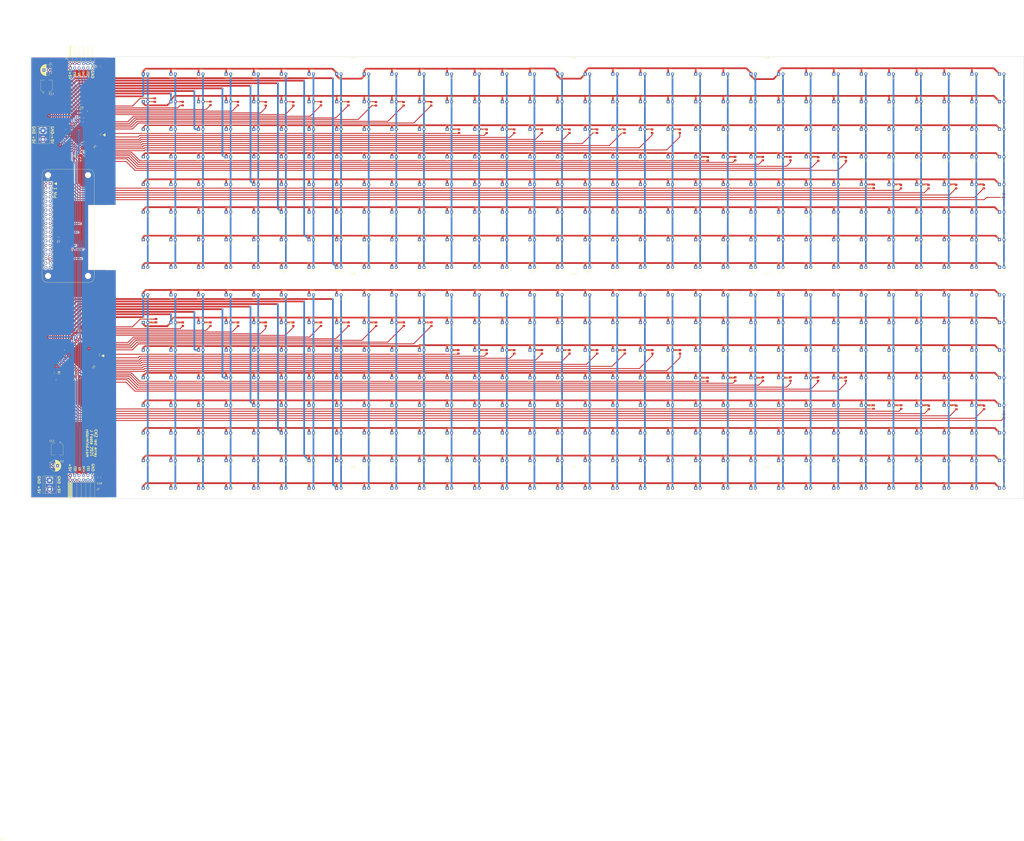
<source format=kicad_pcb>
(kicad_pcb (version 20171130) (host pcbnew 5.1.10-88a1d61d58~90~ubuntu20.04.1)
  (layers (0 F.Cu signal) (31 B.Cu signal hide) (34 B.Paste user hide) (35 F.Paste user) (36 B.SilkS user) (37 F.SilkS user) (38 B.Mask user) (39 F.Mask user) (44 Edge.Cuts user))
  (net 0 "")
  (net 1 /row0)
  (net 2 /row1)
  (net 3 /row2)
  (net 4 /row3)
  (net 5 /row4)
  (net 6 /row5)
  (net 7 /row6)
  (net 8 /row7)
  (net 9 /row8)
  (net 10 /row9)
  (net 11 /row10)
  (net 12 /row11)
  (net 13 /row12)
  (net 14 /row13)
  (net 15 /row14)
  (net 16 /row15)
  (net 17 /row16)
  (net 18 /row17)
  (net 19 /row18)
  (net 20 /row19)
  (net 21 /row20)
  (net 22 /row21)
  (net 23 /row22)
  (net 24 /row23)
  (net 25 /row24)
  (net 26 /row25)
  (net 27 /row26)
  (net 28 /row27)
  (net 29 /row28)
  (net 30 /row29)
  (net 31 /row30)
  (net 32 /row31)
  (net 33 /col00)
  (net 34 /col01)
  (net 35 /col02)
  (net 36 /col03)
  (net 37 /col04)
  (net 38 /col05)
  (net 39 /col06)
  (net 40 /col07)
  (net 41 /col08)
  (net 42 /col09)
  (net 43 /col10)
  (net 44 /col11)
  (net 45 /col12)
  (net 46 /col13)
  (net 47 /col14)
  (net 48 /col15)
  (net 49 /row32)
  (net 50 /row33)
  (net 51 /row34)
  (net 52 /row35)
  (net 53 /row36)
  (net 54 /row37)
  (net 55 /row38)
  (net 56 /row39)
  (net 57 /row40)
  (net 58 /row41)
  (net 59 /row42)
  (net 60 /row43)
  (net 61 /row44)
  (net 62 /row45)
  (net 63 /row46)
  (net 64 /row47)
  (net 65 /row48)
  (net 66 /row49)
  (net 67 /row50)
  (net 68 /row51)
  (net 69 /row52)
  (net 70 /row53)
  (net 71 /row54)
  (net 72 /row55)
  (net 73 /row56)
  (net 74 /row57)
  (net 75 /row58)
  (net 76 /row59)
  (net 77 /row60)
  (net 78 /row61)
  (net 79 /row62)
  (net 80 /row63)
  (net 81 "Net-(D00A1-Pad2)")
  (net 82 "Net-(D00A2-Pad2)")
  (net 83 "Net-(D01A1-Pad2)")
  (net 84 "Net-(D01A2-Pad2)")
  (net 85 "Net-(D02A1-Pad2)")
  (net 86 "Net-(D02A2-Pad2)")
  (net 87 "Net-(D03A1-Pad2)")
  (net 88 "Net-(D03A2-Pad2)")
  (net 89 "Net-(D04A1-Pad2)")
  (net 90 "Net-(D04A2-Pad2)")
  (net 91 "Net-(D05A1-Pad2)")
  (net 92 "Net-(D05A2-Pad2)")
  (net 93 "Net-(D06A1-Pad2)")
  (net 94 "Net-(D06A2-Pad2)")
  (net 95 "Net-(D07A1-Pad2)")
  (net 96 "Net-(D07A2-Pad2)")
  (net 97 "Net-(D08A1-Pad2)")
  (net 98 "Net-(D08A2-Pad2)")
  (net 99 "Net-(D09A1-Pad2)")
  (net 100 "Net-(D09A2-Pad2)")
  (net 101 "Net-(D10A1-Pad2)")
  (net 102 "Net-(D10A2-Pad2)")
  (net 103 "Net-(D11A1-Pad2)")
  (net 104 "Net-(D11A2-Pad2)")
  (net 105 "Net-(D12A1-Pad2)")
  (net 106 "Net-(D12A2-Pad2)")
  (net 107 "Net-(D13A1-Pad2)")
  (net 108 "Net-(D13A2-Pad2)")
  (net 109 "Net-(D14A1-Pad2)")
  (net 110 "Net-(D14A2-Pad2)")
  (net 111 "Net-(D15A1-Pad2)")
  (net 112 "Net-(D15A2-Pad2)")
  (net 113 "Net-(D16A1-Pad2)")
  (net 114 "Net-(D16A2-Pad2)")
  (net 115 "Net-(D17A1-Pad2)")
  (net 116 "Net-(D17A2-Pad2)")
  (net 117 "Net-(D18A1-Pad2)")
  (net 118 "Net-(D18A2-Pad2)")
  (net 119 "Net-(D19A1-Pad2)")
  (net 120 "Net-(D19A2-Pad2)")
  (net 121 "Net-(D20A1-Pad2)")
  (net 122 "Net-(D20A2-Pad2)")
  (net 123 "Net-(D21A1-Pad2)")
  (net 124 "Net-(D21A2-Pad2)")
  (net 125 "Net-(D22A1-Pad2)")
  (net 126 "Net-(D22A2-Pad2)")
  (net 127 "Net-(D23A1-Pad2)")
  (net 128 "Net-(D23A2-Pad2)")
  (net 129 "Net-(D24A1-Pad2)")
  (net 130 "Net-(D24A2-Pad2)")
  (net 131 "Net-(D25A1-Pad2)")
  (net 132 "Net-(D25A2-Pad2)")
  (net 133 "Net-(D26A1-Pad2)")
  (net 134 "Net-(D26A2-Pad2)")
  (net 135 "Net-(D27A1-Pad2)")
  (net 136 "Net-(D27A2-Pad2)")
  (net 137 "Net-(D28A1-Pad2)")
  (net 138 "Net-(D28A2-Pad2)")
  (net 139 "Net-(D29A1-Pad2)")
  (net 140 "Net-(D29A2-Pad2)")
  (net 141 "Net-(D30A1-Pad2)")
  (net 142 "Net-(D30A2-Pad2)")
  (net 143 "Net-(D31A1-Pad2)")
  (net 144 "Net-(D31A2-Pad2)")
  (net 145 GND)
  (net 146 +5V)
  (net 147 /~WR)
  (net 148 /DATA)
  (net 149 /~CS1)
  (net 150 /~CS0)
  (net 151 /~CS3)
  (net 152 /~CS2)
  (module "" (layer F.Cu) (at -29.972 215.392)
    (fp_text reference "" (at -51.816 225.298) (layer F.SilkS) (effects (font (size 1.27 1.27))))
    (fp_text value "" (at -51.816 225.298) (layer F.SilkS) (effects (font (size 1.27 1.27))))
    (fp_text user C7 (at -51.308 224.862 -180) (layer F.SilkS))
  )
  (module Capacitor_THT:CP_Radial_D6.3mm_P2.50mm (layer F.Cu) (at -51.816 225.298)
    (fp_text reference C2 (at 5.08 -2.54) (layer F.SilkS))
    (fp_text value 100uF hide)
    (pad 2 thru_hole circle (at 2.5 0) (size 1.6 1.6) (drill 0.8) (layers *.Cu *.Mask) (net 145 GND))
    (pad 1 thru_hole rect (at 0 0) (size 1.6 1.6) (drill 0.8) (layers *.Cu *.Mask) (net 146 +5V))
  )
  (module Capacitor_THT:CP_Radial_D6.3mm_P2.50mm (layer F.Cu) (at -54.61 -2.286 180)
    (fp_text reference C1 (at -1.524 3.556) (layer F.SilkS))
    (fp_text value 100uF hide)
    (pad 2 thru_hole circle (at 2.5 0 180) (size 1.6 1.6) (drill 0.8) (layers *.Cu *.Mask) (net 145 GND))
    (pad 1 thru_hole rect (at 0 0 180) (size 1.6 1.6) (drill 0.8) (layers *.Cu *.Mask) (net 146 +5V))
  )
  (module Capacitor_SMD:CP_Elec_6.3x7.7 (layer F.Cu) (at -49.53 215.646 270)
    (fp_text reference C12 (at -4.572 3.048 180) (layer F.SilkS))
    (fp_text value 100uF hide)
    (pad 2 smd roundrect (at 2.7 0 270) (size 3.5 1.6) (layers F.Cu F.Paste F.Mask) (roundrect_rratio 0.15625) (net 145 GND))
    (pad 1 smd roundrect (at -2.7 0 270) (size 3.5 1.6) (layers F.Cu F.Paste F.Mask) (roundrect_rratio 0.15625) (net 146 +5V))
  )
  (module Capacitor_SMD:CP_Elec_6.3x7.7 (layer F.Cu) (at -55.626 6.858 90)
    (fp_text reference C11 (at -4.572 2.794 180) (layer F.SilkS))
    (fp_text value 100uF hide)
    (pad 2 smd roundrect (at 2.7 0 90) (size 3.5 1.6) (layers F.Cu F.Paste F.Mask) (roundrect_rratio 0.15625) (net 145 GND))
    (pad 1 smd roundrect (at -2.7 0 90) (size 3.5 1.6) (layers F.Cu F.Paste F.Mask) (roundrect_rratio 0.15625) (net 146 +5V))
  )
  (module MountingHole:MountingHole_3.2mm_M3 (layer F.Cu) (at 358.4 230.2)
    (fp_text reference H19 (at 0 -4.2) (layer F.SilkS))
    (fp_text value "Frame MountingHole" hide)
    (pad 1 np_thru_hole circle (at 0 0) (size 3.2 3.2) (drill 3.2) (layers *.Cu *.Mask))
  )
  (module MountingHole:MountingHole_3.2mm_M3 (layer F.Cu) (at 358.4 -5)
    (fp_text reference H18 (at 0 -4.2) (layer F.SilkS))
    (fp_text value "Frame MountingHole" hide)
    (pad 1 np_thru_hole circle (at 0 0) (size 3.2 3.2) (drill 3.2) (layers *.Cu *.Mask))
  )
  (module MountingHole:MountingHole_3.2mm_M3 (layer F.Cu) (at 358.4 119.06)
    (fp_text reference H17 (at 0 -4.2) (layer F.SilkS))
    (fp_text value "Frame MountingHole")
    (pad 1 np_thru_hole circle (at 0 0) (size 3.2 3.2) (drill 3.2) (layers *.Cu *.Mask))
  )
  (module MountingHole:MountingHole_3.2mm_M3 (layer F.Cu) (at 120.5 230.2)
    (fp_text reference H16 (at 0 -4.2) (layer F.SilkS))
    (fp_text value "Frame MountingHole" hide)
    (pad 1 np_thru_hole circle (at 0 0) (size 3.2 3.2) (drill 3.2) (layers *.Cu *.Mask))
  )
  (module MountingHole:MountingHole_3.2mm_M3 (layer F.Cu) (at 120.5 119.06)
    (fp_text reference H15 (at 0 -4.2) (layer F.SilkS))
    (fp_text value "Frame MountingHole" hide)
    (pad 1 np_thru_hole circle (at 0 0) (size 3.2 3.2) (drill 3.2) (layers *.Cu *.Mask))
  )
  (module MountingHole:MountingHole_3.2mm_M3 (layer F.Cu) (at 120.5 -5)
    (fp_text reference H14 (at 0 -4.2) (layer F.SilkS))
    (fp_text value "Frame MountingHole" hide)
    (pad 1 np_thru_hole circle (at 0 0) (size 3.2 3.2) (drill 3.2) (layers *.Cu *.Mask))
  )
  (module MountingHole:MountingHole_3.2mm_M3 (layer F.Cu) (at 247.5 119.06)
    (fp_text reference H13 (at 0 -4.2) (layer F.SilkS))
    (fp_text value "Frame MountingHole" hide)
    (pad 1 np_thru_hole circle (at 0 0) (size 3.2 3.2) (drill 3.2) (layers *.Cu *.Mask))
  )
  (module MountingHole:MountingHole_3.2mm_M3 (layer F.Cu) (at 247.5 -5)
    (fp_text reference H12 (at 0 -4.2) (layer F.SilkS))
    (fp_text value "Frame MountingHole")
    (pad 1 np_thru_hole circle (at 0 0) (size 3.2 3.2) (drill 3.2) (layers *.Cu *.Mask))
  )
  (module MountingHole:MountingHole_3.2mm_M3 (layer F.Cu) (at 247.5 230.2)
    (fp_text reference H11 (at 0 -4.2) (layer F.SilkS))
    (fp_text value "Frame MountingHole" hide)
    (pad 1 np_thru_hole circle (at 0 0) (size 3.2 3.2) (drill 3.2) (layers *.Cu *.Mask))
  )
  (module MountingHole:MountingHole_2.5mm (layer F.Cu) (at -31.77 58.13)
    (fp_text reference H10 hide)
    (fp_text value "RPi MountingHole" hide)
    (pad 1 np_thru_hole circle (at 0 0) (size 2.5 2.5) (drill 2.5) (layers *.Cu *.Mask))
  )
  (module MountingHole:MountingHole_2.5mm (layer F.Cu) (at -54.737 58.13)
    (fp_text reference H9 hide)
    (fp_text value "RPi MountingHole" hide)
    (pad "" np_thru_hole circle (at -0.033 0) (size 2.5 2.5) (drill 2.5) (layers *.Cu *.Mask))
  )
  (module MountingHole:MountingHole_2.5mm (layer F.Cu) (at -31.77 116.13)
    (fp_text reference H8 hide)
    (fp_text value "RPi MountingHole" hide)
    (pad "" np_thru_hole circle (at 0 0) (size 2.5 2.5) (drill 2.5) (layers *.Cu *.Mask))
  )
  (module MountingHole:MountingHole_3.2mm_M3 (layer F.Cu) (at -9 230.2)
    (fp_text reference H7 hide)
    (fp_text value "Frame MountingHole" hide)
    (pad 1 np_thru_hole circle (at 0 0) (size 3.2 3.2) (drill 3.2) (layers *.Cu *.Mask))
  )
  (module MountingHole:MountingHole_3.2mm_M3 (layer F.Cu) (at -9 119.06)
    (fp_text reference H6 hide)
    (fp_text value "Frame MountingHole" hide)
    (pad 1 np_thru_hole circle (at 0 0) (size 3.2 3.2) (drill 3.2) (layers *.Cu *.Mask))
  )
  (module MountingHole:MountingHole_3.2mm_M3 (layer F.Cu) (at 501.125 230.2)
    (fp_text reference H5 hide)
    (fp_text value "Frame MountingHole" hide)
    (pad 1 np_thru_hole circle (at 0 0) (size 3.2 3.2) (drill 3.2) (layers *.Cu *.Mask))
  )
  (module MountingHole:MountingHole_3.2mm_M3 (layer F.Cu) (at -9 -5)
    (fp_text reference H4 hide)
    (fp_text value "Frame MountingHole" hide)
    (pad 1 np_thru_hole circle (at 0 0) (size 3.2 3.2) (drill 3.2) (layers *.Cu *.Mask))
  )
  (module MountingHole:MountingHole_3.2mm_M3 (layer F.Cu) (at 501.125 119.06)
    (fp_text reference H3 hide)
    (fp_text value "Frame MountingHole" hide)
    (pad 1 np_thru_hole circle (at 0 0) (size 3.2 3.2) (drill 3.2) (layers *.Cu *.Mask))
  )
  (module MountingHole:MountingHole_2.5mm (layer F.Cu) (at -54.77 116.13)
    (fp_text reference H2 hide)
    (fp_text value "RPi MountingHole" hide)
    (pad 1 np_thru_hole circle (at 0 0) (size 2.5 2.5) (drill 2.5) (layers *.Cu *.Mask))
  )
  (module MountingHole:MountingHole_3.2mm_M3 (layer F.Cu) (at 501.125 -5)
    (fp_text reference H1 hide)
    (fp_text value "Frame MountingHole" hide)
    (pad 1 np_thru_hole circle (at 0 0) (size 3.2 3.2) (drill 3.2) (layers *.Cu *.Mask))
  )
  (module Capacitor_SMD:C_1206_3216Metric_Pad1.33x1.80mm_HandSolder (layer F.Cu) (at -25.4 231.9405 90)
    (fp_text reference C10 (at -3.5175 0.254 180) (layer F.SilkS))
    (fp_text value 10uF hide)
    (pad 2 smd roundrect (at 1.5625 0 90) (size 1.325 1.8) (layers F.Cu F.Paste F.Mask) (roundrect_rratio 0.1886784905660377) (net 145 GND))
    (pad 1 smd roundrect (at -1.5625 0 90) (size 1.325 1.8) (layers F.Cu F.Paste F.Mask) (roundrect_rratio 0.1886784905660377) (net 146 +5V))
  )
  (module Capacitor_SMD:C_1206_3216Metric_Pad1.33x1.80mm_HandSolder (layer F.Cu) (at -25.527 -4.318 90)
    (fp_text reference C9 (at 0 -1.85 90) (layer F.SilkS))
    (fp_text value 10uF hide)
    (pad 2 smd roundrect (at 1.5625 0 90) (size 1.325 1.8) (layers F.Cu F.Paste F.Mask) (roundrect_rratio 0.1886784905660377) (net 145 GND))
    (pad 1 smd roundrect (at -1.5625 0 90) (size 1.325 1.8) (layers F.Cu F.Paste F.Mask) (roundrect_rratio 0.1886784905660377) (net 146 +5V))
  )
  (module Capacitor_SMD:C_1206_3216Metric_Pad1.33x1.80mm_HandSolder (layer F.Cu) (at -50.165 171.831 270)
    (fp_text reference C8 (at 0 -1.85 90) (layer F.SilkS))
    (fp_text value 10uF)
    (pad 2 smd roundrect (at 1.5625 0 270) (size 1.325 1.8) (layers F.Cu F.Paste F.Mask) (roundrect_rratio 0.1886784905660377) (net 145 GND))
    (pad 1 smd roundrect (at -1.5625 0 270) (size 1.325 1.8) (layers F.Cu F.Paste F.Mask) (roundrect_rratio 0.1886784905660377) (net 146 +5V))
  )
  (module Capacitor_SMD:C_1206_3216Metric_Pad1.33x1.80mm_HandSolder (layer F.Cu) (at -48.768 94.742 180)
    (fp_text reference C7 (at 0 -1.85) (layer F.SilkS))
    (fp_text value 10uF hide)
    (pad 2 smd roundrect (at 1.5625 0 180) (size 1.325 1.8) (layers F.Cu F.Paste F.Mask) (roundrect_rratio 0.1886784905660377) (net 145 GND))
    (pad 1 smd roundrect (at -1.5625 0 180) (size 1.325 1.8) (layers F.Cu F.Paste F.Mask) (roundrect_rratio 0.1886784905660377) (net 146 +5V))
  )
  (module Capacitor_SMD:C_1206_3216Metric_Pad1.33x1.80mm_HandSolder (layer F.Cu) (at -35.56 21.336)
    (fp_text reference C5 (at 0.254 -2.032) (layer F.SilkS))
    (fp_text value 10uF hide)
    (pad 2 smd roundrect (at 1.5625 0) (size 1.325 1.8) (layers F.Cu F.Paste F.Mask) (roundrect_rratio 0.1886784905660377) (net 145 GND))
    (pad 1 smd roundrect (at -1.5625 0) (size 1.325 1.8) (layers F.Cu F.Paste F.Mask) (roundrect_rratio 0.1886784905660377) (net 146 +5V))
  )
  (module Capacitor_SMD:C_1206_3216Metric_Pad1.33x1.80mm_HandSolder (layer F.Cu) (at -36.83 148.844)
    (fp_text reference C4 (at 0 -1.85) (layer F.SilkS))
    (fp_text value 10uF)
    (pad 2 smd roundrect (at 1.5625 0) (size 1.325 1.8) (layers F.Cu F.Paste F.Mask) (roundrect_rratio 0.1886784905660377) (net 145 GND))
    (pad 1 smd roundrect (at -1.5625 0) (size 1.325 1.8) (layers F.Cu F.Paste F.Mask) (roundrect_rratio 0.1886784905660377) (net 146 +5V))
  )
  (module Capacitor_SMD:C_1206_3216Metric_Pad1.33x1.80mm_HandSolder (layer F.Cu) (at -38.481 173.99 180)
    (fp_text reference C3 (at 0 -1.85) (layer F.SilkS))
    (fp_text value 10uF hide)
    (pad 2 smd roundrect (at 1.5625 0 180) (size 1.325 1.8) (layers F.Cu F.Paste F.Mask) (roundrect_rratio 0.1886784905660377) (net 145 GND))
    (pad 1 smd roundrect (at -1.5625 0 180) (size 1.325 1.8) (layers F.Cu F.Paste F.Mask) (roundrect_rratio 0.1886784905660377) (net 146 +5V))
  )
  (module Capacitor_SMD:C_1206_3216Metric_Pad1.33x1.80mm_HandSolder (layer F.Cu) (at -38.481 49.022 180)
    (fp_text reference C6 (at 1.778 2.032) (layer F.SilkS))
    (fp_text value 10uF hide)
    (pad 2 smd roundrect (at 1.5625 0 180) (size 1.325 1.8) (layers F.Cu F.Paste F.Mask) (roundrect_rratio 0.1886784905660377) (net 145 GND))
    (pad 1 smd roundrect (at -1.5625 0 180) (size 1.325 1.8) (layers F.Cu F.Paste F.Mask) (roundrect_rratio 0.1886784905660377) (net 146 +5V))
  )
  (module Resistor_SMD:R_0805_2012Metric_Pad1.20x1.40mm_HandSolder (layer F.Cu) (at 22.606 17.018 90)
    (fp_text reference R2 (at 0 -1.43 90) (layer F.SilkS))
    (fp_text value R33 hide)
    (pad 2 smd roundrect (at 1 0 90) (size 1.2 1.4) (layers F.Cu F.Paste F.Mask) (roundrect_rratio 0.2083325) (net 83 "Net-(D01A1-Pad2)"))
    (pad 1 smd roundrect (at -1 0 90) (size 1.2 1.4) (layers F.Cu F.Paste F.Mask) (roundrect_rratio 0.2083325) (net 2 /row1))
  )
  (module Resistor_SMD:R_0805_2012Metric_Pad1.20x1.40mm_HandSolder (layer F.Cu) (at 229.097374 32.893 90)
    (fp_text reference R15 (at 0 -1.43 90) (layer F.SilkS))
    (fp_text value R33 hide)
    (pad 2 smd roundrect (at 1 0 90) (size 1.2 1.4) (layers F.Cu F.Paste F.Mask) (roundrect_rratio 0.2083325) (net 109 "Net-(D14A1-Pad2)"))
    (pad 1 smd roundrect (at -1 0 90) (size 1.2 1.4) (layers F.Cu F.Paste F.Mask) (roundrect_rratio 0.2083325) (net 15 /row14))
  )
  (module Resistor_SMD:R_0805_2012Metric_Pad1.20x1.40mm_HandSolder (layer F.Cu) (at 7.366 141.859 270)
    (fp_text reference R33 (at 1.016 1.778 90) (layer F.SilkS))
    (fp_text value R33 hide)
    (pad 2 smd roundrect (at 1 0 270) (size 1.2 1.4) (layers F.Cu F.Paste F.Mask) (roundrect_rratio 0.2083325) (net 82 "Net-(D00A2-Pad2)"))
    (pad 1 smd roundrect (at -1 0 270) (size 1.2 1.4) (layers F.Cu F.Paste F.Mask) (roundrect_rratio 0.2083325) (net 49 /row32))
  )
  (module Resistor_SMD:R_0805_2012Metric_Pad1.20x1.40mm_HandSolder (layer F.Cu) (at 6.604 14.986 270)
    (fp_text reference R1 (at 0 -1.43 90) (layer F.SilkS))
    (fp_text value R33 hide)
    (pad 2 smd roundrect (at 1 0 270) (size 1.2 1.4) (layers F.Cu F.Paste F.Mask) (roundrect_rratio 0.2083325) (net 81 "Net-(D00A1-Pad2)"))
    (pad 1 smd roundrect (at -1 0 270) (size 1.2 1.4) (layers F.Cu F.Paste F.Mask) (roundrect_rratio 0.2083325) (net 1 /row0))
  )
  (module Resistor_SMD:R_0805_2012Metric_Pad1.20x1.40mm_HandSolder (layer F.Cu) (at 494.665 196.723 90)
    (fp_text reference R64 (at 0 -1.43 90) (layer F.SilkS))
    (fp_text value R33 hide)
    (pad 2 smd roundrect (at 1 0 90) (size 1.2 1.4) (layers F.Cu F.Paste F.Mask) (roundrect_rratio 0.2083325) (net 144 "Net-(D31A2-Pad2)"))
    (pad 1 smd roundrect (at -1 0 90) (size 1.2 1.4) (layers F.Cu F.Paste F.Mask) (roundrect_rratio 0.2083325) (net 80 /row63))
  )
  (module Resistor_SMD:R_0805_2012Metric_Pad1.20x1.40mm_HandSolder (layer F.Cu) (at 483.235 191.77 90)
    (fp_text reference R63 (at 0 -1.43 90) (layer F.SilkS))
    (fp_text value R33 hide)
    (pad 2 smd roundrect (at 1 0 90) (size 1.2 1.4) (layers F.Cu F.Paste F.Mask) (roundrect_rratio 0.2083325) (net 142 "Net-(D30A2-Pad2)"))
    (pad 1 smd roundrect (at -1 0 90) (size 1.2 1.4) (layers F.Cu F.Paste F.Mask) (roundrect_rratio 0.2083325) (net 79 /row62))
  )
  (module Resistor_SMD:R_0805_2012Metric_Pad1.20x1.40mm_HandSolder (layer F.Cu) (at 467.36 191.77 90)
    (fp_text reference R62 (at 0 -1.43 90) (layer F.SilkS))
    (fp_text value R33 hide)
    (pad 2 smd roundrect (at 1 0 90) (size 1.2 1.4) (layers F.Cu F.Paste F.Mask) (roundrect_rratio 0.2083325) (net 140 "Net-(D29A2-Pad2)"))
    (pad 1 smd roundrect (at -1 0 90) (size 1.2 1.4) (layers F.Cu F.Paste F.Mask) (roundrect_rratio 0.2083325) (net 78 /row61))
  )
  (module Resistor_SMD:R_0805_2012Metric_Pad1.20x1.40mm_HandSolder (layer F.Cu) (at 451.485 191.77 90)
    (fp_text reference R61 (at 0 -1.43 90) (layer F.SilkS))
    (fp_text value R33 hide)
    (pad 2 smd roundrect (at 1 0 90) (size 1.2 1.4) (layers F.Cu F.Paste F.Mask) (roundrect_rratio 0.2083325) (net 138 "Net-(D28A2-Pad2)"))
    (pad 1 smd roundrect (at -1 0 90) (size 1.2 1.4) (layers F.Cu F.Paste F.Mask) (roundrect_rratio 0.2083325) (net 77 /row60))
  )
  (module Resistor_SMD:R_0805_2012Metric_Pad1.20x1.40mm_HandSolder (layer F.Cu) (at 435.61 191.516 90)
    (fp_text reference R60 (at 0 -1.43 90) (layer F.SilkS))
    (fp_text value R33 hide)
    (pad 2 smd roundrect (at 1 0 90) (size 1.2 1.4) (layers F.Cu F.Paste F.Mask) (roundrect_rratio 0.2083325) (net 136 "Net-(D27A2-Pad2)"))
    (pad 1 smd roundrect (at -1 0 90) (size 1.2 1.4) (layers F.Cu F.Paste F.Mask) (roundrect_rratio 0.2083325) (net 76 /row59))
  )
  (module Resistor_SMD:R_0805_2012Metric_Pad1.20x1.40mm_HandSolder (layer F.Cu) (at 419.735 191.516 90)
    (fp_text reference R59 (at 0 -1.43 90) (layer F.SilkS))
    (fp_text value R33 hide)
    (pad 2 smd roundrect (at 1 0 90) (size 1.2 1.4) (layers F.Cu F.Paste F.Mask) (roundrect_rratio 0.2083325) (net 134 "Net-(D26A2-Pad2)"))
    (pad 1 smd roundrect (at -1 0 90) (size 1.2 1.4) (layers F.Cu F.Paste F.Mask) (roundrect_rratio 0.2083325) (net 75 /row58))
  )
  (module Resistor_SMD:R_0805_2012Metric_Pad1.20x1.40mm_HandSolder (layer F.Cu) (at 403.733 175.387 90)
    (fp_text reference R58 (at 0 -1.43 90) (layer F.SilkS))
    (fp_text value R33 hide)
    (pad 2 smd roundrect (at 1 0 90) (size 1.2 1.4) (layers F.Cu F.Paste F.Mask) (roundrect_rratio 0.2083325) (net 132 "Net-(D25A2-Pad2)"))
    (pad 1 smd roundrect (at -1 0 90) (size 1.2 1.4) (layers F.Cu F.Paste F.Mask) (roundrect_rratio 0.2083325) (net 74 /row57))
  )
  (module Resistor_SMD:R_0805_2012Metric_Pad1.20x1.40mm_HandSolder (layer F.Cu) (at 387.858 175.387 90)
    (fp_text reference R57 (at 0 -1.43 90) (layer F.SilkS))
    (fp_text value R33 hide)
    (pad 2 smd roundrect (at 1 0 90) (size 1.2 1.4) (layers F.Cu F.Paste F.Mask) (roundrect_rratio 0.2083325) (net 130 "Net-(D24A2-Pad2)"))
    (pad 1 smd roundrect (at -1 0 90) (size 1.2 1.4) (layers F.Cu F.Paste F.Mask) (roundrect_rratio 0.2083325) (net 73 /row56))
  )
  (module Resistor_SMD:R_0805_2012Metric_Pad1.20x1.40mm_HandSolder (layer F.Cu) (at 371.983 175.387 90)
    (fp_text reference R56 (at 0 -1.43 90) (layer F.SilkS))
    (fp_text value R33 hide)
    (pad 2 smd roundrect (at 1 0 90) (size 1.2 1.4) (layers F.Cu F.Paste F.Mask) (roundrect_rratio 0.2083325) (net 128 "Net-(D23A2-Pad2)"))
    (pad 1 smd roundrect (at -1 0 90) (size 1.2 1.4) (layers F.Cu F.Paste F.Mask) (roundrect_rratio 0.2083325) (net 72 /row55))
  )
  (module Resistor_SMD:R_0805_2012Metric_Pad1.20x1.40mm_HandSolder (layer F.Cu) (at 356.108 175.387 90)
    (fp_text reference R55 (at 0 -1.43 90) (layer F.SilkS))
    (fp_text value R33 hide)
    (pad 2 smd roundrect (at 1 0 90) (size 1.2 1.4) (layers F.Cu F.Paste F.Mask) (roundrect_rratio 0.2083325) (net 126 "Net-(D22A2-Pad2)"))
    (pad 1 smd roundrect (at -1 0 90) (size 1.2 1.4) (layers F.Cu F.Paste F.Mask) (roundrect_rratio 0.2083325) (net 71 /row54))
  )
  (module Resistor_SMD:R_0805_2012Metric_Pad1.20x1.40mm_HandSolder (layer F.Cu) (at 340.233 175.387 90)
    (fp_text reference R54 (at 0 -1.43 90) (layer F.SilkS))
    (fp_text value R33 hide)
    (pad 2 smd roundrect (at 1 0 90) (size 1.2 1.4) (layers F.Cu F.Paste F.Mask) (roundrect_rratio 0.2083325) (net 124 "Net-(D21A2-Pad2)"))
    (pad 1 smd roundrect (at -1 0 90) (size 1.2 1.4) (layers F.Cu F.Paste F.Mask) (roundrect_rratio 0.2083325) (net 70 /row53))
  )
  (module Resistor_SMD:R_0805_2012Metric_Pad1.20x1.40mm_HandSolder (layer F.Cu) (at 324.358 175.641 90)
    (fp_text reference R53 (at 0 -1.43 90) (layer F.SilkS))
    (fp_text value R33 hide)
    (pad 2 smd roundrect (at 1 0 90) (size 1.2 1.4) (layers F.Cu F.Paste F.Mask) (roundrect_rratio 0.2083325) (net 122 "Net-(D20A2-Pad2)"))
    (pad 1 smd roundrect (at -1 0 90) (size 1.2 1.4) (layers F.Cu F.Paste F.Mask) (roundrect_rratio 0.2083325) (net 69 /row52))
  )
  (module Resistor_SMD:R_0805_2012Metric_Pad1.20x1.40mm_HandSolder (layer F.Cu) (at 308.483 159.766 90)
    (fp_text reference R52 (at 0 -1.43 90) (layer F.SilkS))
    (fp_text value R33 hide)
    (pad 2 smd roundrect (at 1 0 90) (size 1.2 1.4) (layers F.Cu F.Paste F.Mask) (roundrect_rratio 0.2083325) (net 120 "Net-(D19A2-Pad2)"))
    (pad 1 smd roundrect (at -1 0 90) (size 1.2 1.4) (layers F.Cu F.Paste F.Mask) (roundrect_rratio 0.2083325) (net 68 /row51))
  )
  (module Resistor_SMD:R_0805_2012Metric_Pad1.20x1.40mm_HandSolder (layer F.Cu) (at 292.608 159.766 90)
    (fp_text reference R51 (at 0 -1.43 90) (layer F.SilkS))
    (fp_text value R33 hide)
    (pad 2 smd roundrect (at 1 0 90) (size 1.2 1.4) (layers F.Cu F.Paste F.Mask) (roundrect_rratio 0.2083325) (net 118 "Net-(D18A2-Pad2)"))
    (pad 1 smd roundrect (at -1 0 90) (size 1.2 1.4) (layers F.Cu F.Paste F.Mask) (roundrect_rratio 0.2083325) (net 67 /row50))
  )
  (module Resistor_SMD:R_0805_2012Metric_Pad1.20x1.40mm_HandSolder (layer F.Cu) (at 276.733 159.766 90)
    (fp_text reference R50 (at 0 -1.43 90) (layer F.SilkS))
    (fp_text value R33 hide)
    (pad 2 smd roundrect (at 1 0 90) (size 1.2 1.4) (layers F.Cu F.Paste F.Mask) (roundrect_rratio 0.2083325) (net 116 "Net-(D17A2-Pad2)"))
    (pad 1 smd roundrect (at -1 0 90) (size 1.2 1.4) (layers F.Cu F.Paste F.Mask) (roundrect_rratio 0.2083325) (net 66 /row49))
  )
  (module Resistor_SMD:R_0805_2012Metric_Pad1.20x1.40mm_HandSolder (layer F.Cu) (at 260.858 159.766 90)
    (fp_text reference R49 (at 0 -1.43 90) (layer F.SilkS))
    (fp_text value R33 hide)
    (pad 2 smd roundrect (at 1 0 90) (size 1.2 1.4) (layers F.Cu F.Paste F.Mask) (roundrect_rratio 0.2083325) (net 114 "Net-(D16A2-Pad2)"))
    (pad 1 smd roundrect (at -1 0 90) (size 1.2 1.4) (layers F.Cu F.Paste F.Mask) (roundrect_rratio 0.2083325) (net 65 /row48))
  )
  (module Resistor_SMD:R_0805_2012Metric_Pad1.20x1.40mm_HandSolder (layer F.Cu) (at 244.983 159.766 90)
    (fp_text reference R48 (at 0 -1.43 90) (layer F.SilkS))
    (fp_text value R33 hide)
    (pad 2 smd roundrect (at 1 0 90) (size 1.2 1.4) (layers F.Cu F.Paste F.Mask) (roundrect_rratio 0.2083325) (net 112 "Net-(D15A2-Pad2)"))
    (pad 1 smd roundrect (at -1 0 90) (size 1.2 1.4) (layers F.Cu F.Paste F.Mask) (roundrect_rratio 0.2083325) (net 64 /row47))
  )
  (module Resistor_SMD:R_0805_2012Metric_Pad1.20x1.40mm_HandSolder (layer F.Cu) (at 229.108 159.766 90)
    (fp_text reference R47 (at 0 -1.43 90) (layer F.SilkS))
    (fp_text value R33 hide)
    (pad 2 smd roundrect (at 1 0 90) (size 1.2 1.4) (layers F.Cu F.Paste F.Mask) (roundrect_rratio 0.2083325) (net 110 "Net-(D14A2-Pad2)"))
    (pad 1 smd roundrect (at -1 0 90) (size 1.2 1.4) (layers F.Cu F.Paste F.Mask) (roundrect_rratio 0.2083325) (net 63 /row46))
  )
  (module Resistor_SMD:R_0805_2012Metric_Pad1.20x1.40mm_HandSolder (layer F.Cu) (at 213.233 159.766 90)
    (fp_text reference R46 (at 0 -1.43 90) (layer F.SilkS))
    (fp_text value R33 hide)
    (pad 2 smd roundrect (at 1 0 90) (size 1.2 1.4) (layers F.Cu F.Paste F.Mask) (roundrect_rratio 0.2083325) (net 108 "Net-(D13A2-Pad2)"))
    (pad 1 smd roundrect (at -1 0 90) (size 1.2 1.4) (layers F.Cu F.Paste F.Mask) (roundrect_rratio 0.2083325) (net 62 /row45))
  )
  (module Resistor_SMD:R_0805_2012Metric_Pad1.20x1.40mm_HandSolder (layer F.Cu) (at 197.358 159.766 90)
    (fp_text reference R45 (at 0 -1.43 90) (layer F.SilkS))
    (fp_text value R33 hide)
    (pad 2 smd roundrect (at 1 0 90) (size 1.2 1.4) (layers F.Cu F.Paste F.Mask) (roundrect_rratio 0.2083325) (net 106 "Net-(D12A2-Pad2)"))
    (pad 1 smd roundrect (at -1 0 90) (size 1.2 1.4) (layers F.Cu F.Paste F.Mask) (roundrect_rratio 0.2083325) (net 61 /row44))
  )
  (module Resistor_SMD:R_0805_2012Metric_Pad1.20x1.40mm_HandSolder (layer F.Cu) (at 181.102 159.766 90)
    (fp_text reference R44 (at 0 -1.43 90) (layer F.SilkS))
    (fp_text value R33 hide)
    (pad 2 smd roundrect (at 1 0 90) (size 1.2 1.4) (layers F.Cu F.Paste F.Mask) (roundrect_rratio 0.2083325) (net 104 "Net-(D11A2-Pad2)"))
    (pad 1 smd roundrect (at -1 0 90) (size 1.2 1.4) (layers F.Cu F.Paste F.Mask) (roundrect_rratio 0.2083325) (net 60 /row43))
  )
  (module Resistor_SMD:R_0805_2012Metric_Pad1.20x1.40mm_HandSolder (layer F.Cu) (at 165.608 143.891 90)
    (fp_text reference R43 (at 0 -1.43 90) (layer F.SilkS))
    (fp_text value R33 hide)
    (pad 2 smd roundrect (at 1 0 90) (size 1.2 1.4) (layers F.Cu F.Paste F.Mask) (roundrect_rratio 0.2083325) (net 102 "Net-(D10A2-Pad2)"))
    (pad 1 smd roundrect (at -1 0 90) (size 1.2 1.4) (layers F.Cu F.Paste F.Mask) (roundrect_rratio 0.2083325) (net 59 /row42))
  )
  (module Resistor_SMD:R_0805_2012Metric_Pad1.20x1.40mm_HandSolder (layer F.Cu) (at 149.733 143.891 90)
    (fp_text reference R42 (at 0 -1.43 90) (layer F.SilkS))
    (fp_text value R33 hide)
    (pad 2 smd roundrect (at 1 0 90) (size 1.2 1.4) (layers F.Cu F.Paste F.Mask) (roundrect_rratio 0.2083325) (net 100 "Net-(D09A2-Pad2)"))
    (pad 1 smd roundrect (at -1 0 90) (size 1.2 1.4) (layers F.Cu F.Paste F.Mask) (roundrect_rratio 0.2083325) (net 58 /row41))
  )
  (module Resistor_SMD:R_0805_2012Metric_Pad1.20x1.40mm_HandSolder (layer F.Cu) (at 133.858 143.891 90)
    (fp_text reference R41 (at 0 -1.43 90) (layer F.SilkS))
    (fp_text value R33 hide)
    (pad 2 smd roundrect (at 1 0 90) (size 1.2 1.4) (layers F.Cu F.Paste F.Mask) (roundrect_rratio 0.2083325) (net 98 "Net-(D08A2-Pad2)"))
    (pad 1 smd roundrect (at -1 0 90) (size 1.2 1.4) (layers F.Cu F.Paste F.Mask) (roundrect_rratio 0.2083325) (net 57 /row40))
  )
  (module Resistor_SMD:R_0805_2012Metric_Pad1.20x1.40mm_HandSolder (layer F.Cu) (at 117.983 143.891 90)
    (fp_text reference R40 (at 0 -1.43 90) (layer F.SilkS))
    (fp_text value R33 hide)
    (pad 2 smd roundrect (at 1 0 90) (size 1.2 1.4) (layers F.Cu F.Paste F.Mask) (roundrect_rratio 0.2083325) (net 96 "Net-(D07A2-Pad2)"))
    (pad 1 smd roundrect (at -1 0 90) (size 1.2 1.4) (layers F.Cu F.Paste F.Mask) (roundrect_rratio 0.2083325) (net 56 /row39))
  )
  (module Resistor_SMD:R_0805_2012Metric_Pad1.20x1.40mm_HandSolder (layer F.Cu) (at 102.108 143.891 90)
    (fp_text reference R39 (at 0 -1.43 90) (layer F.SilkS))
    (fp_text value R33 hide)
    (pad 2 smd roundrect (at 1 0 90) (size 1.2 1.4) (layers F.Cu F.Paste F.Mask) (roundrect_rratio 0.2083325) (net 94 "Net-(D06A2-Pad2)"))
    (pad 1 smd roundrect (at -1 0 90) (size 1.2 1.4) (layers F.Cu F.Paste F.Mask) (roundrect_rratio 0.2083325) (net 55 /row38))
  )
  (module Resistor_SMD:R_0805_2012Metric_Pad1.20x1.40mm_HandSolder (layer F.Cu) (at 86.233 143.891 90)
    (fp_text reference R38 (at 0 -1.43 90) (layer F.SilkS))
    (fp_text value R33 hide)
    (pad 2 smd roundrect (at 1 0 90) (size 1.2 1.4) (layers F.Cu F.Paste F.Mask) (roundrect_rratio 0.2083325) (net 92 "Net-(D05A2-Pad2)"))
    (pad 1 smd roundrect (at -1 0 90) (size 1.2 1.4) (layers F.Cu F.Paste F.Mask) (roundrect_rratio 0.2083325) (net 54 /row37))
  )
  (module Resistor_SMD:R_0805_2012Metric_Pad1.20x1.40mm_HandSolder (layer F.Cu) (at 70.358 143.891 90)
    (fp_text reference R37 (at 0 -1.43 90) (layer F.SilkS))
    (fp_text value R33 hide)
    (pad 2 smd roundrect (at 1 0 90) (size 1.2 1.4) (layers F.Cu F.Paste F.Mask) (roundrect_rratio 0.2083325) (net 90 "Net-(D04A2-Pad2)"))
    (pad 1 smd roundrect (at -1 0 90) (size 1.2 1.4) (layers F.Cu F.Paste F.Mask) (roundrect_rratio 0.2083325) (net 53 /row36))
  )
  (module Resistor_SMD:R_0805_2012Metric_Pad1.20x1.40mm_HandSolder (layer F.Cu) (at 54.483 143.891 90)
    (fp_text reference R36 (at 0 -1.43 90) (layer F.SilkS))
    (fp_text value R33 hide)
    (pad 2 smd roundrect (at 1 0 90) (size 1.2 1.4) (layers F.Cu F.Paste F.Mask) (roundrect_rratio 0.2083325) (net 88 "Net-(D03A2-Pad2)"))
    (pad 1 smd roundrect (at -1 0 90) (size 1.2 1.4) (layers F.Cu F.Paste F.Mask) (roundrect_rratio 0.2083325) (net 52 /row35))
  )
  (module Resistor_SMD:R_0805_2012Metric_Pad1.20x1.40mm_HandSolder (layer F.Cu) (at 38.608 143.891 90)
    (fp_text reference R35 (at 0 -1.43 90) (layer F.SilkS))
    (fp_text value R33 hide)
    (pad 2 smd roundrect (at 1 0 90) (size 1.2 1.4) (layers F.Cu F.Paste F.Mask) (roundrect_rratio 0.2083325) (net 86 "Net-(D02A2-Pad2)"))
    (pad 1 smd roundrect (at -1 0 90) (size 1.2 1.4) (layers F.Cu F.Paste F.Mask) (roundrect_rratio 0.2083325) (net 51 /row34))
  )
  (module Resistor_SMD:R_0805_2012Metric_Pad1.20x1.40mm_HandSolder (layer F.Cu) (at 22.733 143.891 90)
    (fp_text reference R34 (at 0 -1.43 90) (layer F.SilkS))
    (fp_text value R33 hide)
    (pad 2 smd roundrect (at 1 0 90) (size 1.2 1.4) (layers F.Cu F.Paste F.Mask) (roundrect_rratio 0.2083325) (net 84 "Net-(D01A2-Pad2)"))
    (pad 1 smd roundrect (at -1 0 90) (size 1.2 1.4) (layers F.Cu F.Paste F.Mask) (roundrect_rratio 0.2083325) (net 50 /row33))
  )
  (module Resistor_SMD:R_0805_2012Metric_Pad1.20x1.40mm_HandSolder (layer F.Cu) (at 494.665 69.977 90)
    (fp_text reference R32 (at 0 -1.43 90) (layer F.SilkS))
    (fp_text value R33 hide)
    (pad 2 smd roundrect (at 1 0 90) (size 1.2 1.4) (layers F.Cu F.Paste F.Mask) (roundrect_rratio 0.2083325) (net 143 "Net-(D31A1-Pad2)"))
    (pad 1 smd roundrect (at -1 0 90) (size 1.2 1.4) (layers F.Cu F.Paste F.Mask) (roundrect_rratio 0.2083325) (net 32 /row31))
  )
  (module Resistor_SMD:R_0805_2012Metric_Pad1.20x1.40mm_HandSolder (layer F.Cu) (at 483.08523 64.77 90)
    (fp_text reference R31 (at 0 -1.43 90) (layer F.SilkS))
    (fp_text value R33 hide)
    (pad 2 smd roundrect (at 1 0 90) (size 1.2 1.4) (layers F.Cu F.Paste F.Mask) (roundrect_rratio 0.2083325) (net 141 "Net-(D30A1-Pad2)"))
    (pad 1 smd roundrect (at -1 0 90) (size 1.2 1.4) (layers F.Cu F.Paste F.Mask) (roundrect_rratio 0.2083325) (net 31 /row30))
  )
  (module Resistor_SMD:R_0805_2012Metric_Pad1.20x1.40mm_HandSolder (layer F.Cu) (at 467.210989 64.77 90)
    (fp_text reference R30 (at 0 -1.43 90) (layer F.SilkS))
    (fp_text value R33 hide)
    (pad 2 smd roundrect (at 1 0 90) (size 1.2 1.4) (layers F.Cu F.Paste F.Mask) (roundrect_rratio 0.2083325) (net 139 "Net-(D29A1-Pad2)"))
    (pad 1 smd roundrect (at -1 0 90) (size 1.2 1.4) (layers F.Cu F.Paste F.Mask) (roundrect_rratio 0.2083325) (net 30 /row29))
  )
  (module Resistor_SMD:R_0805_2012Metric_Pad1.20x1.40mm_HandSolder (layer F.Cu) (at 451.336748 64.77 90)
    (fp_text reference R29 (at 0 -1.43 90) (layer F.SilkS))
    (fp_text value R33 hide)
    (pad 2 smd roundrect (at 1 0 90) (size 1.2 1.4) (layers F.Cu F.Paste F.Mask) (roundrect_rratio 0.2083325) (net 137 "Net-(D28A1-Pad2)"))
    (pad 1 smd roundrect (at -1 0 90) (size 1.2 1.4) (layers F.Cu F.Paste F.Mask) (roundrect_rratio 0.2083325) (net 29 /row28))
  )
  (module Resistor_SMD:R_0805_2012Metric_Pad1.20x1.40mm_HandSolder (layer F.Cu) (at 435.462507 64.77 90)
    (fp_text reference R28 (at 0 -1.43 90) (layer F.SilkS))
    (fp_text value R33 hide)
    (pad 2 smd roundrect (at 1 0 90) (size 1.2 1.4) (layers F.Cu F.Paste F.Mask) (roundrect_rratio 0.2083325) (net 135 "Net-(D27A1-Pad2)"))
    (pad 1 smd roundrect (at -1 0 90) (size 1.2 1.4) (layers F.Cu F.Paste F.Mask) (roundrect_rratio 0.2083325) (net 28 /row27))
  )
  (module Resistor_SMD:R_0805_2012Metric_Pad1.20x1.40mm_HandSolder (layer F.Cu) (at 419.862 64.643 90)
    (fp_text reference R27 (at 0 -1.43 90) (layer F.SilkS))
    (fp_text value R33 hide)
    (pad 2 smd roundrect (at 1 0 90) (size 1.2 1.4) (layers F.Cu F.Paste F.Mask) (roundrect_rratio 0.2083325) (net 133 "Net-(D26A1-Pad2)"))
    (pad 1 smd roundrect (at -1 0 90) (size 1.2 1.4) (layers F.Cu F.Paste F.Mask) (roundrect_rratio 0.2083325) (net 27 /row26))
  )
  (module Resistor_SMD:R_0805_2012Metric_Pad1.20x1.40mm_HandSolder (layer F.Cu) (at 403.841025 48.895 90)
    (fp_text reference R26 (at 0 -1.43 90) (layer F.SilkS))
    (fp_text value R33 hide)
    (pad 2 smd roundrect (at 1 0 90) (size 1.2 1.4) (layers F.Cu F.Paste F.Mask) (roundrect_rratio 0.2083325) (net 131 "Net-(D25A1-Pad2)"))
    (pad 1 smd roundrect (at -1 0 90) (size 1.2 1.4) (layers F.Cu F.Paste F.Mask) (roundrect_rratio 0.2083325) (net 26 /row25))
  )
  (module Resistor_SMD:R_0805_2012Metric_Pad1.20x1.40mm_HandSolder (layer F.Cu) (at 387.966784 48.895 90)
    (fp_text reference R25 (at 0 -1.43 90) (layer F.SilkS))
    (fp_text value R33 hide)
    (pad 2 smd roundrect (at 1 0 90) (size 1.2 1.4) (layers F.Cu F.Paste F.Mask) (roundrect_rratio 0.2083325) (net 129 "Net-(D24A1-Pad2)"))
    (pad 1 smd roundrect (at -1 0 90) (size 1.2 1.4) (layers F.Cu F.Paste F.Mask) (roundrect_rratio 0.2083325) (net 25 /row24))
  )
  (module Resistor_SMD:R_0805_2012Metric_Pad1.20x1.40mm_HandSolder (layer F.Cu) (at 371.965543 48.641 90)
    (fp_text reference R24 (at 0 -1.43 90) (layer F.SilkS))
    (fp_text value R33 hide)
    (pad 2 smd roundrect (at 1 0 90) (size 1.2 1.4) (layers F.Cu F.Paste F.Mask) (roundrect_rratio 0.2083325) (net 127 "Net-(D23A1-Pad2)"))
    (pad 1 smd roundrect (at -1 0 90) (size 1.2 1.4) (layers F.Cu F.Paste F.Mask) (roundrect_rratio 0.2083325) (net 24 /row23))
  )
  (module Resistor_SMD:R_0805_2012Metric_Pad1.20x1.40mm_HandSolder (layer F.Cu) (at 356.091302 48.641 90)
    (fp_text reference R23 (at 0 -1.43 90) (layer F.SilkS))
    (fp_text value R33 hide)
    (pad 2 smd roundrect (at 1 0 90) (size 1.2 1.4) (layers F.Cu F.Paste F.Mask) (roundrect_rratio 0.2083325) (net 125 "Net-(D22A1-Pad2)"))
    (pad 1 smd roundrect (at -1 0 90) (size 1.2 1.4) (layers F.Cu F.Paste F.Mask) (roundrect_rratio 0.2083325) (net 23 /row22))
  )
  (module Resistor_SMD:R_0805_2012Metric_Pad1.20x1.40mm_HandSolder (layer F.Cu) (at 340.217061 48.641 90)
    (fp_text reference R22 (at 0 -1.43 90) (layer F.SilkS))
    (fp_text value R33 hide)
    (pad 2 smd roundrect (at 1 0 90) (size 1.2 1.4) (layers F.Cu F.Paste F.Mask) (roundrect_rratio 0.2083325) (net 123 "Net-(D21A1-Pad2)"))
    (pad 1 smd roundrect (at -1 0 90) (size 1.2 1.4) (layers F.Cu F.Paste F.Mask) (roundrect_rratio 0.2083325) (net 22 /row21))
  )
  (module Resistor_SMD:R_0805_2012Metric_Pad1.20x1.40mm_HandSolder (layer F.Cu) (at 324.485 48.768 90)
    (fp_text reference R21 (at 0 -1.43 90) (layer F.SilkS))
    (fp_text value R33 hide)
    (pad 2 smd roundrect (at 1 0 90) (size 1.2 1.4) (layers F.Cu F.Paste F.Mask) (roundrect_rratio 0.2083325) (net 121 "Net-(D20A1-Pad2)"))
    (pad 1 smd roundrect (at -1 0 90) (size 1.2 1.4) (layers F.Cu F.Paste F.Mask) (roundrect_rratio 0.2083325) (net 21 /row20))
  )
  (module Resistor_SMD:R_0805_2012Metric_Pad1.20x1.40mm_HandSolder (layer F.Cu) (at 308.341579 32.893 90)
    (fp_text reference R20 (at 0 -1.43 90) (layer F.SilkS))
    (fp_text value R33 hide)
    (pad 2 smd roundrect (at 1 0 90) (size 1.2 1.4) (layers F.Cu F.Paste F.Mask) (roundrect_rratio 0.2083325) (net 119 "Net-(D19A1-Pad2)"))
    (pad 1 smd roundrect (at -1 0 90) (size 1.2 1.4) (layers F.Cu F.Paste F.Mask) (roundrect_rratio 0.2083325) (net 20 /row19))
  )
  (module Resistor_SMD:R_0805_2012Metric_Pad1.20x1.40mm_HandSolder (layer F.Cu) (at 292.467338 32.893 90)
    (fp_text reference R19 (at 0 -1.43 90) (layer F.SilkS))
    (fp_text value R33 hide)
    (pad 2 smd roundrect (at 1 0 90) (size 1.2 1.4) (layers F.Cu F.Paste F.Mask) (roundrect_rratio 0.2083325) (net 117 "Net-(D18A1-Pad2)"))
    (pad 1 smd roundrect (at -1 0 90) (size 1.2 1.4) (layers F.Cu F.Paste F.Mask) (roundrect_rratio 0.2083325) (net 19 /row18))
  )
  (module Resistor_SMD:R_0805_2012Metric_Pad1.20x1.40mm_HandSolder (layer F.Cu) (at 276.593097 32.893 90)
    (fp_text reference R18 (at 0 -1.43 90) (layer F.SilkS))
    (fp_text value R33 hide)
    (pad 2 smd roundrect (at 1 0 90) (size 1.2 1.4) (layers F.Cu F.Paste F.Mask) (roundrect_rratio 0.2083325) (net 115 "Net-(D17A1-Pad2)"))
    (pad 1 smd roundrect (at -1 0 90) (size 1.2 1.4) (layers F.Cu F.Paste F.Mask) (roundrect_rratio 0.2083325) (net 18 /row17))
  )
  (module Resistor_SMD:R_0805_2012Metric_Pad1.20x1.40mm_HandSolder (layer F.Cu) (at 260.858 32.893 90)
    (fp_text reference R17 (at 0 -1.43 90) (layer F.SilkS))
    (fp_text value R33 hide)
    (pad 2 smd roundrect (at 1 0 90) (size 1.2 1.4) (layers F.Cu F.Paste F.Mask) (roundrect_rratio 0.2083325) (net 113 "Net-(D16A1-Pad2)"))
    (pad 1 smd roundrect (at -1 0 90) (size 1.2 1.4) (layers F.Cu F.Paste F.Mask) (roundrect_rratio 0.2083325) (net 17 /row16))
  )
  (module Resistor_SMD:R_0805_2012Metric_Pad1.20x1.40mm_HandSolder (layer F.Cu) (at 244.983 32.893 90)
    (fp_text reference R16 (at 0 -1.43 90) (layer F.SilkS))
    (fp_text value R33 hide)
    (pad 2 smd roundrect (at 1 0 90) (size 1.2 1.4) (layers F.Cu F.Paste F.Mask) (roundrect_rratio 0.2083325) (net 111 "Net-(D15A1-Pad2)"))
    (pad 1 smd roundrect (at -1 0 90) (size 1.2 1.4) (layers F.Cu F.Paste F.Mask) (roundrect_rratio 0.2083325) (net 16 /row15))
  )
  (module Resistor_SMD:R_0805_2012Metric_Pad1.20x1.40mm_HandSolder (layer F.Cu) (at 213.223133 32.893 90)
    (fp_text reference R14 (at 0 -1.43 90) (layer F.SilkS))
    (fp_text value R33 hide)
    (pad 2 smd roundrect (at 1 0 90) (size 1.2 1.4) (layers F.Cu F.Paste F.Mask) (roundrect_rratio 0.2083325) (net 107 "Net-(D13A1-Pad2)"))
    (pad 1 smd roundrect (at -1 0 90) (size 1.2 1.4) (layers F.Cu F.Paste F.Mask) (roundrect_rratio 0.2083325) (net 14 /row13))
  )
  (module Resistor_SMD:R_0805_2012Metric_Pad1.20x1.40mm_HandSolder (layer F.Cu) (at 197.348892 32.893 90)
    (fp_text reference R13 (at 0 -1.43 90) (layer F.SilkS))
    (fp_text value R33 hide)
    (pad 2 smd roundrect (at 1 0 90) (size 1.2 1.4) (layers F.Cu F.Paste F.Mask) (roundrect_rratio 0.2083325) (net 105 "Net-(D12A1-Pad2)"))
    (pad 1 smd roundrect (at -1 0 90) (size 1.2 1.4) (layers F.Cu F.Paste F.Mask) (roundrect_rratio 0.2083325) (net 13 /row12))
  )
  (module Resistor_SMD:R_0805_2012Metric_Pad1.20x1.40mm_HandSolder (layer F.Cu) (at 181.483 32.893 90)
    (fp_text reference R12 (at 0 -1.43 90) (layer F.SilkS))
    (fp_text value R33 hide)
    (pad 2 smd roundrect (at 1 0 90) (size 1.2 1.4) (layers F.Cu F.Paste F.Mask) (roundrect_rratio 0.2083325) (net 103 "Net-(D11A1-Pad2)"))
    (pad 1 smd roundrect (at -1 0 90) (size 1.2 1.4) (layers F.Cu F.Paste F.Mask) (roundrect_rratio 0.2083325) (net 12 /row11))
  )
  (module Resistor_SMD:R_0805_2012Metric_Pad1.20x1.40mm_HandSolder (layer F.Cu) (at 165.47341 17.145 90)
    (fp_text reference R11 (at 0 -1.43 90) (layer F.SilkS))
    (fp_text value R33 hide)
    (pad 2 smd roundrect (at 1 0 90) (size 1.2 1.4) (layers F.Cu F.Paste F.Mask) (roundrect_rratio 0.2083325) (net 101 "Net-(D10A1-Pad2)"))
    (pad 1 smd roundrect (at -1 0 90) (size 1.2 1.4) (layers F.Cu F.Paste F.Mask) (roundrect_rratio 0.2083325) (net 11 /row10))
  )
  (module Resistor_SMD:R_0805_2012Metric_Pad1.20x1.40mm_HandSolder (layer F.Cu) (at 149.599169 17.145 90)
    (fp_text reference R10 (at 0 -1.43 90) (layer F.SilkS))
    (fp_text value R33 hide)
    (pad 2 smd roundrect (at 1 0 90) (size 1.2 1.4) (layers F.Cu F.Paste F.Mask) (roundrect_rratio 0.2083325) (net 99 "Net-(D09A1-Pad2)"))
    (pad 1 smd roundrect (at -1 0 90) (size 1.2 1.4) (layers F.Cu F.Paste F.Mask) (roundrect_rratio 0.2083325) (net 10 /row9))
  )
  (module Resistor_SMD:R_0805_2012Metric_Pad1.20x1.40mm_HandSolder (layer F.Cu) (at 133.724928 17.145 90)
    (fp_text reference R9 (at 0 -1.43 90) (layer F.SilkS))
    (fp_text value R33 hide)
    (pad 2 smd roundrect (at 1 0 90) (size 1.2 1.4) (layers F.Cu F.Paste F.Mask) (roundrect_rratio 0.2083325) (net 97 "Net-(D08A1-Pad2)"))
    (pad 1 smd roundrect (at -1 0 90) (size 1.2 1.4) (layers F.Cu F.Paste F.Mask) (roundrect_rratio 0.2083325) (net 9 /row8))
  )
  (module Resistor_SMD:R_0805_2012Metric_Pad1.20x1.40mm_HandSolder (layer F.Cu) (at 117.856 17.018 90)
    (fp_text reference R8 (at 0 -1.43 90) (layer F.SilkS))
    (fp_text value R33 hide)
    (pad 2 smd roundrect (at 1 0 90) (size 1.2 1.4) (layers F.Cu F.Paste F.Mask) (roundrect_rratio 0.2083325) (net 95 "Net-(D07A1-Pad2)"))
    (pad 1 smd roundrect (at -1 0 90) (size 1.2 1.4) (layers F.Cu F.Paste F.Mask) (roundrect_rratio 0.2083325) (net 8 /row7))
  )
  (module Resistor_SMD:R_0805_2012Metric_Pad1.20x1.40mm_HandSolder (layer F.Cu) (at 102.108 17.018 90)
    (fp_text reference R7 (at 0 -1.43 90) (layer F.SilkS))
    (fp_text value R33 hide)
    (pad 2 smd roundrect (at 1 0 90) (size 1.2 1.4) (layers F.Cu F.Paste F.Mask) (roundrect_rratio 0.2083325) (net 93 "Net-(D06A1-Pad2)"))
    (pad 1 smd roundrect (at -1 0 90) (size 1.2 1.4) (layers F.Cu F.Paste F.Mask) (roundrect_rratio 0.2083325) (net 7 /row6))
  )
  (module Resistor_SMD:R_0805_2012Metric_Pad1.20x1.40mm_HandSolder (layer F.Cu) (at 86.229205 17.145 90)
    (fp_text reference R6 (at 0 -1.43 270) (layer F.SilkS))
    (fp_text value R33 hide)
    (pad 2 smd roundrect (at 1 0 90) (size 1.2 1.4) (layers F.Cu F.Paste F.Mask) (roundrect_rratio 0.2083325) (net 91 "Net-(D05A1-Pad2)"))
    (pad 1 smd roundrect (at -1 0 90) (size 1.2 1.4) (layers F.Cu F.Paste F.Mask) (roundrect_rratio 0.2083325) (net 6 /row5))
  )
  (module Resistor_SMD:R_0805_2012Metric_Pad1.20x1.40mm_HandSolder (layer F.Cu) (at 70.354964 17.145 90)
    (fp_text reference R5 (at 0 -1.43 270) (layer F.SilkS))
    (fp_text value R33 hide)
    (pad 2 smd roundrect (at 1 0 90) (size 1.2 1.4) (layers F.Cu F.Paste F.Mask) (roundrect_rratio 0.2083325) (net 89 "Net-(D04A1-Pad2)"))
    (pad 1 smd roundrect (at -1 0 90) (size 1.2 1.4) (layers F.Cu F.Paste F.Mask) (roundrect_rratio 0.2083325) (net 5 /row4))
  )
  (module Resistor_SMD:R_0805_2012Metric_Pad1.20x1.40mm_HandSolder (layer F.Cu) (at 54.356 17.018 90)
    (fp_text reference R4 (at 0 -1.43 90) (layer F.SilkS))
    (fp_text value R33 hide)
    (pad 2 smd roundrect (at 1 0 90) (size 1.2 1.4) (layers F.Cu F.Paste F.Mask) (roundrect_rratio 0.2083325) (net 87 "Net-(D03A1-Pad2)"))
    (pad 1 smd roundrect (at -1 0 90) (size 1.2 1.4) (layers F.Cu F.Paste F.Mask) (roundrect_rratio 0.2083325) (net 4 /row3))
  )
  (module Resistor_SMD:R_0805_2012Metric_Pad1.20x1.40mm_HandSolder (layer F.Cu) (at 38.608 16.891 90)
    (fp_text reference R3 (at 0 -1.43 90) (layer F.SilkS))
    (fp_text value R33 hide)
    (pad 2 smd roundrect (at 1 0 90) (size 1.2 1.4) (layers F.Cu F.Paste F.Mask) (roundrect_rratio 0.2083325) (net 85 "Net-(D02A1-Pad2)"))
    (pad 1 smd roundrect (at -1 0 90) (size 1.2 1.4) (layers F.Cu F.Paste F.Mask) (roundrect_rratio 0.2083325) (net 3 /row2))
  )
  (module TerminalBlock:TerminalBlock_bornier-2_P5.08mm (layer F.Cu) (at -53.848 233.68 270)
    (fp_text reference J5 hide)
    (fp_text value Screw_Terminal_01x02 hide)
    (pad 2 thru_hole circle (at 5.08 0 270) (size 3 3) (drill 1.52) (layers *.Cu *.Mask) (net 146 +5V))
    (pad 1 thru_hole rect (at 0 0 270) (size 3 3) (drill 1.52) (layers *.Cu *.Mask) (net 145 GND))
  )
  (module TerminalBlock:TerminalBlock_bornier-2_P5.08mm (layer F.Cu) (at -57.658 32.512 270)
    (fp_text reference J4 (at 2.54 -5.08 90) (layer F.SilkS))
    (fp_text value Screw_Terminal_01x02 hide)
    (pad 2 thru_hole circle (at 5.08 0 270) (size 3 3) (drill 1.52) (layers *.Cu *.Mask) (net 146 +5V))
    (pad 1 thru_hole rect (at 0 0 270) (size 3 3) (drill 1.52) (layers *.Cu *.Mask) (net 145 GND))
  )
  (module Connector_PinSocket_2.54mm:PinSocket_2x20_P2.54mm_Vertical (layer F.Cu) (at -53.5 63)
    (fp_text reference J3 (at -1.27 -2.77) (layer F.SilkS))
    (fp_text value Raspberry_Pi_2_3)
    (pad 40 thru_hole oval (at -2.54 48.26) (size 1.7 1.7) (drill 1) (layers *.Cu *.Mask))
    (pad 39 thru_hole oval (at 0 48.26) (size 1.7 1.7) (drill 1) (layers *.Cu *.Mask) (net 145 GND))
    (pad 38 thru_hole oval (at -2.54 45.72) (size 1.7 1.7) (drill 1) (layers *.Cu *.Mask))
    (pad 37 thru_hole oval (at 0 45.72) (size 1.7 1.7) (drill 1) (layers *.Cu *.Mask))
    (pad 36 thru_hole oval (at -2.54 43.18) (size 1.7 1.7) (drill 1) (layers *.Cu *.Mask))
    (pad 35 thru_hole oval (at 0 43.18) (size 1.7 1.7) (drill 1) (layers *.Cu *.Mask) (net 151 /~CS3))
    (pad 34 thru_hole oval (at -2.54 40.64) (size 1.7 1.7) (drill 1) (layers *.Cu *.Mask) (net 145 GND))
    (pad 33 thru_hole oval (at 0 40.64) (size 1.7 1.7) (drill 1) (layers *.Cu *.Mask) (net 152 /~CS2))
    (pad 32 thru_hole oval (at -2.54 38.1) (size 1.7 1.7) (drill 1) (layers *.Cu *.Mask))
    (pad 31 thru_hole oval (at 0 38.1) (size 1.7 1.7) (drill 1) (layers *.Cu *.Mask) (net 149 /~CS1))
    (pad 30 thru_hole oval (at -2.54 35.56) (size 1.7 1.7) (drill 1) (layers *.Cu *.Mask) (net 145 GND))
    (pad 29 thru_hole oval (at 0 35.56) (size 1.7 1.7) (drill 1) (layers *.Cu *.Mask) (net 150 /~CS0))
    (pad 28 thru_hole oval (at -2.54 33.02) (size 1.7 1.7) (drill 1) (layers *.Cu *.Mask))
    (pad 27 thru_hole oval (at 0 33.02) (size 1.7 1.7) (drill 1) (layers *.Cu *.Mask))
    (pad 26 thru_hole oval (at -2.54 30.48) (size 1.7 1.7) (drill 1) (layers *.Cu *.Mask))
    (pad 25 thru_hole oval (at 0 30.48) (size 1.7 1.7) (drill 1) (layers *.Cu *.Mask) (net 145 GND))
    (pad 24 thru_hole oval (at -2.54 27.94) (size 1.7 1.7) (drill 1) (layers *.Cu *.Mask))
    (pad 23 thru_hole oval (at 0 27.94) (size 1.7 1.7) (drill 1) (layers *.Cu *.Mask) (net 147 /~WR))
    (pad 22 thru_hole oval (at -2.54 25.4) (size 1.7 1.7) (drill 1) (layers *.Cu *.Mask))
    (pad 21 thru_hole oval (at 0 25.4) (size 1.7 1.7) (drill 1) (layers *.Cu *.Mask))
    (pad 20 thru_hole oval (at -2.54 22.86) (size 1.7 1.7) (drill 1) (layers *.Cu *.Mask) (net 145 GND))
    (pad 19 thru_hole oval (at 0 22.86) (size 1.7 1.7) (drill 1) (layers *.Cu *.Mask) (net 148 /DATA))
    (pad 18 thru_hole oval (at -2.54 20.32) (size 1.7 1.7) (drill 1) (layers *.Cu *.Mask))
    (pad 17 thru_hole oval (at 0 20.32) (size 1.7 1.7) (drill 1) (layers *.Cu *.Mask))
    (pad 16 thru_hole oval (at -2.54 17.78) (size 1.7 1.7) (drill 1) (layers *.Cu *.Mask))
    (pad 15 thru_hole oval (at 0 17.78) (size 1.7 1.7) (drill 1) (layers *.Cu *.Mask))
    (pad 14 thru_hole oval (at -2.54 15.24) (size 1.7 1.7) (drill 1) (layers *.Cu *.Mask) (net 145 GND))
    (pad 13 thru_hole oval (at 0 15.24) (size 1.7 1.7) (drill 1) (layers *.Cu *.Mask))
    (pad 12 thru_hole oval (at -2.54 12.7) (size 1.7 1.7) (drill 1) (layers *.Cu *.Mask))
    (pad 11 thru_hole oval (at 0 12.7) (size 1.7 1.7) (drill 1) (layers *.Cu *.Mask))
    (pad 10 thru_hole oval (at -2.54 10.16) (size 1.7 1.7) (drill 1) (layers *.Cu *.Mask))
    (pad 9 thru_hole oval (at 0 10.16) (size 1.7 1.7) (drill 1) (layers *.Cu *.Mask) (net 145 GND))
    (pad 8 thru_hole oval (at -2.54 7.62) (size 1.7 1.7) (drill 1) (layers *.Cu *.Mask))
    (pad 7 thru_hole oval (at 0 7.62) (size 1.7 1.7) (drill 1) (layers *.Cu *.Mask))
    (pad 6 thru_hole oval (at -2.54 5.08) (size 1.7 1.7) (drill 1) (layers *.Cu *.Mask) (net 145 GND))
    (pad 5 thru_hole oval (at 0 5.08) (size 1.7 1.7) (drill 1) (layers *.Cu *.Mask))
    (pad 4 thru_hole oval (at -2.54 2.54) (size 1.7 1.7) (drill 1) (layers *.Cu *.Mask) (net 146 +5V))
    (pad 3 thru_hole oval (at 0 2.54) (size 1.7 1.7) (drill 1) (layers *.Cu *.Mask))
    (pad 2 thru_hole oval (at -2.54 0) (size 1.7 1.7) (drill 1) (layers *.Cu *.Mask) (net 146 +5V))
    (pad 1 thru_hole rect (at 0 0) (size 1.7 1.7) (drill 1) (layers *.Cu *.Mask))
  )
  (module Connector_PinSocket_2.54mm:PinSocket_2x06_P2.54mm_Horizontal (layer F.Cu) (at -42 230.886 90)
    (fp_text reference J2 (at -7.874 15.838) (layer F.SilkS))
    (fp_text value "bottom left" hide)
    (pad 12 thru_hole oval (at -2.54 12.7 90) (size 1.7 1.7) (drill 1) (layers *.Cu *.Mask) (net 145 GND))
    (pad 11 thru_hole oval (at 0 12.7 90) (size 1.7 1.7) (drill 1) (layers *.Cu *.Mask) (net 145 GND))
    (pad 10 thru_hole oval (at -2.54 10.16 90) (size 1.7 1.7) (drill 1) (layers *.Cu *.Mask) (net 145 GND))
    (pad 9 thru_hole oval (at 0 10.16 90) (size 1.7 1.7) (drill 1) (layers *.Cu *.Mask) (net 151 /~CS3))
    (pad 8 thru_hole oval (at -2.54 7.62 90) (size 1.7 1.7) (drill 1) (layers *.Cu *.Mask) (net 145 GND))
    (pad 7 thru_hole oval (at 0 7.62 90) (size 1.7 1.7) (drill 1) (layers *.Cu *.Mask) (net 148 /DATA))
    (pad 6 thru_hole oval (at -2.54 5.08 90) (size 1.7 1.7) (drill 1) (layers *.Cu *.Mask) (net 146 +5V))
    (pad 5 thru_hole oval (at 0 5.08 90) (size 1.7 1.7) (drill 1) (layers *.Cu *.Mask) (net 147 /~WR))
    (pad 4 thru_hole oval (at -2.54 2.54 90) (size 1.7 1.7) (drill 1) (layers *.Cu *.Mask) (net 146 +5V))
    (pad 3 thru_hole oval (at 0 2.54 90) (size 1.7 1.7) (drill 1) (layers *.Cu *.Mask) (net 152 /~CS2))
    (pad 2 thru_hole oval (at -2.54 0 90) (size 1.7 1.7) (drill 1) (layers *.Cu *.Mask) (net 146 +5V))
    (pad 1 thru_hole rect (at 0 0 90) (size 1.7 1.7) (drill 1) (layers *.Cu *.Mask) (net 146 +5V))
  )
  (module Connector_PinHeader_2.54mm:PinHeader_2x06_P2.54mm_Horizontal (layer F.Cu) (at -42 -3.429 90)
    (fp_text reference J1 (at 5.655 -2.27 90) (layer F.SilkS))
    (fp_text value "top left")
    (pad 12 thru_hole oval (at 2.54 12.7 90) (size 1.7 1.7) (drill 1) (layers *.Cu *.Mask) (net 145 GND))
    (pad 11 thru_hole oval (at 0 12.7 90) (size 1.7 1.7) (drill 1) (layers *.Cu *.Mask) (net 145 GND))
    (pad 10 thru_hole oval (at 2.54 10.16 90) (size 1.7 1.7) (drill 1) (layers *.Cu *.Mask) (net 145 GND))
    (pad 9 thru_hole oval (at 0 10.16 90) (size 1.7 1.7) (drill 1) (layers *.Cu *.Mask) (net 149 /~CS1))
    (pad 8 thru_hole oval (at 2.54 7.62 90) (size 1.7 1.7) (drill 1) (layers *.Cu *.Mask) (net 145 GND))
    (pad 7 thru_hole oval (at 0 7.62 90) (size 1.7 1.7) (drill 1) (layers *.Cu *.Mask) (net 148 /DATA))
    (pad 6 thru_hole oval (at 2.54 5.08 90) (size 1.7 1.7) (drill 1) (layers *.Cu *.Mask) (net 146 +5V))
    (pad 5 thru_hole oval (at 0 5.08 90) (size 1.7 1.7) (drill 1) (layers *.Cu *.Mask) (net 147 /~WR))
    (pad 4 thru_hole oval (at 2.54 2.54 90) (size 1.7 1.7) (drill 1) (layers *.Cu *.Mask) (net 146 +5V))
    (pad 3 thru_hole oval (at 0 2.54 90) (size 1.7 1.7) (drill 1) (layers *.Cu *.Mask) (net 150 /~CS0))
    (pad 2 thru_hole oval (at 2.54 0 90) (size 1.7 1.7) (drill 1) (layers *.Cu *.Mask) (net 146 +5V))
    (pad 1 thru_hole rect (at 0 0 90) (size 1.7 1.7) (drill 1) (layers *.Cu *.Mask) (net 146 +5V))
  )
  (module Package_QFP:LQFP-52_14x14mm_P1mm (layer F.Cu) (at -35.179 161.798 225)
    (fp_text reference U2 (at 0 -9.4 45) (layer F.SilkS))
    (fp_text value HT1632C-52LQFP)
    (pad 52 smd roundrect (at -6 -7.675 225) (size 0.6 1.55) (layers F.Cu F.Paste F.Mask) (net 61 /row44))
    (pad 51 smd roundrect (at -5 -7.675 225) (size 0.6 1.55) (layers F.Cu F.Paste F.Mask) (net 62 /row45))
    (pad 50 smd roundrect (at -4 -7.675 225) (size 0.6 1.55) (layers F.Cu F.Paste F.Mask) (net 63 /row46))
    (pad 49 smd roundrect (at -3 -7.675 225) (size 0.6 1.55) (layers F.Cu F.Paste F.Mask) (net 64 /row47))
    (pad 48 smd roundrect (at -2 -7.675 225) (size 0.6 1.55) (layers F.Cu F.Paste F.Mask) (net 65 /row48))
    (pad 47 smd roundrect (at -1 -7.675 225) (size 0.6 1.55) (layers F.Cu F.Paste F.Mask) (net 66 /row49))
    (pad 46 smd roundrect (at 0 -7.675 225) (size 0.6 1.55) (layers F.Cu F.Paste F.Mask) (net 67 /row50))
    (pad 45 smd roundrect (at 1 -7.675 225) (size 0.6 1.55) (layers F.Cu F.Paste F.Mask) (net 68 /row51))
    (pad 44 smd roundrect (at 2 -7.675 225) (size 0.6 1.55) (layers F.Cu F.Paste F.Mask) (net 69 /row52))
    (pad 43 smd roundrect (at 3 -7.675 225) (size 0.6 1.55) (layers F.Cu F.Paste F.Mask) (net 70 /row53))
    (pad 42 smd roundrect (at 4 -7.675 225) (size 0.6 1.55) (layers F.Cu F.Paste F.Mask) (net 71 /row54))
    (pad 41 smd roundrect (at 5 -7.675 225) (size 0.6 1.55) (layers F.Cu F.Paste F.Mask) (net 72 /row55))
    (pad 40 smd roundrect (at 6 -7.675 225) (size 0.6 1.55) (layers F.Cu F.Paste F.Mask) (net 73 /row56))
    (pad 39 smd roundrect (at 7.675 -6 225) (size 1.55 0.6) (layers F.Cu F.Paste F.Mask) (net 74 /row57))
    (pad 38 smd roundrect (at 7.675 -5 225) (size 1.55 0.6) (layers F.Cu F.Paste F.Mask) (net 146 +5V))
    (pad 37 smd roundrect (at 7.675 -4 225) (size 1.55 0.6) (layers F.Cu F.Paste F.Mask) (net 75 /row58))
    (pad 36 smd roundrect (at 7.675 -3 225) (size 1.55 0.6) (layers F.Cu F.Paste F.Mask) (net 145 GND))
    (pad 35 smd roundrect (at 7.675 -2 225) (size 1.55 0.6) (layers F.Cu F.Paste F.Mask) (net 76 /row59))
    (pad 34 smd roundrect (at 7.675 -1 225) (size 1.55 0.6) (layers F.Cu F.Paste F.Mask) (net 77 /row60))
    (pad 33 smd roundrect (at 7.675 0 225) (size 1.55 0.6) (layers F.Cu F.Paste F.Mask) (net 78 /row61))
    (pad 32 smd roundrect (at 7.675 1 225) (size 1.55 0.6) (layers F.Cu F.Paste F.Mask) (net 79 /row62))
    (pad 31 smd roundrect (at 7.675 2 225) (size 1.55 0.6) (layers F.Cu F.Paste F.Mask) (net 80 /row63))
    (pad 30 smd roundrect (at 7.675 3 225) (size 1.55 0.6) (layers F.Cu F.Paste F.Mask) (net 48 /col15))
    (pad 29 smd roundrect (at 7.675 4 225) (size 1.55 0.6) (layers F.Cu F.Paste F.Mask) (net 47 /col14))
    (pad 28 smd roundrect (at 7.675 5 225) (size 1.55 0.6) (layers F.Cu F.Paste F.Mask) (net 46 /col13))
    (pad 27 smd roundrect (at 7.675 6 225) (size 1.55 0.6) (layers F.Cu F.Paste F.Mask) (net 45 /col12))
    (pad 26 smd roundrect (at 6 7.675 225) (size 0.6 1.55) (layers F.Cu F.Paste F.Mask) (net 44 /col11))
    (pad 25 smd roundrect (at 5 7.675 225) (size 0.6 1.55) (layers F.Cu F.Paste F.Mask) (net 145 GND))
    (pad 24 smd roundrect (at 4 7.675 225) (size 0.6 1.55) (layers F.Cu F.Paste F.Mask) (net 43 /col10))
    (pad 23 smd roundrect (at 3 7.675 225) (size 0.6 1.55) (layers F.Cu F.Paste F.Mask) (net 42 /col09))
    (pad 22 smd roundrect (at 2 7.675 225) (size 0.6 1.55) (layers F.Cu F.Paste F.Mask) (net 41 /col08))
    (pad 21 smd roundrect (at 1 7.675 225) (size 0.6 1.55) (layers F.Cu F.Paste F.Mask) (net 146 +5V))
    (pad 20 smd roundrect (at 0 7.675 225) (size 0.6 1.55) (layers F.Cu F.Paste F.Mask))
    (pad 19 smd roundrect (at -1 7.675 225) (size 0.6 1.55) (layers F.Cu F.Paste F.Mask) (net 149 /~CS1))
    (pad 18 smd roundrect (at -2 7.675 225) (size 0.6 1.55) (layers F.Cu F.Paste F.Mask))
    (pad 17 smd roundrect (at -3 7.675 225) (size 0.6 1.55) (layers F.Cu F.Paste F.Mask) (net 147 /~WR))
    (pad 16 smd roundrect (at -4 7.675 225) (size 0.6 1.55) (layers F.Cu F.Paste F.Mask) (net 148 /DATA))
    (pad 15 smd roundrect (at -5 7.675 225) (size 0.6 1.55) (layers F.Cu F.Paste F.Mask))
    (pad 14 smd roundrect (at -6 7.675 225) (size 0.6 1.55) (layers F.Cu F.Paste F.Mask) (net 145 GND))
    (pad 13 smd roundrect (at -7.675 6 225) (size 1.55 0.6) (layers F.Cu F.Paste F.Mask) (net 49 /row32))
    (pad 12 smd roundrect (at -7.675 5 225) (size 1.55 0.6) (layers F.Cu F.Paste F.Mask) (net 50 /row33))
    (pad 11 smd roundrect (at -7.675 4 225) (size 1.55 0.6) (layers F.Cu F.Paste F.Mask) (net 51 /row34))
    (pad 10 smd roundrect (at -7.675 3 225) (size 1.55 0.6) (layers F.Cu F.Paste F.Mask) (net 52 /row35))
    (pad 9 smd roundrect (at -7.675 2 225) (size 1.55 0.6) (layers F.Cu F.Paste F.Mask) (net 53 /row36))
    (pad 8 smd roundrect (at -7.675 1 225) (size 1.55 0.6) (layers F.Cu F.Paste F.Mask) (net 54 /row37))
    (pad 7 smd roundrect (at -7.675 0 225) (size 1.55 0.6) (layers F.Cu F.Paste F.Mask) (net 146 +5V))
    (pad 6 smd roundrect (at -7.675 -1 225) (size 1.55 0.6) (layers F.Cu F.Paste F.Mask) (net 55 /row38))
    (pad 5 smd roundrect (at -7.675 -2 225) (size 1.55 0.6) (layers F.Cu F.Paste F.Mask) (net 56 /row39))
    (pad 4 smd roundrect (at -7.675 -3 225) (size 1.55 0.6) (layers F.Cu F.Paste F.Mask) (net 57 /row40))
    (pad 3 smd roundrect (at -7.675 -4 225) (size 1.55 0.6) (layers F.Cu F.Paste F.Mask) (net 58 /row41))
    (pad 2 smd roundrect (at -7.675 -5 225) (size 1.55 0.6) (layers F.Cu F.Paste F.Mask) (net 59 /row42))
    (pad 1 smd roundrect (at -7.675 -6 225) (size 1.55 0.6) (layers F.Cu F.Paste F.Mask) (net 60 /row43))
  )
  (module Package_QFP:LQFP-52_14x14mm_P1mm (layer F.Cu) (at -34.544 35.052 225)
    (fp_text reference U1 (at 0 -9.4 45) (layer F.SilkS))
    (fp_text value HT1632C-52LQFP)
    (pad 52 smd roundrect (at -6 -7.675 225) (size 0.6 1.55) (layers F.Cu F.Paste F.Mask) (net 13 /row12))
    (pad 51 smd roundrect (at -5 -7.675 225) (size 0.6 1.55) (layers F.Cu F.Paste F.Mask) (net 14 /row13))
    (pad 50 smd roundrect (at -4 -7.675 225) (size 0.6 1.55) (layers F.Cu F.Paste F.Mask) (net 15 /row14))
    (pad 49 smd roundrect (at -3 -7.675 225) (size 0.6 1.55) (layers F.Cu F.Paste F.Mask) (net 16 /row15))
    (pad 48 smd roundrect (at -2 -7.675 225) (size 0.6 1.55) (layers F.Cu F.Paste F.Mask) (net 17 /row16))
    (pad 47 smd roundrect (at -1 -7.675 225) (size 0.6 1.55) (layers F.Cu F.Paste F.Mask) (net 18 /row17))
    (pad 46 smd roundrect (at 0 -7.675 225) (size 0.6 1.55) (layers F.Cu F.Paste F.Mask) (net 19 /row18))
    (pad 45 smd roundrect (at 1 -7.675 225) (size 0.6 1.55) (layers F.Cu F.Paste F.Mask) (net 20 /row19))
    (pad 44 smd roundrect (at 2 -7.675 225) (size 0.6 1.55) (layers F.Cu F.Paste F.Mask) (net 21 /row20))
    (pad 43 smd roundrect (at 3 -7.675 225) (size 0.6 1.55) (layers F.Cu F.Paste F.Mask) (net 22 /row21))
    (pad 42 smd roundrect (at 4 -7.675 225) (size 0.6 1.55) (layers F.Cu F.Paste F.Mask) (net 23 /row22))
    (pad 41 smd roundrect (at 5 -7.675 225) (size 0.6 1.55) (layers F.Cu F.Paste F.Mask) (net 24 /row23))
    (pad 40 smd roundrect (at 6 -7.675 225) (size 0.6 1.55) (layers F.Cu F.Paste F.Mask) (net 25 /row24))
    (pad 39 smd roundrect (at 7.675 -6 225) (size 1.55 0.6) (layers F.Cu F.Paste F.Mask) (net 26 /row25))
    (pad 38 smd roundrect (at 7.675 -5 225) (size 1.55 0.6) (layers F.Cu F.Paste F.Mask) (net 146 +5V))
    (pad 37 smd roundrect (at 7.675 -4 225) (size 1.55 0.6) (layers F.Cu F.Paste F.Mask) (net 27 /row26))
    (pad 36 smd roundrect (at 7.675 -3 225) (size 1.55 0.6) (layers F.Cu F.Paste F.Mask) (net 145 GND))
    (pad 35 smd roundrect (at 7.675 -2 225) (size 1.55 0.6) (layers F.Cu F.Paste F.Mask) (net 28 /row27))
    (pad 34 smd roundrect (at 7.675 -1 225) (size 1.55 0.6) (layers F.Cu F.Paste F.Mask) (net 29 /row28))
    (pad 33 smd roundrect (at 7.675 0 225) (size 1.55 0.6) (layers F.Cu F.Paste F.Mask) (net 30 /row29))
    (pad 32 smd roundrect (at 7.675 1 225) (size 1.55 0.6) (layers F.Cu F.Paste F.Mask) (net 31 /row30))
    (pad 31 smd roundrect (at 7.675 2 225) (size 1.55 0.6) (layers F.Cu F.Paste F.Mask) (net 32 /row31))
    (pad 30 smd roundrect (at 7.675 3 225) (size 1.55 0.6) (layers F.Cu F.Paste F.Mask) (net 40 /col07))
    (pad 29 smd roundrect (at 7.675 4 225) (size 1.55 0.6) (layers F.Cu F.Paste F.Mask) (net 39 /col06))
    (pad 28 smd roundrect (at 7.675 5 225) (size 1.55 0.6) (layers F.Cu F.Paste F.Mask) (net 38 /col05))
    (pad 27 smd roundrect (at 7.675 6 225) (size 1.55 0.6) (layers F.Cu F.Paste F.Mask) (net 37 /col04))
    (pad 26 smd roundrect (at 6 7.675 225) (size 0.6 1.55) (layers F.Cu F.Paste F.Mask) (net 36 /col03))
    (pad 25 smd roundrect (at 5 7.675 225) (size 0.6 1.55) (layers F.Cu F.Paste F.Mask) (net 145 GND))
    (pad 24 smd roundrect (at 4 7.675 225) (size 0.6 1.55) (layers F.Cu F.Paste F.Mask) (net 35 /col02))
    (pad 23 smd roundrect (at 3 7.675 225) (size 0.6 1.55) (layers F.Cu F.Paste F.Mask) (net 34 /col01))
    (pad 22 smd roundrect (at 2 7.675 225) (size 0.6 1.55) (layers F.Cu F.Paste F.Mask) (net 33 /col00))
    (pad 21 smd roundrect (at 1 7.675 225) (size 0.6 1.55) (layers F.Cu F.Paste F.Mask) (net 146 +5V))
    (pad 20 smd roundrect (at 0 7.675 225) (size 0.6 1.55) (layers F.Cu F.Paste F.Mask))
    (pad 19 smd roundrect (at -1 7.675 225) (size 0.6 1.55) (layers F.Cu F.Paste F.Mask) (net 150 /~CS0))
    (pad 18 smd roundrect (at -2 7.675 225) (size 0.6 1.55) (layers F.Cu F.Paste F.Mask))
    (pad 17 smd roundrect (at -3 7.675 225) (size 0.6 1.55) (layers F.Cu F.Paste F.Mask) (net 147 /~WR))
    (pad 16 smd roundrect (at -4 7.675 225) (size 0.6 1.55) (layers F.Cu F.Paste F.Mask) (net 148 /DATA))
    (pad 15 smd roundrect (at -5 7.675 225) (size 0.6 1.55) (layers F.Cu F.Paste F.Mask))
    (pad 14 smd roundrect (at -6 7.675 225) (size 0.6 1.55) (layers F.Cu F.Paste F.Mask) (net 145 GND))
    (pad 13 smd roundrect (at -7.675 6 225) (size 1.55 0.6) (layers F.Cu F.Paste F.Mask) (net 1 /row0))
    (pad 12 smd roundrect (at -7.675 5 225) (size 1.55 0.6) (layers F.Cu F.Paste F.Mask) (net 2 /row1))
    (pad 11 smd roundrect (at -7.675 4 225) (size 1.55 0.6) (layers F.Cu F.Paste F.Mask) (net 3 /row2))
    (pad 10 smd roundrect (at -7.675 3 225) (size 1.55 0.6) (layers F.Cu F.Paste F.Mask) (net 4 /row3))
    (pad 9 smd roundrect (at -7.675 2 225) (size 1.55 0.6) (layers F.Cu F.Paste F.Mask) (net 5 /row4))
    (pad 8 smd roundrect (at -7.675 1 225) (size 1.55 0.6) (layers F.Cu F.Paste F.Mask) (net 6 /row5))
    (pad 7 smd roundrect (at -7.675 0 225) (size 1.55 0.6) (layers F.Cu F.Paste F.Mask) (net 146 +5V))
    (pad 6 smd roundrect (at -7.675 -1 225) (size 1.55 0.6) (layers F.Cu F.Paste F.Mask) (net 7 /row6))
    (pad 5 smd roundrect (at -7.675 -2 225) (size 1.55 0.6) (layers F.Cu F.Paste F.Mask) (net 8 /row7))
    (pad 4 smd roundrect (at -7.675 -3 225) (size 1.55 0.6) (layers F.Cu F.Paste F.Mask) (net 9 /row8))
    (pad 3 smd roundrect (at -7.675 -4 225) (size 1.55 0.6) (layers F.Cu F.Paste F.Mask) (net 10 /row9))
    (pad 2 smd roundrect (at -7.675 -5 225) (size 1.55 0.6) (layers F.Cu F.Paste F.Mask) (net 11 /row10))
    (pad 1 smd roundrect (at -7.675 -6 225) (size 1.55 0.6) (layers F.Cu F.Paste F.Mask) (net 12 /row11))
  )
  (module LED_THT:LED_D5.0mm (layer F.Cu) (at 0 0)
    (fp_text reference D00A1 hide)
    (fp_text value LED_Small_ALT hide)
    (pad 2 thru_hole circle (at 2.54 0) (size 1.8 1.8) (drill 0.9) (layers *.Cu *.Mask) (net 81 "Net-(D00A1-Pad2)"))
    (pad 1 thru_hole rect (at 0 0) (size 1.8 1.8) (drill 0.9) (layers *.Cu *.Mask) (net 33 /col00))
  )
  (module LED_THT:LED_D5.0mm (layer F.Cu) (at 0 15.875)
    (fp_text reference D00B1 hide)
    (fp_text value LED_Small_ALT hide)
    (pad 2 thru_hole circle (at 2.54 0) (size 1.8 1.8) (drill 0.9) (layers *.Cu *.Mask) (net 81 "Net-(D00A1-Pad2)"))
    (pad 1 thru_hole rect (at 0 0) (size 1.8 1.8) (drill 0.9) (layers *.Cu *.Mask) (net 34 /col01))
  )
  (module LED_THT:LED_D5.0mm (layer F.Cu) (at 0 31.75)
    (fp_text reference D00C1 hide)
    (fp_text value LED_Small_ALT hide)
    (pad 2 thru_hole circle (at 2.54 0) (size 1.8 1.8) (drill 0.9) (layers *.Cu *.Mask) (net 81 "Net-(D00A1-Pad2)"))
    (pad 1 thru_hole rect (at 0 0) (size 1.8 1.8) (drill 0.9) (layers *.Cu *.Mask) (net 35 /col02))
  )
  (module LED_THT:LED_D5.0mm (layer F.Cu) (at 0 47.625)
    (fp_text reference D00D1 hide)
    (fp_text value LED_Small_ALT hide)
    (pad 2 thru_hole circle (at 2.54 0) (size 1.8 1.8) (drill 0.9) (layers *.Cu *.Mask) (net 81 "Net-(D00A1-Pad2)"))
    (pad 1 thru_hole rect (at 0 0) (size 1.8 1.8) (drill 0.9) (layers *.Cu *.Mask) (net 36 /col03))
  )
  (module LED_THT:LED_D5.0mm (layer F.Cu) (at 0 63.5)
    (fp_text reference D00E1 hide)
    (fp_text value LED_Small_ALT hide)
    (pad 2 thru_hole circle (at 2.54 0) (size 1.8 1.8) (drill 0.9) (layers *.Cu *.Mask) (net 81 "Net-(D00A1-Pad2)"))
    (pad 1 thru_hole rect (at 0 0) (size 1.8 1.8) (drill 0.9) (layers *.Cu *.Mask) (net 37 /col04))
  )
  (module LED_THT:LED_D5.0mm (layer F.Cu) (at 0 79.375)
    (fp_text reference D00F1 hide)
    (fp_text value LED_Small_ALT hide)
    (pad 2 thru_hole circle (at 2.54 0) (size 1.8 1.8) (drill 0.9) (layers *.Cu *.Mask) (net 81 "Net-(D00A1-Pad2)"))
    (pad 1 thru_hole rect (at 0 0) (size 1.8 1.8) (drill 0.9) (layers *.Cu *.Mask) (net 38 /col05))
  )
  (module LED_THT:LED_D5.0mm (layer F.Cu) (at 0 95.25)
    (fp_text reference D00G1 hide)
    (fp_text value LED_Small_ALT hide)
    (pad 2 thru_hole circle (at 2.54 0) (size 1.8 1.8) (drill 0.9) (layers *.Cu *.Mask) (net 81 "Net-(D00A1-Pad2)"))
    (pad 1 thru_hole rect (at 0 0) (size 1.8 1.8) (drill 0.9) (layers *.Cu *.Mask) (net 39 /col06))
  )
  (module LED_THT:LED_D5.0mm (layer F.Cu) (at 0 111.125)
    (fp_text reference D00H1 hide)
    (fp_text value LED_Small_ALT hide)
    (pad 2 thru_hole circle (at 2.54 0) (size 1.8 1.8) (drill 0.9) (layers *.Cu *.Mask) (net 81 "Net-(D00A1-Pad2)"))
    (pad 1 thru_hole rect (at 0 0) (size 1.8 1.8) (drill 0.9) (layers *.Cu *.Mask) (net 40 /col07))
  )
  (module LED_THT:LED_D5.0mm (layer F.Cu) (at 0 127)
    (fp_text reference D00A2 hide)
    (fp_text value LED_Small_ALT hide)
    (pad 2 thru_hole circle (at 2.54 0) (size 1.8 1.8) (drill 0.9) (layers *.Cu *.Mask) (net 82 "Net-(D00A2-Pad2)"))
    (pad 1 thru_hole rect (at 0 0) (size 1.8 1.8) (drill 0.9) (layers *.Cu *.Mask) (net 41 /col08))
  )
  (module LED_THT:LED_D5.0mm (layer F.Cu) (at 0 142.875)
    (fp_text reference D00B2 hide)
    (fp_text value LED_Small_ALT hide)
    (pad 2 thru_hole circle (at 2.54 0) (size 1.8 1.8) (drill 0.9) (layers *.Cu *.Mask) (net 82 "Net-(D00A2-Pad2)"))
    (pad 1 thru_hole rect (at 0 0) (size 1.8 1.8) (drill 0.9) (layers *.Cu *.Mask) (net 42 /col09))
  )
  (module LED_THT:LED_D5.0mm (layer F.Cu) (at 0 158.75)
    (fp_text reference D00C2 hide)
    (fp_text value LED_Small_ALT hide)
    (pad 2 thru_hole circle (at 2.54 0) (size 1.8 1.8) (drill 0.9) (layers *.Cu *.Mask) (net 82 "Net-(D00A2-Pad2)"))
    (pad 1 thru_hole rect (at 0 0) (size 1.8 1.8) (drill 0.9) (layers *.Cu *.Mask) (net 43 /col10))
  )
  (module LED_THT:LED_D5.0mm (layer F.Cu) (at 0 174.625)
    (fp_text reference D00D2 hide)
    (fp_text value LED_Small_ALT hide)
    (pad 2 thru_hole circle (at 2.54 0) (size 1.8 1.8) (drill 0.9) (layers *.Cu *.Mask) (net 82 "Net-(D00A2-Pad2)"))
    (pad 1 thru_hole rect (at 0 0) (size 1.8 1.8) (drill 0.9) (layers *.Cu *.Mask) (net 44 /col11))
  )
  (module LED_THT:LED_D5.0mm (layer F.Cu) (at 0 190.5)
    (fp_text reference D00E2 hide)
    (fp_text value LED_Small_ALT hide)
    (pad 2 thru_hole circle (at 2.54 0) (size 1.8 1.8) (drill 0.9) (layers *.Cu *.Mask) (net 82 "Net-(D00A2-Pad2)"))
    (pad 1 thru_hole rect (at 0 0) (size 1.8 1.8) (drill 0.9) (layers *.Cu *.Mask) (net 45 /col12))
  )
  (module LED_THT:LED_D5.0mm (layer F.Cu) (at 0 206.375)
    (fp_text reference D00F2 hide)
    (fp_text value LED_Small_ALT hide)
    (pad 2 thru_hole circle (at 2.54 0) (size 1.8 1.8) (drill 0.9) (layers *.Cu *.Mask) (net 82 "Net-(D00A2-Pad2)"))
    (pad 1 thru_hole rect (at 0 0) (size 1.8 1.8) (drill 0.9) (layers *.Cu *.Mask) (net 46 /col13))
  )
  (module LED_THT:LED_D5.0mm (layer F.Cu) (at 0 222.25)
    (fp_text reference D00G2 hide)
    (fp_text value LED_Small_ALT hide)
    (pad 2 thru_hole circle (at 2.54 0) (size 1.8 1.8) (drill 0.9) (layers *.Cu *.Mask) (net 82 "Net-(D00A2-Pad2)"))
    (pad 1 thru_hole rect (at 0 0) (size 1.8 1.8) (drill 0.9) (layers *.Cu *.Mask) (net 47 /col14))
  )
  (module LED_THT:LED_D5.0mm (layer F.Cu) (at 0 238.125)
    (fp_text reference D00H2 hide)
    (fp_text value LED_Small_ALT hide)
    (pad 2 thru_hole circle (at 2.54 0) (size 1.8 1.8) (drill 0.9) (layers *.Cu *.Mask) (net 82 "Net-(D00A2-Pad2)"))
    (pad 1 thru_hole rect (at 0 0) (size 1.8 1.8) (drill 0.9) (layers *.Cu *.Mask) (net 48 /col15))
  )
  (module LED_THT:LED_D5.0mm (layer F.Cu) (at 15.875 0)
    (fp_text reference D01A1 hide)
    (fp_text value LED_Small_ALT hide)
    (pad 2 thru_hole circle (at 2.54 0) (size 1.8 1.8) (drill 0.9) (layers *.Cu *.Mask) (net 83 "Net-(D01A1-Pad2)"))
    (pad 1 thru_hole rect (at 0 0) (size 1.8 1.8) (drill 0.9) (layers *.Cu *.Mask) (net 33 /col00))
  )
  (module LED_THT:LED_D5.0mm (layer F.Cu) (at 15.875 15.875)
    (fp_text reference D01B1 hide)
    (fp_text value LED_Small_ALT hide)
    (pad 2 thru_hole circle (at 2.54 0) (size 1.8 1.8) (drill 0.9) (layers *.Cu *.Mask) (net 83 "Net-(D01A1-Pad2)"))
    (pad 1 thru_hole rect (at 0 0) (size 1.8 1.8) (drill 0.9) (layers *.Cu *.Mask) (net 34 /col01))
  )
  (module LED_THT:LED_D5.0mm (layer F.Cu) (at 15.875 31.75)
    (fp_text reference D01C1 hide)
    (fp_text value LED_Small_ALT hide)
    (pad 2 thru_hole circle (at 2.54 0) (size 1.8 1.8) (drill 0.9) (layers *.Cu *.Mask) (net 83 "Net-(D01A1-Pad2)"))
    (pad 1 thru_hole rect (at 0 0) (size 1.8 1.8) (drill 0.9) (layers *.Cu *.Mask) (net 35 /col02))
  )
  (module LED_THT:LED_D5.0mm (layer F.Cu) (at 15.875 47.625)
    (fp_text reference D01D1 hide)
    (fp_text value LED_Small_ALT hide)
    (pad 2 thru_hole circle (at 2.54 0) (size 1.8 1.8) (drill 0.9) (layers *.Cu *.Mask) (net 83 "Net-(D01A1-Pad2)"))
    (pad 1 thru_hole rect (at 0 0) (size 1.8 1.8) (drill 0.9) (layers *.Cu *.Mask) (net 36 /col03))
  )
  (module LED_THT:LED_D5.0mm (layer F.Cu) (at 15.875 63.5)
    (fp_text reference D01E1 hide)
    (fp_text value LED_Small_ALT hide)
    (pad 2 thru_hole circle (at 2.54 0) (size 1.8 1.8) (drill 0.9) (layers *.Cu *.Mask) (net 83 "Net-(D01A1-Pad2)"))
    (pad 1 thru_hole rect (at 0 0) (size 1.8 1.8) (drill 0.9) (layers *.Cu *.Mask) (net 37 /col04))
  )
  (module LED_THT:LED_D5.0mm (layer F.Cu) (at 15.875 79.375)
    (fp_text reference D01F1 hide)
    (fp_text value LED_Small_ALT hide)
    (pad 2 thru_hole circle (at 2.54 0) (size 1.8 1.8) (drill 0.9) (layers *.Cu *.Mask) (net 83 "Net-(D01A1-Pad2)"))
    (pad 1 thru_hole rect (at 0 0) (size 1.8 1.8) (drill 0.9) (layers *.Cu *.Mask) (net 38 /col05))
  )
  (module LED_THT:LED_D5.0mm (layer F.Cu) (at 15.875 95.25)
    (fp_text reference D01G1 hide)
    (fp_text value LED_Small_ALT hide)
    (pad 2 thru_hole circle (at 2.54 0) (size 1.8 1.8) (drill 0.9) (layers *.Cu *.Mask) (net 83 "Net-(D01A1-Pad2)"))
    (pad 1 thru_hole rect (at 0 0) (size 1.8 1.8) (drill 0.9) (layers *.Cu *.Mask) (net 39 /col06))
  )
  (module LED_THT:LED_D5.0mm (layer F.Cu) (at 15.875 111.125)
    (fp_text reference D01H1 hide)
    (fp_text value LED_Small_ALT hide)
    (pad 2 thru_hole circle (at 2.54 0) (size 1.8 1.8) (drill 0.9) (layers *.Cu *.Mask) (net 83 "Net-(D01A1-Pad2)"))
    (pad 1 thru_hole rect (at 0 0) (size 1.8 1.8) (drill 0.9) (layers *.Cu *.Mask) (net 40 /col07))
  )
  (module LED_THT:LED_D5.0mm (layer F.Cu) (at 15.875 127)
    (fp_text reference D01A2 hide)
    (fp_text value LED_Small_ALT hide)
    (pad 2 thru_hole circle (at 2.54 0) (size 1.8 1.8) (drill 0.9) (layers *.Cu *.Mask) (net 84 "Net-(D01A2-Pad2)"))
    (pad 1 thru_hole rect (at 0 0) (size 1.8 1.8) (drill 0.9) (layers *.Cu *.Mask) (net 41 /col08))
  )
  (module LED_THT:LED_D5.0mm (layer F.Cu) (at 15.875 142.875)
    (fp_text reference D01B2 hide)
    (fp_text value LED_Small_ALT hide)
    (pad 2 thru_hole circle (at 2.54 0) (size 1.8 1.8) (drill 0.9) (layers *.Cu *.Mask) (net 84 "Net-(D01A2-Pad2)"))
    (pad 1 thru_hole rect (at 0 0) (size 1.8 1.8) (drill 0.9) (layers *.Cu *.Mask) (net 42 /col09))
  )
  (module LED_THT:LED_D5.0mm (layer F.Cu) (at 15.875 158.75)
    (fp_text reference D01C2 hide)
    (fp_text value LED_Small_ALT hide)
    (pad 2 thru_hole circle (at 2.54 0) (size 1.8 1.8) (drill 0.9) (layers *.Cu *.Mask) (net 84 "Net-(D01A2-Pad2)"))
    (pad 1 thru_hole rect (at 0 0) (size 1.8 1.8) (drill 0.9) (layers *.Cu *.Mask) (net 43 /col10))
  )
  (module LED_THT:LED_D5.0mm (layer F.Cu) (at 15.875 174.625)
    (fp_text reference D01D2 hide)
    (fp_text value LED_Small_ALT hide)
    (pad 2 thru_hole circle (at 2.54 0) (size 1.8 1.8) (drill 0.9) (layers *.Cu *.Mask) (net 84 "Net-(D01A2-Pad2)"))
    (pad 1 thru_hole rect (at 0 0) (size 1.8 1.8) (drill 0.9) (layers *.Cu *.Mask) (net 44 /col11))
  )
  (module LED_THT:LED_D5.0mm (layer F.Cu) (at 15.875 190.5)
    (fp_text reference D01E2 hide)
    (fp_text value LED_Small_ALT hide)
    (pad 2 thru_hole circle (at 2.54 0) (size 1.8 1.8) (drill 0.9) (layers *.Cu *.Mask) (net 84 "Net-(D01A2-Pad2)"))
    (pad 1 thru_hole rect (at 0 0) (size 1.8 1.8) (drill 0.9) (layers *.Cu *.Mask) (net 45 /col12))
  )
  (module LED_THT:LED_D5.0mm (layer F.Cu) (at 15.875 206.375)
    (fp_text reference D01F2 hide)
    (fp_text value LED_Small_ALT hide)
    (pad 2 thru_hole circle (at 2.54 0) (size 1.8 1.8) (drill 0.9) (layers *.Cu *.Mask) (net 84 "Net-(D01A2-Pad2)"))
    (pad 1 thru_hole rect (at 0 0) (size 1.8 1.8) (drill 0.9) (layers *.Cu *.Mask) (net 46 /col13))
  )
  (module LED_THT:LED_D5.0mm (layer F.Cu) (at 15.875 222.25)
    (fp_text reference D01G2 hide)
    (fp_text value LED_Small_ALT hide)
    (pad 2 thru_hole circle (at 2.54 0) (size 1.8 1.8) (drill 0.9) (layers *.Cu *.Mask) (net 84 "Net-(D01A2-Pad2)"))
    (pad 1 thru_hole rect (at 0 0) (size 1.8 1.8) (drill 0.9) (layers *.Cu *.Mask) (net 47 /col14))
  )
  (module LED_THT:LED_D5.0mm (layer F.Cu) (at 15.875 238.125)
    (fp_text reference D01H2 hide)
    (fp_text value LED_Small_ALT hide)
    (pad 2 thru_hole circle (at 2.54 0) (size 1.8 1.8) (drill 0.9) (layers *.Cu *.Mask) (net 84 "Net-(D01A2-Pad2)"))
    (pad 1 thru_hole rect (at 0 0) (size 1.8 1.8) (drill 0.9) (layers *.Cu *.Mask) (net 48 /col15))
  )
  (module LED_THT:LED_D5.0mm (layer F.Cu) (at 31.75 0)
    (fp_text reference D02A1 hide)
    (fp_text value LED_Small_ALT hide)
    (pad 2 thru_hole circle (at 2.54 0) (size 1.8 1.8) (drill 0.9) (layers *.Cu *.Mask) (net 85 "Net-(D02A1-Pad2)"))
    (pad 1 thru_hole rect (at 0 0) (size 1.8 1.8) (drill 0.9) (layers *.Cu *.Mask) (net 33 /col00))
  )
  (module LED_THT:LED_D5.0mm (layer F.Cu) (at 31.75 15.875)
    (fp_text reference D02B1 hide)
    (fp_text value LED_Small_ALT hide)
    (pad 2 thru_hole circle (at 2.54 0) (size 1.8 1.8) (drill 0.9) (layers *.Cu *.Mask) (net 85 "Net-(D02A1-Pad2)"))
    (pad 1 thru_hole rect (at 0 0) (size 1.8 1.8) (drill 0.9) (layers *.Cu *.Mask) (net 34 /col01))
  )
  (module LED_THT:LED_D5.0mm (layer F.Cu) (at 31.75 31.75)
    (fp_text reference D02C1 hide)
    (fp_text value LED_Small_ALT hide)
    (pad 2 thru_hole circle (at 2.54 0) (size 1.8 1.8) (drill 0.9) (layers *.Cu *.Mask) (net 85 "Net-(D02A1-Pad2)"))
    (pad 1 thru_hole rect (at 0 0) (size 1.8 1.8) (drill 0.9) (layers *.Cu *.Mask) (net 35 /col02))
  )
  (module LED_THT:LED_D5.0mm (layer F.Cu) (at 31.75 47.625)
    (fp_text reference D02D1 hide)
    (fp_text value LED_Small_ALT hide)
    (pad 2 thru_hole circle (at 2.54 0) (size 1.8 1.8) (drill 0.9) (layers *.Cu *.Mask) (net 85 "Net-(D02A1-Pad2)"))
    (pad 1 thru_hole rect (at 0 0) (size 1.8 1.8) (drill 0.9) (layers *.Cu *.Mask) (net 36 /col03))
  )
  (module LED_THT:LED_D5.0mm (layer F.Cu) (at 31.75 63.5)
    (fp_text reference D02E1 hide)
    (fp_text value LED_Small_ALT hide)
    (pad 2 thru_hole circle (at 2.54 0) (size 1.8 1.8) (drill 0.9) (layers *.Cu *.Mask) (net 85 "Net-(D02A1-Pad2)"))
    (pad 1 thru_hole rect (at 0 0) (size 1.8 1.8) (drill 0.9) (layers *.Cu *.Mask) (net 37 /col04))
  )
  (module LED_THT:LED_D5.0mm (layer F.Cu) (at 31.75 79.375)
    (fp_text reference D02F1 hide)
    (fp_text value LED_Small_ALT hide)
    (pad 2 thru_hole circle (at 2.54 0) (size 1.8 1.8) (drill 0.9) (layers *.Cu *.Mask) (net 85 "Net-(D02A1-Pad2)"))
    (pad 1 thru_hole rect (at 0 0) (size 1.8 1.8) (drill 0.9) (layers *.Cu *.Mask) (net 38 /col05))
  )
  (module LED_THT:LED_D5.0mm (layer F.Cu) (at 31.75 95.25)
    (fp_text reference D02G1 hide)
    (fp_text value LED_Small_ALT hide)
    (pad 2 thru_hole circle (at 2.54 0) (size 1.8 1.8) (drill 0.9) (layers *.Cu *.Mask) (net 85 "Net-(D02A1-Pad2)"))
    (pad 1 thru_hole rect (at 0 0) (size 1.8 1.8) (drill 0.9) (layers *.Cu *.Mask) (net 39 /col06))
  )
  (module LED_THT:LED_D5.0mm (layer F.Cu) (at 31.75 111.125)
    (fp_text reference D02H1 hide)
    (fp_text value LED_Small_ALT hide)
    (pad 2 thru_hole circle (at 2.54 0) (size 1.8 1.8) (drill 0.9) (layers *.Cu *.Mask) (net 85 "Net-(D02A1-Pad2)"))
    (pad 1 thru_hole rect (at 0 0) (size 1.8 1.8) (drill 0.9) (layers *.Cu *.Mask) (net 40 /col07))
  )
  (module LED_THT:LED_D5.0mm (layer F.Cu) (at 31.75 127)
    (fp_text reference D02A2 hide)
    (fp_text value LED_Small_ALT hide)
    (pad 2 thru_hole circle (at 2.54 0) (size 1.8 1.8) (drill 0.9) (layers *.Cu *.Mask) (net 86 "Net-(D02A2-Pad2)"))
    (pad 1 thru_hole rect (at 0 0) (size 1.8 1.8) (drill 0.9) (layers *.Cu *.Mask) (net 41 /col08))
  )
  (module LED_THT:LED_D5.0mm (layer F.Cu) (at 31.75 142.875)
    (fp_text reference D02B2 hide)
    (fp_text value LED_Small_ALT hide)
    (pad 2 thru_hole circle (at 2.54 0) (size 1.8 1.8) (drill 0.9) (layers *.Cu *.Mask) (net 86 "Net-(D02A2-Pad2)"))
    (pad 1 thru_hole rect (at 0 0) (size 1.8 1.8) (drill 0.9) (layers *.Cu *.Mask) (net 42 /col09))
  )
  (module LED_THT:LED_D5.0mm (layer F.Cu) (at 31.75 158.75)
    (fp_text reference D02C2 hide)
    (fp_text value LED_Small_ALT hide)
    (pad 2 thru_hole circle (at 2.54 0) (size 1.8 1.8) (drill 0.9) (layers *.Cu *.Mask) (net 86 "Net-(D02A2-Pad2)"))
    (pad 1 thru_hole rect (at 0 0) (size 1.8 1.8) (drill 0.9) (layers *.Cu *.Mask) (net 43 /col10))
  )
  (module LED_THT:LED_D5.0mm (layer F.Cu) (at 31.75 174.625)
    (fp_text reference D02D2 hide)
    (fp_text value LED_Small_ALT hide)
    (pad 2 thru_hole circle (at 2.54 0) (size 1.8 1.8) (drill 0.9) (layers *.Cu *.Mask) (net 86 "Net-(D02A2-Pad2)"))
    (pad 1 thru_hole rect (at 0 0) (size 1.8 1.8) (drill 0.9) (layers *.Cu *.Mask) (net 44 /col11))
  )
  (module LED_THT:LED_D5.0mm (layer F.Cu) (at 31.75 190.5)
    (fp_text reference D02E2 hide)
    (fp_text value LED_Small_ALT hide)
    (pad 2 thru_hole circle (at 2.54 0) (size 1.8 1.8) (drill 0.9) (layers *.Cu *.Mask) (net 86 "Net-(D02A2-Pad2)"))
    (pad 1 thru_hole rect (at 0 0) (size 1.8 1.8) (drill 0.9) (layers *.Cu *.Mask) (net 45 /col12))
  )
  (module LED_THT:LED_D5.0mm (layer F.Cu) (at 31.75 206.375)
    (fp_text reference D02F2 hide)
    (fp_text value LED_Small_ALT hide)
    (pad 2 thru_hole circle (at 2.54 0) (size 1.8 1.8) (drill 0.9) (layers *.Cu *.Mask) (net 86 "Net-(D02A2-Pad2)"))
    (pad 1 thru_hole rect (at 0 0) (size 1.8 1.8) (drill 0.9) (layers *.Cu *.Mask) (net 46 /col13))
  )
  (module LED_THT:LED_D5.0mm (layer F.Cu) (at 31.75 222.25)
    (fp_text reference D02G2 hide)
    (fp_text value LED_Small_ALT hide)
    (pad 2 thru_hole circle (at 2.54 0) (size 1.8 1.8) (drill 0.9) (layers *.Cu *.Mask) (net 86 "Net-(D02A2-Pad2)"))
    (pad 1 thru_hole rect (at 0 0) (size 1.8 1.8) (drill 0.9) (layers *.Cu *.Mask) (net 47 /col14))
  )
  (module LED_THT:LED_D5.0mm (layer F.Cu) (at 31.75 238.125)
    (fp_text reference D02H2 hide)
    (fp_text value LED_Small_ALT hide)
    (pad 2 thru_hole circle (at 2.54 0) (size 1.8 1.8) (drill 0.9) (layers *.Cu *.Mask) (net 86 "Net-(D02A2-Pad2)"))
    (pad 1 thru_hole rect (at 0 0) (size 1.8 1.8) (drill 0.9) (layers *.Cu *.Mask) (net 48 /col15))
  )
  (module LED_THT:LED_D5.0mm (layer F.Cu) (at 47.625 0)
    (fp_text reference D03A1 hide)
    (fp_text value LED_Small_ALT hide)
    (pad 2 thru_hole circle (at 2.54 0) (size 1.8 1.8) (drill 0.9) (layers *.Cu *.Mask) (net 87 "Net-(D03A1-Pad2)"))
    (pad 1 thru_hole rect (at 0 0) (size 1.8 1.8) (drill 0.9) (layers *.Cu *.Mask) (net 33 /col00))
  )
  (module LED_THT:LED_D5.0mm (layer F.Cu) (at 47.625 15.875)
    (fp_text reference D03B1 hide)
    (fp_text value LED_Small_ALT hide)
    (pad 2 thru_hole circle (at 2.54 0) (size 1.8 1.8) (drill 0.9) (layers *.Cu *.Mask) (net 87 "Net-(D03A1-Pad2)"))
    (pad 1 thru_hole rect (at 0 0) (size 1.8 1.8) (drill 0.9) (layers *.Cu *.Mask) (net 34 /col01))
  )
  (module LED_THT:LED_D5.0mm (layer F.Cu) (at 47.625 31.75)
    (fp_text reference D03C1 hide)
    (fp_text value LED_Small_ALT hide)
    (pad 2 thru_hole circle (at 2.54 0) (size 1.8 1.8) (drill 0.9) (layers *.Cu *.Mask) (net 87 "Net-(D03A1-Pad2)"))
    (pad 1 thru_hole rect (at 0 0) (size 1.8 1.8) (drill 0.9) (layers *.Cu *.Mask) (net 35 /col02))
  )
  (module LED_THT:LED_D5.0mm (layer F.Cu) (at 47.625 47.625)
    (fp_text reference D03D1 hide)
    (fp_text value LED_Small_ALT hide)
    (pad 2 thru_hole circle (at 2.54 0) (size 1.8 1.8) (drill 0.9) (layers *.Cu *.Mask) (net 87 "Net-(D03A1-Pad2)"))
    (pad 1 thru_hole rect (at 0 0) (size 1.8 1.8) (drill 0.9) (layers *.Cu *.Mask) (net 36 /col03))
  )
  (module LED_THT:LED_D5.0mm (layer F.Cu) (at 47.625 63.5)
    (fp_text reference D03E1 hide)
    (fp_text value LED_Small_ALT hide)
    (pad 2 thru_hole circle (at 2.54 0) (size 1.8 1.8) (drill 0.9) (layers *.Cu *.Mask) (net 87 "Net-(D03A1-Pad2)"))
    (pad 1 thru_hole rect (at 0 0) (size 1.8 1.8) (drill 0.9) (layers *.Cu *.Mask) (net 37 /col04))
  )
  (module LED_THT:LED_D5.0mm (layer F.Cu) (at 47.625 79.375)
    (fp_text reference D03F1 hide)
    (fp_text value LED_Small_ALT hide)
    (pad 2 thru_hole circle (at 2.54 0) (size 1.8 1.8) (drill 0.9) (layers *.Cu *.Mask) (net 87 "Net-(D03A1-Pad2)"))
    (pad 1 thru_hole rect (at 0 0) (size 1.8 1.8) (drill 0.9) (layers *.Cu *.Mask) (net 38 /col05))
  )
  (module LED_THT:LED_D5.0mm (layer F.Cu) (at 47.625 95.25)
    (fp_text reference D03G1 hide)
    (fp_text value LED_Small_ALT hide)
    (pad 2 thru_hole circle (at 2.54 0) (size 1.8 1.8) (drill 0.9) (layers *.Cu *.Mask) (net 87 "Net-(D03A1-Pad2)"))
    (pad 1 thru_hole rect (at 0 0) (size 1.8 1.8) (drill 0.9) (layers *.Cu *.Mask) (net 39 /col06))
  )
  (module LED_THT:LED_D5.0mm (layer F.Cu) (at 47.625 111.125)
    (fp_text reference D03H1 hide)
    (fp_text value LED_Small_ALT hide)
    (pad 2 thru_hole circle (at 2.54 0) (size 1.8 1.8) (drill 0.9) (layers *.Cu *.Mask) (net 87 "Net-(D03A1-Pad2)"))
    (pad 1 thru_hole rect (at 0 0) (size 1.8 1.8) (drill 0.9) (layers *.Cu *.Mask) (net 40 /col07))
  )
  (module LED_THT:LED_D5.0mm (layer F.Cu) (at 47.625 127)
    (fp_text reference D03A2 hide)
    (fp_text value LED_Small_ALT hide)
    (pad 2 thru_hole circle (at 2.54 0) (size 1.8 1.8) (drill 0.9) (layers *.Cu *.Mask) (net 88 "Net-(D03A2-Pad2)"))
    (pad 1 thru_hole rect (at 0 0) (size 1.8 1.8) (drill 0.9) (layers *.Cu *.Mask) (net 41 /col08))
  )
  (module LED_THT:LED_D5.0mm (layer F.Cu) (at 47.625 142.875)
    (fp_text reference D03B2 hide)
    (fp_text value LED_Small_ALT hide)
    (pad 2 thru_hole circle (at 2.54 0) (size 1.8 1.8) (drill 0.9) (layers *.Cu *.Mask) (net 88 "Net-(D03A2-Pad2)"))
    (pad 1 thru_hole rect (at 0 0) (size 1.8 1.8) (drill 0.9) (layers *.Cu *.Mask) (net 42 /col09))
  )
  (module LED_THT:LED_D5.0mm (layer F.Cu) (at 47.625 158.75)
    (fp_text reference D03C2 hide)
    (fp_text value LED_Small_ALT hide)
    (pad 2 thru_hole circle (at 2.54 0) (size 1.8 1.8) (drill 0.9) (layers *.Cu *.Mask) (net 88 "Net-(D03A2-Pad2)"))
    (pad 1 thru_hole rect (at 0 0) (size 1.8 1.8) (drill 0.9) (layers *.Cu *.Mask) (net 43 /col10))
  )
  (module LED_THT:LED_D5.0mm (layer F.Cu) (at 47.625 174.625)
    (fp_text reference D03D2 hide)
    (fp_text value LED_Small_ALT hide)
    (pad 2 thru_hole circle (at 2.54 0) (size 1.8 1.8) (drill 0.9) (layers *.Cu *.Mask) (net 88 "Net-(D03A2-Pad2)"))
    (pad 1 thru_hole rect (at 0 0) (size 1.8 1.8) (drill 0.9) (layers *.Cu *.Mask) (net 44 /col11))
  )
  (module LED_THT:LED_D5.0mm (layer F.Cu) (at 47.625 190.5)
    (fp_text reference D03E2 hide)
    (fp_text value LED_Small_ALT hide)
    (pad 2 thru_hole circle (at 2.54 0) (size 1.8 1.8) (drill 0.9) (layers *.Cu *.Mask) (net 88 "Net-(D03A2-Pad2)"))
    (pad 1 thru_hole rect (at 0 0) (size 1.8 1.8) (drill 0.9) (layers *.Cu *.Mask) (net 45 /col12))
  )
  (module LED_THT:LED_D5.0mm (layer F.Cu) (at 47.625 206.375)
    (fp_text reference D03F2 hide)
    (fp_text value LED_Small_ALT hide)
    (pad 2 thru_hole circle (at 2.54 0) (size 1.8 1.8) (drill 0.9) (layers *.Cu *.Mask) (net 88 "Net-(D03A2-Pad2)"))
    (pad 1 thru_hole rect (at 0 0) (size 1.8 1.8) (drill 0.9) (layers *.Cu *.Mask) (net 46 /col13))
  )
  (module LED_THT:LED_D5.0mm (layer F.Cu) (at 47.625 222.25)
    (fp_text reference D03G2 hide)
    (fp_text value LED_Small_ALT hide)
    (pad 2 thru_hole circle (at 2.54 0) (size 1.8 1.8) (drill 0.9) (layers *.Cu *.Mask) (net 88 "Net-(D03A2-Pad2)"))
    (pad 1 thru_hole rect (at 0 0) (size 1.8 1.8) (drill 0.9) (layers *.Cu *.Mask) (net 47 /col14))
  )
  (module LED_THT:LED_D5.0mm (layer F.Cu) (at 47.625 238.125)
    (fp_text reference D03H2 hide)
    (fp_text value LED_Small_ALT hide)
    (pad 2 thru_hole circle (at 2.54 0) (size 1.8 1.8) (drill 0.9) (layers *.Cu *.Mask) (net 88 "Net-(D03A2-Pad2)"))
    (pad 1 thru_hole rect (at 0 0) (size 1.8 1.8) (drill 0.9) (layers *.Cu *.Mask) (net 48 /col15))
  )
  (module LED_THT:LED_D5.0mm (layer F.Cu) (at 63.5 0)
    (fp_text reference D04A1 hide)
    (fp_text value LED_Small_ALT hide)
    (pad 2 thru_hole circle (at 2.54 0) (size 1.8 1.8) (drill 0.9) (layers *.Cu *.Mask) (net 89 "Net-(D04A1-Pad2)"))
    (pad 1 thru_hole rect (at 0 0) (size 1.8 1.8) (drill 0.9) (layers *.Cu *.Mask) (net 33 /col00))
  )
  (module LED_THT:LED_D5.0mm (layer F.Cu) (at 63.5 15.875)
    (fp_text reference D04B1 hide)
    (fp_text value LED_Small_ALT hide)
    (pad 2 thru_hole circle (at 2.54 0) (size 1.8 1.8) (drill 0.9) (layers *.Cu *.Mask) (net 89 "Net-(D04A1-Pad2)"))
    (pad 1 thru_hole rect (at 0 0) (size 1.8 1.8) (drill 0.9) (layers *.Cu *.Mask) (net 34 /col01))
  )
  (module LED_THT:LED_D5.0mm (layer F.Cu) (at 63.5 31.75)
    (fp_text reference D04C1 hide)
    (fp_text value LED_Small_ALT hide)
    (pad 2 thru_hole circle (at 2.54 0) (size 1.8 1.8) (drill 0.9) (layers *.Cu *.Mask) (net 89 "Net-(D04A1-Pad2)"))
    (pad 1 thru_hole rect (at 0 0) (size 1.8 1.8) (drill 0.9) (layers *.Cu *.Mask) (net 35 /col02))
  )
  (module LED_THT:LED_D5.0mm (layer F.Cu) (at 63.5 47.625)
    (fp_text reference D04D1 hide)
    (fp_text value LED_Small_ALT hide)
    (pad 2 thru_hole circle (at 2.54 0) (size 1.8 1.8) (drill 0.9) (layers *.Cu *.Mask) (net 89 "Net-(D04A1-Pad2)"))
    (pad 1 thru_hole rect (at 0 0) (size 1.8 1.8) (drill 0.9) (layers *.Cu *.Mask) (net 36 /col03))
  )
  (module LED_THT:LED_D5.0mm (layer F.Cu) (at 63.5 63.5)
    (fp_text reference D04E1 hide)
    (fp_text value LED_Small_ALT hide)
    (pad 2 thru_hole circle (at 2.54 0) (size 1.8 1.8) (drill 0.9) (layers *.Cu *.Mask) (net 89 "Net-(D04A1-Pad2)"))
    (pad 1 thru_hole rect (at 0 0) (size 1.8 1.8) (drill 0.9) (layers *.Cu *.Mask) (net 37 /col04))
  )
  (module LED_THT:LED_D5.0mm (layer F.Cu) (at 63.5 79.375)
    (fp_text reference D04F1 hide)
    (fp_text value LED_Small_ALT hide)
    (pad 2 thru_hole circle (at 2.54 0) (size 1.8 1.8) (drill 0.9) (layers *.Cu *.Mask) (net 89 "Net-(D04A1-Pad2)"))
    (pad 1 thru_hole rect (at 0 0) (size 1.8 1.8) (drill 0.9) (layers *.Cu *.Mask) (net 38 /col05))
  )
  (module LED_THT:LED_D5.0mm (layer F.Cu) (at 63.5 95.25)
    (fp_text reference D04G1 hide)
    (fp_text value LED_Small_ALT hide)
    (pad 2 thru_hole circle (at 2.54 0) (size 1.8 1.8) (drill 0.9) (layers *.Cu *.Mask) (net 89 "Net-(D04A1-Pad2)"))
    (pad 1 thru_hole rect (at 0 0) (size 1.8 1.8) (drill 0.9) (layers *.Cu *.Mask) (net 39 /col06))
  )
  (module LED_THT:LED_D5.0mm (layer F.Cu) (at 63.5 111.125)
    (fp_text reference D04H1 hide)
    (fp_text value LED_Small_ALT hide)
    (pad 2 thru_hole circle (at 2.54 0) (size 1.8 1.8) (drill 0.9) (layers *.Cu *.Mask) (net 89 "Net-(D04A1-Pad2)"))
    (pad 1 thru_hole rect (at 0 0) (size 1.8 1.8) (drill 0.9) (layers *.Cu *.Mask) (net 40 /col07))
  )
  (module LED_THT:LED_D5.0mm (layer F.Cu) (at 63.5 127)
    (fp_text reference D04A2 hide)
    (fp_text value LED_Small_ALT hide)
    (pad 2 thru_hole circle (at 2.54 0) (size 1.8 1.8) (drill 0.9) (layers *.Cu *.Mask) (net 90 "Net-(D04A2-Pad2)"))
    (pad 1 thru_hole rect (at 0 0) (size 1.8 1.8) (drill 0.9) (layers *.Cu *.Mask) (net 41 /col08))
  )
  (module LED_THT:LED_D5.0mm (layer F.Cu) (at 63.5 142.875)
    (fp_text reference D04B2 hide)
    (fp_text value LED_Small_ALT hide)
    (pad 2 thru_hole circle (at 2.54 0) (size 1.8 1.8) (drill 0.9) (layers *.Cu *.Mask) (net 90 "Net-(D04A2-Pad2)"))
    (pad 1 thru_hole rect (at 0 0) (size 1.8 1.8) (drill 0.9) (layers *.Cu *.Mask) (net 42 /col09))
  )
  (module LED_THT:LED_D5.0mm (layer F.Cu) (at 63.5 158.75)
    (fp_text reference D04C2 hide)
    (fp_text value LED_Small_ALT hide)
    (pad 2 thru_hole circle (at 2.54 0) (size 1.8 1.8) (drill 0.9) (layers *.Cu *.Mask) (net 90 "Net-(D04A2-Pad2)"))
    (pad 1 thru_hole rect (at 0 0) (size 1.8 1.8) (drill 0.9) (layers *.Cu *.Mask) (net 43 /col10))
  )
  (module LED_THT:LED_D5.0mm (layer F.Cu) (at 63.5 174.625)
    (fp_text reference D04D2 hide)
    (fp_text value LED_Small_ALT hide)
    (pad 2 thru_hole circle (at 2.54 0) (size 1.8 1.8) (drill 0.9) (layers *.Cu *.Mask) (net 90 "Net-(D04A2-Pad2)"))
    (pad 1 thru_hole rect (at 0 0) (size 1.8 1.8) (drill 0.9) (layers *.Cu *.Mask) (net 44 /col11))
  )
  (module LED_THT:LED_D5.0mm (layer F.Cu) (at 63.5 190.5)
    (fp_text reference D04E2 hide)
    (fp_text value LED_Small_ALT hide)
    (pad 2 thru_hole circle (at 2.54 0) (size 1.8 1.8) (drill 0.9) (layers *.Cu *.Mask) (net 90 "Net-(D04A2-Pad2)"))
    (pad 1 thru_hole rect (at 0 0) (size 1.8 1.8) (drill 0.9) (layers *.Cu *.Mask) (net 45 /col12))
  )
  (module LED_THT:LED_D5.0mm (layer F.Cu) (at 63.5 206.375)
    (fp_text reference D04F2 hide)
    (fp_text value LED_Small_ALT hide)
    (pad 2 thru_hole circle (at 2.54 0) (size 1.8 1.8) (drill 0.9) (layers *.Cu *.Mask) (net 90 "Net-(D04A2-Pad2)"))
    (pad 1 thru_hole rect (at 0 0) (size 1.8 1.8) (drill 0.9) (layers *.Cu *.Mask) (net 46 /col13))
  )
  (module LED_THT:LED_D5.0mm (layer F.Cu) (at 63.5 222.25)
    (fp_text reference D04G2 hide)
    (fp_text value LED_Small_ALT hide)
    (pad 2 thru_hole circle (at 2.54 0) (size 1.8 1.8) (drill 0.9) (layers *.Cu *.Mask) (net 90 "Net-(D04A2-Pad2)"))
    (pad 1 thru_hole rect (at 0 0) (size 1.8 1.8) (drill 0.9) (layers *.Cu *.Mask) (net 47 /col14))
  )
  (module LED_THT:LED_D5.0mm (layer F.Cu) (at 63.5 238.125)
    (fp_text reference D04H2 hide)
    (fp_text value LED_Small_ALT hide)
    (pad 2 thru_hole circle (at 2.54 0) (size 1.8 1.8) (drill 0.9) (layers *.Cu *.Mask) (net 90 "Net-(D04A2-Pad2)"))
    (pad 1 thru_hole rect (at 0 0) (size 1.8 1.8) (drill 0.9) (layers *.Cu *.Mask) (net 48 /col15))
  )
  (module LED_THT:LED_D5.0mm (layer F.Cu) (at 79.375 0)
    (fp_text reference D05A1 hide)
    (fp_text value LED_Small_ALT hide)
    (pad 2 thru_hole circle (at 2.54 0) (size 1.8 1.8) (drill 0.9) (layers *.Cu *.Mask) (net 91 "Net-(D05A1-Pad2)"))
    (pad 1 thru_hole rect (at 0 0) (size 1.8 1.8) (drill 0.9) (layers *.Cu *.Mask) (net 33 /col00))
  )
  (module LED_THT:LED_D5.0mm (layer F.Cu) (at 79.375 15.875)
    (fp_text reference D05B1 hide)
    (fp_text value LED_Small_ALT hide)
    (pad 2 thru_hole circle (at 2.54 0) (size 1.8 1.8) (drill 0.9) (layers *.Cu *.Mask) (net 91 "Net-(D05A1-Pad2)"))
    (pad 1 thru_hole rect (at 0 0) (size 1.8 1.8) (drill 0.9) (layers *.Cu *.Mask) (net 34 /col01))
  )
  (module LED_THT:LED_D5.0mm (layer F.Cu) (at 79.375 31.75)
    (fp_text reference D05C1 hide)
    (fp_text value LED_Small_ALT hide)
    (pad 2 thru_hole circle (at 2.54 0) (size 1.8 1.8) (drill 0.9) (layers *.Cu *.Mask) (net 91 "Net-(D05A1-Pad2)"))
    (pad 1 thru_hole rect (at 0 0) (size 1.8 1.8) (drill 0.9) (layers *.Cu *.Mask) (net 35 /col02))
  )
  (module LED_THT:LED_D5.0mm (layer F.Cu) (at 79.375 47.625)
    (fp_text reference D05D1 hide)
    (fp_text value LED_Small_ALT hide)
    (pad 2 thru_hole circle (at 2.54 0) (size 1.8 1.8) (drill 0.9) (layers *.Cu *.Mask) (net 91 "Net-(D05A1-Pad2)"))
    (pad 1 thru_hole rect (at 0 0) (size 1.8 1.8) (drill 0.9) (layers *.Cu *.Mask) (net 36 /col03))
  )
  (module LED_THT:LED_D5.0mm (layer F.Cu) (at 79.375 63.5)
    (fp_text reference D05E1 hide)
    (fp_text value LED_Small_ALT hide)
    (pad 2 thru_hole circle (at 2.54 0) (size 1.8 1.8) (drill 0.9) (layers *.Cu *.Mask) (net 91 "Net-(D05A1-Pad2)"))
    (pad 1 thru_hole rect (at 0 0) (size 1.8 1.8) (drill 0.9) (layers *.Cu *.Mask) (net 37 /col04))
  )
  (module LED_THT:LED_D5.0mm (layer F.Cu) (at 79.375 79.375)
    (fp_text reference D05F1 hide)
    (fp_text value LED_Small_ALT hide)
    (pad 2 thru_hole circle (at 2.54 0) (size 1.8 1.8) (drill 0.9) (layers *.Cu *.Mask) (net 91 "Net-(D05A1-Pad2)"))
    (pad 1 thru_hole rect (at 0 0) (size 1.8 1.8) (drill 0.9) (layers *.Cu *.Mask) (net 38 /col05))
  )
  (module LED_THT:LED_D5.0mm (layer F.Cu) (at 79.375 95.25)
    (fp_text reference D05G1 hide)
    (fp_text value LED_Small_ALT hide)
    (pad 2 thru_hole circle (at 2.54 0) (size 1.8 1.8) (drill 0.9) (layers *.Cu *.Mask) (net 91 "Net-(D05A1-Pad2)"))
    (pad 1 thru_hole rect (at 0 0) (size 1.8 1.8) (drill 0.9) (layers *.Cu *.Mask) (net 39 /col06))
  )
  (module LED_THT:LED_D5.0mm (layer F.Cu) (at 79.375 111.125)
    (fp_text reference D05H1 hide)
    (fp_text value LED_Small_ALT hide)
    (pad 2 thru_hole circle (at 2.54 0) (size 1.8 1.8) (drill 0.9) (layers *.Cu *.Mask) (net 91 "Net-(D05A1-Pad2)"))
    (pad 1 thru_hole rect (at 0 0) (size 1.8 1.8) (drill 0.9) (layers *.Cu *.Mask) (net 40 /col07))
  )
  (module LED_THT:LED_D5.0mm (layer F.Cu) (at 79.375 127)
    (fp_text reference D05A2 hide)
    (fp_text value LED_Small_ALT hide)
    (pad 2 thru_hole circle (at 2.54 0) (size 1.8 1.8) (drill 0.9) (layers *.Cu *.Mask) (net 92 "Net-(D05A2-Pad2)"))
    (pad 1 thru_hole rect (at 0 0) (size 1.8 1.8) (drill 0.9) (layers *.Cu *.Mask) (net 41 /col08))
  )
  (module LED_THT:LED_D5.0mm (layer F.Cu) (at 79.375 142.875)
    (fp_text reference D05B2 hide)
    (fp_text value LED_Small_ALT hide)
    (pad 2 thru_hole circle (at 2.54 0) (size 1.8 1.8) (drill 0.9) (layers *.Cu *.Mask) (net 92 "Net-(D05A2-Pad2)"))
    (pad 1 thru_hole rect (at 0 0) (size 1.8 1.8) (drill 0.9) (layers *.Cu *.Mask) (net 42 /col09))
  )
  (module LED_THT:LED_D5.0mm (layer F.Cu) (at 79.375 158.75)
    (fp_text reference D05C2 hide)
    (fp_text value LED_Small_ALT hide)
    (pad 2 thru_hole circle (at 2.54 0) (size 1.8 1.8) (drill 0.9) (layers *.Cu *.Mask) (net 92 "Net-(D05A2-Pad2)"))
    (pad 1 thru_hole rect (at 0 0) (size 1.8 1.8) (drill 0.9) (layers *.Cu *.Mask) (net 43 /col10))
  )
  (module LED_THT:LED_D5.0mm (layer F.Cu) (at 79.375 174.625)
    (fp_text reference D05D2 hide)
    (fp_text value LED_Small_ALT hide)
    (pad 2 thru_hole circle (at 2.54 0) (size 1.8 1.8) (drill 0.9) (layers *.Cu *.Mask) (net 92 "Net-(D05A2-Pad2)"))
    (pad 1 thru_hole rect (at 0 0) (size 1.8 1.8) (drill 0.9) (layers *.Cu *.Mask) (net 44 /col11))
  )
  (module LED_THT:LED_D5.0mm (layer F.Cu) (at 79.375 190.5)
    (fp_text reference D05E2 hide)
    (fp_text value LED_Small_ALT hide)
    (pad 2 thru_hole circle (at 2.54 0) (size 1.8 1.8) (drill 0.9) (layers *.Cu *.Mask) (net 92 "Net-(D05A2-Pad2)"))
    (pad 1 thru_hole rect (at 0 0) (size 1.8 1.8) (drill 0.9) (layers *.Cu *.Mask) (net 45 /col12))
  )
  (module LED_THT:LED_D5.0mm (layer F.Cu) (at 79.375 206.375)
    (fp_text reference D05F2 hide)
    (fp_text value LED_Small_ALT hide)
    (pad 2 thru_hole circle (at 2.54 0) (size 1.8 1.8) (drill 0.9) (layers *.Cu *.Mask) (net 92 "Net-(D05A2-Pad2)"))
    (pad 1 thru_hole rect (at 0 0) (size 1.8 1.8) (drill 0.9) (layers *.Cu *.Mask) (net 46 /col13))
  )
  (module LED_THT:LED_D5.0mm (layer F.Cu) (at 79.375 222.25)
    (fp_text reference D05G2 hide)
    (fp_text value LED_Small_ALT hide)
    (pad 2 thru_hole circle (at 2.54 0) (size 1.8 1.8) (drill 0.9) (layers *.Cu *.Mask) (net 92 "Net-(D05A2-Pad2)"))
    (pad 1 thru_hole rect (at 0 0) (size 1.8 1.8) (drill 0.9) (layers *.Cu *.Mask) (net 47 /col14))
  )
  (module LED_THT:LED_D5.0mm (layer F.Cu) (at 79.375 238.125)
    (fp_text reference D05H2 hide)
    (fp_text value LED_Small_ALT hide)
    (pad 2 thru_hole circle (at 2.54 0) (size 1.8 1.8) (drill 0.9) (layers *.Cu *.Mask) (net 92 "Net-(D05A2-Pad2)"))
    (pad 1 thru_hole rect (at 0 0) (size 1.8 1.8) (drill 0.9) (layers *.Cu *.Mask) (net 48 /col15))
  )
  (module LED_THT:LED_D5.0mm (layer F.Cu) (at 95.25 0)
    (fp_text reference D06A1 hide)
    (fp_text value LED_Small_ALT hide)
    (pad 2 thru_hole circle (at 2.54 0) (size 1.8 1.8) (drill 0.9) (layers *.Cu *.Mask) (net 93 "Net-(D06A1-Pad2)"))
    (pad 1 thru_hole rect (at 0 0) (size 1.8 1.8) (drill 0.9) (layers *.Cu *.Mask) (net 33 /col00))
  )
  (module LED_THT:LED_D5.0mm (layer F.Cu) (at 95.25 15.875)
    (fp_text reference D06B1 hide)
    (fp_text value LED_Small_ALT hide)
    (pad 2 thru_hole circle (at 2.54 0) (size 1.8 1.8) (drill 0.9) (layers *.Cu *.Mask) (net 93 "Net-(D06A1-Pad2)"))
    (pad 1 thru_hole rect (at 0 0) (size 1.8 1.8) (drill 0.9) (layers *.Cu *.Mask) (net 34 /col01))
  )
  (module LED_THT:LED_D5.0mm (layer F.Cu) (at 95.25 31.75)
    (fp_text reference D06C1 hide)
    (fp_text value LED_Small_ALT hide)
    (pad 2 thru_hole circle (at 2.54 0) (size 1.8 1.8) (drill 0.9) (layers *.Cu *.Mask) (net 93 "Net-(D06A1-Pad2)"))
    (pad 1 thru_hole rect (at 0 0) (size 1.8 1.8) (drill 0.9) (layers *.Cu *.Mask) (net 35 /col02))
  )
  (module LED_THT:LED_D5.0mm (layer F.Cu) (at 95.25 47.625)
    (fp_text reference D06D1 hide)
    (fp_text value LED_Small_ALT hide)
    (pad 2 thru_hole circle (at 2.54 0) (size 1.8 1.8) (drill 0.9) (layers *.Cu *.Mask) (net 93 "Net-(D06A1-Pad2)"))
    (pad 1 thru_hole rect (at 0 0) (size 1.8 1.8) (drill 0.9) (layers *.Cu *.Mask) (net 36 /col03))
  )
  (module LED_THT:LED_D5.0mm (layer F.Cu) (at 95.25 63.5)
    (fp_text reference D06E1 hide)
    (fp_text value LED_Small_ALT hide)
    (pad 2 thru_hole circle (at 2.54 0) (size 1.8 1.8) (drill 0.9) (layers *.Cu *.Mask) (net 93 "Net-(D06A1-Pad2)"))
    (pad 1 thru_hole rect (at 0 0) (size 1.8 1.8) (drill 0.9) (layers *.Cu *.Mask) (net 37 /col04))
  )
  (module LED_THT:LED_D5.0mm (layer F.Cu) (at 95.25 79.375)
    (fp_text reference D06F1 hide)
    (fp_text value LED_Small_ALT hide)
    (pad 2 thru_hole circle (at 2.54 0) (size 1.8 1.8) (drill 0.9) (layers *.Cu *.Mask) (net 93 "Net-(D06A1-Pad2)"))
    (pad 1 thru_hole rect (at 0 0) (size 1.8 1.8) (drill 0.9) (layers *.Cu *.Mask) (net 38 /col05))
  )
  (module LED_THT:LED_D5.0mm (layer F.Cu) (at 95.25 95.25)
    (fp_text reference D06G1 hide)
    (fp_text value LED_Small_ALT hide)
    (pad 2 thru_hole circle (at 2.54 0) (size 1.8 1.8) (drill 0.9) (layers *.Cu *.Mask) (net 93 "Net-(D06A1-Pad2)"))
    (pad 1 thru_hole rect (at 0 0) (size 1.8 1.8) (drill 0.9) (layers *.Cu *.Mask) (net 39 /col06))
  )
  (module LED_THT:LED_D5.0mm (layer F.Cu) (at 95.25 111.125)
    (fp_text reference D06H1 hide)
    (fp_text value LED_Small_ALT hide)
    (pad 2 thru_hole circle (at 2.54 0) (size 1.8 1.8) (drill 0.9) (layers *.Cu *.Mask) (net 93 "Net-(D06A1-Pad2)"))
    (pad 1 thru_hole rect (at 0 0) (size 1.8 1.8) (drill 0.9) (layers *.Cu *.Mask) (net 40 /col07))
  )
  (module LED_THT:LED_D5.0mm (layer F.Cu) (at 95.25 127)
    (fp_text reference D06A2 hide)
    (fp_text value LED_Small_ALT hide)
    (pad 2 thru_hole circle (at 2.54 0) (size 1.8 1.8) (drill 0.9) (layers *.Cu *.Mask) (net 94 "Net-(D06A2-Pad2)"))
    (pad 1 thru_hole rect (at 0 0) (size 1.8 1.8) (drill 0.9) (layers *.Cu *.Mask) (net 41 /col08))
  )
  (module LED_THT:LED_D5.0mm (layer F.Cu) (at 95.25 142.875)
    (fp_text reference D06B2 hide)
    (fp_text value LED_Small_ALT hide)
    (pad 2 thru_hole circle (at 2.54 0) (size 1.8 1.8) (drill 0.9) (layers *.Cu *.Mask) (net 94 "Net-(D06A2-Pad2)"))
    (pad 1 thru_hole rect (at 0 0) (size 1.8 1.8) (drill 0.9) (layers *.Cu *.Mask) (net 42 /col09))
  )
  (module LED_THT:LED_D5.0mm (layer F.Cu) (at 95.25 158.75)
    (fp_text reference D06C2 hide)
    (fp_text value LED_Small_ALT hide)
    (pad 2 thru_hole circle (at 2.54 0) (size 1.8 1.8) (drill 0.9) (layers *.Cu *.Mask) (net 94 "Net-(D06A2-Pad2)"))
    (pad 1 thru_hole rect (at 0 0) (size 1.8 1.8) (drill 0.9) (layers *.Cu *.Mask) (net 43 /col10))
  )
  (module LED_THT:LED_D5.0mm (layer F.Cu) (at 95.25 174.625)
    (fp_text reference D06D2 hide)
    (fp_text value LED_Small_ALT hide)
    (pad 2 thru_hole circle (at 2.54 0) (size 1.8 1.8) (drill 0.9) (layers *.Cu *.Mask) (net 94 "Net-(D06A2-Pad2)"))
    (pad 1 thru_hole rect (at 0 0) (size 1.8 1.8) (drill 0.9) (layers *.Cu *.Mask) (net 44 /col11))
  )
  (module LED_THT:LED_D5.0mm (layer F.Cu) (at 95.25 190.5)
    (fp_text reference D06E2 hide)
    (fp_text value LED_Small_ALT hide)
    (pad 2 thru_hole circle (at 2.54 0) (size 1.8 1.8) (drill 0.9) (layers *.Cu *.Mask) (net 94 "Net-(D06A2-Pad2)"))
    (pad 1 thru_hole rect (at 0 0) (size 1.8 1.8) (drill 0.9) (layers *.Cu *.Mask) (net 45 /col12))
  )
  (module LED_THT:LED_D5.0mm (layer F.Cu) (at 95.25 206.375)
    (fp_text reference D06F2 hide)
    (fp_text value LED_Small_ALT hide)
    (pad 2 thru_hole circle (at 2.54 0) (size 1.8 1.8) (drill 0.9) (layers *.Cu *.Mask) (net 94 "Net-(D06A2-Pad2)"))
    (pad 1 thru_hole rect (at 0 0) (size 1.8 1.8) (drill 0.9) (layers *.Cu *.Mask) (net 46 /col13))
  )
  (module LED_THT:LED_D5.0mm (layer F.Cu) (at 95.25 222.25)
    (fp_text reference D06G2 hide)
    (fp_text value LED_Small_ALT hide)
    (pad 2 thru_hole circle (at 2.54 0) (size 1.8 1.8) (drill 0.9) (layers *.Cu *.Mask) (net 94 "Net-(D06A2-Pad2)"))
    (pad 1 thru_hole rect (at 0 0) (size 1.8 1.8) (drill 0.9) (layers *.Cu *.Mask) (net 47 /col14))
  )
  (module LED_THT:LED_D5.0mm (layer F.Cu) (at 95.25 238.125)
    (fp_text reference D06H2 hide)
    (fp_text value LED_Small_ALT hide)
    (pad 2 thru_hole circle (at 2.54 0) (size 1.8 1.8) (drill 0.9) (layers *.Cu *.Mask) (net 94 "Net-(D06A2-Pad2)"))
    (pad 1 thru_hole rect (at 0 0) (size 1.8 1.8) (drill 0.9) (layers *.Cu *.Mask) (net 48 /col15))
  )
  (module LED_THT:LED_D5.0mm (layer F.Cu) (at 111.125 0)
    (fp_text reference D07A1 hide)
    (fp_text value LED_Small_ALT hide)
    (pad 2 thru_hole circle (at 2.54 0) (size 1.8 1.8) (drill 0.9) (layers *.Cu *.Mask) (net 95 "Net-(D07A1-Pad2)"))
    (pad 1 thru_hole rect (at 0 0) (size 1.8 1.8) (drill 0.9) (layers *.Cu *.Mask) (net 33 /col00))
  )
  (module LED_THT:LED_D5.0mm (layer F.Cu) (at 111.125 15.875)
    (fp_text reference D07B1 hide)
    (fp_text value LED_Small_ALT hide)
    (pad 2 thru_hole circle (at 2.54 0) (size 1.8 1.8) (drill 0.9) (layers *.Cu *.Mask) (net 95 "Net-(D07A1-Pad2)"))
    (pad 1 thru_hole rect (at 0 0) (size 1.8 1.8) (drill 0.9) (layers *.Cu *.Mask) (net 34 /col01))
  )
  (module LED_THT:LED_D5.0mm (layer F.Cu) (at 111.125 31.75)
    (fp_text reference D07C1 hide)
    (fp_text value LED_Small_ALT hide)
    (pad 2 thru_hole circle (at 2.54 0) (size 1.8 1.8) (drill 0.9) (layers *.Cu *.Mask) (net 95 "Net-(D07A1-Pad2)"))
    (pad 1 thru_hole rect (at 0 0) (size 1.8 1.8) (drill 0.9) (layers *.Cu *.Mask) (net 35 /col02))
  )
  (module LED_THT:LED_D5.0mm (layer F.Cu) (at 111.125 47.625)
    (fp_text reference D07D1 hide)
    (fp_text value LED_Small_ALT hide)
    (pad 2 thru_hole circle (at 2.54 0) (size 1.8 1.8) (drill 0.9) (layers *.Cu *.Mask) (net 95 "Net-(D07A1-Pad2)"))
    (pad 1 thru_hole rect (at 0 0) (size 1.8 1.8) (drill 0.9) (layers *.Cu *.Mask) (net 36 /col03))
  )
  (module LED_THT:LED_D5.0mm (layer F.Cu) (at 111.125 63.5)
    (fp_text reference D07E1 hide)
    (fp_text value LED_Small_ALT hide)
    (pad 2 thru_hole circle (at 2.54 0) (size 1.8 1.8) (drill 0.9) (layers *.Cu *.Mask) (net 95 "Net-(D07A1-Pad2)"))
    (pad 1 thru_hole rect (at 0 0) (size 1.8 1.8) (drill 0.9) (layers *.Cu *.Mask) (net 37 /col04))
  )
  (module LED_THT:LED_D5.0mm (layer F.Cu) (at 111.125 79.375)
    (fp_text reference D07F1 hide)
    (fp_text value LED_Small_ALT hide)
    (pad 2 thru_hole circle (at 2.54 0) (size 1.8 1.8) (drill 0.9) (layers *.Cu *.Mask) (net 95 "Net-(D07A1-Pad2)"))
    (pad 1 thru_hole rect (at 0 0) (size 1.8 1.8) (drill 0.9) (layers *.Cu *.Mask) (net 38 /col05))
  )
  (module LED_THT:LED_D5.0mm (layer F.Cu) (at 111.125 95.25)
    (fp_text reference D07G1 hide)
    (fp_text value LED_Small_ALT hide)
    (pad 2 thru_hole circle (at 2.54 0) (size 1.8 1.8) (drill 0.9) (layers *.Cu *.Mask) (net 95 "Net-(D07A1-Pad2)"))
    (pad 1 thru_hole rect (at 0 0) (size 1.8 1.8) (drill 0.9) (layers *.Cu *.Mask) (net 39 /col06))
  )
  (module LED_THT:LED_D5.0mm (layer F.Cu) (at 111.125 111.125)
    (fp_text reference D07H1 hide)
    (fp_text value LED_Small_ALT hide)
    (pad 2 thru_hole circle (at 2.54 0) (size 1.8 1.8) (drill 0.9) (layers *.Cu *.Mask) (net 95 "Net-(D07A1-Pad2)"))
    (pad 1 thru_hole rect (at 0 0) (size 1.8 1.8) (drill 0.9) (layers *.Cu *.Mask) (net 40 /col07))
  )
  (module LED_THT:LED_D5.0mm (layer F.Cu) (at 111.125 127)
    (fp_text reference D07A2 hide)
    (fp_text value LED_Small_ALT hide)
    (pad 2 thru_hole circle (at 2.54 0) (size 1.8 1.8) (drill 0.9) (layers *.Cu *.Mask) (net 96 "Net-(D07A2-Pad2)"))
    (pad 1 thru_hole rect (at 0 0) (size 1.8 1.8) (drill 0.9) (layers *.Cu *.Mask) (net 41 /col08))
  )
  (module LED_THT:LED_D5.0mm (layer F.Cu) (at 111.125 142.875)
    (fp_text reference D07B2 hide)
    (fp_text value LED_Small_ALT hide)
    (pad 2 thru_hole circle (at 2.54 0) (size 1.8 1.8) (drill 0.9) (layers *.Cu *.Mask) (net 96 "Net-(D07A2-Pad2)"))
    (pad 1 thru_hole rect (at 0 0) (size 1.8 1.8) (drill 0.9) (layers *.Cu *.Mask) (net 42 /col09))
  )
  (module LED_THT:LED_D5.0mm (layer F.Cu) (at 111.125 158.75)
    (fp_text reference D07C2 hide)
    (fp_text value LED_Small_ALT hide)
    (pad 2 thru_hole circle (at 2.54 0) (size 1.8 1.8) (drill 0.9) (layers *.Cu *.Mask) (net 96 "Net-(D07A2-Pad2)"))
    (pad 1 thru_hole rect (at 0 0) (size 1.8 1.8) (drill 0.9) (layers *.Cu *.Mask) (net 43 /col10))
  )
  (module LED_THT:LED_D5.0mm (layer F.Cu) (at 111.125 174.625)
    (fp_text reference D07D2 hide)
    (fp_text value LED_Small_ALT hide)
    (pad 2 thru_hole circle (at 2.54 0) (size 1.8 1.8) (drill 0.9) (layers *.Cu *.Mask) (net 96 "Net-(D07A2-Pad2)"))
    (pad 1 thru_hole rect (at 0 0) (size 1.8 1.8) (drill 0.9) (layers *.Cu *.Mask) (net 44 /col11))
  )
  (module LED_THT:LED_D5.0mm (layer F.Cu) (at 111.125 190.5)
    (fp_text reference D07E2 hide)
    (fp_text value LED_Small_ALT hide)
    (pad 2 thru_hole circle (at 2.54 0) (size 1.8 1.8) (drill 0.9) (layers *.Cu *.Mask) (net 96 "Net-(D07A2-Pad2)"))
    (pad 1 thru_hole rect (at 0 0) (size 1.8 1.8) (drill 0.9) (layers *.Cu *.Mask) (net 45 /col12))
  )
  (module LED_THT:LED_D5.0mm (layer F.Cu) (at 111.125 206.375)
    (fp_text reference D07F2 hide)
    (fp_text value LED_Small_ALT hide)
    (pad 2 thru_hole circle (at 2.54 0) (size 1.8 1.8) (drill 0.9) (layers *.Cu *.Mask) (net 96 "Net-(D07A2-Pad2)"))
    (pad 1 thru_hole rect (at 0 0) (size 1.8 1.8) (drill 0.9) (layers *.Cu *.Mask) (net 46 /col13))
  )
  (module LED_THT:LED_D5.0mm (layer F.Cu) (at 111.125 222.25)
    (fp_text reference D07G2 hide)
    (fp_text value LED_Small_ALT hide)
    (pad 2 thru_hole circle (at 2.54 0) (size 1.8 1.8) (drill 0.9) (layers *.Cu *.Mask) (net 96 "Net-(D07A2-Pad2)"))
    (pad 1 thru_hole rect (at 0 0) (size 1.8 1.8) (drill 0.9) (layers *.Cu *.Mask) (net 47 /col14))
  )
  (module LED_THT:LED_D5.0mm (layer F.Cu) (at 111.125 238.125)
    (fp_text reference D07H2 hide)
    (fp_text value LED_Small_ALT hide)
    (pad 2 thru_hole circle (at 2.54 0) (size 1.8 1.8) (drill 0.9) (layers *.Cu *.Mask) (net 96 "Net-(D07A2-Pad2)"))
    (pad 1 thru_hole rect (at 0 0) (size 1.8 1.8) (drill 0.9) (layers *.Cu *.Mask) (net 48 /col15))
  )
  (module LED_THT:LED_D5.0mm (layer F.Cu) (at 127 0)
    (fp_text reference D08A1 hide)
    (fp_text value LED_Small_ALT hide)
    (pad 2 thru_hole circle (at 2.54 0) (size 1.8 1.8) (drill 0.9) (layers *.Cu *.Mask) (net 97 "Net-(D08A1-Pad2)"))
    (pad 1 thru_hole rect (at 0 0) (size 1.8 1.8) (drill 0.9) (layers *.Cu *.Mask) (net 33 /col00))
  )
  (module LED_THT:LED_D5.0mm (layer F.Cu) (at 127 15.875)
    (fp_text reference D08B1 hide)
    (fp_text value LED_Small_ALT hide)
    (pad 2 thru_hole circle (at 2.54 0) (size 1.8 1.8) (drill 0.9) (layers *.Cu *.Mask) (net 97 "Net-(D08A1-Pad2)"))
    (pad 1 thru_hole rect (at 0 0) (size 1.8 1.8) (drill 0.9) (layers *.Cu *.Mask) (net 34 /col01))
  )
  (module LED_THT:LED_D5.0mm (layer F.Cu) (at 127 31.75)
    (fp_text reference D08C1 hide)
    (fp_text value LED_Small_ALT hide)
    (pad 2 thru_hole circle (at 2.54 0) (size 1.8 1.8) (drill 0.9) (layers *.Cu *.Mask) (net 97 "Net-(D08A1-Pad2)"))
    (pad 1 thru_hole rect (at 0 0) (size 1.8 1.8) (drill 0.9) (layers *.Cu *.Mask) (net 35 /col02))
  )
  (module LED_THT:LED_D5.0mm (layer F.Cu) (at 127 47.625)
    (fp_text reference D08D1 hide)
    (fp_text value LED_Small_ALT hide)
    (pad 2 thru_hole circle (at 2.54 0) (size 1.8 1.8) (drill 0.9) (layers *.Cu *.Mask) (net 97 "Net-(D08A1-Pad2)"))
    (pad 1 thru_hole rect (at 0 0) (size 1.8 1.8) (drill 0.9) (layers *.Cu *.Mask) (net 36 /col03))
  )
  (module LED_THT:LED_D5.0mm (layer F.Cu) (at 127 63.5)
    (fp_text reference D08E1 hide)
    (fp_text value LED_Small_ALT hide)
    (pad 2 thru_hole circle (at 2.54 0) (size 1.8 1.8) (drill 0.9) (layers *.Cu *.Mask) (net 97 "Net-(D08A1-Pad2)"))
    (pad 1 thru_hole rect (at 0 0) (size 1.8 1.8) (drill 0.9) (layers *.Cu *.Mask) (net 37 /col04))
  )
  (module LED_THT:LED_D5.0mm (layer F.Cu) (at 127 79.375)
    (fp_text reference D08F1 hide)
    (fp_text value LED_Small_ALT hide)
    (pad 2 thru_hole circle (at 2.54 0) (size 1.8 1.8) (drill 0.9) (layers *.Cu *.Mask) (net 97 "Net-(D08A1-Pad2)"))
    (pad 1 thru_hole rect (at 0 0) (size 1.8 1.8) (drill 0.9) (layers *.Cu *.Mask) (net 38 /col05))
  )
  (module LED_THT:LED_D5.0mm (layer F.Cu) (at 127 95.25)
    (fp_text reference D08G1 hide)
    (fp_text value LED_Small_ALT hide)
    (pad 2 thru_hole circle (at 2.54 0) (size 1.8 1.8) (drill 0.9) (layers *.Cu *.Mask) (net 97 "Net-(D08A1-Pad2)"))
    (pad 1 thru_hole rect (at 0 0) (size 1.8 1.8) (drill 0.9) (layers *.Cu *.Mask) (net 39 /col06))
  )
  (module LED_THT:LED_D5.0mm (layer F.Cu) (at 127 111.125)
    (fp_text reference D08H1 hide)
    (fp_text value LED_Small_ALT hide)
    (pad 2 thru_hole circle (at 2.54 0) (size 1.8 1.8) (drill 0.9) (layers *.Cu *.Mask) (net 97 "Net-(D08A1-Pad2)"))
    (pad 1 thru_hole rect (at 0 0) (size 1.8 1.8) (drill 0.9) (layers *.Cu *.Mask) (net 40 /col07))
  )
  (module LED_THT:LED_D5.0mm (layer F.Cu) (at 127 127)
    (fp_text reference D08A2 hide)
    (fp_text value LED_Small_ALT hide)
    (pad 2 thru_hole circle (at 2.54 0) (size 1.8 1.8) (drill 0.9) (layers *.Cu *.Mask) (net 98 "Net-(D08A2-Pad2)"))
    (pad 1 thru_hole rect (at 0 0) (size 1.8 1.8) (drill 0.9) (layers *.Cu *.Mask) (net 41 /col08))
  )
  (module LED_THT:LED_D5.0mm (layer F.Cu) (at 127 142.875)
    (fp_text reference D08B2 hide)
    (fp_text value LED_Small_ALT hide)
    (pad 2 thru_hole circle (at 2.54 0) (size 1.8 1.8) (drill 0.9) (layers *.Cu *.Mask) (net 98 "Net-(D08A2-Pad2)"))
    (pad 1 thru_hole rect (at 0 0) (size 1.8 1.8) (drill 0.9) (layers *.Cu *.Mask) (net 42 /col09))
  )
  (module LED_THT:LED_D5.0mm (layer F.Cu) (at 127 158.75)
    (fp_text reference D08C2 hide)
    (fp_text value LED_Small_ALT hide)
    (pad 2 thru_hole circle (at 2.54 0) (size 1.8 1.8) (drill 0.9) (layers *.Cu *.Mask) (net 98 "Net-(D08A2-Pad2)"))
    (pad 1 thru_hole rect (at 0 0) (size 1.8 1.8) (drill 0.9) (layers *.Cu *.Mask) (net 43 /col10))
  )
  (module LED_THT:LED_D5.0mm (layer F.Cu) (at 127 174.625)
    (fp_text reference D08D2 hide)
    (fp_text value LED_Small_ALT hide)
    (pad 2 thru_hole circle (at 2.54 0) (size 1.8 1.8) (drill 0.9) (layers *.Cu *.Mask) (net 98 "Net-(D08A2-Pad2)"))
    (pad 1 thru_hole rect (at 0 0) (size 1.8 1.8) (drill 0.9) (layers *.Cu *.Mask) (net 44 /col11))
  )
  (module LED_THT:LED_D5.0mm (layer F.Cu) (at 127 190.5)
    (fp_text reference D08E2 hide)
    (fp_text value LED_Small_ALT hide)
    (pad 2 thru_hole circle (at 2.54 0) (size 1.8 1.8) (drill 0.9) (layers *.Cu *.Mask) (net 98 "Net-(D08A2-Pad2)"))
    (pad 1 thru_hole rect (at 0 0) (size 1.8 1.8) (drill 0.9) (layers *.Cu *.Mask) (net 45 /col12))
  )
  (module LED_THT:LED_D5.0mm (layer F.Cu) (at 127 206.375)
    (fp_text reference D08F2 hide)
    (fp_text value LED_Small_ALT hide)
    (pad 2 thru_hole circle (at 2.54 0) (size 1.8 1.8) (drill 0.9) (layers *.Cu *.Mask) (net 98 "Net-(D08A2-Pad2)"))
    (pad 1 thru_hole rect (at 0 0) (size 1.8 1.8) (drill 0.9) (layers *.Cu *.Mask) (net 46 /col13))
  )
  (module LED_THT:LED_D5.0mm (layer F.Cu) (at 127 222.25)
    (fp_text reference D08G2 hide)
    (fp_text value LED_Small_ALT hide)
    (pad 2 thru_hole circle (at 2.54 0) (size 1.8 1.8) (drill 0.9) (layers *.Cu *.Mask) (net 98 "Net-(D08A2-Pad2)"))
    (pad 1 thru_hole rect (at 0 0) (size 1.8 1.8) (drill 0.9) (layers *.Cu *.Mask) (net 47 /col14))
  )
  (module LED_THT:LED_D5.0mm (layer F.Cu) (at 127 238.125)
    (fp_text reference D08H2 hide)
    (fp_text value LED_Small_ALT hide)
    (pad 2 thru_hole circle (at 2.54 0) (size 1.8 1.8) (drill 0.9) (layers *.Cu *.Mask) (net 98 "Net-(D08A2-Pad2)"))
    (pad 1 thru_hole rect (at 0 0) (size 1.8 1.8) (drill 0.9) (layers *.Cu *.Mask) (net 48 /col15))
  )
  (module LED_THT:LED_D5.0mm (layer F.Cu) (at 142.875 0)
    (fp_text reference D09A1 hide)
    (fp_text value LED_Small_ALT hide)
    (pad 2 thru_hole circle (at 2.54 0) (size 1.8 1.8) (drill 0.9) (layers *.Cu *.Mask) (net 99 "Net-(D09A1-Pad2)"))
    (pad 1 thru_hole rect (at 0 0) (size 1.8 1.8) (drill 0.9) (layers *.Cu *.Mask) (net 33 /col00))
  )
  (module LED_THT:LED_D5.0mm (layer F.Cu) (at 142.875 15.875)
    (fp_text reference D09B1 hide)
    (fp_text value LED_Small_ALT hide)
    (pad 2 thru_hole circle (at 2.54 0) (size 1.8 1.8) (drill 0.9) (layers *.Cu *.Mask) (net 99 "Net-(D09A1-Pad2)"))
    (pad 1 thru_hole rect (at 0 0) (size 1.8 1.8) (drill 0.9) (layers *.Cu *.Mask) (net 34 /col01))
  )
  (module LED_THT:LED_D5.0mm (layer F.Cu) (at 142.875 31.75)
    (fp_text reference D09C1 hide)
    (fp_text value LED_Small_ALT hide)
    (pad 2 thru_hole circle (at 2.54 0) (size 1.8 1.8) (drill 0.9) (layers *.Cu *.Mask) (net 99 "Net-(D09A1-Pad2)"))
    (pad 1 thru_hole rect (at 0 0) (size 1.8 1.8) (drill 0.9) (layers *.Cu *.Mask) (net 35 /col02))
  )
  (module LED_THT:LED_D5.0mm (layer F.Cu) (at 142.875 47.625)
    (fp_text reference D09D1 hide)
    (fp_text value LED_Small_ALT hide)
    (pad 2 thru_hole circle (at 2.54 0) (size 1.8 1.8) (drill 0.9) (layers *.Cu *.Mask) (net 99 "Net-(D09A1-Pad2)"))
    (pad 1 thru_hole rect (at 0 0) (size 1.8 1.8) (drill 0.9) (layers *.Cu *.Mask) (net 36 /col03))
  )
  (module LED_THT:LED_D5.0mm (layer F.Cu) (at 142.875 63.5)
    (fp_text reference D09E1 hide)
    (fp_text value LED_Small_ALT hide)
    (pad 2 thru_hole circle (at 2.54 0) (size 1.8 1.8) (drill 0.9) (layers *.Cu *.Mask) (net 99 "Net-(D09A1-Pad2)"))
    (pad 1 thru_hole rect (at 0 0) (size 1.8 1.8) (drill 0.9) (layers *.Cu *.Mask) (net 37 /col04))
  )
  (module LED_THT:LED_D5.0mm (layer F.Cu) (at 142.875 79.375)
    (fp_text reference D09F1 hide)
    (fp_text value LED_Small_ALT hide)
    (pad 2 thru_hole circle (at 2.54 0) (size 1.8 1.8) (drill 0.9) (layers *.Cu *.Mask) (net 99 "Net-(D09A1-Pad2)"))
    (pad 1 thru_hole rect (at 0 0) (size 1.8 1.8) (drill 0.9) (layers *.Cu *.Mask) (net 38 /col05))
  )
  (module LED_THT:LED_D5.0mm (layer F.Cu) (at 142.875 95.25)
    (fp_text reference D09G1 hide)
    (fp_text value LED_Small_ALT hide)
    (pad 2 thru_hole circle (at 2.54 0) (size 1.8 1.8) (drill 0.9) (layers *.Cu *.Mask) (net 99 "Net-(D09A1-Pad2)"))
    (pad 1 thru_hole rect (at 0 0) (size 1.8 1.8) (drill 0.9) (layers *.Cu *.Mask) (net 39 /col06))
  )
  (module LED_THT:LED_D5.0mm (layer F.Cu) (at 142.875 111.125)
    (fp_text reference D09H1 hide)
    (fp_text value LED_Small_ALT hide)
    (pad 2 thru_hole circle (at 2.54 0) (size 1.8 1.8) (drill 0.9) (layers *.Cu *.Mask) (net 99 "Net-(D09A1-Pad2)"))
    (pad 1 thru_hole rect (at 0 0) (size 1.8 1.8) (drill 0.9) (layers *.Cu *.Mask) (net 40 /col07))
  )
  (module LED_THT:LED_D5.0mm (layer F.Cu) (at 142.875 127)
    (fp_text reference D09A2 hide)
    (fp_text value LED_Small_ALT hide)
    (pad 2 thru_hole circle (at 2.54 0) (size 1.8 1.8) (drill 0.9) (layers *.Cu *.Mask) (net 100 "Net-(D09A2-Pad2)"))
    (pad 1 thru_hole rect (at 0 0) (size 1.8 1.8) (drill 0.9) (layers *.Cu *.Mask) (net 41 /col08))
  )
  (module LED_THT:LED_D5.0mm (layer F.Cu) (at 142.875 142.875)
    (fp_text reference D09B2 hide)
    (fp_text value LED_Small_ALT hide)
    (pad 2 thru_hole circle (at 2.54 0) (size 1.8 1.8) (drill 0.9) (layers *.Cu *.Mask) (net 100 "Net-(D09A2-Pad2)"))
    (pad 1 thru_hole rect (at 0 0) (size 1.8 1.8) (drill 0.9) (layers *.Cu *.Mask) (net 42 /col09))
  )
  (module LED_THT:LED_D5.0mm (layer F.Cu) (at 142.875 158.75)
    (fp_text reference D09C2 hide)
    (fp_text value LED_Small_ALT hide)
    (pad 2 thru_hole circle (at 2.54 0) (size 1.8 1.8) (drill 0.9) (layers *.Cu *.Mask) (net 100 "Net-(D09A2-Pad2)"))
    (pad 1 thru_hole rect (at 0 0) (size 1.8 1.8) (drill 0.9) (layers *.Cu *.Mask) (net 43 /col10))
  )
  (module LED_THT:LED_D5.0mm (layer F.Cu) (at 142.875 174.625)
    (fp_text reference D09D2 hide)
    (fp_text value LED_Small_ALT hide)
    (pad 2 thru_hole circle (at 2.54 0) (size 1.8 1.8) (drill 0.9) (layers *.Cu *.Mask) (net 100 "Net-(D09A2-Pad2)"))
    (pad 1 thru_hole rect (at 0 0) (size 1.8 1.8) (drill 0.9) (layers *.Cu *.Mask) (net 44 /col11))
  )
  (module LED_THT:LED_D5.0mm (layer F.Cu) (at 142.875 190.5)
    (fp_text reference D09E2 hide)
    (fp_text value LED_Small_ALT hide)
    (pad 2 thru_hole circle (at 2.54 0) (size 1.8 1.8) (drill 0.9) (layers *.Cu *.Mask) (net 100 "Net-(D09A2-Pad2)"))
    (pad 1 thru_hole rect (at 0 0) (size 1.8 1.8) (drill 0.9) (layers *.Cu *.Mask) (net 45 /col12))
  )
  (module LED_THT:LED_D5.0mm (layer F.Cu) (at 142.875 206.375)
    (fp_text reference D09F2 hide)
    (fp_text value LED_Small_ALT hide)
    (pad 2 thru_hole circle (at 2.54 0) (size 1.8 1.8) (drill 0.9) (layers *.Cu *.Mask) (net 100 "Net-(D09A2-Pad2)"))
    (pad 1 thru_hole rect (at 0 0) (size 1.8 1.8) (drill 0.9) (layers *.Cu *.Mask) (net 46 /col13))
  )
  (module LED_THT:LED_D5.0mm (layer F.Cu) (at 142.875 222.25)
    (fp_text reference D09G2 hide)
    (fp_text value LED_Small_ALT hide)
    (pad 2 thru_hole circle (at 2.54 0) (size 1.8 1.8) (drill 0.9) (layers *.Cu *.Mask) (net 100 "Net-(D09A2-Pad2)"))
    (pad 1 thru_hole rect (at 0 0) (size 1.8 1.8) (drill 0.9) (layers *.Cu *.Mask) (net 47 /col14))
  )
  (module LED_THT:LED_D5.0mm (layer F.Cu) (at 142.875 238.125)
    (fp_text reference D09H2 hide)
    (fp_text value LED_Small_ALT hide)
    (pad 2 thru_hole circle (at 2.54 0) (size 1.8 1.8) (drill 0.9) (layers *.Cu *.Mask) (net 100 "Net-(D09A2-Pad2)"))
    (pad 1 thru_hole rect (at 0 0) (size 1.8 1.8) (drill 0.9) (layers *.Cu *.Mask) (net 48 /col15))
  )
  (module LED_THT:LED_D5.0mm (layer F.Cu) (at 158.75 0)
    (fp_text reference D10A1 hide)
    (fp_text value LED_Small_ALT hide)
    (pad 2 thru_hole circle (at 2.54 0) (size 1.8 1.8) (drill 0.9) (layers *.Cu *.Mask) (net 101 "Net-(D10A1-Pad2)"))
    (pad 1 thru_hole rect (at 0 0) (size 1.8 1.8) (drill 0.9) (layers *.Cu *.Mask) (net 33 /col00))
  )
  (module LED_THT:LED_D5.0mm (layer F.Cu) (at 158.75 15.875)
    (fp_text reference D10B1 hide)
    (fp_text value LED_Small_ALT hide)
    (pad 2 thru_hole circle (at 2.54 0) (size 1.8 1.8) (drill 0.9) (layers *.Cu *.Mask) (net 101 "Net-(D10A1-Pad2)"))
    (pad 1 thru_hole rect (at 0 0) (size 1.8 1.8) (drill 0.9) (layers *.Cu *.Mask) (net 34 /col01))
  )
  (module LED_THT:LED_D5.0mm (layer F.Cu) (at 158.75 31.75)
    (fp_text reference D10C1 hide)
    (fp_text value LED_Small_ALT hide)
    (pad 2 thru_hole circle (at 2.54 0) (size 1.8 1.8) (drill 0.9) (layers *.Cu *.Mask) (net 101 "Net-(D10A1-Pad2)"))
    (pad 1 thru_hole rect (at 0 0) (size 1.8 1.8) (drill 0.9) (layers *.Cu *.Mask) (net 35 /col02))
  )
  (module LED_THT:LED_D5.0mm (layer F.Cu) (at 158.75 47.625)
    (fp_text reference D10D1 hide)
    (fp_text value LED_Small_ALT hide)
    (pad 2 thru_hole circle (at 2.54 0) (size 1.8 1.8) (drill 0.9) (layers *.Cu *.Mask) (net 101 "Net-(D10A1-Pad2)"))
    (pad 1 thru_hole rect (at 0 0) (size 1.8 1.8) (drill 0.9) (layers *.Cu *.Mask) (net 36 /col03))
  )
  (module LED_THT:LED_D5.0mm (layer F.Cu) (at 158.75 63.5)
    (fp_text reference D10E1 hide)
    (fp_text value LED_Small_ALT hide)
    (pad 2 thru_hole circle (at 2.54 0) (size 1.8 1.8) (drill 0.9) (layers *.Cu *.Mask) (net 101 "Net-(D10A1-Pad2)"))
    (pad 1 thru_hole rect (at 0 0) (size 1.8 1.8) (drill 0.9) (layers *.Cu *.Mask) (net 37 /col04))
  )
  (module LED_THT:LED_D5.0mm (layer F.Cu) (at 158.75 79.375)
    (fp_text reference D10F1 hide)
    (fp_text value LED_Small_ALT hide)
    (pad 2 thru_hole circle (at 2.54 0) (size 1.8 1.8) (drill 0.9) (layers *.Cu *.Mask) (net 101 "Net-(D10A1-Pad2)"))
    (pad 1 thru_hole rect (at 0 0) (size 1.8 1.8) (drill 0.9) (layers *.Cu *.Mask) (net 38 /col05))
  )
  (module LED_THT:LED_D5.0mm (layer F.Cu) (at 158.75 95.25)
    (fp_text reference D10G1 hide)
    (fp_text value LED_Small_ALT hide)
    (pad 2 thru_hole circle (at 2.54 0) (size 1.8 1.8) (drill 0.9) (layers *.Cu *.Mask) (net 101 "Net-(D10A1-Pad2)"))
    (pad 1 thru_hole rect (at 0 0) (size 1.8 1.8) (drill 0.9) (layers *.Cu *.Mask) (net 39 /col06))
  )
  (module LED_THT:LED_D5.0mm (layer F.Cu) (at 158.75 111.125)
    (fp_text reference D10H1 hide)
    (fp_text value LED_Small_ALT hide)
    (pad 2 thru_hole circle (at 2.54 0) (size 1.8 1.8) (drill 0.9) (layers *.Cu *.Mask) (net 101 "Net-(D10A1-Pad2)"))
    (pad 1 thru_hole rect (at 0 0) (size 1.8 1.8) (drill 0.9) (layers *.Cu *.Mask) (net 40 /col07))
  )
  (module LED_THT:LED_D5.0mm (layer F.Cu) (at 158.75 127)
    (fp_text reference D10A2 hide)
    (fp_text value LED_Small_ALT hide)
    (pad 2 thru_hole circle (at 2.54 0) (size 1.8 1.8) (drill 0.9) (layers *.Cu *.Mask) (net 102 "Net-(D10A2-Pad2)"))
    (pad 1 thru_hole rect (at 0 0) (size 1.8 1.8) (drill 0.9) (layers *.Cu *.Mask) (net 41 /col08))
  )
  (module LED_THT:LED_D5.0mm (layer F.Cu) (at 158.75 142.875)
    (fp_text reference D10B2 hide)
    (fp_text value LED_Small_ALT hide)
    (pad 2 thru_hole circle (at 2.54 0) (size 1.8 1.8) (drill 0.9) (layers *.Cu *.Mask) (net 102 "Net-(D10A2-Pad2)"))
    (pad 1 thru_hole rect (at 0 0) (size 1.8 1.8) (drill 0.9) (layers *.Cu *.Mask) (net 42 /col09))
  )
  (module LED_THT:LED_D5.0mm (layer F.Cu) (at 158.75 158.75)
    (fp_text reference D10C2 hide)
    (fp_text value LED_Small_ALT hide)
    (pad 2 thru_hole circle (at 2.54 0) (size 1.8 1.8) (drill 0.9) (layers *.Cu *.Mask) (net 102 "Net-(D10A2-Pad2)"))
    (pad 1 thru_hole rect (at 0 0) (size 1.8 1.8) (drill 0.9) (layers *.Cu *.Mask) (net 43 /col10))
  )
  (module LED_THT:LED_D5.0mm (layer F.Cu) (at 158.75 174.625)
    (fp_text reference D10D2 hide)
    (fp_text value LED_Small_ALT hide)
    (pad 2 thru_hole circle (at 2.54 0) (size 1.8 1.8) (drill 0.9) (layers *.Cu *.Mask) (net 102 "Net-(D10A2-Pad2)"))
    (pad 1 thru_hole rect (at 0 0) (size 1.8 1.8) (drill 0.9) (layers *.Cu *.Mask) (net 44 /col11))
  )
  (module LED_THT:LED_D5.0mm (layer F.Cu) (at 158.75 190.5)
    (fp_text reference D10E2 hide)
    (fp_text value LED_Small_ALT hide)
    (pad 2 thru_hole circle (at 2.54 0) (size 1.8 1.8) (drill 0.9) (layers *.Cu *.Mask) (net 102 "Net-(D10A2-Pad2)"))
    (pad 1 thru_hole rect (at 0 0) (size 1.8 1.8) (drill 0.9) (layers *.Cu *.Mask) (net 45 /col12))
  )
  (module LED_THT:LED_D5.0mm (layer F.Cu) (at 158.75 206.375)
    (fp_text reference D10F2 hide)
    (fp_text value LED_Small_ALT hide)
    (pad 2 thru_hole circle (at 2.54 0) (size 1.8 1.8) (drill 0.9) (layers *.Cu *.Mask) (net 102 "Net-(D10A2-Pad2)"))
    (pad 1 thru_hole rect (at 0 0) (size 1.8 1.8) (drill 0.9) (layers *.Cu *.Mask) (net 46 /col13))
  )
  (module LED_THT:LED_D5.0mm (layer F.Cu) (at 158.75 222.25)
    (fp_text reference D10G2 hide)
    (fp_text value LED_Small_ALT hide)
    (pad 2 thru_hole circle (at 2.54 0) (size 1.8 1.8) (drill 0.9) (layers *.Cu *.Mask) (net 102 "Net-(D10A2-Pad2)"))
    (pad 1 thru_hole rect (at 0 0) (size 1.8 1.8) (drill 0.9) (layers *.Cu *.Mask) (net 47 /col14))
  )
  (module LED_THT:LED_D5.0mm (layer F.Cu) (at 158.75 238.125)
    (fp_text reference D10H2 hide)
    (fp_text value LED_Small_ALT hide)
    (pad 2 thru_hole circle (at 2.54 0) (size 1.8 1.8) (drill 0.9) (layers *.Cu *.Mask) (net 102 "Net-(D10A2-Pad2)"))
    (pad 1 thru_hole rect (at 0 0) (size 1.8 1.8) (drill 0.9) (layers *.Cu *.Mask) (net 48 /col15))
  )
  (module LED_THT:LED_D5.0mm (layer F.Cu) (at 174.625 0)
    (fp_text reference D11A1 hide)
    (fp_text value LED_Small_ALT hide)
    (pad 2 thru_hole circle (at 2.54 0) (size 1.8 1.8) (drill 0.9) (layers *.Cu *.Mask) (net 103 "Net-(D11A1-Pad2)"))
    (pad 1 thru_hole rect (at 0 0) (size 1.8 1.8) (drill 0.9) (layers *.Cu *.Mask) (net 33 /col00))
  )
  (module LED_THT:LED_D5.0mm (layer F.Cu) (at 174.625 15.875)
    (fp_text reference D11B1 hide)
    (fp_text value LED_Small_ALT hide)
    (pad 2 thru_hole circle (at 2.54 0) (size 1.8 1.8) (drill 0.9) (layers *.Cu *.Mask) (net 103 "Net-(D11A1-Pad2)"))
    (pad 1 thru_hole rect (at 0 0) (size 1.8 1.8) (drill 0.9) (layers *.Cu *.Mask) (net 34 /col01))
  )
  (module LED_THT:LED_D5.0mm (layer F.Cu) (at 174.625 31.75)
    (fp_text reference D11C1 hide)
    (fp_text value LED_Small_ALT hide)
    (pad 2 thru_hole circle (at 2.54 0) (size 1.8 1.8) (drill 0.9) (layers *.Cu *.Mask) (net 103 "Net-(D11A1-Pad2)"))
    (pad 1 thru_hole rect (at 0 0) (size 1.8 1.8) (drill 0.9) (layers *.Cu *.Mask) (net 35 /col02))
  )
  (module LED_THT:LED_D5.0mm (layer F.Cu) (at 174.625 47.625)
    (fp_text reference D11D1 hide)
    (fp_text value LED_Small_ALT hide)
    (pad 2 thru_hole circle (at 2.54 0) (size 1.8 1.8) (drill 0.9) (layers *.Cu *.Mask) (net 103 "Net-(D11A1-Pad2)"))
    (pad 1 thru_hole rect (at 0 0) (size 1.8 1.8) (drill 0.9) (layers *.Cu *.Mask) (net 36 /col03))
  )
  (module LED_THT:LED_D5.0mm (layer F.Cu) (at 174.625 63.5)
    (fp_text reference D11E1 hide)
    (fp_text value LED_Small_ALT hide)
    (pad 2 thru_hole circle (at 2.54 0) (size 1.8 1.8) (drill 0.9) (layers *.Cu *.Mask) (net 103 "Net-(D11A1-Pad2)"))
    (pad 1 thru_hole rect (at 0 0) (size 1.8 1.8) (drill 0.9) (layers *.Cu *.Mask) (net 37 /col04))
  )
  (module LED_THT:LED_D5.0mm (layer F.Cu) (at 174.625 79.375)
    (fp_text reference D11F1 hide)
    (fp_text value LED_Small_ALT hide)
    (pad 2 thru_hole circle (at 2.54 0) (size 1.8 1.8) (drill 0.9) (layers *.Cu *.Mask) (net 103 "Net-(D11A1-Pad2)"))
    (pad 1 thru_hole rect (at 0 0) (size 1.8 1.8) (drill 0.9) (layers *.Cu *.Mask) (net 38 /col05))
  )
  (module LED_THT:LED_D5.0mm (layer F.Cu) (at 174.625 95.25)
    (fp_text reference D11G1 hide)
    (fp_text value LED_Small_ALT hide)
    (pad 2 thru_hole circle (at 2.54 0) (size 1.8 1.8) (drill 0.9) (layers *.Cu *.Mask) (net 103 "Net-(D11A1-Pad2)"))
    (pad 1 thru_hole rect (at 0 0) (size 1.8 1.8) (drill 0.9) (layers *.Cu *.Mask) (net 39 /col06))
  )
  (module LED_THT:LED_D5.0mm (layer F.Cu) (at 174.625 111.125)
    (fp_text reference D11H1 hide)
    (fp_text value LED_Small_ALT hide)
    (pad 2 thru_hole circle (at 2.54 0) (size 1.8 1.8) (drill 0.9) (layers *.Cu *.Mask) (net 103 "Net-(D11A1-Pad2)"))
    (pad 1 thru_hole rect (at 0 0) (size 1.8 1.8) (drill 0.9) (layers *.Cu *.Mask) (net 40 /col07))
  )
  (module LED_THT:LED_D5.0mm (layer F.Cu) (at 174.625 127)
    (fp_text reference D11A2 hide)
    (fp_text value LED_Small_ALT hide)
    (pad 2 thru_hole circle (at 2.54 0) (size 1.8 1.8) (drill 0.9) (layers *.Cu *.Mask) (net 104 "Net-(D11A2-Pad2)"))
    (pad 1 thru_hole rect (at 0 0) (size 1.8 1.8) (drill 0.9) (layers *.Cu *.Mask) (net 41 /col08))
  )
  (module LED_THT:LED_D5.0mm (layer F.Cu) (at 174.625 142.875)
    (fp_text reference D11B2 hide)
    (fp_text value LED_Small_ALT hide)
    (pad 2 thru_hole circle (at 2.54 0) (size 1.8 1.8) (drill 0.9) (layers *.Cu *.Mask) (net 104 "Net-(D11A2-Pad2)"))
    (pad 1 thru_hole rect (at 0 0) (size 1.8 1.8) (drill 0.9) (layers *.Cu *.Mask) (net 42 /col09))
  )
  (module LED_THT:LED_D5.0mm (layer F.Cu) (at 174.625 158.75)
    (fp_text reference D11C2 hide)
    (fp_text value LED_Small_ALT hide)
    (pad 2 thru_hole circle (at 2.54 0) (size 1.8 1.8) (drill 0.9) (layers *.Cu *.Mask) (net 104 "Net-(D11A2-Pad2)"))
    (pad 1 thru_hole rect (at 0 0) (size 1.8 1.8) (drill 0.9) (layers *.Cu *.Mask) (net 43 /col10))
  )
  (module LED_THT:LED_D5.0mm (layer F.Cu) (at 174.625 174.625)
    (fp_text reference D11D2 hide)
    (fp_text value LED_Small_ALT hide)
    (pad 2 thru_hole circle (at 2.54 0) (size 1.8 1.8) (drill 0.9) (layers *.Cu *.Mask) (net 104 "Net-(D11A2-Pad2)"))
    (pad 1 thru_hole rect (at 0 0) (size 1.8 1.8) (drill 0.9) (layers *.Cu *.Mask) (net 44 /col11))
  )
  (module LED_THT:LED_D5.0mm (layer F.Cu) (at 174.625 190.5)
    (fp_text reference D11E2 hide)
    (fp_text value LED_Small_ALT hide)
    (pad 2 thru_hole circle (at 2.54 0) (size 1.8 1.8) (drill 0.9) (layers *.Cu *.Mask) (net 104 "Net-(D11A2-Pad2)"))
    (pad 1 thru_hole rect (at 0 0) (size 1.8 1.8) (drill 0.9) (layers *.Cu *.Mask) (net 45 /col12))
  )
  (module LED_THT:LED_D5.0mm (layer F.Cu) (at 174.625 206.375)
    (fp_text reference D11F2 hide)
    (fp_text value LED_Small_ALT hide)
    (pad 2 thru_hole circle (at 2.54 0) (size 1.8 1.8) (drill 0.9) (layers *.Cu *.Mask) (net 104 "Net-(D11A2-Pad2)"))
    (pad 1 thru_hole rect (at 0 0) (size 1.8 1.8) (drill 0.9) (layers *.Cu *.Mask) (net 46 /col13))
  )
  (module LED_THT:LED_D5.0mm (layer F.Cu) (at 174.625 222.25)
    (fp_text reference D11G2 hide)
    (fp_text value LED_Small_ALT hide)
    (pad 2 thru_hole circle (at 2.54 0) (size 1.8 1.8) (drill 0.9) (layers *.Cu *.Mask) (net 104 "Net-(D11A2-Pad2)"))
    (pad 1 thru_hole rect (at 0 0) (size 1.8 1.8) (drill 0.9) (layers *.Cu *.Mask) (net 47 /col14))
  )
  (module LED_THT:LED_D5.0mm (layer F.Cu) (at 174.625 238.125)
    (fp_text reference D11H2 hide)
    (fp_text value LED_Small_ALT hide)
    (pad 2 thru_hole circle (at 2.54 0) (size 1.8 1.8) (drill 0.9) (layers *.Cu *.Mask) (net 104 "Net-(D11A2-Pad2)"))
    (pad 1 thru_hole rect (at 0 0) (size 1.8 1.8) (drill 0.9) (layers *.Cu *.Mask) (net 48 /col15))
  )
  (module LED_THT:LED_D5.0mm (layer F.Cu) (at 190.5 0)
    (fp_text reference D12A1 hide)
    (fp_text value LED_Small_ALT hide)
    (pad 2 thru_hole circle (at 2.54 0) (size 1.8 1.8) (drill 0.9) (layers *.Cu *.Mask) (net 105 "Net-(D12A1-Pad2)"))
    (pad 1 thru_hole rect (at 0 0) (size 1.8 1.8) (drill 0.9) (layers *.Cu *.Mask) (net 33 /col00))
  )
  (module LED_THT:LED_D5.0mm (layer F.Cu) (at 190.5 15.875)
    (fp_text reference D12B1 hide)
    (fp_text value LED_Small_ALT hide)
    (pad 2 thru_hole circle (at 2.54 0) (size 1.8 1.8) (drill 0.9) (layers *.Cu *.Mask) (net 105 "Net-(D12A1-Pad2)"))
    (pad 1 thru_hole rect (at 0 0) (size 1.8 1.8) (drill 0.9) (layers *.Cu *.Mask) (net 34 /col01))
  )
  (module LED_THT:LED_D5.0mm (layer F.Cu) (at 190.5 31.75)
    (fp_text reference D12C1 hide)
    (fp_text value LED_Small_ALT hide)
    (pad 2 thru_hole circle (at 2.54 0) (size 1.8 1.8) (drill 0.9) (layers *.Cu *.Mask) (net 105 "Net-(D12A1-Pad2)"))
    (pad 1 thru_hole rect (at 0 0) (size 1.8 1.8) (drill 0.9) (layers *.Cu *.Mask) (net 35 /col02))
  )
  (module LED_THT:LED_D5.0mm (layer F.Cu) (at 190.5 47.625)
    (fp_text reference D12D1 hide)
    (fp_text value LED_Small_ALT hide)
    (pad 2 thru_hole circle (at 2.54 0) (size 1.8 1.8) (drill 0.9) (layers *.Cu *.Mask) (net 105 "Net-(D12A1-Pad2)"))
    (pad 1 thru_hole rect (at 0 0) (size 1.8 1.8) (drill 0.9) (layers *.Cu *.Mask) (net 36 /col03))
  )
  (module LED_THT:LED_D5.0mm (layer F.Cu) (at 190.5 63.5)
    (fp_text reference D12E1 hide)
    (fp_text value LED_Small_ALT hide)
    (pad 2 thru_hole circle (at 2.54 0) (size 1.8 1.8) (drill 0.9) (layers *.Cu *.Mask) (net 105 "Net-(D12A1-Pad2)"))
    (pad 1 thru_hole rect (at 0 0) (size 1.8 1.8) (drill 0.9) (layers *.Cu *.Mask) (net 37 /col04))
  )
  (module LED_THT:LED_D5.0mm (layer F.Cu) (at 190.5 79.375)
    (fp_text reference D12F1 hide)
    (fp_text value LED_Small_ALT hide)
    (pad 2 thru_hole circle (at 2.54 0) (size 1.8 1.8) (drill 0.9) (layers *.Cu *.Mask) (net 105 "Net-(D12A1-Pad2)"))
    (pad 1 thru_hole rect (at 0 0) (size 1.8 1.8) (drill 0.9) (layers *.Cu *.Mask) (net 38 /col05))
  )
  (module LED_THT:LED_D5.0mm (layer F.Cu) (at 190.5 95.25)
    (fp_text reference D12G1 hide)
    (fp_text value LED_Small_ALT hide)
    (pad 2 thru_hole circle (at 2.54 0) (size 1.8 1.8) (drill 0.9) (layers *.Cu *.Mask) (net 105 "Net-(D12A1-Pad2)"))
    (pad 1 thru_hole rect (at 0 0) (size 1.8 1.8) (drill 0.9) (layers *.Cu *.Mask) (net 39 /col06))
  )
  (module LED_THT:LED_D5.0mm (layer F.Cu) (at 190.5 111.125)
    (fp_text reference D12H1 hide)
    (fp_text value LED_Small_ALT hide)
    (pad 2 thru_hole circle (at 2.54 0) (size 1.8 1.8) (drill 0.9) (layers *.Cu *.Mask) (net 105 "Net-(D12A1-Pad2)"))
    (pad 1 thru_hole rect (at 0 0) (size 1.8 1.8) (drill 0.9) (layers *.Cu *.Mask) (net 40 /col07))
  )
  (module LED_THT:LED_D5.0mm (layer F.Cu) (at 190.5 127)
    (fp_text reference D12A2 hide)
    (fp_text value LED_Small_ALT hide)
    (pad 2 thru_hole circle (at 2.54 0) (size 1.8 1.8) (drill 0.9) (layers *.Cu *.Mask) (net 106 "Net-(D12A2-Pad2)"))
    (pad 1 thru_hole rect (at 0 0) (size 1.8 1.8) (drill 0.9) (layers *.Cu *.Mask) (net 41 /col08))
  )
  (module LED_THT:LED_D5.0mm (layer F.Cu) (at 190.5 142.875)
    (fp_text reference D12B2 hide)
    (fp_text value LED_Small_ALT hide)
    (pad 2 thru_hole circle (at 2.54 0) (size 1.8 1.8) (drill 0.9) (layers *.Cu *.Mask) (net 106 "Net-(D12A2-Pad2)"))
    (pad 1 thru_hole rect (at 0 0) (size 1.8 1.8) (drill 0.9) (layers *.Cu *.Mask) (net 42 /col09))
  )
  (module LED_THT:LED_D5.0mm (layer F.Cu) (at 190.5 158.75)
    (fp_text reference D12C2 hide)
    (fp_text value LED_Small_ALT hide)
    (pad 2 thru_hole circle (at 2.54 0) (size 1.8 1.8) (drill 0.9) (layers *.Cu *.Mask) (net 106 "Net-(D12A2-Pad2)"))
    (pad 1 thru_hole rect (at 0 0) (size 1.8 1.8) (drill 0.9) (layers *.Cu *.Mask) (net 43 /col10))
  )
  (module LED_THT:LED_D5.0mm (layer F.Cu) (at 190.5 174.625)
    (fp_text reference D12D2 hide)
    (fp_text value LED_Small_ALT hide)
    (pad 2 thru_hole circle (at 2.54 0) (size 1.8 1.8) (drill 0.9) (layers *.Cu *.Mask) (net 106 "Net-(D12A2-Pad2)"))
    (pad 1 thru_hole rect (at 0 0) (size 1.8 1.8) (drill 0.9) (layers *.Cu *.Mask) (net 44 /col11))
  )
  (module LED_THT:LED_D5.0mm (layer F.Cu) (at 190.5 190.5)
    (fp_text reference D12E2 hide)
    (fp_text value LED_Small_ALT hide)
    (pad 2 thru_hole circle (at 2.54 0) (size 1.8 1.8) (drill 0.9) (layers *.Cu *.Mask) (net 106 "Net-(D12A2-Pad2)"))
    (pad 1 thru_hole rect (at 0 0) (size 1.8 1.8) (drill 0.9) (layers *.Cu *.Mask) (net 45 /col12))
  )
  (module LED_THT:LED_D5.0mm (layer F.Cu) (at 190.5 206.375)
    (fp_text reference D12F2 hide)
    (fp_text value LED_Small_ALT hide)
    (pad 2 thru_hole circle (at 2.54 0) (size 1.8 1.8) (drill 0.9) (layers *.Cu *.Mask) (net 106 "Net-(D12A2-Pad2)"))
    (pad 1 thru_hole rect (at 0 0) (size 1.8 1.8) (drill 0.9) (layers *.Cu *.Mask) (net 46 /col13))
  )
  (module LED_THT:LED_D5.0mm (layer F.Cu) (at 190.5 222.25)
    (fp_text reference D12G2 hide)
    (fp_text value LED_Small_ALT hide)
    (pad 2 thru_hole circle (at 2.54 0) (size 1.8 1.8) (drill 0.9) (layers *.Cu *.Mask) (net 106 "Net-(D12A2-Pad2)"))
    (pad 1 thru_hole rect (at 0 0) (size 1.8 1.8) (drill 0.9) (layers *.Cu *.Mask) (net 47 /col14))
  )
  (module LED_THT:LED_D5.0mm (layer F.Cu) (at 190.5 238.125)
    (fp_text reference D12H2 hide)
    (fp_text value LED_Small_ALT hide)
    (pad 2 thru_hole circle (at 2.54 0) (size 1.8 1.8) (drill 0.9) (layers *.Cu *.Mask) (net 106 "Net-(D12A2-Pad2)"))
    (pad 1 thru_hole rect (at 0 0) (size 1.8 1.8) (drill 0.9) (layers *.Cu *.Mask) (net 48 /col15))
  )
  (module LED_THT:LED_D5.0mm (layer F.Cu) (at 206.375 0)
    (fp_text reference D13A1 hide)
    (fp_text value LED_Small_ALT hide)
    (pad 2 thru_hole circle (at 2.54 0) (size 1.8 1.8) (drill 0.9) (layers *.Cu *.Mask) (net 107 "Net-(D13A1-Pad2)"))
    (pad 1 thru_hole rect (at 0 0) (size 1.8 1.8) (drill 0.9) (layers *.Cu *.Mask) (net 33 /col00))
  )
  (module LED_THT:LED_D5.0mm (layer F.Cu) (at 206.375 15.875)
    (fp_text reference D13B1 hide)
    (fp_text value LED_Small_ALT hide)
    (pad 2 thru_hole circle (at 2.54 0) (size 1.8 1.8) (drill 0.9) (layers *.Cu *.Mask) (net 107 "Net-(D13A1-Pad2)"))
    (pad 1 thru_hole rect (at 0 0) (size 1.8 1.8) (drill 0.9) (layers *.Cu *.Mask) (net 34 /col01))
  )
  (module LED_THT:LED_D5.0mm (layer F.Cu) (at 206.375 31.75)
    (fp_text reference D13C1 hide)
    (fp_text value LED_Small_ALT hide)
    (pad 2 thru_hole circle (at 2.54 0) (size 1.8 1.8) (drill 0.9) (layers *.Cu *.Mask) (net 107 "Net-(D13A1-Pad2)"))
    (pad 1 thru_hole rect (at 0 0) (size 1.8 1.8) (drill 0.9) (layers *.Cu *.Mask) (net 35 /col02))
  )
  (module LED_THT:LED_D5.0mm (layer F.Cu) (at 206.375 47.625)
    (fp_text reference D13D1 hide)
    (fp_text value LED_Small_ALT hide)
    (pad 2 thru_hole circle (at 2.54 0) (size 1.8 1.8) (drill 0.9) (layers *.Cu *.Mask) (net 107 "Net-(D13A1-Pad2)"))
    (pad 1 thru_hole rect (at 0 0) (size 1.8 1.8) (drill 0.9) (layers *.Cu *.Mask) (net 36 /col03))
  )
  (module LED_THT:LED_D5.0mm (layer F.Cu) (at 206.375 63.5)
    (fp_text reference D13E1 hide)
    (fp_text value LED_Small_ALT hide)
    (pad 2 thru_hole circle (at 2.54 0) (size 1.8 1.8) (drill 0.9) (layers *.Cu *.Mask) (net 107 "Net-(D13A1-Pad2)"))
    (pad 1 thru_hole rect (at 0 0) (size 1.8 1.8) (drill 0.9) (layers *.Cu *.Mask) (net 37 /col04))
  )
  (module LED_THT:LED_D5.0mm (layer F.Cu) (at 206.375 79.375)
    (fp_text reference D13F1 hide)
    (fp_text value LED_Small_ALT hide)
    (pad 2 thru_hole circle (at 2.54 0) (size 1.8 1.8) (drill 0.9) (layers *.Cu *.Mask) (net 107 "Net-(D13A1-Pad2)"))
    (pad 1 thru_hole rect (at 0 0) (size 1.8 1.8) (drill 0.9) (layers *.Cu *.Mask) (net 38 /col05))
  )
  (module LED_THT:LED_D5.0mm (layer F.Cu) (at 206.375 95.25)
    (fp_text reference D13G1 hide)
    (fp_text value LED_Small_ALT hide)
    (pad 2 thru_hole circle (at 2.54 0) (size 1.8 1.8) (drill 0.9) (layers *.Cu *.Mask) (net 107 "Net-(D13A1-Pad2)"))
    (pad 1 thru_hole rect (at 0 0) (size 1.8 1.8) (drill 0.9) (layers *.Cu *.Mask) (net 39 /col06))
  )
  (module LED_THT:LED_D5.0mm (layer F.Cu) (at 206.375 111.125)
    (fp_text reference D13H1 hide)
    (fp_text value LED_Small_ALT hide)
    (pad 2 thru_hole circle (at 2.54 0) (size 1.8 1.8) (drill 0.9) (layers *.Cu *.Mask) (net 107 "Net-(D13A1-Pad2)"))
    (pad 1 thru_hole rect (at 0 0) (size 1.8 1.8) (drill 0.9) (layers *.Cu *.Mask) (net 40 /col07))
  )
  (module LED_THT:LED_D5.0mm (layer F.Cu) (at 206.375 127)
    (fp_text reference D13A2 hide)
    (fp_text value LED_Small_ALT hide)
    (pad 2 thru_hole circle (at 2.54 0) (size 1.8 1.8) (drill 0.9) (layers *.Cu *.Mask) (net 108 "Net-(D13A2-Pad2)"))
    (pad 1 thru_hole rect (at 0 0) (size 1.8 1.8) (drill 0.9) (layers *.Cu *.Mask) (net 41 /col08))
  )
  (module LED_THT:LED_D5.0mm (layer F.Cu) (at 206.375 142.875)
    (fp_text reference D13B2 hide)
    (fp_text value LED_Small_ALT hide)
    (pad 2 thru_hole circle (at 2.54 0) (size 1.8 1.8) (drill 0.9) (layers *.Cu *.Mask) (net 108 "Net-(D13A2-Pad2)"))
    (pad 1 thru_hole rect (at 0 0) (size 1.8 1.8) (drill 0.9) (layers *.Cu *.Mask) (net 42 /col09))
  )
  (module LED_THT:LED_D5.0mm (layer F.Cu) (at 206.375 158.75)
    (fp_text reference D13C2 hide)
    (fp_text value LED_Small_ALT hide)
    (pad 2 thru_hole circle (at 2.54 0) (size 1.8 1.8) (drill 0.9) (layers *.Cu *.Mask) (net 108 "Net-(D13A2-Pad2)"))
    (pad 1 thru_hole rect (at 0 0) (size 1.8 1.8) (drill 0.9) (layers *.Cu *.Mask) (net 43 /col10))
  )
  (module LED_THT:LED_D5.0mm (layer F.Cu) (at 206.375 174.625)
    (fp_text reference D13D2 hide)
    (fp_text value LED_Small_ALT hide)
    (pad 2 thru_hole circle (at 2.54 0) (size 1.8 1.8) (drill 0.9) (layers *.Cu *.Mask) (net 108 "Net-(D13A2-Pad2)"))
    (pad 1 thru_hole rect (at 0 0) (size 1.8 1.8) (drill 0.9) (layers *.Cu *.Mask) (net 44 /col11))
  )
  (module LED_THT:LED_D5.0mm (layer F.Cu) (at 206.375 190.5)
    (fp_text reference D13E2 hide)
    (fp_text value LED_Small_ALT hide)
    (pad 2 thru_hole circle (at 2.54 0) (size 1.8 1.8) (drill 0.9) (layers *.Cu *.Mask) (net 108 "Net-(D13A2-Pad2)"))
    (pad 1 thru_hole rect (at 0 0) (size 1.8 1.8) (drill 0.9) (layers *.Cu *.Mask) (net 45 /col12))
  )
  (module LED_THT:LED_D5.0mm (layer F.Cu) (at 206.375 206.375)
    (fp_text reference D13F2 hide)
    (fp_text value LED_Small_ALT hide)
    (pad 2 thru_hole circle (at 2.54 0) (size 1.8 1.8) (drill 0.9) (layers *.Cu *.Mask) (net 108 "Net-(D13A2-Pad2)"))
    (pad 1 thru_hole rect (at 0 0) (size 1.8 1.8) (drill 0.9) (layers *.Cu *.Mask) (net 46 /col13))
  )
  (module LED_THT:LED_D5.0mm (layer F.Cu) (at 206.375 222.25)
    (fp_text reference D13G2 hide)
    (fp_text value LED_Small_ALT hide)
    (pad 2 thru_hole circle (at 2.54 0) (size 1.8 1.8) (drill 0.9) (layers *.Cu *.Mask) (net 108 "Net-(D13A2-Pad2)"))
    (pad 1 thru_hole rect (at 0 0) (size 1.8 1.8) (drill 0.9) (layers *.Cu *.Mask) (net 47 /col14))
  )
  (module LED_THT:LED_D5.0mm (layer F.Cu) (at 206.375 238.125)
    (fp_text reference D13H2 hide)
    (fp_text value LED_Small_ALT hide)
    (pad 2 thru_hole circle (at 2.54 0) (size 1.8 1.8) (drill 0.9) (layers *.Cu *.Mask) (net 108 "Net-(D13A2-Pad2)"))
    (pad 1 thru_hole rect (at 0 0) (size 1.8 1.8) (drill 0.9) (layers *.Cu *.Mask) (net 48 /col15))
  )
  (module LED_THT:LED_D5.0mm (layer F.Cu) (at 222.25 0)
    (fp_text reference D14A1 hide)
    (fp_text value LED_Small_ALT hide)
    (pad 2 thru_hole circle (at 2.54 0) (size 1.8 1.8) (drill 0.9) (layers *.Cu *.Mask) (net 109 "Net-(D14A1-Pad2)"))
    (pad 1 thru_hole rect (at 0 0) (size 1.8 1.8) (drill 0.9) (layers *.Cu *.Mask) (net 33 /col00))
  )
  (module LED_THT:LED_D5.0mm (layer F.Cu) (at 222.25 15.875)
    (fp_text reference D14B1 hide)
    (fp_text value LED_Small_ALT hide)
    (pad 2 thru_hole circle (at 2.54 0) (size 1.8 1.8) (drill 0.9) (layers *.Cu *.Mask) (net 109 "Net-(D14A1-Pad2)"))
    (pad 1 thru_hole rect (at 0 0) (size 1.8 1.8) (drill 0.9) (layers *.Cu *.Mask) (net 34 /col01))
  )
  (module LED_THT:LED_D5.0mm (layer F.Cu) (at 222.25 31.75)
    (fp_text reference D14C1 hide)
    (fp_text value LED_Small_ALT hide)
    (pad 2 thru_hole circle (at 2.54 0) (size 1.8 1.8) (drill 0.9) (layers *.Cu *.Mask) (net 109 "Net-(D14A1-Pad2)"))
    (pad 1 thru_hole rect (at 0 0) (size 1.8 1.8) (drill 0.9) (layers *.Cu *.Mask) (net 35 /col02))
  )
  (module LED_THT:LED_D5.0mm (layer F.Cu) (at 222.25 47.625)
    (fp_text reference D14D1 hide)
    (fp_text value LED_Small_ALT hide)
    (pad 2 thru_hole circle (at 2.54 0) (size 1.8 1.8) (drill 0.9) (layers *.Cu *.Mask) (net 109 "Net-(D14A1-Pad2)"))
    (pad 1 thru_hole rect (at 0 0) (size 1.8 1.8) (drill 0.9) (layers *.Cu *.Mask) (net 36 /col03))
  )
  (module LED_THT:LED_D5.0mm (layer F.Cu) (at 222.25 63.5)
    (fp_text reference D14E1 hide)
    (fp_text value LED_Small_ALT hide)
    (pad 2 thru_hole circle (at 2.54 0) (size 1.8 1.8) (drill 0.9) (layers *.Cu *.Mask) (net 109 "Net-(D14A1-Pad2)"))
    (pad 1 thru_hole rect (at 0 0) (size 1.8 1.8) (drill 0.9) (layers *.Cu *.Mask) (net 37 /col04))
  )
  (module LED_THT:LED_D5.0mm (layer F.Cu) (at 222.25 79.375)
    (fp_text reference D14F1 hide)
    (fp_text value LED_Small_ALT hide)
    (pad 2 thru_hole circle (at 2.54 0) (size 1.8 1.8) (drill 0.9) (layers *.Cu *.Mask) (net 109 "Net-(D14A1-Pad2)"))
    (pad 1 thru_hole rect (at 0 0) (size 1.8 1.8) (drill 0.9) (layers *.Cu *.Mask) (net 38 /col05))
  )
  (module LED_THT:LED_D5.0mm (layer F.Cu) (at 222.25 95.25)
    (fp_text reference D14G1 hide)
    (fp_text value LED_Small_ALT hide)
    (pad 2 thru_hole circle (at 2.54 0) (size 1.8 1.8) (drill 0.9) (layers *.Cu *.Mask) (net 109 "Net-(D14A1-Pad2)"))
    (pad 1 thru_hole rect (at 0 0) (size 1.8 1.8) (drill 0.9) (layers *.Cu *.Mask) (net 39 /col06))
  )
  (module LED_THT:LED_D5.0mm (layer F.Cu) (at 222.25 111.125)
    (fp_text reference D14H1 hide)
    (fp_text value LED_Small_ALT hide)
    (pad 2 thru_hole circle (at 2.54 0) (size 1.8 1.8) (drill 0.9) (layers *.Cu *.Mask) (net 109 "Net-(D14A1-Pad2)"))
    (pad 1 thru_hole rect (at 0 0) (size 1.8 1.8) (drill 0.9) (layers *.Cu *.Mask) (net 40 /col07))
  )
  (module LED_THT:LED_D5.0mm (layer F.Cu) (at 222.25 127)
    (fp_text reference D14A2 hide)
    (fp_text value LED_Small_ALT hide)
    (pad 2 thru_hole circle (at 2.54 0) (size 1.8 1.8) (drill 0.9) (layers *.Cu *.Mask) (net 110 "Net-(D14A2-Pad2)"))
    (pad 1 thru_hole rect (at 0 0) (size 1.8 1.8) (drill 0.9) (layers *.Cu *.Mask) (net 41 /col08))
  )
  (module LED_THT:LED_D5.0mm (layer F.Cu) (at 222.25 142.875)
    (fp_text reference D14B2 hide)
    (fp_text value LED_Small_ALT hide)
    (pad 2 thru_hole circle (at 2.54 0) (size 1.8 1.8) (drill 0.9) (layers *.Cu *.Mask) (net 110 "Net-(D14A2-Pad2)"))
    (pad 1 thru_hole rect (at 0 0) (size 1.8 1.8) (drill 0.9) (layers *.Cu *.Mask) (net 42 /col09))
  )
  (module LED_THT:LED_D5.0mm (layer F.Cu) (at 222.25 158.75)
    (fp_text reference D14C2 hide)
    (fp_text value LED_Small_ALT hide)
    (pad 2 thru_hole circle (at 2.54 0) (size 1.8 1.8) (drill 0.9) (layers *.Cu *.Mask) (net 110 "Net-(D14A2-Pad2)"))
    (pad 1 thru_hole rect (at 0 0) (size 1.8 1.8) (drill 0.9) (layers *.Cu *.Mask) (net 43 /col10))
  )
  (module LED_THT:LED_D5.0mm (layer F.Cu) (at 222.25 174.625)
    (fp_text reference D14D2 hide)
    (fp_text value LED_Small_ALT hide)
    (pad 2 thru_hole circle (at 2.54 0) (size 1.8 1.8) (drill 0.9) (layers *.Cu *.Mask) (net 110 "Net-(D14A2-Pad2)"))
    (pad 1 thru_hole rect (at 0 0) (size 1.8 1.8) (drill 0.9) (layers *.Cu *.Mask) (net 44 /col11))
  )
  (module LED_THT:LED_D5.0mm (layer F.Cu) (at 222.25 190.5)
    (fp_text reference D14E2 hide)
    (fp_text value LED_Small_ALT hide)
    (pad 2 thru_hole circle (at 2.54 0) (size 1.8 1.8) (drill 0.9) (layers *.Cu *.Mask) (net 110 "Net-(D14A2-Pad2)"))
    (pad 1 thru_hole rect (at 0 0) (size 1.8 1.8) (drill 0.9) (layers *.Cu *.Mask) (net 45 /col12))
  )
  (module LED_THT:LED_D5.0mm (layer F.Cu) (at 222.25 206.375)
    (fp_text reference D14F2 hide)
    (fp_text value LED_Small_ALT hide)
    (pad 2 thru_hole circle (at 2.54 0) (size 1.8 1.8) (drill 0.9) (layers *.Cu *.Mask) (net 110 "Net-(D14A2-Pad2)"))
    (pad 1 thru_hole rect (at 0 0) (size 1.8 1.8) (drill 0.9) (layers *.Cu *.Mask) (net 46 /col13))
  )
  (module LED_THT:LED_D5.0mm (layer F.Cu) (at 222.25 222.25)
    (fp_text reference D14G2 hide)
    (fp_text value LED_Small_ALT hide)
    (pad 2 thru_hole circle (at 2.54 0) (size 1.8 1.8) (drill 0.9) (layers *.Cu *.Mask) (net 110 "Net-(D14A2-Pad2)"))
    (pad 1 thru_hole rect (at 0 0) (size 1.8 1.8) (drill 0.9) (layers *.Cu *.Mask) (net 47 /col14))
  )
  (module LED_THT:LED_D5.0mm (layer F.Cu) (at 222.25 238.125)
    (fp_text reference D14H2 hide)
    (fp_text value LED_Small_ALT hide)
    (pad 2 thru_hole circle (at 2.54 0) (size 1.8 1.8) (drill 0.9) (layers *.Cu *.Mask) (net 110 "Net-(D14A2-Pad2)"))
    (pad 1 thru_hole rect (at 0 0) (size 1.8 1.8) (drill 0.9) (layers *.Cu *.Mask) (net 48 /col15))
  )
  (module LED_THT:LED_D5.0mm (layer F.Cu) (at 238.125 0)
    (fp_text reference D15A1 hide)
    (fp_text value LED_Small_ALT hide)
    (pad 2 thru_hole circle (at 2.54 0) (size 1.8 1.8) (drill 0.9) (layers *.Cu *.Mask) (net 111 "Net-(D15A1-Pad2)"))
    (pad 1 thru_hole rect (at 0 0) (size 1.8 1.8) (drill 0.9) (layers *.Cu *.Mask) (net 33 /col00))
  )
  (module LED_THT:LED_D5.0mm (layer F.Cu) (at 238.125 15.875)
    (fp_text reference D15B1 hide)
    (fp_text value LED_Small_ALT hide)
    (pad 2 thru_hole circle (at 2.54 0) (size 1.8 1.8) (drill 0.9) (layers *.Cu *.Mask) (net 111 "Net-(D15A1-Pad2)"))
    (pad 1 thru_hole rect (at 0 0) (size 1.8 1.8) (drill 0.9) (layers *.Cu *.Mask) (net 34 /col01))
  )
  (module LED_THT:LED_D5.0mm (layer F.Cu) (at 238.125 31.75)
    (fp_text reference D15C1 hide)
    (fp_text value LED_Small_ALT hide)
    (pad 2 thru_hole circle (at 2.54 0) (size 1.8 1.8) (drill 0.9) (layers *.Cu *.Mask) (net 111 "Net-(D15A1-Pad2)"))
    (pad 1 thru_hole rect (at 0 0) (size 1.8 1.8) (drill 0.9) (layers *.Cu *.Mask) (net 35 /col02))
  )
  (module LED_THT:LED_D5.0mm (layer F.Cu) (at 238.125 47.625)
    (fp_text reference D15D1 hide)
    (fp_text value LED_Small_ALT hide)
    (pad 2 thru_hole circle (at 2.54 0) (size 1.8 1.8) (drill 0.9) (layers *.Cu *.Mask) (net 111 "Net-(D15A1-Pad2)"))
    (pad 1 thru_hole rect (at 0 0) (size 1.8 1.8) (drill 0.9) (layers *.Cu *.Mask) (net 36 /col03))
  )
  (module LED_THT:LED_D5.0mm (layer F.Cu) (at 238.125 63.5)
    (fp_text reference D15E1 hide)
    (fp_text value LED_Small_ALT hide)
    (pad 2 thru_hole circle (at 2.54 0) (size 1.8 1.8) (drill 0.9) (layers *.Cu *.Mask) (net 111 "Net-(D15A1-Pad2)"))
    (pad 1 thru_hole rect (at 0 0) (size 1.8 1.8) (drill 0.9) (layers *.Cu *.Mask) (net 37 /col04))
  )
  (module LED_THT:LED_D5.0mm (layer F.Cu) (at 238.125 79.375)
    (fp_text reference D15F1 hide)
    (fp_text value LED_Small_ALT hide)
    (pad 2 thru_hole circle (at 2.54 0) (size 1.8 1.8) (drill 0.9) (layers *.Cu *.Mask) (net 111 "Net-(D15A1-Pad2)"))
    (pad 1 thru_hole rect (at 0 0) (size 1.8 1.8) (drill 0.9) (layers *.Cu *.Mask) (net 38 /col05))
  )
  (module LED_THT:LED_D5.0mm (layer F.Cu) (at 238.125 95.25)
    (fp_text reference D15G1 hide)
    (fp_text value LED_Small_ALT hide)
    (pad 2 thru_hole circle (at 2.54 0) (size 1.8 1.8) (drill 0.9) (layers *.Cu *.Mask) (net 111 "Net-(D15A1-Pad2)"))
    (pad 1 thru_hole rect (at 0 0) (size 1.8 1.8) (drill 0.9) (layers *.Cu *.Mask) (net 39 /col06))
  )
  (module LED_THT:LED_D5.0mm (layer F.Cu) (at 238.125 111.125)
    (fp_text reference D15H1 hide)
    (fp_text value LED_Small_ALT hide)
    (pad 2 thru_hole circle (at 2.54 0) (size 1.8 1.8) (drill 0.9) (layers *.Cu *.Mask) (net 111 "Net-(D15A1-Pad2)"))
    (pad 1 thru_hole rect (at 0 0) (size 1.8 1.8) (drill 0.9) (layers *.Cu *.Mask) (net 40 /col07))
  )
  (module LED_THT:LED_D5.0mm (layer F.Cu) (at 238.125 127)
    (fp_text reference D15A2 hide)
    (fp_text value LED_Small_ALT hide)
    (pad 2 thru_hole circle (at 2.54 0) (size 1.8 1.8) (drill 0.9) (layers *.Cu *.Mask) (net 112 "Net-(D15A2-Pad2)"))
    (pad 1 thru_hole rect (at 0 0) (size 1.8 1.8) (drill 0.9) (layers *.Cu *.Mask) (net 41 /col08))
  )
  (module LED_THT:LED_D5.0mm (layer F.Cu) (at 238.125 142.875)
    (fp_text reference D15B2 hide)
    (fp_text value LED_Small_ALT hide)
    (pad 2 thru_hole circle (at 2.54 0) (size 1.8 1.8) (drill 0.9) (layers *.Cu *.Mask) (net 112 "Net-(D15A2-Pad2)"))
    (pad 1 thru_hole rect (at 0 0) (size 1.8 1.8) (drill 0.9) (layers *.Cu *.Mask) (net 42 /col09))
  )
  (module LED_THT:LED_D5.0mm (layer F.Cu) (at 238.125 158.75)
    (fp_text reference D15C2 hide)
    (fp_text value LED_Small_ALT hide)
    (pad 2 thru_hole circle (at 2.54 0) (size 1.8 1.8) (drill 0.9) (layers *.Cu *.Mask) (net 112 "Net-(D15A2-Pad2)"))
    (pad 1 thru_hole rect (at 0 0) (size 1.8 1.8) (drill 0.9) (layers *.Cu *.Mask) (net 43 /col10))
  )
  (module LED_THT:LED_D5.0mm (layer F.Cu) (at 238.125 174.625)
    (fp_text reference D15D2 hide)
    (fp_text value LED_Small_ALT hide)
    (pad 2 thru_hole circle (at 2.54 0) (size 1.8 1.8) (drill 0.9) (layers *.Cu *.Mask) (net 112 "Net-(D15A2-Pad2)"))
    (pad 1 thru_hole rect (at 0 0) (size 1.8 1.8) (drill 0.9) (layers *.Cu *.Mask) (net 44 /col11))
  )
  (module LED_THT:LED_D5.0mm (layer F.Cu) (at 238.125 190.5)
    (fp_text reference D15E2 hide)
    (fp_text value LED_Small_ALT hide)
    (pad 2 thru_hole circle (at 2.54 0) (size 1.8 1.8) (drill 0.9) (layers *.Cu *.Mask) (net 112 "Net-(D15A2-Pad2)"))
    (pad 1 thru_hole rect (at 0 0) (size 1.8 1.8) (drill 0.9) (layers *.Cu *.Mask) (net 45 /col12))
  )
  (module LED_THT:LED_D5.0mm (layer F.Cu) (at 238.125 206.375)
    (fp_text reference D15F2 hide)
    (fp_text value LED_Small_ALT hide)
    (pad 2 thru_hole circle (at 2.54 0) (size 1.8 1.8) (drill 0.9) (layers *.Cu *.Mask) (net 112 "Net-(D15A2-Pad2)"))
    (pad 1 thru_hole rect (at 0 0) (size 1.8 1.8) (drill 0.9) (layers *.Cu *.Mask) (net 46 /col13))
  )
  (module LED_THT:LED_D5.0mm (layer F.Cu) (at 238.125 222.25)
    (fp_text reference D15G2 hide)
    (fp_text value LED_Small_ALT hide)
    (pad 2 thru_hole circle (at 2.54 0) (size 1.8 1.8) (drill 0.9) (layers *.Cu *.Mask) (net 112 "Net-(D15A2-Pad2)"))
    (pad 1 thru_hole rect (at 0 0) (size 1.8 1.8) (drill 0.9) (layers *.Cu *.Mask) (net 47 /col14))
  )
  (module LED_THT:LED_D5.0mm (layer F.Cu) (at 238.125 238.125)
    (fp_text reference D15H2 hide)
    (fp_text value LED_Small_ALT hide)
    (pad 2 thru_hole circle (at 2.54 0) (size 1.8 1.8) (drill 0.9) (layers *.Cu *.Mask) (net 112 "Net-(D15A2-Pad2)"))
    (pad 1 thru_hole rect (at 0 0) (size 1.8 1.8) (drill 0.9) (layers *.Cu *.Mask) (net 48 /col15))
  )
  (module LED_THT:LED_D5.0mm (layer F.Cu) (at 254 0)
    (fp_text reference D16A1 hide)
    (fp_text value LED_Small_ALT hide)
    (pad 2 thru_hole circle (at 2.54 0) (size 1.8 1.8) (drill 0.9) (layers *.Cu *.Mask) (net 113 "Net-(D16A1-Pad2)"))
    (pad 1 thru_hole rect (at 0 0) (size 1.8 1.8) (drill 0.9) (layers *.Cu *.Mask) (net 33 /col00))
  )
  (module LED_THT:LED_D5.0mm (layer F.Cu) (at 254 15.875)
    (fp_text reference D16B1 hide)
    (fp_text value LED_Small_ALT hide)
    (pad 2 thru_hole circle (at 2.54 0) (size 1.8 1.8) (drill 0.9) (layers *.Cu *.Mask) (net 113 "Net-(D16A1-Pad2)"))
    (pad 1 thru_hole rect (at 0 0) (size 1.8 1.8) (drill 0.9) (layers *.Cu *.Mask) (net 34 /col01))
  )
  (module LED_THT:LED_D5.0mm (layer F.Cu) (at 254 31.75)
    (fp_text reference D16C1 hide)
    (fp_text value LED_Small_ALT hide)
    (pad 2 thru_hole circle (at 2.54 0) (size 1.8 1.8) (drill 0.9) (layers *.Cu *.Mask) (net 113 "Net-(D16A1-Pad2)"))
    (pad 1 thru_hole rect (at 0 0) (size 1.8 1.8) (drill 0.9) (layers *.Cu *.Mask) (net 35 /col02))
  )
  (module LED_THT:LED_D5.0mm (layer F.Cu) (at 254 47.625)
    (fp_text reference D16D1 hide)
    (fp_text value LED_Small_ALT hide)
    (pad 2 thru_hole circle (at 2.54 0) (size 1.8 1.8) (drill 0.9) (layers *.Cu *.Mask) (net 113 "Net-(D16A1-Pad2)"))
    (pad 1 thru_hole rect (at 0 0) (size 1.8 1.8) (drill 0.9) (layers *.Cu *.Mask) (net 36 /col03))
  )
  (module LED_THT:LED_D5.0mm (layer F.Cu) (at 254 63.5)
    (fp_text reference D16E1 hide)
    (fp_text value LED_Small_ALT hide)
    (pad 2 thru_hole circle (at 2.54 0) (size 1.8 1.8) (drill 0.9) (layers *.Cu *.Mask) (net 113 "Net-(D16A1-Pad2)"))
    (pad 1 thru_hole rect (at 0 0) (size 1.8 1.8) (drill 0.9) (layers *.Cu *.Mask) (net 37 /col04))
  )
  (module LED_THT:LED_D5.0mm (layer F.Cu) (at 254 79.375)
    (fp_text reference D16F1 hide)
    (fp_text value LED_Small_ALT hide)
    (pad 2 thru_hole circle (at 2.54 0) (size 1.8 1.8) (drill 0.9) (layers *.Cu *.Mask) (net 113 "Net-(D16A1-Pad2)"))
    (pad 1 thru_hole rect (at 0 0) (size 1.8 1.8) (drill 0.9) (layers *.Cu *.Mask) (net 38 /col05))
  )
  (module LED_THT:LED_D5.0mm (layer F.Cu) (at 254 95.25)
    (fp_text reference D16G1 hide)
    (fp_text value LED_Small_ALT hide)
    (pad 2 thru_hole circle (at 2.54 0) (size 1.8 1.8) (drill 0.9) (layers *.Cu *.Mask) (net 113 "Net-(D16A1-Pad2)"))
    (pad 1 thru_hole rect (at 0 0) (size 1.8 1.8) (drill 0.9) (layers *.Cu *.Mask) (net 39 /col06))
  )
  (module LED_THT:LED_D5.0mm (layer F.Cu) (at 254 111.125)
    (fp_text reference D16H1 hide)
    (fp_text value LED_Small_ALT hide)
    (pad 2 thru_hole circle (at 2.54 0) (size 1.8 1.8) (drill 0.9) (layers *.Cu *.Mask) (net 113 "Net-(D16A1-Pad2)"))
    (pad 1 thru_hole rect (at 0 0) (size 1.8 1.8) (drill 0.9) (layers *.Cu *.Mask) (net 40 /col07))
  )
  (module LED_THT:LED_D5.0mm (layer F.Cu) (at 254 127)
    (fp_text reference D16A2 hide)
    (fp_text value LED_Small_ALT hide)
    (pad 2 thru_hole circle (at 2.54 0) (size 1.8 1.8) (drill 0.9) (layers *.Cu *.Mask) (net 114 "Net-(D16A2-Pad2)"))
    (pad 1 thru_hole rect (at 0 0) (size 1.8 1.8) (drill 0.9) (layers *.Cu *.Mask) (net 41 /col08))
  )
  (module LED_THT:LED_D5.0mm (layer F.Cu) (at 254 142.875)
    (fp_text reference D16B2 hide)
    (fp_text value LED_Small_ALT hide)
    (pad 2 thru_hole circle (at 2.54 0) (size 1.8 1.8) (drill 0.9) (layers *.Cu *.Mask) (net 114 "Net-(D16A2-Pad2)"))
    (pad 1 thru_hole rect (at 0 0) (size 1.8 1.8) (drill 0.9) (layers *.Cu *.Mask) (net 42 /col09))
  )
  (module LED_THT:LED_D5.0mm (layer F.Cu) (at 254 158.75)
    (fp_text reference D16C2 hide)
    (fp_text value LED_Small_ALT hide)
    (pad 2 thru_hole circle (at 2.54 0) (size 1.8 1.8) (drill 0.9) (layers *.Cu *.Mask) (net 114 "Net-(D16A2-Pad2)"))
    (pad 1 thru_hole rect (at 0 0) (size 1.8 1.8) (drill 0.9) (layers *.Cu *.Mask) (net 43 /col10))
  )
  (module LED_THT:LED_D5.0mm (layer F.Cu) (at 254 174.625)
    (fp_text reference D16D2 hide)
    (fp_text value LED_Small_ALT hide)
    (pad 2 thru_hole circle (at 2.54 0) (size 1.8 1.8) (drill 0.9) (layers *.Cu *.Mask) (net 114 "Net-(D16A2-Pad2)"))
    (pad 1 thru_hole rect (at 0 0) (size 1.8 1.8) (drill 0.9) (layers *.Cu *.Mask) (net 44 /col11))
  )
  (module LED_THT:LED_D5.0mm (layer F.Cu) (at 254 190.5)
    (fp_text reference D16E2 hide)
    (fp_text value LED_Small_ALT hide)
    (pad 2 thru_hole circle (at 2.54 0) (size 1.8 1.8) (drill 0.9) (layers *.Cu *.Mask) (net 114 "Net-(D16A2-Pad2)"))
    (pad 1 thru_hole rect (at 0 0) (size 1.8 1.8) (drill 0.9) (layers *.Cu *.Mask) (net 45 /col12))
  )
  (module LED_THT:LED_D5.0mm (layer F.Cu) (at 254 206.375)
    (fp_text reference D16F2 hide)
    (fp_text value LED_Small_ALT hide)
    (pad 2 thru_hole circle (at 2.54 0) (size 1.8 1.8) (drill 0.9) (layers *.Cu *.Mask) (net 114 "Net-(D16A2-Pad2)"))
    (pad 1 thru_hole rect (at 0 0) (size 1.8 1.8) (drill 0.9) (layers *.Cu *.Mask) (net 46 /col13))
  )
  (module LED_THT:LED_D5.0mm (layer F.Cu) (at 254 222.25)
    (fp_text reference D16G2 hide)
    (fp_text value LED_Small_ALT hide)
    (pad 2 thru_hole circle (at 2.54 0) (size 1.8 1.8) (drill 0.9) (layers *.Cu *.Mask) (net 114 "Net-(D16A2-Pad2)"))
    (pad 1 thru_hole rect (at 0 0) (size 1.8 1.8) (drill 0.9) (layers *.Cu *.Mask) (net 47 /col14))
  )
  (module LED_THT:LED_D5.0mm (layer F.Cu) (at 254 238.125)
    (fp_text reference D16H2 hide)
    (fp_text value LED_Small_ALT hide)
    (pad 2 thru_hole circle (at 2.54 0) (size 1.8 1.8) (drill 0.9) (layers *.Cu *.Mask) (net 114 "Net-(D16A2-Pad2)"))
    (pad 1 thru_hole rect (at 0 0) (size 1.8 1.8) (drill 0.9) (layers *.Cu *.Mask) (net 48 /col15))
  )
  (module LED_THT:LED_D5.0mm (layer F.Cu) (at 269.875 0)
    (fp_text reference D17A1 hide)
    (fp_text value LED_Small_ALT hide)
    (pad 2 thru_hole circle (at 2.54 0) (size 1.8 1.8) (drill 0.9) (layers *.Cu *.Mask) (net 115 "Net-(D17A1-Pad2)"))
    (pad 1 thru_hole rect (at 0 0) (size 1.8 1.8) (drill 0.9) (layers *.Cu *.Mask) (net 33 /col00))
  )
  (module LED_THT:LED_D5.0mm (layer F.Cu) (at 269.875 15.875)
    (fp_text reference D17B1 hide)
    (fp_text value LED_Small_ALT hide)
    (pad 2 thru_hole circle (at 2.54 0) (size 1.8 1.8) (drill 0.9) (layers *.Cu *.Mask) (net 115 "Net-(D17A1-Pad2)"))
    (pad 1 thru_hole rect (at 0 0) (size 1.8 1.8) (drill 0.9) (layers *.Cu *.Mask) (net 34 /col01))
  )
  (module LED_THT:LED_D5.0mm (layer F.Cu) (at 269.875 31.75)
    (fp_text reference D17C1 hide)
    (fp_text value LED_Small_ALT hide)
    (pad 2 thru_hole circle (at 2.54 0) (size 1.8 1.8) (drill 0.9) (layers *.Cu *.Mask) (net 115 "Net-(D17A1-Pad2)"))
    (pad 1 thru_hole rect (at 0 0) (size 1.8 1.8) (drill 0.9) (layers *.Cu *.Mask) (net 35 /col02))
  )
  (module LED_THT:LED_D5.0mm (layer F.Cu) (at 269.875 47.625)
    (fp_text reference D17D1 hide)
    (fp_text value LED_Small_ALT hide)
    (pad 2 thru_hole circle (at 2.54 0) (size 1.8 1.8) (drill 0.9) (layers *.Cu *.Mask) (net 115 "Net-(D17A1-Pad2)"))
    (pad 1 thru_hole rect (at 0 0) (size 1.8 1.8) (drill 0.9) (layers *.Cu *.Mask) (net 36 /col03))
  )
  (module LED_THT:LED_D5.0mm (layer F.Cu) (at 269.875 63.5)
    (fp_text reference D17E1 hide)
    (fp_text value LED_Small_ALT hide)
    (pad 2 thru_hole circle (at 2.54 0) (size 1.8 1.8) (drill 0.9) (layers *.Cu *.Mask) (net 115 "Net-(D17A1-Pad2)"))
    (pad 1 thru_hole rect (at 0 0) (size 1.8 1.8) (drill 0.9) (layers *.Cu *.Mask) (net 37 /col04))
  )
  (module LED_THT:LED_D5.0mm (layer F.Cu) (at 269.875 79.375)
    (fp_text reference D17F1 hide)
    (fp_text value LED_Small_ALT hide)
    (pad 2 thru_hole circle (at 2.54 0) (size 1.8 1.8) (drill 0.9) (layers *.Cu *.Mask) (net 115 "Net-(D17A1-Pad2)"))
    (pad 1 thru_hole rect (at 0 0) (size 1.8 1.8) (drill 0.9) (layers *.Cu *.Mask) (net 38 /col05))
  )
  (module LED_THT:LED_D5.0mm (layer F.Cu) (at 269.875 95.25)
    (fp_text reference D17G1 hide)
    (fp_text value LED_Small_ALT hide)
    (pad 2 thru_hole circle (at 2.54 0) (size 1.8 1.8) (drill 0.9) (layers *.Cu *.Mask) (net 115 "Net-(D17A1-Pad2)"))
    (pad 1 thru_hole rect (at 0 0) (size 1.8 1.8) (drill 0.9) (layers *.Cu *.Mask) (net 39 /col06))
  )
  (module LED_THT:LED_D5.0mm (layer F.Cu) (at 269.875 111.125)
    (fp_text reference D17H1 hide)
    (fp_text value LED_Small_ALT hide)
    (pad 2 thru_hole circle (at 2.54 0) (size 1.8 1.8) (drill 0.9) (layers *.Cu *.Mask) (net 115 "Net-(D17A1-Pad2)"))
    (pad 1 thru_hole rect (at 0 0) (size 1.8 1.8) (drill 0.9) (layers *.Cu *.Mask) (net 40 /col07))
  )
  (module LED_THT:LED_D5.0mm (layer F.Cu) (at 269.875 127)
    (fp_text reference D17A2 hide)
    (fp_text value LED_Small_ALT hide)
    (pad 2 thru_hole circle (at 2.54 0) (size 1.8 1.8) (drill 0.9) (layers *.Cu *.Mask) (net 116 "Net-(D17A2-Pad2)"))
    (pad 1 thru_hole rect (at 0 0) (size 1.8 1.8) (drill 0.9) (layers *.Cu *.Mask) (net 41 /col08))
  )
  (module LED_THT:LED_D5.0mm (layer F.Cu) (at 269.875 142.875)
    (fp_text reference D17B2 hide)
    (fp_text value LED_Small_ALT hide)
    (pad 2 thru_hole circle (at 2.54 0) (size 1.8 1.8) (drill 0.9) (layers *.Cu *.Mask) (net 116 "Net-(D17A2-Pad2)"))
    (pad 1 thru_hole rect (at 0 0) (size 1.8 1.8) (drill 0.9) (layers *.Cu *.Mask) (net 42 /col09))
  )
  (module LED_THT:LED_D5.0mm (layer F.Cu) (at 269.875 158.75)
    (fp_text reference D17C2 hide)
    (fp_text value LED_Small_ALT hide)
    (pad 2 thru_hole circle (at 2.54 0) (size 1.8 1.8) (drill 0.9) (layers *.Cu *.Mask) (net 116 "Net-(D17A2-Pad2)"))
    (pad 1 thru_hole rect (at 0 0) (size 1.8 1.8) (drill 0.9) (layers *.Cu *.Mask) (net 43 /col10))
  )
  (module LED_THT:LED_D5.0mm (layer F.Cu) (at 269.875 174.625)
    (fp_text reference D17D2 hide)
    (fp_text value LED_Small_ALT hide)
    (pad 2 thru_hole circle (at 2.54 0) (size 1.8 1.8) (drill 0.9) (layers *.Cu *.Mask) (net 116 "Net-(D17A2-Pad2)"))
    (pad 1 thru_hole rect (at 0 0) (size 1.8 1.8) (drill 0.9) (layers *.Cu *.Mask) (net 44 /col11))
  )
  (module LED_THT:LED_D5.0mm (layer F.Cu) (at 269.875 190.5)
    (fp_text reference D17E2 hide)
    (fp_text value LED_Small_ALT hide)
    (pad 2 thru_hole circle (at 2.54 0) (size 1.8 1.8) (drill 0.9) (layers *.Cu *.Mask) (net 116 "Net-(D17A2-Pad2)"))
    (pad 1 thru_hole rect (at 0 0) (size 1.8 1.8) (drill 0.9) (layers *.Cu *.Mask) (net 45 /col12))
  )
  (module LED_THT:LED_D5.0mm (layer F.Cu) (at 269.875 206.375)
    (fp_text reference D17F2 hide)
    (fp_text value LED_Small_ALT hide)
    (pad 2 thru_hole circle (at 2.54 0) (size 1.8 1.8) (drill 0.9) (layers *.Cu *.Mask) (net 116 "Net-(D17A2-Pad2)"))
    (pad 1 thru_hole rect (at 0 0) (size 1.8 1.8) (drill 0.9) (layers *.Cu *.Mask) (net 46 /col13))
  )
  (module LED_THT:LED_D5.0mm (layer F.Cu) (at 269.875 222.25)
    (fp_text reference D17G2 hide)
    (fp_text value LED_Small_ALT hide)
    (pad 2 thru_hole circle (at 2.54 0) (size 1.8 1.8) (drill 0.9) (layers *.Cu *.Mask) (net 116 "Net-(D17A2-Pad2)"))
    (pad 1 thru_hole rect (at 0 0) (size 1.8 1.8) (drill 0.9) (layers *.Cu *.Mask) (net 47 /col14))
  )
  (module LED_THT:LED_D5.0mm (layer F.Cu) (at 269.875 238.125)
    (fp_text reference D17H2 hide)
    (fp_text value LED_Small_ALT hide)
    (pad 2 thru_hole circle (at 2.54 0) (size 1.8 1.8) (drill 0.9) (layers *.Cu *.Mask) (net 116 "Net-(D17A2-Pad2)"))
    (pad 1 thru_hole rect (at 0 0) (size 1.8 1.8) (drill 0.9) (layers *.Cu *.Mask) (net 48 /col15))
  )
  (module LED_THT:LED_D5.0mm (layer F.Cu) (at 285.75 0)
    (fp_text reference D18A1 hide)
    (fp_text value LED_Small_ALT hide)
    (pad 2 thru_hole circle (at 2.54 0) (size 1.8 1.8) (drill 0.9) (layers *.Cu *.Mask) (net 117 "Net-(D18A1-Pad2)"))
    (pad 1 thru_hole rect (at 0 0) (size 1.8 1.8) (drill 0.9) (layers *.Cu *.Mask) (net 33 /col00))
  )
  (module LED_THT:LED_D5.0mm (layer F.Cu) (at 285.75 15.875)
    (fp_text reference D18B1 hide)
    (fp_text value LED_Small_ALT hide)
    (pad 2 thru_hole circle (at 2.54 0) (size 1.8 1.8) (drill 0.9) (layers *.Cu *.Mask) (net 117 "Net-(D18A1-Pad2)"))
    (pad 1 thru_hole rect (at 0 0) (size 1.8 1.8) (drill 0.9) (layers *.Cu *.Mask) (net 34 /col01))
  )
  (module LED_THT:LED_D5.0mm (layer F.Cu) (at 285.75 31.75)
    (fp_text reference D18C1 hide)
    (fp_text value LED_Small_ALT hide)
    (pad 2 thru_hole circle (at 2.54 0) (size 1.8 1.8) (drill 0.9) (layers *.Cu *.Mask) (net 117 "Net-(D18A1-Pad2)"))
    (pad 1 thru_hole rect (at 0 0) (size 1.8 1.8) (drill 0.9) (layers *.Cu *.Mask) (net 35 /col02))
  )
  (module LED_THT:LED_D5.0mm (layer F.Cu) (at 285.75 47.625)
    (fp_text reference D18D1 hide)
    (fp_text value LED_Small_ALT hide)
    (pad 2 thru_hole circle (at 2.54 0) (size 1.8 1.8) (drill 0.9) (layers *.Cu *.Mask) (net 117 "Net-(D18A1-Pad2)"))
    (pad 1 thru_hole rect (at 0 0) (size 1.8 1.8) (drill 0.9) (layers *.Cu *.Mask) (net 36 /col03))
  )
  (module LED_THT:LED_D5.0mm (layer F.Cu) (at 285.75 63.5)
    (fp_text reference D18E1 hide)
    (fp_text value LED_Small_ALT hide)
    (pad 2 thru_hole circle (at 2.54 0) (size 1.8 1.8) (drill 0.9) (layers *.Cu *.Mask) (net 117 "Net-(D18A1-Pad2)"))
    (pad 1 thru_hole rect (at 0 0) (size 1.8 1.8) (drill 0.9) (layers *.Cu *.Mask) (net 37 /col04))
  )
  (module LED_THT:LED_D5.0mm (layer F.Cu) (at 285.75 79.375)
    (fp_text reference D18F1 hide)
    (fp_text value LED_Small_ALT hide)
    (pad 2 thru_hole circle (at 2.54 0) (size 1.8 1.8) (drill 0.9) (layers *.Cu *.Mask) (net 117 "Net-(D18A1-Pad2)"))
    (pad 1 thru_hole rect (at 0 0) (size 1.8 1.8) (drill 0.9) (layers *.Cu *.Mask) (net 38 /col05))
  )
  (module LED_THT:LED_D5.0mm (layer F.Cu) (at 285.75 95.25)
    (fp_text reference D18G1 hide)
    (fp_text value LED_Small_ALT hide)
    (pad 2 thru_hole circle (at 2.54 0) (size 1.8 1.8) (drill 0.9) (layers *.Cu *.Mask) (net 117 "Net-(D18A1-Pad2)"))
    (pad 1 thru_hole rect (at 0 0) (size 1.8 1.8) (drill 0.9) (layers *.Cu *.Mask) (net 39 /col06))
  )
  (module LED_THT:LED_D5.0mm (layer F.Cu) (at 285.75 111.125)
    (fp_text reference D18H1 hide)
    (fp_text value LED_Small_ALT hide)
    (pad 2 thru_hole circle (at 2.54 0) (size 1.8 1.8) (drill 0.9) (layers *.Cu *.Mask) (net 117 "Net-(D18A1-Pad2)"))
    (pad 1 thru_hole rect (at 0 0) (size 1.8 1.8) (drill 0.9) (layers *.Cu *.Mask) (net 40 /col07))
  )
  (module LED_THT:LED_D5.0mm (layer F.Cu) (at 285.75 127)
    (fp_text reference D18A2 hide)
    (fp_text value LED_Small_ALT hide)
    (pad 2 thru_hole circle (at 2.54 0) (size 1.8 1.8) (drill 0.9) (layers *.Cu *.Mask) (net 118 "Net-(D18A2-Pad2)"))
    (pad 1 thru_hole rect (at 0 0) (size 1.8 1.8) (drill 0.9) (layers *.Cu *.Mask) (net 41 /col08))
  )
  (module LED_THT:LED_D5.0mm (layer F.Cu) (at 285.75 142.875)
    (fp_text reference D18B2 hide)
    (fp_text value LED_Small_ALT hide)
    (pad 2 thru_hole circle (at 2.54 0) (size 1.8 1.8) (drill 0.9) (layers *.Cu *.Mask) (net 118 "Net-(D18A2-Pad2)"))
    (pad 1 thru_hole rect (at 0 0) (size 1.8 1.8) (drill 0.9) (layers *.Cu *.Mask) (net 42 /col09))
  )
  (module LED_THT:LED_D5.0mm (layer F.Cu) (at 285.75 158.75)
    (fp_text reference D18C2 hide)
    (fp_text value LED_Small_ALT hide)
    (pad 2 thru_hole circle (at 2.54 0) (size 1.8 1.8) (drill 0.9) (layers *.Cu *.Mask) (net 118 "Net-(D18A2-Pad2)"))
    (pad 1 thru_hole rect (at 0 0) (size 1.8 1.8) (drill 0.9) (layers *.Cu *.Mask) (net 43 /col10))
  )
  (module LED_THT:LED_D5.0mm (layer F.Cu) (at 285.75 174.625)
    (fp_text reference D18D2 hide)
    (fp_text value LED_Small_ALT hide)
    (pad 2 thru_hole circle (at 2.54 0) (size 1.8 1.8) (drill 0.9) (layers *.Cu *.Mask) (net 118 "Net-(D18A2-Pad2)"))
    (pad 1 thru_hole rect (at 0 0) (size 1.8 1.8) (drill 0.9) (layers *.Cu *.Mask) (net 44 /col11))
  )
  (module LED_THT:LED_D5.0mm (layer F.Cu) (at 285.75 190.5)
    (fp_text reference D18E2 hide)
    (fp_text value LED_Small_ALT hide)
    (pad 2 thru_hole circle (at 2.54 0) (size 1.8 1.8) (drill 0.9) (layers *.Cu *.Mask) (net 118 "Net-(D18A2-Pad2)"))
    (pad 1 thru_hole rect (at 0 0) (size 1.8 1.8) (drill 0.9) (layers *.Cu *.Mask) (net 45 /col12))
  )
  (module LED_THT:LED_D5.0mm (layer F.Cu) (at 285.75 206.375)
    (fp_text reference D18F2 hide)
    (fp_text value LED_Small_ALT hide)
    (pad 2 thru_hole circle (at 2.54 0) (size 1.8 1.8) (drill 0.9) (layers *.Cu *.Mask) (net 118 "Net-(D18A2-Pad2)"))
    (pad 1 thru_hole rect (at 0 0) (size 1.8 1.8) (drill 0.9) (layers *.Cu *.Mask) (net 46 /col13))
  )
  (module LED_THT:LED_D5.0mm (layer F.Cu) (at 285.75 222.25)
    (fp_text reference D18G2 hide)
    (fp_text value LED_Small_ALT hide)
    (pad 2 thru_hole circle (at 2.54 0) (size 1.8 1.8) (drill 0.9) (layers *.Cu *.Mask) (net 118 "Net-(D18A2-Pad2)"))
    (pad 1 thru_hole rect (at 0 0) (size 1.8 1.8) (drill 0.9) (layers *.Cu *.Mask) (net 47 /col14))
  )
  (module LED_THT:LED_D5.0mm (layer F.Cu) (at 285.75 238.125)
    (fp_text reference D18H2 hide)
    (fp_text value LED_Small_ALT hide)
    (pad 2 thru_hole circle (at 2.54 0) (size 1.8 1.8) (drill 0.9) (layers *.Cu *.Mask) (net 118 "Net-(D18A2-Pad2)"))
    (pad 1 thru_hole rect (at 0 0) (size 1.8 1.8) (drill 0.9) (layers *.Cu *.Mask) (net 48 /col15))
  )
  (module LED_THT:LED_D5.0mm (layer F.Cu) (at 301.625 0)
    (fp_text reference D19A1 hide)
    (fp_text value LED_Small_ALT hide)
    (pad 2 thru_hole circle (at 2.54 0) (size 1.8 1.8) (drill 0.9) (layers *.Cu *.Mask) (net 119 "Net-(D19A1-Pad2)"))
    (pad 1 thru_hole rect (at 0 0) (size 1.8 1.8) (drill 0.9) (layers *.Cu *.Mask) (net 33 /col00))
  )
  (module LED_THT:LED_D5.0mm (layer F.Cu) (at 301.625 15.875)
    (fp_text reference D19B1 hide)
    (fp_text value LED_Small_ALT hide)
    (pad 2 thru_hole circle (at 2.54 0) (size 1.8 1.8) (drill 0.9) (layers *.Cu *.Mask) (net 119 "Net-(D19A1-Pad2)"))
    (pad 1 thru_hole rect (at 0 0) (size 1.8 1.8) (drill 0.9) (layers *.Cu *.Mask) (net 34 /col01))
  )
  (module LED_THT:LED_D5.0mm (layer F.Cu) (at 301.625 31.75)
    (fp_text reference D19C1 hide)
    (fp_text value LED_Small_ALT hide)
    (pad 2 thru_hole circle (at 2.54 0) (size 1.8 1.8) (drill 0.9) (layers *.Cu *.Mask) (net 119 "Net-(D19A1-Pad2)"))
    (pad 1 thru_hole rect (at 0 0) (size 1.8 1.8) (drill 0.9) (layers *.Cu *.Mask) (net 35 /col02))
  )
  (module LED_THT:LED_D5.0mm (layer F.Cu) (at 301.625 47.625)
    (fp_text reference D19D1 hide)
    (fp_text value LED_Small_ALT hide)
    (pad 2 thru_hole circle (at 2.54 0) (size 1.8 1.8) (drill 0.9) (layers *.Cu *.Mask) (net 119 "Net-(D19A1-Pad2)"))
    (pad 1 thru_hole rect (at 0 0) (size 1.8 1.8) (drill 0.9) (layers *.Cu *.Mask) (net 36 /col03))
  )
  (module LED_THT:LED_D5.0mm (layer F.Cu) (at 301.625 63.5)
    (fp_text reference D19E1 hide)
    (fp_text value LED_Small_ALT hide)
    (pad 2 thru_hole circle (at 2.54 0) (size 1.8 1.8) (drill 0.9) (layers *.Cu *.Mask) (net 119 "Net-(D19A1-Pad2)"))
    (pad 1 thru_hole rect (at 0 0) (size 1.8 1.8) (drill 0.9) (layers *.Cu *.Mask) (net 37 /col04))
  )
  (module LED_THT:LED_D5.0mm (layer F.Cu) (at 301.625 79.375)
    (fp_text reference D19F1 hide)
    (fp_text value LED_Small_ALT hide)
    (pad 2 thru_hole circle (at 2.54 0) (size 1.8 1.8) (drill 0.9) (layers *.Cu *.Mask) (net 119 "Net-(D19A1-Pad2)"))
    (pad 1 thru_hole rect (at 0 0) (size 1.8 1.8) (drill 0.9) (layers *.Cu *.Mask) (net 38 /col05))
  )
  (module LED_THT:LED_D5.0mm (layer F.Cu) (at 301.625 95.25)
    (fp_text reference D19G1 hide)
    (fp_text value LED_Small_ALT hide)
    (pad 2 thru_hole circle (at 2.54 0) (size 1.8 1.8) (drill 0.9) (layers *.Cu *.Mask) (net 119 "Net-(D19A1-Pad2)"))
    (pad 1 thru_hole rect (at 0 0) (size 1.8 1.8) (drill 0.9) (layers *.Cu *.Mask) (net 39 /col06))
  )
  (module LED_THT:LED_D5.0mm (layer F.Cu) (at 301.625 111.125)
    (fp_text reference D19H1 hide)
    (fp_text value LED_Small_ALT hide)
    (pad 2 thru_hole circle (at 2.54 0) (size 1.8 1.8) (drill 0.9) (layers *.Cu *.Mask) (net 119 "Net-(D19A1-Pad2)"))
    (pad 1 thru_hole rect (at 0 0) (size 1.8 1.8) (drill 0.9) (layers *.Cu *.Mask) (net 40 /col07))
  )
  (module LED_THT:LED_D5.0mm (layer F.Cu) (at 301.625 127)
    (fp_text reference D19A2 hide)
    (fp_text value LED_Small_ALT hide)
    (pad 2 thru_hole circle (at 2.54 0) (size 1.8 1.8) (drill 0.9) (layers *.Cu *.Mask) (net 120 "Net-(D19A2-Pad2)"))
    (pad 1 thru_hole rect (at 0 0) (size 1.8 1.8) (drill 0.9) (layers *.Cu *.Mask) (net 41 /col08))
  )
  (module LED_THT:LED_D5.0mm (layer F.Cu) (at 301.625 142.875)
    (fp_text reference D19B2 hide)
    (fp_text value LED_Small_ALT hide)
    (pad 2 thru_hole circle (at 2.54 0) (size 1.8 1.8) (drill 0.9) (layers *.Cu *.Mask) (net 120 "Net-(D19A2-Pad2)"))
    (pad 1 thru_hole rect (at 0 0) (size 1.8 1.8) (drill 0.9) (layers *.Cu *.Mask) (net 42 /col09))
  )
  (module LED_THT:LED_D5.0mm (layer F.Cu) (at 301.625 158.75)
    (fp_text reference D19C2 hide)
    (fp_text value LED_Small_ALT hide)
    (pad 2 thru_hole circle (at 2.54 0) (size 1.8 1.8) (drill 0.9) (layers *.Cu *.Mask) (net 120 "Net-(D19A2-Pad2)"))
    (pad 1 thru_hole rect (at 0 0) (size 1.8 1.8) (drill 0.9) (layers *.Cu *.Mask) (net 43 /col10))
  )
  (module LED_THT:LED_D5.0mm (layer F.Cu) (at 301.625 174.625)
    (fp_text reference D19D2 hide)
    (fp_text value LED_Small_ALT hide)
    (pad 2 thru_hole circle (at 2.54 0) (size 1.8 1.8) (drill 0.9) (layers *.Cu *.Mask) (net 120 "Net-(D19A2-Pad2)"))
    (pad 1 thru_hole rect (at 0 0) (size 1.8 1.8) (drill 0.9) (layers *.Cu *.Mask) (net 44 /col11))
  )
  (module LED_THT:LED_D5.0mm (layer F.Cu) (at 301.625 190.5)
    (fp_text reference D19E2 hide)
    (fp_text value LED_Small_ALT hide)
    (pad 2 thru_hole circle (at 2.54 0) (size 1.8 1.8) (drill 0.9) (layers *.Cu *.Mask) (net 120 "Net-(D19A2-Pad2)"))
    (pad 1 thru_hole rect (at 0 0) (size 1.8 1.8) (drill 0.9) (layers *.Cu *.Mask) (net 45 /col12))
  )
  (module LED_THT:LED_D5.0mm (layer F.Cu) (at 301.625 206.375)
    (fp_text reference D19F2 hide)
    (fp_text value LED_Small_ALT hide)
    (pad 2 thru_hole circle (at 2.54 0) (size 1.8 1.8) (drill 0.9) (layers *.Cu *.Mask) (net 120 "Net-(D19A2-Pad2)"))
    (pad 1 thru_hole rect (at 0 0) (size 1.8 1.8) (drill 0.9) (layers *.Cu *.Mask) (net 46 /col13))
  )
  (module LED_THT:LED_D5.0mm (layer F.Cu) (at 301.625 222.25)
    (fp_text reference D19G2 hide)
    (fp_text value LED_Small_ALT hide)
    (pad 2 thru_hole circle (at 2.54 0) (size 1.8 1.8) (drill 0.9) (layers *.Cu *.Mask) (net 120 "Net-(D19A2-Pad2)"))
    (pad 1 thru_hole rect (at 0 0) (size 1.8 1.8) (drill 0.9) (layers *.Cu *.Mask) (net 47 /col14))
  )
  (module LED_THT:LED_D5.0mm (layer F.Cu) (at 301.625 238.125)
    (fp_text reference D19H2 hide)
    (fp_text value LED_Small_ALT hide)
    (pad 2 thru_hole circle (at 2.54 0) (size 1.8 1.8) (drill 0.9) (layers *.Cu *.Mask) (net 120 "Net-(D19A2-Pad2)"))
    (pad 1 thru_hole rect (at 0 0) (size 1.8 1.8) (drill 0.9) (layers *.Cu *.Mask) (net 48 /col15))
  )
  (module LED_THT:LED_D5.0mm (layer F.Cu) (at 317.5 0)
    (fp_text reference D20A1 hide)
    (fp_text value LED_Small_ALT hide)
    (pad 2 thru_hole circle (at 2.54 0) (size 1.8 1.8) (drill 0.9) (layers *.Cu *.Mask) (net 121 "Net-(D20A1-Pad2)"))
    (pad 1 thru_hole rect (at 0 0) (size 1.8 1.8) (drill 0.9) (layers *.Cu *.Mask) (net 33 /col00))
  )
  (module LED_THT:LED_D5.0mm (layer F.Cu) (at 317.5 15.875)
    (fp_text reference D20B1 hide)
    (fp_text value LED_Small_ALT hide)
    (pad 2 thru_hole circle (at 2.54 0) (size 1.8 1.8) (drill 0.9) (layers *.Cu *.Mask) (net 121 "Net-(D20A1-Pad2)"))
    (pad 1 thru_hole rect (at 0 0) (size 1.8 1.8) (drill 0.9) (layers *.Cu *.Mask) (net 34 /col01))
  )
  (module LED_THT:LED_D5.0mm (layer F.Cu) (at 317.5 31.75)
    (fp_text reference D20C1 hide)
    (fp_text value LED_Small_ALT hide)
    (pad 2 thru_hole circle (at 2.54 0) (size 1.8 1.8) (drill 0.9) (layers *.Cu *.Mask) (net 121 "Net-(D20A1-Pad2)"))
    (pad 1 thru_hole rect (at 0 0) (size 1.8 1.8) (drill 0.9) (layers *.Cu *.Mask) (net 35 /col02))
  )
  (module LED_THT:LED_D5.0mm (layer F.Cu) (at 317.5 47.625)
    (fp_text reference D20D1 hide)
    (fp_text value LED_Small_ALT hide)
    (pad 2 thru_hole circle (at 2.54 0) (size 1.8 1.8) (drill 0.9) (layers *.Cu *.Mask) (net 121 "Net-(D20A1-Pad2)"))
    (pad 1 thru_hole rect (at 0 0) (size 1.8 1.8) (drill 0.9) (layers *.Cu *.Mask) (net 36 /col03))
  )
  (module LED_THT:LED_D5.0mm (layer F.Cu) (at 317.5 63.5)
    (fp_text reference D20E1 hide)
    (fp_text value LED_Small_ALT hide)
    (pad 2 thru_hole circle (at 2.54 0) (size 1.8 1.8) (drill 0.9) (layers *.Cu *.Mask) (net 121 "Net-(D20A1-Pad2)"))
    (pad 1 thru_hole rect (at 0 0) (size 1.8 1.8) (drill 0.9) (layers *.Cu *.Mask) (net 37 /col04))
  )
  (module LED_THT:LED_D5.0mm (layer F.Cu) (at 317.5 79.375)
    (fp_text reference D20F1 hide)
    (fp_text value LED_Small_ALT hide)
    (pad 2 thru_hole circle (at 2.54 0) (size 1.8 1.8) (drill 0.9) (layers *.Cu *.Mask) (net 121 "Net-(D20A1-Pad2)"))
    (pad 1 thru_hole rect (at 0 0) (size 1.8 1.8) (drill 0.9) (layers *.Cu *.Mask) (net 38 /col05))
  )
  (module LED_THT:LED_D5.0mm (layer F.Cu) (at 317.5 95.25)
    (fp_text reference D20G1 hide)
    (fp_text value LED_Small_ALT hide)
    (pad 2 thru_hole circle (at 2.54 0) (size 1.8 1.8) (drill 0.9) (layers *.Cu *.Mask) (net 121 "Net-(D20A1-Pad2)"))
    (pad 1 thru_hole rect (at 0 0) (size 1.8 1.8) (drill 0.9) (layers *.Cu *.Mask) (net 39 /col06))
  )
  (module LED_THT:LED_D5.0mm (layer F.Cu) (at 317.5 111.125)
    (fp_text reference D20H1 hide)
    (fp_text value LED_Small_ALT hide)
    (pad 2 thru_hole circle (at 2.54 0) (size 1.8 1.8) (drill 0.9) (layers *.Cu *.Mask) (net 121 "Net-(D20A1-Pad2)"))
    (pad 1 thru_hole rect (at 0 0) (size 1.8 1.8) (drill 0.9) (layers *.Cu *.Mask) (net 40 /col07))
  )
  (module LED_THT:LED_D5.0mm (layer F.Cu) (at 317.5 127)
    (fp_text reference D20A2 hide)
    (fp_text value LED_Small_ALT hide)
    (pad 2 thru_hole circle (at 2.54 0) (size 1.8 1.8) (drill 0.9) (layers *.Cu *.Mask) (net 122 "Net-(D20A2-Pad2)"))
    (pad 1 thru_hole rect (at 0 0) (size 1.8 1.8) (drill 0.9) (layers *.Cu *.Mask) (net 41 /col08))
  )
  (module LED_THT:LED_D5.0mm (layer F.Cu) (at 317.5 142.875)
    (fp_text reference D20B2 hide)
    (fp_text value LED_Small_ALT hide)
    (pad 2 thru_hole circle (at 2.54 0) (size 1.8 1.8) (drill 0.9) (layers *.Cu *.Mask) (net 122 "Net-(D20A2-Pad2)"))
    (pad 1 thru_hole rect (at 0 0) (size 1.8 1.8) (drill 0.9) (layers *.Cu *.Mask) (net 42 /col09))
  )
  (module LED_THT:LED_D5.0mm (layer F.Cu) (at 317.5 158.75)
    (fp_text reference D20C2 hide)
    (fp_text value LED_Small_ALT hide)
    (pad 2 thru_hole circle (at 2.54 0) (size 1.8 1.8) (drill 0.9) (layers *.Cu *.Mask) (net 122 "Net-(D20A2-Pad2)"))
    (pad 1 thru_hole rect (at 0 0) (size 1.8 1.8) (drill 0.9) (layers *.Cu *.Mask) (net 43 /col10))
  )
  (module LED_THT:LED_D5.0mm (layer F.Cu) (at 317.5 174.625)
    (fp_text reference D20D2 hide)
    (fp_text value LED_Small_ALT hide)
    (pad 2 thru_hole circle (at 2.54 0) (size 1.8 1.8) (drill 0.9) (layers *.Cu *.Mask) (net 122 "Net-(D20A2-Pad2)"))
    (pad 1 thru_hole rect (at 0 0) (size 1.8 1.8) (drill 0.9) (layers *.Cu *.Mask) (net 44 /col11))
  )
  (module LED_THT:LED_D5.0mm (layer F.Cu) (at 317.5 190.5)
    (fp_text reference D20E2 hide)
    (fp_text value LED_Small_ALT hide)
    (pad 2 thru_hole circle (at 2.54 0) (size 1.8 1.8) (drill 0.9) (layers *.Cu *.Mask) (net 122 "Net-(D20A2-Pad2)"))
    (pad 1 thru_hole rect (at 0 0) (size 1.8 1.8) (drill 0.9) (layers *.Cu *.Mask) (net 45 /col12))
  )
  (module LED_THT:LED_D5.0mm (layer F.Cu) (at 317.5 206.375)
    (fp_text reference D20F2 hide)
    (fp_text value LED_Small_ALT hide)
    (pad 2 thru_hole circle (at 2.54 0) (size 1.8 1.8) (drill 0.9) (layers *.Cu *.Mask) (net 122 "Net-(D20A2-Pad2)"))
    (pad 1 thru_hole rect (at 0 0) (size 1.8 1.8) (drill 0.9) (layers *.Cu *.Mask) (net 46 /col13))
  )
  (module LED_THT:LED_D5.0mm (layer F.Cu) (at 317.5 222.25)
    (fp_text reference D20G2 hide)
    (fp_text value LED_Small_ALT hide)
    (pad 2 thru_hole circle (at 2.54 0) (size 1.8 1.8) (drill 0.9) (layers *.Cu *.Mask) (net 122 "Net-(D20A2-Pad2)"))
    (pad 1 thru_hole rect (at 0 0) (size 1.8 1.8) (drill 0.9) (layers *.Cu *.Mask) (net 47 /col14))
  )
  (module LED_THT:LED_D5.0mm (layer F.Cu) (at 317.5 238.125)
    (fp_text reference D20H2 hide)
    (fp_text value LED_Small_ALT hide)
    (pad 2 thru_hole circle (at 2.54 0) (size 1.8 1.8) (drill 0.9) (layers *.Cu *.Mask) (net 122 "Net-(D20A2-Pad2)"))
    (pad 1 thru_hole rect (at 0 0) (size 1.8 1.8) (drill 0.9) (layers *.Cu *.Mask) (net 48 /col15))
  )
  (module LED_THT:LED_D5.0mm (layer F.Cu) (at 333.375 0)
    (fp_text reference D21A1 hide)
    (fp_text value LED_Small_ALT hide)
    (pad 2 thru_hole circle (at 2.54 0) (size 1.8 1.8) (drill 0.9) (layers *.Cu *.Mask) (net 123 "Net-(D21A1-Pad2)"))
    (pad 1 thru_hole rect (at 0 0) (size 1.8 1.8) (drill 0.9) (layers *.Cu *.Mask) (net 33 /col00))
  )
  (module LED_THT:LED_D5.0mm (layer F.Cu) (at 333.375 15.875)
    (fp_text reference D21B1 hide)
    (fp_text value LED_Small_ALT hide)
    (pad 2 thru_hole circle (at 2.54 0) (size 1.8 1.8) (drill 0.9) (layers *.Cu *.Mask) (net 123 "Net-(D21A1-Pad2)"))
    (pad 1 thru_hole rect (at 0 0) (size 1.8 1.8) (drill 0.9) (layers *.Cu *.Mask) (net 34 /col01))
  )
  (module LED_THT:LED_D5.0mm (layer F.Cu) (at 333.375 31.75)
    (fp_text reference D21C1 hide)
    (fp_text value LED_Small_ALT hide)
    (pad 2 thru_hole circle (at 2.54 0) (size 1.8 1.8) (drill 0.9) (layers *.Cu *.Mask) (net 123 "Net-(D21A1-Pad2)"))
    (pad 1 thru_hole rect (at 0 0) (size 1.8 1.8) (drill 0.9) (layers *.Cu *.Mask) (net 35 /col02))
  )
  (module LED_THT:LED_D5.0mm (layer F.Cu) (at 333.375 47.625)
    (fp_text reference D21D1 hide)
    (fp_text value LED_Small_ALT hide)
    (pad 2 thru_hole circle (at 2.54 0) (size 1.8 1.8) (drill 0.9) (layers *.Cu *.Mask) (net 123 "Net-(D21A1-Pad2)"))
    (pad 1 thru_hole rect (at 0 0) (size 1.8 1.8) (drill 0.9) (layers *.Cu *.Mask) (net 36 /col03))
  )
  (module LED_THT:LED_D5.0mm (layer F.Cu) (at 333.375 63.5)
    (fp_text reference D21E1 hide)
    (fp_text value LED_Small_ALT hide)
    (pad 2 thru_hole circle (at 2.54 0) (size 1.8 1.8) (drill 0.9) (layers *.Cu *.Mask) (net 123 "Net-(D21A1-Pad2)"))
    (pad 1 thru_hole rect (at 0 0) (size 1.8 1.8) (drill 0.9) (layers *.Cu *.Mask) (net 37 /col04))
  )
  (module LED_THT:LED_D5.0mm (layer F.Cu) (at 333.375 79.375)
    (fp_text reference D21F1 hide)
    (fp_text value LED_Small_ALT hide)
    (pad 2 thru_hole circle (at 2.54 0) (size 1.8 1.8) (drill 0.9) (layers *.Cu *.Mask) (net 123 "Net-(D21A1-Pad2)"))
    (pad 1 thru_hole rect (at 0 0) (size 1.8 1.8) (drill 0.9) (layers *.Cu *.Mask) (net 38 /col05))
  )
  (module LED_THT:LED_D5.0mm (layer F.Cu) (at 333.375 95.25)
    (fp_text reference D21G1 hide)
    (fp_text value LED_Small_ALT hide)
    (pad 2 thru_hole circle (at 2.54 0) (size 1.8 1.8) (drill 0.9) (layers *.Cu *.Mask) (net 123 "Net-(D21A1-Pad2)"))
    (pad 1 thru_hole rect (at 0 0) (size 1.8 1.8) (drill 0.9) (layers *.Cu *.Mask) (net 39 /col06))
  )
  (module LED_THT:LED_D5.0mm (layer F.Cu) (at 333.375 111.125)
    (fp_text reference D21H1 hide)
    (fp_text value LED_Small_ALT hide)
    (pad 2 thru_hole circle (at 2.54 0) (size 1.8 1.8) (drill 0.9) (layers *.Cu *.Mask) (net 123 "Net-(D21A1-Pad2)"))
    (pad 1 thru_hole rect (at 0 0) (size 1.8 1.8) (drill 0.9) (layers *.Cu *.Mask) (net 40 /col07))
  )
  (module LED_THT:LED_D5.0mm (layer F.Cu) (at 333.375 127)
    (fp_text reference D21A2 hide)
    (fp_text value LED_Small_ALT hide)
    (pad 2 thru_hole circle (at 2.54 0) (size 1.8 1.8) (drill 0.9) (layers *.Cu *.Mask) (net 124 "Net-(D21A2-Pad2)"))
    (pad 1 thru_hole rect (at 0 0) (size 1.8 1.8) (drill 0.9) (layers *.Cu *.Mask) (net 41 /col08))
  )
  (module LED_THT:LED_D5.0mm (layer F.Cu) (at 333.375 142.875)
    (fp_text reference D21B2 hide)
    (fp_text value LED_Small_ALT hide)
    (pad 2 thru_hole circle (at 2.54 0) (size 1.8 1.8) (drill 0.9) (layers *.Cu *.Mask) (net 124 "Net-(D21A2-Pad2)"))
    (pad 1 thru_hole rect (at 0 0) (size 1.8 1.8) (drill 0.9) (layers *.Cu *.Mask) (net 42 /col09))
  )
  (module LED_THT:LED_D5.0mm (layer F.Cu) (at 333.375 158.75)
    (fp_text reference D21C2 hide)
    (fp_text value LED_Small_ALT hide)
    (pad 2 thru_hole circle (at 2.54 0) (size 1.8 1.8) (drill 0.9) (layers *.Cu *.Mask) (net 124 "Net-(D21A2-Pad2)"))
    (pad 1 thru_hole rect (at 0 0) (size 1.8 1.8) (drill 0.9) (layers *.Cu *.Mask) (net 43 /col10))
  )
  (module LED_THT:LED_D5.0mm (layer F.Cu) (at 333.375 174.625)
    (fp_text reference D21D2 hide)
    (fp_text value LED_Small_ALT hide)
    (pad 2 thru_hole circle (at 2.54 0) (size 1.8 1.8) (drill 0.9) (layers *.Cu *.Mask) (net 124 "Net-(D21A2-Pad2)"))
    (pad 1 thru_hole rect (at 0 0) (size 1.8 1.8) (drill 0.9) (layers *.Cu *.Mask) (net 44 /col11))
  )
  (module LED_THT:LED_D5.0mm (layer F.Cu) (at 333.375 190.5)
    (fp_text reference D21E2 hide)
    (fp_text value LED_Small_ALT hide)
    (pad 2 thru_hole circle (at 2.54 0) (size 1.8 1.8) (drill 0.9) (layers *.Cu *.Mask) (net 124 "Net-(D21A2-Pad2)"))
    (pad 1 thru_hole rect (at 0 0) (size 1.8 1.8) (drill 0.9) (layers *.Cu *.Mask) (net 45 /col12))
  )
  (module LED_THT:LED_D5.0mm (layer F.Cu) (at 333.375 206.375)
    (fp_text reference D21F2 hide)
    (fp_text value LED_Small_ALT hide)
    (pad 2 thru_hole circle (at 2.54 0) (size 1.8 1.8) (drill 0.9) (layers *.Cu *.Mask) (net 124 "Net-(D21A2-Pad2)"))
    (pad 1 thru_hole rect (at 0 0) (size 1.8 1.8) (drill 0.9) (layers *.Cu *.Mask) (net 46 /col13))
  )
  (module LED_THT:LED_D5.0mm (layer F.Cu) (at 333.375 222.25)
    (fp_text reference D21G2 hide)
    (fp_text value LED_Small_ALT hide)
    (pad 2 thru_hole circle (at 2.54 0) (size 1.8 1.8) (drill 0.9) (layers *.Cu *.Mask) (net 124 "Net-(D21A2-Pad2)"))
    (pad 1 thru_hole rect (at 0 0) (size 1.8 1.8) (drill 0.9) (layers *.Cu *.Mask) (net 47 /col14))
  )
  (module LED_THT:LED_D5.0mm (layer F.Cu) (at 333.375 238.125)
    (fp_text reference D21H2 hide)
    (fp_text value LED_Small_ALT hide)
    (pad 2 thru_hole circle (at 2.54 0) (size 1.8 1.8) (drill 0.9) (layers *.Cu *.Mask) (net 124 "Net-(D21A2-Pad2)"))
    (pad 1 thru_hole rect (at 0 0) (size 1.8 1.8) (drill 0.9) (layers *.Cu *.Mask) (net 48 /col15))
  )
  (module LED_THT:LED_D5.0mm (layer F.Cu) (at 349.25 0)
    (fp_text reference D22A1 hide)
    (fp_text value LED_Small_ALT hide)
    (pad 2 thru_hole circle (at 2.54 0) (size 1.8 1.8) (drill 0.9) (layers *.Cu *.Mask) (net 125 "Net-(D22A1-Pad2)"))
    (pad 1 thru_hole rect (at 0 0) (size 1.8 1.8) (drill 0.9) (layers *.Cu *.Mask) (net 33 /col00))
  )
  (module LED_THT:LED_D5.0mm (layer F.Cu) (at 349.25 15.875)
    (fp_text reference D22B1 hide)
    (fp_text value LED_Small_ALT hide)
    (pad 2 thru_hole circle (at 2.54 0) (size 1.8 1.8) (drill 0.9) (layers *.Cu *.Mask) (net 125 "Net-(D22A1-Pad2)"))
    (pad 1 thru_hole rect (at 0 0) (size 1.8 1.8) (drill 0.9) (layers *.Cu *.Mask) (net 34 /col01))
  )
  (module LED_THT:LED_D5.0mm (layer F.Cu) (at 349.25 31.75)
    (fp_text reference D22C1 hide)
    (fp_text value LED_Small_ALT hide)
    (pad 2 thru_hole circle (at 2.54 0) (size 1.8 1.8) (drill 0.9) (layers *.Cu *.Mask) (net 125 "Net-(D22A1-Pad2)"))
    (pad 1 thru_hole rect (at 0 0) (size 1.8 1.8) (drill 0.9) (layers *.Cu *.Mask) (net 35 /col02))
  )
  (module LED_THT:LED_D5.0mm (layer F.Cu) (at 349.25 47.625)
    (fp_text reference D22D1 hide)
    (fp_text value LED_Small_ALT hide)
    (pad 2 thru_hole circle (at 2.54 0) (size 1.8 1.8) (drill 0.9) (layers *.Cu *.Mask) (net 125 "Net-(D22A1-Pad2)"))
    (pad 1 thru_hole rect (at 0 0) (size 1.8 1.8) (drill 0.9) (layers *.Cu *.Mask) (net 36 /col03))
  )
  (module LED_THT:LED_D5.0mm (layer F.Cu) (at 349.25 63.5)
    (fp_text reference D22E1 hide)
    (fp_text value LED_Small_ALT hide)
    (pad 2 thru_hole circle (at 2.54 0) (size 1.8 1.8) (drill 0.9) (layers *.Cu *.Mask) (net 125 "Net-(D22A1-Pad2)"))
    (pad 1 thru_hole rect (at 0 0) (size 1.8 1.8) (drill 0.9) (layers *.Cu *.Mask) (net 37 /col04))
  )
  (module LED_THT:LED_D5.0mm (layer F.Cu) (at 349.25 79.375)
    (fp_text reference D22F1 hide)
    (fp_text value LED_Small_ALT hide)
    (pad 2 thru_hole circle (at 2.54 0) (size 1.8 1.8) (drill 0.9) (layers *.Cu *.Mask) (net 125 "Net-(D22A1-Pad2)"))
    (pad 1 thru_hole rect (at 0 0) (size 1.8 1.8) (drill 0.9) (layers *.Cu *.Mask) (net 38 /col05))
  )
  (module LED_THT:LED_D5.0mm (layer F.Cu) (at 349.25 95.25)
    (fp_text reference D22G1 hide)
    (fp_text value LED_Small_ALT hide)
    (pad 2 thru_hole circle (at 2.54 0) (size 1.8 1.8) (drill 0.9) (layers *.Cu *.Mask) (net 125 "Net-(D22A1-Pad2)"))
    (pad 1 thru_hole rect (at 0 0) (size 1.8 1.8) (drill 0.9) (layers *.Cu *.Mask) (net 39 /col06))
  )
  (module LED_THT:LED_D5.0mm (layer F.Cu) (at 349.25 111.125)
    (fp_text reference D22H1 hide)
    (fp_text value LED_Small_ALT hide)
    (pad 2 thru_hole circle (at 2.54 0) (size 1.8 1.8) (drill 0.9) (layers *.Cu *.Mask) (net 125 "Net-(D22A1-Pad2)"))
    (pad 1 thru_hole rect (at 0 0) (size 1.8 1.8) (drill 0.9) (layers *.Cu *.Mask) (net 40 /col07))
  )
  (module LED_THT:LED_D5.0mm (layer F.Cu) (at 349.25 127)
    (fp_text reference D22A2 hide)
    (fp_text value LED_Small_ALT hide)
    (pad 2 thru_hole circle (at 2.54 0) (size 1.8 1.8) (drill 0.9) (layers *.Cu *.Mask) (net 126 "Net-(D22A2-Pad2)"))
    (pad 1 thru_hole rect (at 0 0) (size 1.8 1.8) (drill 0.9) (layers *.Cu *.Mask) (net 41 /col08))
  )
  (module LED_THT:LED_D5.0mm (layer F.Cu) (at 349.25 142.875)
    (fp_text reference D22B2 hide)
    (fp_text value LED_Small_ALT hide)
    (pad 2 thru_hole circle (at 2.54 0) (size 1.8 1.8) (drill 0.9) (layers *.Cu *.Mask) (net 126 "Net-(D22A2-Pad2)"))
    (pad 1 thru_hole rect (at 0 0) (size 1.8 1.8) (drill 0.9) (layers *.Cu *.Mask) (net 42 /col09))
  )
  (module LED_THT:LED_D5.0mm (layer F.Cu) (at 349.25 158.75)
    (fp_text reference D22C2 hide)
    (fp_text value LED_Small_ALT hide)
    (pad 2 thru_hole circle (at 2.54 0) (size 1.8 1.8) (drill 0.9) (layers *.Cu *.Mask) (net 126 "Net-(D22A2-Pad2)"))
    (pad 1 thru_hole rect (at 0 0) (size 1.8 1.8) (drill 0.9) (layers *.Cu *.Mask) (net 43 /col10))
  )
  (module LED_THT:LED_D5.0mm (layer F.Cu) (at 349.25 174.625)
    (fp_text reference D22D2 hide)
    (fp_text value LED_Small_ALT hide)
    (pad 2 thru_hole circle (at 2.54 0) (size 1.8 1.8) (drill 0.9) (layers *.Cu *.Mask) (net 126 "Net-(D22A2-Pad2)"))
    (pad 1 thru_hole rect (at 0 0) (size 1.8 1.8) (drill 0.9) (layers *.Cu *.Mask) (net 44 /col11))
  )
  (module LED_THT:LED_D5.0mm (layer F.Cu) (at 349.25 190.5)
    (fp_text reference D22E2 hide)
    (fp_text value LED_Small_ALT hide)
    (pad 2 thru_hole circle (at 2.54 0) (size 1.8 1.8) (drill 0.9) (layers *.Cu *.Mask) (net 126 "Net-(D22A2-Pad2)"))
    (pad 1 thru_hole rect (at 0 0) (size 1.8 1.8) (drill 0.9) (layers *.Cu *.Mask) (net 45 /col12))
  )
  (module LED_THT:LED_D5.0mm (layer F.Cu) (at 349.25 206.375)
    (fp_text reference D22F2 hide)
    (fp_text value LED_Small_ALT hide)
    (pad 2 thru_hole circle (at 2.54 0) (size 1.8 1.8) (drill 0.9) (layers *.Cu *.Mask) (net 126 "Net-(D22A2-Pad2)"))
    (pad 1 thru_hole rect (at 0 0) (size 1.8 1.8) (drill 0.9) (layers *.Cu *.Mask) (net 46 /col13))
  )
  (module LED_THT:LED_D5.0mm (layer F.Cu) (at 349.25 222.25)
    (fp_text reference D22G2 hide)
    (fp_text value LED_Small_ALT hide)
    (pad 2 thru_hole circle (at 2.54 0) (size 1.8 1.8) (drill 0.9) (layers *.Cu *.Mask) (net 126 "Net-(D22A2-Pad2)"))
    (pad 1 thru_hole rect (at 0 0) (size 1.8 1.8) (drill 0.9) (layers *.Cu *.Mask) (net 47 /col14))
  )
  (module LED_THT:LED_D5.0mm (layer F.Cu) (at 349.25 238.125)
    (fp_text reference D22H2 hide)
    (fp_text value LED_Small_ALT hide)
    (pad 2 thru_hole circle (at 2.54 0) (size 1.8 1.8) (drill 0.9) (layers *.Cu *.Mask) (net 126 "Net-(D22A2-Pad2)"))
    (pad 1 thru_hole rect (at 0 0) (size 1.8 1.8) (drill 0.9) (layers *.Cu *.Mask) (net 48 /col15))
  )
  (module LED_THT:LED_D5.0mm (layer F.Cu) (at 365.125 0)
    (fp_text reference D23A1 hide)
    (fp_text value LED_Small_ALT hide)
    (pad 2 thru_hole circle (at 2.54 0) (size 1.8 1.8) (drill 0.9) (layers *.Cu *.Mask) (net 127 "Net-(D23A1-Pad2)"))
    (pad 1 thru_hole rect (at 0 0) (size 1.8 1.8) (drill 0.9) (layers *.Cu *.Mask) (net 33 /col00))
  )
  (module LED_THT:LED_D5.0mm (layer F.Cu) (at 365.125 15.875)
    (fp_text reference D23B1 hide)
    (fp_text value LED_Small_ALT hide)
    (pad 2 thru_hole circle (at 2.54 0) (size 1.8 1.8) (drill 0.9) (layers *.Cu *.Mask) (net 127 "Net-(D23A1-Pad2)"))
    (pad 1 thru_hole rect (at 0 0) (size 1.8 1.8) (drill 0.9) (layers *.Cu *.Mask) (net 34 /col01))
  )
  (module LED_THT:LED_D5.0mm (layer F.Cu) (at 365.125 31.75)
    (fp_text reference D23C1 hide)
    (fp_text value LED_Small_ALT hide)
    (pad 2 thru_hole circle (at 2.54 0) (size 1.8 1.8) (drill 0.9) (layers *.Cu *.Mask) (net 127 "Net-(D23A1-Pad2)"))
    (pad 1 thru_hole rect (at 0 0) (size 1.8 1.8) (drill 0.9) (layers *.Cu *.Mask) (net 35 /col02))
  )
  (module LED_THT:LED_D5.0mm (layer F.Cu) (at 365.125 47.625)
    (fp_text reference D23D1 hide)
    (fp_text value LED_Small_ALT hide)
    (pad 2 thru_hole circle (at 2.54 0) (size 1.8 1.8) (drill 0.9) (layers *.Cu *.Mask) (net 127 "Net-(D23A1-Pad2)"))
    (pad 1 thru_hole rect (at 0 0) (size 1.8 1.8) (drill 0.9) (layers *.Cu *.Mask) (net 36 /col03))
  )
  (module LED_THT:LED_D5.0mm (layer F.Cu) (at 365.125 63.5)
    (fp_text reference D23E1 hide)
    (fp_text value LED_Small_ALT hide)
    (pad 2 thru_hole circle (at 2.54 0) (size 1.8 1.8) (drill 0.9) (layers *.Cu *.Mask) (net 127 "Net-(D23A1-Pad2)"))
    (pad 1 thru_hole rect (at 0 0) (size 1.8 1.8) (drill 0.9) (layers *.Cu *.Mask) (net 37 /col04))
  )
  (module LED_THT:LED_D5.0mm (layer F.Cu) (at 365.125 79.375)
    (fp_text reference D23F1 hide)
    (fp_text value LED_Small_ALT hide)
    (pad 2 thru_hole circle (at 2.54 0) (size 1.8 1.8) (drill 0.9) (layers *.Cu *.Mask) (net 127 "Net-(D23A1-Pad2)"))
    (pad 1 thru_hole rect (at 0 0) (size 1.8 1.8) (drill 0.9) (layers *.Cu *.Mask) (net 38 /col05))
  )
  (module LED_THT:LED_D5.0mm (layer F.Cu) (at 365.125 95.25)
    (fp_text reference D23G1 hide)
    (fp_text value LED_Small_ALT hide)
    (pad 2 thru_hole circle (at 2.54 0) (size 1.8 1.8) (drill 0.9) (layers *.Cu *.Mask) (net 127 "Net-(D23A1-Pad2)"))
    (pad 1 thru_hole rect (at 0 0) (size 1.8 1.8) (drill 0.9) (layers *.Cu *.Mask) (net 39 /col06))
  )
  (module LED_THT:LED_D5.0mm (layer F.Cu) (at 365.125 111.125)
    (fp_text reference D23H1 hide)
    (fp_text value LED_Small_ALT hide)
    (pad 2 thru_hole circle (at 2.54 0) (size 1.8 1.8) (drill 0.9) (layers *.Cu *.Mask) (net 127 "Net-(D23A1-Pad2)"))
    (pad 1 thru_hole rect (at 0 0) (size 1.8 1.8) (drill 0.9) (layers *.Cu *.Mask) (net 40 /col07))
  )
  (module LED_THT:LED_D5.0mm (layer F.Cu) (at 365.125 127)
    (fp_text reference D23A2 hide)
    (fp_text value LED_Small_ALT hide)
    (pad 2 thru_hole circle (at 2.54 0) (size 1.8 1.8) (drill 0.9) (layers *.Cu *.Mask) (net 128 "Net-(D23A2-Pad2)"))
    (pad 1 thru_hole rect (at 0 0) (size 1.8 1.8) (drill 0.9) (layers *.Cu *.Mask) (net 41 /col08))
  )
  (module LED_THT:LED_D5.0mm (layer F.Cu) (at 365.125 142.875)
    (fp_text reference D23B2 hide)
    (fp_text value LED_Small_ALT hide)
    (pad 2 thru_hole circle (at 2.54 0) (size 1.8 1.8) (drill 0.9) (layers *.Cu *.Mask) (net 128 "Net-(D23A2-Pad2)"))
    (pad 1 thru_hole rect (at 0 0) (size 1.8 1.8) (drill 0.9) (layers *.Cu *.Mask) (net 42 /col09))
  )
  (module LED_THT:LED_D5.0mm (layer F.Cu) (at 365.125 158.75)
    (fp_text reference D23C2 hide)
    (fp_text value LED_Small_ALT hide)
    (pad 2 thru_hole circle (at 2.54 0) (size 1.8 1.8) (drill 0.9) (layers *.Cu *.Mask) (net 128 "Net-(D23A2-Pad2)"))
    (pad 1 thru_hole rect (at 0 0) (size 1.8 1.8) (drill 0.9) (layers *.Cu *.Mask) (net 43 /col10))
  )
  (module LED_THT:LED_D5.0mm (layer F.Cu) (at 365.125 174.625)
    (fp_text reference D23D2 hide)
    (fp_text value LED_Small_ALT hide)
    (pad 2 thru_hole circle (at 2.54 0) (size 1.8 1.8) (drill 0.9) (layers *.Cu *.Mask) (net 128 "Net-(D23A2-Pad2)"))
    (pad 1 thru_hole rect (at 0 0) (size 1.8 1.8) (drill 0.9) (layers *.Cu *.Mask) (net 44 /col11))
  )
  (module LED_THT:LED_D5.0mm (layer F.Cu) (at 365.125 190.5)
    (fp_text reference D23E2 hide)
    (fp_text value LED_Small_ALT hide)
    (pad 2 thru_hole circle (at 2.54 0) (size 1.8 1.8) (drill 0.9) (layers *.Cu *.Mask) (net 128 "Net-(D23A2-Pad2)"))
    (pad 1 thru_hole rect (at 0 0) (size 1.8 1.8) (drill 0.9) (layers *.Cu *.Mask) (net 45 /col12))
  )
  (module LED_THT:LED_D5.0mm (layer F.Cu) (at 365.125 206.375)
    (fp_text reference D23F2 hide)
    (fp_text value LED_Small_ALT hide)
    (pad 2 thru_hole circle (at 2.54 0) (size 1.8 1.8) (drill 0.9) (layers *.Cu *.Mask) (net 128 "Net-(D23A2-Pad2)"))
    (pad 1 thru_hole rect (at 0 0) (size 1.8 1.8) (drill 0.9) (layers *.Cu *.Mask) (net 46 /col13))
  )
  (module LED_THT:LED_D5.0mm (layer F.Cu) (at 365.125 222.25)
    (fp_text reference D23G2 hide)
    (fp_text value LED_Small_ALT hide)
    (pad 2 thru_hole circle (at 2.54 0) (size 1.8 1.8) (drill 0.9) (layers *.Cu *.Mask) (net 128 "Net-(D23A2-Pad2)"))
    (pad 1 thru_hole rect (at 0 0) (size 1.8 1.8) (drill 0.9) (layers *.Cu *.Mask) (net 47 /col14))
  )
  (module LED_THT:LED_D5.0mm (layer F.Cu) (at 365.125 238.125)
    (fp_text reference D23H2 hide)
    (fp_text value LED_Small_ALT hide)
    (pad 2 thru_hole circle (at 2.54 0) (size 1.8 1.8) (drill 0.9) (layers *.Cu *.Mask) (net 128 "Net-(D23A2-Pad2)"))
    (pad 1 thru_hole rect (at 0 0) (size 1.8 1.8) (drill 0.9) (layers *.Cu *.Mask) (net 48 /col15))
  )
  (module LED_THT:LED_D5.0mm (layer F.Cu) (at 381 0)
    (fp_text reference D24A1 hide)
    (fp_text value LED_Small_ALT hide)
    (pad 2 thru_hole circle (at 2.54 0) (size 1.8 1.8) (drill 0.9) (layers *.Cu *.Mask) (net 129 "Net-(D24A1-Pad2)"))
    (pad 1 thru_hole rect (at 0 0) (size 1.8 1.8) (drill 0.9) (layers *.Cu *.Mask) (net 33 /col00))
  )
  (module LED_THT:LED_D5.0mm (layer F.Cu) (at 381 15.875)
    (fp_text reference D24B1 hide)
    (fp_text value LED_Small_ALT hide)
    (pad 2 thru_hole circle (at 2.54 0) (size 1.8 1.8) (drill 0.9) (layers *.Cu *.Mask) (net 129 "Net-(D24A1-Pad2)"))
    (pad 1 thru_hole rect (at 0 0) (size 1.8 1.8) (drill 0.9) (layers *.Cu *.Mask) (net 34 /col01))
  )
  (module LED_THT:LED_D5.0mm (layer F.Cu) (at 381 31.75)
    (fp_text reference D24C1 hide)
    (fp_text value LED_Small_ALT hide)
    (pad 2 thru_hole circle (at 2.54 0) (size 1.8 1.8) (drill 0.9) (layers *.Cu *.Mask) (net 129 "Net-(D24A1-Pad2)"))
    (pad 1 thru_hole rect (at 0 0) (size 1.8 1.8) (drill 0.9) (layers *.Cu *.Mask) (net 35 /col02))
  )
  (module LED_THT:LED_D5.0mm (layer F.Cu) (at 381 47.625)
    (fp_text reference D24D1 hide)
    (fp_text value LED_Small_ALT hide)
    (pad 2 thru_hole circle (at 2.54 0) (size 1.8 1.8) (drill 0.9) (layers *.Cu *.Mask) (net 129 "Net-(D24A1-Pad2)"))
    (pad 1 thru_hole rect (at 0 0) (size 1.8 1.8) (drill 0.9) (layers *.Cu *.Mask) (net 36 /col03))
  )
  (module LED_THT:LED_D5.0mm (layer F.Cu) (at 381 63.5)
    (fp_text reference D24E1 hide)
    (fp_text value LED_Small_ALT hide)
    (pad 2 thru_hole circle (at 2.54 0) (size 1.8 1.8) (drill 0.9) (layers *.Cu *.Mask) (net 129 "Net-(D24A1-Pad2)"))
    (pad 1 thru_hole rect (at 0 0) (size 1.8 1.8) (drill 0.9) (layers *.Cu *.Mask) (net 37 /col04))
  )
  (module LED_THT:LED_D5.0mm (layer F.Cu) (at 381 79.375)
    (fp_text reference D24F1 hide)
    (fp_text value LED_Small_ALT hide)
    (pad 2 thru_hole circle (at 2.54 0) (size 1.8 1.8) (drill 0.9) (layers *.Cu *.Mask) (net 129 "Net-(D24A1-Pad2)"))
    (pad 1 thru_hole rect (at 0 0) (size 1.8 1.8) (drill 0.9) (layers *.Cu *.Mask) (net 38 /col05))
  )
  (module LED_THT:LED_D5.0mm (layer F.Cu) (at 381 95.25)
    (fp_text reference D24G1 hide)
    (fp_text value LED_Small_ALT hide)
    (pad 2 thru_hole circle (at 2.54 0) (size 1.8 1.8) (drill 0.9) (layers *.Cu *.Mask) (net 129 "Net-(D24A1-Pad2)"))
    (pad 1 thru_hole rect (at 0 0) (size 1.8 1.8) (drill 0.9) (layers *.Cu *.Mask) (net 39 /col06))
  )
  (module LED_THT:LED_D5.0mm (layer F.Cu) (at 381 111.125)
    (fp_text reference D24H1 hide)
    (fp_text value LED_Small_ALT hide)
    (pad 2 thru_hole circle (at 2.54 0) (size 1.8 1.8) (drill 0.9) (layers *.Cu *.Mask) (net 129 "Net-(D24A1-Pad2)"))
    (pad 1 thru_hole rect (at 0 0) (size 1.8 1.8) (drill 0.9) (layers *.Cu *.Mask) (net 40 /col07))
  )
  (module LED_THT:LED_D5.0mm (layer F.Cu) (at 381 127)
    (fp_text reference D24A2 hide)
    (fp_text value LED_Small_ALT hide)
    (pad 2 thru_hole circle (at 2.54 0) (size 1.8 1.8) (drill 0.9) (layers *.Cu *.Mask) (net 130 "Net-(D24A2-Pad2)"))
    (pad 1 thru_hole rect (at 0 0) (size 1.8 1.8) (drill 0.9) (layers *.Cu *.Mask) (net 41 /col08))
  )
  (module LED_THT:LED_D5.0mm (layer F.Cu) (at 381 142.875)
    (fp_text reference D24B2 hide)
    (fp_text value LED_Small_ALT hide)
    (pad 2 thru_hole circle (at 2.54 0) (size 1.8 1.8) (drill 0.9) (layers *.Cu *.Mask) (net 130 "Net-(D24A2-Pad2)"))
    (pad 1 thru_hole rect (at 0 0) (size 1.8 1.8) (drill 0.9) (layers *.Cu *.Mask) (net 42 /col09))
  )
  (module LED_THT:LED_D5.0mm (layer F.Cu) (at 381 158.75)
    (fp_text reference D24C2 hide)
    (fp_text value LED_Small_ALT hide)
    (pad 2 thru_hole circle (at 2.54 0) (size 1.8 1.8) (drill 0.9) (layers *.Cu *.Mask) (net 130 "Net-(D24A2-Pad2)"))
    (pad 1 thru_hole rect (at 0 0) (size 1.8 1.8) (drill 0.9) (layers *.Cu *.Mask) (net 43 /col10))
  )
  (module LED_THT:LED_D5.0mm (layer F.Cu) (at 381 174.625)
    (fp_text reference D24D2 hide)
    (fp_text value LED_Small_ALT hide)
    (pad 2 thru_hole circle (at 2.54 0) (size 1.8 1.8) (drill 0.9) (layers *.Cu *.Mask) (net 130 "Net-(D24A2-Pad2)"))
    (pad 1 thru_hole rect (at 0 0) (size 1.8 1.8) (drill 0.9) (layers *.Cu *.Mask) (net 44 /col11))
  )
  (module LED_THT:LED_D5.0mm (layer F.Cu) (at 381 190.5)
    (fp_text reference D24E2 hide)
    (fp_text value LED_Small_ALT hide)
    (pad 2 thru_hole circle (at 2.54 0) (size 1.8 1.8) (drill 0.9) (layers *.Cu *.Mask) (net 130 "Net-(D24A2-Pad2)"))
    (pad 1 thru_hole rect (at 0 0) (size 1.8 1.8) (drill 0.9) (layers *.Cu *.Mask) (net 45 /col12))
  )
  (module LED_THT:LED_D5.0mm (layer F.Cu) (at 381 206.375)
    (fp_text reference D24F2 hide)
    (fp_text value LED_Small_ALT hide)
    (pad 2 thru_hole circle (at 2.54 0) (size 1.8 1.8) (drill 0.9) (layers *.Cu *.Mask) (net 130 "Net-(D24A2-Pad2)"))
    (pad 1 thru_hole rect (at 0 0) (size 1.8 1.8) (drill 0.9) (layers *.Cu *.Mask) (net 46 /col13))
  )
  (module LED_THT:LED_D5.0mm (layer F.Cu) (at 381 222.25)
    (fp_text reference D24G2 hide)
    (fp_text value LED_Small_ALT hide)
    (pad 2 thru_hole circle (at 2.54 0) (size 1.8 1.8) (drill 0.9) (layers *.Cu *.Mask) (net 130 "Net-(D24A2-Pad2)"))
    (pad 1 thru_hole rect (at 0 0) (size 1.8 1.8) (drill 0.9) (layers *.Cu *.Mask) (net 47 /col14))
  )
  (module LED_THT:LED_D5.0mm (layer F.Cu) (at 381 238.125)
    (fp_text reference D24H2 hide)
    (fp_text value LED_Small_ALT hide)
    (pad 2 thru_hole circle (at 2.54 0) (size 1.8 1.8) (drill 0.9) (layers *.Cu *.Mask) (net 130 "Net-(D24A2-Pad2)"))
    (pad 1 thru_hole rect (at 0 0) (size 1.8 1.8) (drill 0.9) (layers *.Cu *.Mask) (net 48 /col15))
  )
  (module LED_THT:LED_D5.0mm (layer F.Cu) (at 396.875 0)
    (fp_text reference D25A1 hide)
    (fp_text value LED_Small_ALT hide)
    (pad 2 thru_hole circle (at 2.54 0) (size 1.8 1.8) (drill 0.9) (layers *.Cu *.Mask) (net 131 "Net-(D25A1-Pad2)"))
    (pad 1 thru_hole rect (at 0 0) (size 1.8 1.8) (drill 0.9) (layers *.Cu *.Mask) (net 33 /col00))
  )
  (module LED_THT:LED_D5.0mm (layer F.Cu) (at 396.875 15.875)
    (fp_text reference D25B1 hide)
    (fp_text value LED_Small_ALT hide)
    (pad 2 thru_hole circle (at 2.54 0) (size 1.8 1.8) (drill 0.9) (layers *.Cu *.Mask) (net 131 "Net-(D25A1-Pad2)"))
    (pad 1 thru_hole rect (at 0 0) (size 1.8 1.8) (drill 0.9) (layers *.Cu *.Mask) (net 34 /col01))
  )
  (module LED_THT:LED_D5.0mm (layer F.Cu) (at 396.875 31.75)
    (fp_text reference D25C1 hide)
    (fp_text value LED_Small_ALT hide)
    (pad 2 thru_hole circle (at 2.54 0) (size 1.8 1.8) (drill 0.9) (layers *.Cu *.Mask) (net 131 "Net-(D25A1-Pad2)"))
    (pad 1 thru_hole rect (at 0 0) (size 1.8 1.8) (drill 0.9) (layers *.Cu *.Mask) (net 35 /col02))
  )
  (module LED_THT:LED_D5.0mm (layer F.Cu) (at 396.875 47.625)
    (fp_text reference D25D1 hide)
    (fp_text value LED_Small_ALT hide)
    (pad 2 thru_hole circle (at 2.54 0) (size 1.8 1.8) (drill 0.9) (layers *.Cu *.Mask) (net 131 "Net-(D25A1-Pad2)"))
    (pad 1 thru_hole rect (at 0 0) (size 1.8 1.8) (drill 0.9) (layers *.Cu *.Mask) (net 36 /col03))
  )
  (module LED_THT:LED_D5.0mm (layer F.Cu) (at 396.875 63.5)
    (fp_text reference D25E1 hide)
    (fp_text value LED_Small_ALT hide)
    (pad 2 thru_hole circle (at 2.54 0) (size 1.8 1.8) (drill 0.9) (layers *.Cu *.Mask) (net 131 "Net-(D25A1-Pad2)"))
    (pad 1 thru_hole rect (at 0 0) (size 1.8 1.8) (drill 0.9) (layers *.Cu *.Mask) (net 37 /col04))
  )
  (module LED_THT:LED_D5.0mm (layer F.Cu) (at 396.875 79.375)
    (fp_text reference D25F1 hide)
    (fp_text value LED_Small_ALT hide)
    (pad 2 thru_hole circle (at 2.54 0) (size 1.8 1.8) (drill 0.9) (layers *.Cu *.Mask) (net 131 "Net-(D25A1-Pad2)"))
    (pad 1 thru_hole rect (at 0 0) (size 1.8 1.8) (drill 0.9) (layers *.Cu *.Mask) (net 38 /col05))
  )
  (module LED_THT:LED_D5.0mm (layer F.Cu) (at 396.875 95.25)
    (fp_text reference D25G1 hide)
    (fp_text value LED_Small_ALT hide)
    (pad 2 thru_hole circle (at 2.54 0) (size 1.8 1.8) (drill 0.9) (layers *.Cu *.Mask) (net 131 "Net-(D25A1-Pad2)"))
    (pad 1 thru_hole rect (at 0 0) (size 1.8 1.8) (drill 0.9) (layers *.Cu *.Mask) (net 39 /col06))
  )
  (module LED_THT:LED_D5.0mm (layer F.Cu) (at 396.875 111.125)
    (fp_text reference D25H1 hide)
    (fp_text value LED_Small_ALT hide)
    (pad 2 thru_hole circle (at 2.54 0) (size 1.8 1.8) (drill 0.9) (layers *.Cu *.Mask) (net 131 "Net-(D25A1-Pad2)"))
    (pad 1 thru_hole rect (at 0 0) (size 1.8 1.8) (drill 0.9) (layers *.Cu *.Mask) (net 40 /col07))
  )
  (module LED_THT:LED_D5.0mm (layer F.Cu) (at 396.875 127)
    (fp_text reference D25A2 hide)
    (fp_text value LED_Small_ALT hide)
    (pad 2 thru_hole circle (at 2.54 0) (size 1.8 1.8) (drill 0.9) (layers *.Cu *.Mask) (net 132 "Net-(D25A2-Pad2)"))
    (pad 1 thru_hole rect (at 0 0) (size 1.8 1.8) (drill 0.9) (layers *.Cu *.Mask) (net 41 /col08))
  )
  (module LED_THT:LED_D5.0mm (layer F.Cu) (at 396.875 142.875)
    (fp_text reference D25B2 hide)
    (fp_text value LED_Small_ALT hide)
    (pad 2 thru_hole circle (at 2.54 0) (size 1.8 1.8) (drill 0.9) (layers *.Cu *.Mask) (net 132 "Net-(D25A2-Pad2)"))
    (pad 1 thru_hole rect (at 0 0) (size 1.8 1.8) (drill 0.9) (layers *.Cu *.Mask) (net 42 /col09))
  )
  (module LED_THT:LED_D5.0mm (layer F.Cu) (at 396.875 158.75)
    (fp_text reference D25C2 hide)
    (fp_text value LED_Small_ALT hide)
    (pad 2 thru_hole circle (at 2.54 0) (size 1.8 1.8) (drill 0.9) (layers *.Cu *.Mask) (net 132 "Net-(D25A2-Pad2)"))
    (pad 1 thru_hole rect (at 0 0) (size 1.8 1.8) (drill 0.9) (layers *.Cu *.Mask) (net 43 /col10))
  )
  (module LED_THT:LED_D5.0mm (layer F.Cu) (at 396.875 174.625)
    (fp_text reference D25D2 hide)
    (fp_text value LED_Small_ALT hide)
    (pad 2 thru_hole circle (at 2.54 0) (size 1.8 1.8) (drill 0.9) (layers *.Cu *.Mask) (net 132 "Net-(D25A2-Pad2)"))
    (pad 1 thru_hole rect (at 0 0) (size 1.8 1.8) (drill 0.9) (layers *.Cu *.Mask) (net 44 /col11))
  )
  (module LED_THT:LED_D5.0mm (layer F.Cu) (at 396.875 190.5)
    (fp_text reference D25E2 hide)
    (fp_text value LED_Small_ALT hide)
    (pad 2 thru_hole circle (at 2.54 0) (size 1.8 1.8) (drill 0.9) (layers *.Cu *.Mask) (net 132 "Net-(D25A2-Pad2)"))
    (pad 1 thru_hole rect (at 0 0) (size 1.8 1.8) (drill 0.9) (layers *.Cu *.Mask) (net 45 /col12))
  )
  (module LED_THT:LED_D5.0mm (layer F.Cu) (at 396.875 206.375)
    (fp_text reference D25F2 hide)
    (fp_text value LED_Small_ALT hide)
    (pad 2 thru_hole circle (at 2.54 0) (size 1.8 1.8) (drill 0.9) (layers *.Cu *.Mask) (net 132 "Net-(D25A2-Pad2)"))
    (pad 1 thru_hole rect (at 0 0) (size 1.8 1.8) (drill 0.9) (layers *.Cu *.Mask) (net 46 /col13))
  )
  (module LED_THT:LED_D5.0mm (layer F.Cu) (at 396.875 222.25)
    (fp_text reference D25G2 hide)
    (fp_text value LED_Small_ALT hide)
    (pad 2 thru_hole circle (at 2.54 0) (size 1.8 1.8) (drill 0.9) (layers *.Cu *.Mask) (net 132 "Net-(D25A2-Pad2)"))
    (pad 1 thru_hole rect (at 0 0) (size 1.8 1.8) (drill 0.9) (layers *.Cu *.Mask) (net 47 /col14))
  )
  (module LED_THT:LED_D5.0mm (layer F.Cu) (at 396.875 238.125)
    (fp_text reference D25H2 hide)
    (fp_text value LED_Small_ALT hide)
    (pad 2 thru_hole circle (at 2.54 0) (size 1.8 1.8) (drill 0.9) (layers *.Cu *.Mask) (net 132 "Net-(D25A2-Pad2)"))
    (pad 1 thru_hole rect (at 0 0) (size 1.8 1.8) (drill 0.9) (layers *.Cu *.Mask) (net 48 /col15))
  )
  (module LED_THT:LED_D5.0mm (layer F.Cu) (at 412.75 0)
    (fp_text reference D26A1 hide)
    (fp_text value LED_Small_ALT hide)
    (pad 2 thru_hole circle (at 2.54 0) (size 1.8 1.8) (drill 0.9) (layers *.Cu *.Mask) (net 133 "Net-(D26A1-Pad2)"))
    (pad 1 thru_hole rect (at 0 0) (size 1.8 1.8) (drill 0.9) (layers *.Cu *.Mask) (net 33 /col00))
  )
  (module LED_THT:LED_D5.0mm (layer F.Cu) (at 412.75 15.875)
    (fp_text reference D26B1 hide)
    (fp_text value LED_Small_ALT hide)
    (pad 2 thru_hole circle (at 2.54 0) (size 1.8 1.8) (drill 0.9) (layers *.Cu *.Mask) (net 133 "Net-(D26A1-Pad2)"))
    (pad 1 thru_hole rect (at 0 0) (size 1.8 1.8) (drill 0.9) (layers *.Cu *.Mask) (net 34 /col01))
  )
  (module LED_THT:LED_D5.0mm (layer F.Cu) (at 412.75 31.75)
    (fp_text reference D26C1 hide)
    (fp_text value LED_Small_ALT hide)
    (pad 2 thru_hole circle (at 2.54 0) (size 1.8 1.8) (drill 0.9) (layers *.Cu *.Mask) (net 133 "Net-(D26A1-Pad2)"))
    (pad 1 thru_hole rect (at 0 0) (size 1.8 1.8) (drill 0.9) (layers *.Cu *.Mask) (net 35 /col02))
  )
  (module LED_THT:LED_D5.0mm (layer F.Cu) (at 412.75 47.625)
    (fp_text reference D26D1 hide)
    (fp_text value LED_Small_ALT hide)
    (pad 2 thru_hole circle (at 2.54 0) (size 1.8 1.8) (drill 0.9) (layers *.Cu *.Mask) (net 133 "Net-(D26A1-Pad2)"))
    (pad 1 thru_hole rect (at 0 0) (size 1.8 1.8) (drill 0.9) (layers *.Cu *.Mask) (net 36 /col03))
  )
  (module LED_THT:LED_D5.0mm (layer F.Cu) (at 412.75 63.5)
    (fp_text reference D26E1 hide)
    (fp_text value LED_Small_ALT hide)
    (pad 2 thru_hole circle (at 2.54 0) (size 1.8 1.8) (drill 0.9) (layers *.Cu *.Mask) (net 133 "Net-(D26A1-Pad2)"))
    (pad 1 thru_hole rect (at 0 0) (size 1.8 1.8) (drill 0.9) (layers *.Cu *.Mask) (net 37 /col04))
  )
  (module LED_THT:LED_D5.0mm (layer F.Cu) (at 412.75 79.375)
    (fp_text reference D26F1 hide)
    (fp_text value LED_Small_ALT hide)
    (pad 2 thru_hole circle (at 2.54 0) (size 1.8 1.8) (drill 0.9) (layers *.Cu *.Mask) (net 133 "Net-(D26A1-Pad2)"))
    (pad 1 thru_hole rect (at 0 0) (size 1.8 1.8) (drill 0.9) (layers *.Cu *.Mask) (net 38 /col05))
  )
  (module LED_THT:LED_D5.0mm (layer F.Cu) (at 412.75 95.25)
    (fp_text reference D26G1 hide)
    (fp_text value LED_Small_ALT hide)
    (pad 2 thru_hole circle (at 2.54 0) (size 1.8 1.8) (drill 0.9) (layers *.Cu *.Mask) (net 133 "Net-(D26A1-Pad2)"))
    (pad 1 thru_hole rect (at 0 0) (size 1.8 1.8) (drill 0.9) (layers *.Cu *.Mask) (net 39 /col06))
  )
  (module LED_THT:LED_D5.0mm (layer F.Cu) (at 412.75 111.125)
    (fp_text reference D26H1 hide)
    (fp_text value LED_Small_ALT hide)
    (pad 2 thru_hole circle (at 2.54 0) (size 1.8 1.8) (drill 0.9) (layers *.Cu *.Mask) (net 133 "Net-(D26A1-Pad2)"))
    (pad 1 thru_hole rect (at 0 0) (size 1.8 1.8) (drill 0.9) (layers *.Cu *.Mask) (net 40 /col07))
  )
  (module LED_THT:LED_D5.0mm (layer F.Cu) (at 412.75 127)
    (fp_text reference D26A2 hide)
    (fp_text value LED_Small_ALT hide)
    (pad 2 thru_hole circle (at 2.54 0) (size 1.8 1.8) (drill 0.9) (layers *.Cu *.Mask) (net 134 "Net-(D26A2-Pad2)"))
    (pad 1 thru_hole rect (at 0 0) (size 1.8 1.8) (drill 0.9) (layers *.Cu *.Mask) (net 41 /col08))
  )
  (module LED_THT:LED_D5.0mm (layer F.Cu) (at 412.75 142.875)
    (fp_text reference D26B2 hide)
    (fp_text value LED_Small_ALT hide)
    (pad 2 thru_hole circle (at 2.54 0) (size 1.8 1.8) (drill 0.9) (layers *.Cu *.Mask) (net 134 "Net-(D26A2-Pad2)"))
    (pad 1 thru_hole rect (at 0 0) (size 1.8 1.8) (drill 0.9) (layers *.Cu *.Mask) (net 42 /col09))
  )
  (module LED_THT:LED_D5.0mm (layer F.Cu) (at 412.75 158.75)
    (fp_text reference D26C2 hide)
    (fp_text value LED_Small_ALT hide)
    (pad 2 thru_hole circle (at 2.54 0) (size 1.8 1.8) (drill 0.9) (layers *.Cu *.Mask) (net 134 "Net-(D26A2-Pad2)"))
    (pad 1 thru_hole rect (at 0 0) (size 1.8 1.8) (drill 0.9) (layers *.Cu *.Mask) (net 43 /col10))
  )
  (module LED_THT:LED_D5.0mm (layer F.Cu) (at 412.75 174.625)
    (fp_text reference D26D2 hide)
    (fp_text value LED_Small_ALT hide)
    (pad 2 thru_hole circle (at 2.54 0) (size 1.8 1.8) (drill 0.9) (layers *.Cu *.Mask) (net 134 "Net-(D26A2-Pad2)"))
    (pad 1 thru_hole rect (at 0 0) (size 1.8 1.8) (drill 0.9) (layers *.Cu *.Mask) (net 44 /col11))
  )
  (module LED_THT:LED_D5.0mm (layer F.Cu) (at 412.75 190.5)
    (fp_text reference D26E2 hide)
    (fp_text value LED_Small_ALT hide)
    (pad 2 thru_hole circle (at 2.54 0) (size 1.8 1.8) (drill 0.9) (layers *.Cu *.Mask) (net 134 "Net-(D26A2-Pad2)"))
    (pad 1 thru_hole rect (at 0 0) (size 1.8 1.8) (drill 0.9) (layers *.Cu *.Mask) (net 45 /col12))
  )
  (module LED_THT:LED_D5.0mm (layer F.Cu) (at 412.75 206.375)
    (fp_text reference D26F2 hide)
    (fp_text value LED_Small_ALT hide)
    (pad 2 thru_hole circle (at 2.54 0) (size 1.8 1.8) (drill 0.9) (layers *.Cu *.Mask) (net 134 "Net-(D26A2-Pad2)"))
    (pad 1 thru_hole rect (at 0 0) (size 1.8 1.8) (drill 0.9) (layers *.Cu *.Mask) (net 46 /col13))
  )
  (module LED_THT:LED_D5.0mm (layer F.Cu) (at 412.75 222.25)
    (fp_text reference D26G2 hide)
    (fp_text value LED_Small_ALT hide)
    (pad 2 thru_hole circle (at 2.54 0) (size 1.8 1.8) (drill 0.9) (layers *.Cu *.Mask) (net 134 "Net-(D26A2-Pad2)"))
    (pad 1 thru_hole rect (at 0 0) (size 1.8 1.8) (drill 0.9) (layers *.Cu *.Mask) (net 47 /col14))
  )
  (module LED_THT:LED_D5.0mm (layer F.Cu) (at 412.75 238.125)
    (fp_text reference D26H2 hide)
    (fp_text value LED_Small_ALT hide)
    (pad 2 thru_hole circle (at 2.54 0) (size 1.8 1.8) (drill 0.9) (layers *.Cu *.Mask) (net 134 "Net-(D26A2-Pad2)"))
    (pad 1 thru_hole rect (at 0 0) (size 1.8 1.8) (drill 0.9) (layers *.Cu *.Mask) (net 48 /col15))
  )
  (module LED_THT:LED_D5.0mm (layer F.Cu) (at 428.625 0)
    (fp_text reference D27A1 hide)
    (fp_text value LED_Small_ALT hide)
    (pad 2 thru_hole circle (at 2.54 0) (size 1.8 1.8) (drill 0.9) (layers *.Cu *.Mask) (net 135 "Net-(D27A1-Pad2)"))
    (pad 1 thru_hole rect (at 0 0) (size 1.8 1.8) (drill 0.9) (layers *.Cu *.Mask) (net 33 /col00))
  )
  (module LED_THT:LED_D5.0mm (layer F.Cu) (at 428.625 15.875)
    (fp_text reference D27B1 hide)
    (fp_text value LED_Small_ALT hide)
    (pad 2 thru_hole circle (at 2.54 0) (size 1.8 1.8) (drill 0.9) (layers *.Cu *.Mask) (net 135 "Net-(D27A1-Pad2)"))
    (pad 1 thru_hole rect (at 0 0) (size 1.8 1.8) (drill 0.9) (layers *.Cu *.Mask) (net 34 /col01))
  )
  (module LED_THT:LED_D5.0mm (layer F.Cu) (at 428.625 31.75)
    (fp_text reference D27C1 hide)
    (fp_text value LED_Small_ALT hide)
    (pad 2 thru_hole circle (at 2.54 0) (size 1.8 1.8) (drill 0.9) (layers *.Cu *.Mask) (net 135 "Net-(D27A1-Pad2)"))
    (pad 1 thru_hole rect (at 0 0) (size 1.8 1.8) (drill 0.9) (layers *.Cu *.Mask) (net 35 /col02))
  )
  (module LED_THT:LED_D5.0mm (layer F.Cu) (at 428.625 47.625)
    (fp_text reference D27D1 hide)
    (fp_text value LED_Small_ALT hide)
    (pad 2 thru_hole circle (at 2.54 0) (size 1.8 1.8) (drill 0.9) (layers *.Cu *.Mask) (net 135 "Net-(D27A1-Pad2)"))
    (pad 1 thru_hole rect (at 0 0) (size 1.8 1.8) (drill 0.9) (layers *.Cu *.Mask) (net 36 /col03))
  )
  (module LED_THT:LED_D5.0mm (layer F.Cu) (at 428.625 63.5)
    (fp_text reference D27E1 hide)
    (fp_text value LED_Small_ALT hide)
    (pad 2 thru_hole circle (at 2.54 0) (size 1.8 1.8) (drill 0.9) (layers *.Cu *.Mask) (net 135 "Net-(D27A1-Pad2)"))
    (pad 1 thru_hole rect (at 0 0) (size 1.8 1.8) (drill 0.9) (layers *.Cu *.Mask) (net 37 /col04))
  )
  (module LED_THT:LED_D5.0mm (layer F.Cu) (at 428.625 79.375)
    (fp_text reference D27F1 hide)
    (fp_text value LED_Small_ALT hide)
    (pad 2 thru_hole circle (at 2.54 0) (size 1.8 1.8) (drill 0.9) (layers *.Cu *.Mask) (net 135 "Net-(D27A1-Pad2)"))
    (pad 1 thru_hole rect (at 0 0) (size 1.8 1.8) (drill 0.9) (layers *.Cu *.Mask) (net 38 /col05))
  )
  (module LED_THT:LED_D5.0mm (layer F.Cu) (at 428.625 95.25)
    (fp_text reference D27G1 hide)
    (fp_text value LED_Small_ALT hide)
    (pad 2 thru_hole circle (at 2.54 0) (size 1.8 1.8) (drill 0.9) (layers *.Cu *.Mask) (net 135 "Net-(D27A1-Pad2)"))
    (pad 1 thru_hole rect (at 0 0) (size 1.8 1.8) (drill 0.9) (layers *.Cu *.Mask) (net 39 /col06))
  )
  (module LED_THT:LED_D5.0mm (layer F.Cu) (at 428.625 111.125)
    (fp_text reference D27H1 hide)
    (fp_text value LED_Small_ALT hide)
    (pad 2 thru_hole circle (at 2.54 0) (size 1.8 1.8) (drill 0.9) (layers *.Cu *.Mask) (net 135 "Net-(D27A1-Pad2)"))
    (pad 1 thru_hole rect (at 0 0) (size 1.8 1.8) (drill 0.9) (layers *.Cu *.Mask) (net 40 /col07))
  )
  (module LED_THT:LED_D5.0mm (layer F.Cu) (at 428.625 127)
    (fp_text reference D27A2 hide)
    (fp_text value LED_Small_ALT hide)
    (pad 2 thru_hole circle (at 2.54 0) (size 1.8 1.8) (drill 0.9) (layers *.Cu *.Mask) (net 136 "Net-(D27A2-Pad2)"))
    (pad 1 thru_hole rect (at 0 0) (size 1.8 1.8) (drill 0.9) (layers *.Cu *.Mask) (net 41 /col08))
  )
  (module LED_THT:LED_D5.0mm (layer F.Cu) (at 428.625 142.875)
    (fp_text reference D27B2 hide)
    (fp_text value LED_Small_ALT hide)
    (pad 2 thru_hole circle (at 2.54 0) (size 1.8 1.8) (drill 0.9) (layers *.Cu *.Mask) (net 136 "Net-(D27A2-Pad2)"))
    (pad 1 thru_hole rect (at 0 0) (size 1.8 1.8) (drill 0.9) (layers *.Cu *.Mask) (net 42 /col09))
  )
  (module LED_THT:LED_D5.0mm (layer F.Cu) (at 428.625 158.75)
    (fp_text reference D27C2 hide)
    (fp_text value LED_Small_ALT hide)
    (pad 2 thru_hole circle (at 2.54 0) (size 1.8 1.8) (drill 0.9) (layers *.Cu *.Mask) (net 136 "Net-(D27A2-Pad2)"))
    (pad 1 thru_hole rect (at 0 0) (size 1.8 1.8) (drill 0.9) (layers *.Cu *.Mask) (net 43 /col10))
  )
  (module LED_THT:LED_D5.0mm (layer F.Cu) (at 428.625 174.625)
    (fp_text reference D27D2 hide)
    (fp_text value LED_Small_ALT hide)
    (pad 2 thru_hole circle (at 2.54 0) (size 1.8 1.8) (drill 0.9) (layers *.Cu *.Mask) (net 136 "Net-(D27A2-Pad2)"))
    (pad 1 thru_hole rect (at 0 0) (size 1.8 1.8) (drill 0.9) (layers *.Cu *.Mask) (net 44 /col11))
  )
  (module LED_THT:LED_D5.0mm (layer F.Cu) (at 428.625 190.5)
    (fp_text reference D27E2 hide)
    (fp_text value LED_Small_ALT hide)
    (pad 2 thru_hole circle (at 2.54 0) (size 1.8 1.8) (drill 0.9) (layers *.Cu *.Mask) (net 136 "Net-(D27A2-Pad2)"))
    (pad 1 thru_hole rect (at 0 0) (size 1.8 1.8) (drill 0.9) (layers *.Cu *.Mask) (net 45 /col12))
  )
  (module LED_THT:LED_D5.0mm (layer F.Cu) (at 428.625 206.375)
    (fp_text reference D27F2 hide)
    (fp_text value LED_Small_ALT hide)
    (pad 2 thru_hole circle (at 2.54 0) (size 1.8 1.8) (drill 0.9) (layers *.Cu *.Mask) (net 136 "Net-(D27A2-Pad2)"))
    (pad 1 thru_hole rect (at 0 0) (size 1.8 1.8) (drill 0.9) (layers *.Cu *.Mask) (net 46 /col13))
  )
  (module LED_THT:LED_D5.0mm (layer F.Cu) (at 428.625 222.25)
    (fp_text reference D27G2 hide)
    (fp_text value LED_Small_ALT hide)
    (pad 2 thru_hole circle (at 2.54 0) (size 1.8 1.8) (drill 0.9) (layers *.Cu *.Mask) (net 136 "Net-(D27A2-Pad2)"))
    (pad 1 thru_hole rect (at 0 0) (size 1.8 1.8) (drill 0.9) (layers *.Cu *.Mask) (net 47 /col14))
  )
  (module LED_THT:LED_D5.0mm (layer F.Cu) (at 428.625 238.125)
    (fp_text reference D27H2 hide)
    (fp_text value LED_Small_ALT hide)
    (pad 2 thru_hole circle (at 2.54 0) (size 1.8 1.8) (drill 0.9) (layers *.Cu *.Mask) (net 136 "Net-(D27A2-Pad2)"))
    (pad 1 thru_hole rect (at 0 0) (size 1.8 1.8) (drill 0.9) (layers *.Cu *.Mask) (net 48 /col15))
  )
  (module LED_THT:LED_D5.0mm (layer F.Cu) (at 444.5 0)
    (fp_text reference D28A1 hide)
    (fp_text value LED_Small_ALT hide)
    (pad 2 thru_hole circle (at 2.54 0) (size 1.8 1.8) (drill 0.9) (layers *.Cu *.Mask) (net 137 "Net-(D28A1-Pad2)"))
    (pad 1 thru_hole rect (at 0 0) (size 1.8 1.8) (drill 0.9) (layers *.Cu *.Mask) (net 33 /col00))
  )
  (module LED_THT:LED_D5.0mm (layer F.Cu) (at 444.5 15.875)
    (fp_text reference D28B1 hide)
    (fp_text value LED_Small_ALT hide)
    (pad 2 thru_hole circle (at 2.54 0) (size 1.8 1.8) (drill 0.9) (layers *.Cu *.Mask) (net 137 "Net-(D28A1-Pad2)"))
    (pad 1 thru_hole rect (at 0 0) (size 1.8 1.8) (drill 0.9) (layers *.Cu *.Mask) (net 34 /col01))
  )
  (module LED_THT:LED_D5.0mm (layer F.Cu) (at 444.5 31.75)
    (fp_text reference D28C1 hide)
    (fp_text value LED_Small_ALT hide)
    (pad 2 thru_hole circle (at 2.54 0) (size 1.8 1.8) (drill 0.9) (layers *.Cu *.Mask) (net 137 "Net-(D28A1-Pad2)"))
    (pad 1 thru_hole rect (at 0 0) (size 1.8 1.8) (drill 0.9) (layers *.Cu *.Mask) (net 35 /col02))
  )
  (module LED_THT:LED_D5.0mm (layer F.Cu) (at 444.5 47.625)
    (fp_text reference D28D1 hide)
    (fp_text value LED_Small_ALT hide)
    (pad 2 thru_hole circle (at 2.54 0) (size 1.8 1.8) (drill 0.9) (layers *.Cu *.Mask) (net 137 "Net-(D28A1-Pad2)"))
    (pad 1 thru_hole rect (at 0 0) (size 1.8 1.8) (drill 0.9) (layers *.Cu *.Mask) (net 36 /col03))
  )
  (module LED_THT:LED_D5.0mm (layer F.Cu) (at 444.5 63.5)
    (fp_text reference D28E1 hide)
    (fp_text value LED_Small_ALT hide)
    (pad 2 thru_hole circle (at 2.54 0) (size 1.8 1.8) (drill 0.9) (layers *.Cu *.Mask) (net 137 "Net-(D28A1-Pad2)"))
    (pad 1 thru_hole rect (at 0 0) (size 1.8 1.8) (drill 0.9) (layers *.Cu *.Mask) (net 37 /col04))
  )
  (module LED_THT:LED_D5.0mm (layer F.Cu) (at 444.5 79.375)
    (fp_text reference D28F1 hide)
    (fp_text value LED_Small_ALT hide)
    (pad 2 thru_hole circle (at 2.54 0) (size 1.8 1.8) (drill 0.9) (layers *.Cu *.Mask) (net 137 "Net-(D28A1-Pad2)"))
    (pad 1 thru_hole rect (at 0 0) (size 1.8 1.8) (drill 0.9) (layers *.Cu *.Mask) (net 38 /col05))
  )
  (module LED_THT:LED_D5.0mm (layer F.Cu) (at 444.5 95.25)
    (fp_text reference D28G1 hide)
    (fp_text value LED_Small_ALT hide)
    (pad 2 thru_hole circle (at 2.54 0) (size 1.8 1.8) (drill 0.9) (layers *.Cu *.Mask) (net 137 "Net-(D28A1-Pad2)"))
    (pad 1 thru_hole rect (at 0 0) (size 1.8 1.8) (drill 0.9) (layers *.Cu *.Mask) (net 39 /col06))
  )
  (module LED_THT:LED_D5.0mm (layer F.Cu) (at 444.5 111.125)
    (fp_text reference D28H1 hide)
    (fp_text value LED_Small_ALT hide)
    (pad 2 thru_hole circle (at 2.54 0) (size 1.8 1.8) (drill 0.9) (layers *.Cu *.Mask) (net 137 "Net-(D28A1-Pad2)"))
    (pad 1 thru_hole rect (at 0 0) (size 1.8 1.8) (drill 0.9) (layers *.Cu *.Mask) (net 40 /col07))
  )
  (module LED_THT:LED_D5.0mm (layer F.Cu) (at 444.5 127)
    (fp_text reference D28A2 hide)
    (fp_text value LED_Small_ALT hide)
    (pad 2 thru_hole circle (at 2.54 0) (size 1.8 1.8) (drill 0.9) (layers *.Cu *.Mask) (net 138 "Net-(D28A2-Pad2)"))
    (pad 1 thru_hole rect (at 0 0) (size 1.8 1.8) (drill 0.9) (layers *.Cu *.Mask) (net 41 /col08))
  )
  (module LED_THT:LED_D5.0mm (layer F.Cu) (at 444.5 142.875)
    (fp_text reference D28B2 hide)
    (fp_text value LED_Small_ALT hide)
    (pad 2 thru_hole circle (at 2.54 0) (size 1.8 1.8) (drill 0.9) (layers *.Cu *.Mask) (net 138 "Net-(D28A2-Pad2)"))
    (pad 1 thru_hole rect (at 0 0) (size 1.8 1.8) (drill 0.9) (layers *.Cu *.Mask) (net 42 /col09))
  )
  (module LED_THT:LED_D5.0mm (layer F.Cu) (at 444.5 158.75)
    (fp_text reference D28C2 hide)
    (fp_text value LED_Small_ALT hide)
    (pad 2 thru_hole circle (at 2.54 0) (size 1.8 1.8) (drill 0.9) (layers *.Cu *.Mask) (net 138 "Net-(D28A2-Pad2)"))
    (pad 1 thru_hole rect (at 0 0) (size 1.8 1.8) (drill 0.9) (layers *.Cu *.Mask) (net 43 /col10))
  )
  (module LED_THT:LED_D5.0mm (layer F.Cu) (at 444.5 174.625)
    (fp_text reference D28D2 hide)
    (fp_text value LED_Small_ALT hide)
    (pad 2 thru_hole circle (at 2.54 0) (size 1.8 1.8) (drill 0.9) (layers *.Cu *.Mask) (net 138 "Net-(D28A2-Pad2)"))
    (pad 1 thru_hole rect (at 0 0) (size 1.8 1.8) (drill 0.9) (layers *.Cu *.Mask) (net 44 /col11))
  )
  (module LED_THT:LED_D5.0mm (layer F.Cu) (at 444.5 190.5)
    (fp_text reference D28E2 hide)
    (fp_text value LED_Small_ALT hide)
    (pad 2 thru_hole circle (at 2.54 0) (size 1.8 1.8) (drill 0.9) (layers *.Cu *.Mask) (net 138 "Net-(D28A2-Pad2)"))
    (pad 1 thru_hole rect (at 0 0) (size 1.8 1.8) (drill 0.9) (layers *.Cu *.Mask) (net 45 /col12))
  )
  (module LED_THT:LED_D5.0mm (layer F.Cu) (at 444.5 206.375)
    (fp_text reference D28F2 hide)
    (fp_text value LED_Small_ALT hide)
    (pad 2 thru_hole circle (at 2.54 0) (size 1.8 1.8) (drill 0.9) (layers *.Cu *.Mask) (net 138 "Net-(D28A2-Pad2)"))
    (pad 1 thru_hole rect (at 0 0) (size 1.8 1.8) (drill 0.9) (layers *.Cu *.Mask) (net 46 /col13))
  )
  (module LED_THT:LED_D5.0mm (layer F.Cu) (at 444.5 222.25)
    (fp_text reference D28G2 hide)
    (fp_text value LED_Small_ALT hide)
    (pad 2 thru_hole circle (at 2.54 0) (size 1.8 1.8) (drill 0.9) (layers *.Cu *.Mask) (net 138 "Net-(D28A2-Pad2)"))
    (pad 1 thru_hole rect (at 0 0) (size 1.8 1.8) (drill 0.9) (layers *.Cu *.Mask) (net 47 /col14))
  )
  (module LED_THT:LED_D5.0mm (layer F.Cu) (at 444.5 238.125)
    (fp_text reference D28H2 hide)
    (fp_text value LED_Small_ALT hide)
    (pad 2 thru_hole circle (at 2.54 0) (size 1.8 1.8) (drill 0.9) (layers *.Cu *.Mask) (net 138 "Net-(D28A2-Pad2)"))
    (pad 1 thru_hole rect (at 0 0) (size 1.8 1.8) (drill 0.9) (layers *.Cu *.Mask) (net 48 /col15))
  )
  (module LED_THT:LED_D5.0mm (layer F.Cu) (at 460.375 0)
    (fp_text reference D29A1 hide)
    (fp_text value LED_Small_ALT hide)
    (pad 2 thru_hole circle (at 2.54 0) (size 1.8 1.8) (drill 0.9) (layers *.Cu *.Mask) (net 139 "Net-(D29A1-Pad2)"))
    (pad 1 thru_hole rect (at 0 0) (size 1.8 1.8) (drill 0.9) (layers *.Cu *.Mask) (net 33 /col00))
  )
  (module LED_THT:LED_D5.0mm (layer F.Cu) (at 460.375 15.875)
    (fp_text reference D29B1 hide)
    (fp_text value LED_Small_ALT hide)
    (pad 2 thru_hole circle (at 2.54 0) (size 1.8 1.8) (drill 0.9) (layers *.Cu *.Mask) (net 139 "Net-(D29A1-Pad2)"))
    (pad 1 thru_hole rect (at 0 0) (size 1.8 1.8) (drill 0.9) (layers *.Cu *.Mask) (net 34 /col01))
  )
  (module LED_THT:LED_D5.0mm (layer F.Cu) (at 460.375 31.75)
    (fp_text reference D29C1 hide)
    (fp_text value LED_Small_ALT hide)
    (pad 2 thru_hole circle (at 2.54 0) (size 1.8 1.8) (drill 0.9) (layers *.Cu *.Mask) (net 139 "Net-(D29A1-Pad2)"))
    (pad 1 thru_hole rect (at 0 0) (size 1.8 1.8) (drill 0.9) (layers *.Cu *.Mask) (net 35 /col02))
  )
  (module LED_THT:LED_D5.0mm (layer F.Cu) (at 460.375 47.625)
    (fp_text reference D29D1 hide)
    (fp_text value LED_Small_ALT hide)
    (pad 2 thru_hole circle (at 2.54 0) (size 1.8 1.8) (drill 0.9) (layers *.Cu *.Mask) (net 139 "Net-(D29A1-Pad2)"))
    (pad 1 thru_hole rect (at 0 0) (size 1.8 1.8) (drill 0.9) (layers *.Cu *.Mask) (net 36 /col03))
  )
  (module LED_THT:LED_D5.0mm (layer F.Cu) (at 460.375 63.5)
    (fp_text reference D29E1 hide)
    (fp_text value LED_Small_ALT hide)
    (pad 2 thru_hole circle (at 2.54 0) (size 1.8 1.8) (drill 0.9) (layers *.Cu *.Mask) (net 139 "Net-(D29A1-Pad2)"))
    (pad 1 thru_hole rect (at 0 0) (size 1.8 1.8) (drill 0.9) (layers *.Cu *.Mask) (net 37 /col04))
  )
  (module LED_THT:LED_D5.0mm (layer F.Cu) (at 460.375 79.375)
    (fp_text reference D29F1 hide)
    (fp_text value LED_Small_ALT hide)
    (pad 2 thru_hole circle (at 2.54 0) (size 1.8 1.8) (drill 0.9) (layers *.Cu *.Mask) (net 139 "Net-(D29A1-Pad2)"))
    (pad 1 thru_hole rect (at 0 0) (size 1.8 1.8) (drill 0.9) (layers *.Cu *.Mask) (net 38 /col05))
  )
  (module LED_THT:LED_D5.0mm (layer F.Cu) (at 460.375 95.25)
    (fp_text reference D29G1 hide)
    (fp_text value LED_Small_ALT hide)
    (pad 2 thru_hole circle (at 2.54 0) (size 1.8 1.8) (drill 0.9) (layers *.Cu *.Mask) (net 139 "Net-(D29A1-Pad2)"))
    (pad 1 thru_hole rect (at 0 0) (size 1.8 1.8) (drill 0.9) (layers *.Cu *.Mask) (net 39 /col06))
  )
  (module LED_THT:LED_D5.0mm (layer F.Cu) (at 460.375 111.125)
    (fp_text reference D29H1 hide)
    (fp_text value LED_Small_ALT hide)
    (pad 2 thru_hole circle (at 2.54 0) (size 1.8 1.8) (drill 0.9) (layers *.Cu *.Mask) (net 139 "Net-(D29A1-Pad2)"))
    (pad 1 thru_hole rect (at 0 0) (size 1.8 1.8) (drill 0.9) (layers *.Cu *.Mask) (net 40 /col07))
  )
  (module LED_THT:LED_D5.0mm (layer F.Cu) (at 460.375 127)
    (fp_text reference D29A2 hide)
    (fp_text value LED_Small_ALT hide)
    (pad 2 thru_hole circle (at 2.54 0) (size 1.8 1.8) (drill 0.9) (layers *.Cu *.Mask) (net 140 "Net-(D29A2-Pad2)"))
    (pad 1 thru_hole rect (at 0 0) (size 1.8 1.8) (drill 0.9) (layers *.Cu *.Mask) (net 41 /col08))
  )
  (module LED_THT:LED_D5.0mm (layer F.Cu) (at 460.375 142.875)
    (fp_text reference D29B2 hide)
    (fp_text value LED_Small_ALT hide)
    (pad 2 thru_hole circle (at 2.54 0) (size 1.8 1.8) (drill 0.9) (layers *.Cu *.Mask) (net 140 "Net-(D29A2-Pad2)"))
    (pad 1 thru_hole rect (at 0 0) (size 1.8 1.8) (drill 0.9) (layers *.Cu *.Mask) (net 42 /col09))
  )
  (module LED_THT:LED_D5.0mm (layer F.Cu) (at 460.375 158.75)
    (fp_text reference D29C2 hide)
    (fp_text value LED_Small_ALT hide)
    (pad 2 thru_hole circle (at 2.54 0) (size 1.8 1.8) (drill 0.9) (layers *.Cu *.Mask) (net 140 "Net-(D29A2-Pad2)"))
    (pad 1 thru_hole rect (at 0 0) (size 1.8 1.8) (drill 0.9) (layers *.Cu *.Mask) (net 43 /col10))
  )
  (module LED_THT:LED_D5.0mm (layer F.Cu) (at 460.375 174.625)
    (fp_text reference D29D2 hide)
    (fp_text value LED_Small_ALT hide)
    (pad 2 thru_hole circle (at 2.54 0) (size 1.8 1.8) (drill 0.9) (layers *.Cu *.Mask) (net 140 "Net-(D29A2-Pad2)"))
    (pad 1 thru_hole rect (at 0 0) (size 1.8 1.8) (drill 0.9) (layers *.Cu *.Mask) (net 44 /col11))
  )
  (module LED_THT:LED_D5.0mm (layer F.Cu) (at 460.375 190.5)
    (fp_text reference D29E2 hide)
    (fp_text value LED_Small_ALT hide)
    (pad 2 thru_hole circle (at 2.54 0) (size 1.8 1.8) (drill 0.9) (layers *.Cu *.Mask) (net 140 "Net-(D29A2-Pad2)"))
    (pad 1 thru_hole rect (at 0 0) (size 1.8 1.8) (drill 0.9) (layers *.Cu *.Mask) (net 45 /col12))
  )
  (module LED_THT:LED_D5.0mm (layer F.Cu) (at 460.375 206.375)
    (fp_text reference D29F2 hide)
    (fp_text value LED_Small_ALT hide)
    (pad 2 thru_hole circle (at 2.54 0) (size 1.8 1.8) (drill 0.9) (layers *.Cu *.Mask) (net 140 "Net-(D29A2-Pad2)"))
    (pad 1 thru_hole rect (at 0 0) (size 1.8 1.8) (drill 0.9) (layers *.Cu *.Mask) (net 46 /col13))
  )
  (module LED_THT:LED_D5.0mm (layer F.Cu) (at 460.375 222.25)
    (fp_text reference D29G2 hide)
    (fp_text value LED_Small_ALT hide)
    (pad 2 thru_hole circle (at 2.54 0) (size 1.8 1.8) (drill 0.9) (layers *.Cu *.Mask) (net 140 "Net-(D29A2-Pad2)"))
    (pad 1 thru_hole rect (at 0 0) (size 1.8 1.8) (drill 0.9) (layers *.Cu *.Mask) (net 47 /col14))
  )
  (module LED_THT:LED_D5.0mm (layer F.Cu) (at 460.375 238.125)
    (fp_text reference D29H2 hide)
    (fp_text value LED_Small_ALT hide)
    (pad 2 thru_hole circle (at 2.54 0) (size 1.8 1.8) (drill 0.9) (layers *.Cu *.Mask) (net 140 "Net-(D29A2-Pad2)"))
    (pad 1 thru_hole rect (at 0 0) (size 1.8 1.8) (drill 0.9) (layers *.Cu *.Mask) (net 48 /col15))
  )
  (module LED_THT:LED_D5.0mm (layer F.Cu) (at 476.25 0)
    (fp_text reference D30A1 hide)
    (fp_text value LED_Small_ALT hide)
    (pad 2 thru_hole circle (at 2.54 0) (size 1.8 1.8) (drill 0.9) (layers *.Cu *.Mask) (net 141 "Net-(D30A1-Pad2)"))
    (pad 1 thru_hole rect (at 0 0) (size 1.8 1.8) (drill 0.9) (layers *.Cu *.Mask) (net 33 /col00))
  )
  (module LED_THT:LED_D5.0mm (layer F.Cu) (at 476.25 15.875)
    (fp_text reference D30B1 hide)
    (fp_text value LED_Small_ALT hide)
    (pad 2 thru_hole circle (at 2.54 0) (size 1.8 1.8) (drill 0.9) (layers *.Cu *.Mask) (net 141 "Net-(D30A1-Pad2)"))
    (pad 1 thru_hole rect (at 0 0) (size 1.8 1.8) (drill 0.9) (layers *.Cu *.Mask) (net 34 /col01))
  )
  (module LED_THT:LED_D5.0mm (layer F.Cu) (at 476.25 31.75)
    (fp_text reference D30C1 hide)
    (fp_text value LED_Small_ALT hide)
    (pad 2 thru_hole circle (at 2.54 0) (size 1.8 1.8) (drill 0.9) (layers *.Cu *.Mask) (net 141 "Net-(D30A1-Pad2)"))
    (pad 1 thru_hole rect (at 0 0) (size 1.8 1.8) (drill 0.9) (layers *.Cu *.Mask) (net 35 /col02))
  )
  (module LED_THT:LED_D5.0mm (layer F.Cu) (at 476.25 47.625)
    (fp_text reference D30D1 hide)
    (fp_text value LED_Small_ALT hide)
    (pad 2 thru_hole circle (at 2.54 0) (size 1.8 1.8) (drill 0.9) (layers *.Cu *.Mask) (net 141 "Net-(D30A1-Pad2)"))
    (pad 1 thru_hole rect (at 0 0) (size 1.8 1.8) (drill 0.9) (layers *.Cu *.Mask) (net 36 /col03))
  )
  (module LED_THT:LED_D5.0mm (layer F.Cu) (at 476.25 63.5)
    (fp_text reference D30E1 hide)
    (fp_text value LED_Small_ALT hide)
    (pad 2 thru_hole circle (at 2.54 0) (size 1.8 1.8) (drill 0.9) (layers *.Cu *.Mask) (net 141 "Net-(D30A1-Pad2)"))
    (pad 1 thru_hole rect (at 0 0) (size 1.8 1.8) (drill 0.9) (layers *.Cu *.Mask) (net 37 /col04))
  )
  (module LED_THT:LED_D5.0mm (layer F.Cu) (at 476.25 79.375)
    (fp_text reference D30F1 hide)
    (fp_text value LED_Small_ALT hide)
    (pad 2 thru_hole circle (at 2.54 0) (size 1.8 1.8) (drill 0.9) (layers *.Cu *.Mask) (net 141 "Net-(D30A1-Pad2)"))
    (pad 1 thru_hole rect (at 0 0) (size 1.8 1.8) (drill 0.9) (layers *.Cu *.Mask) (net 38 /col05))
  )
  (module LED_THT:LED_D5.0mm (layer F.Cu) (at 476.25 95.25)
    (fp_text reference D30G1 hide)
    (fp_text value LED_Small_ALT hide)
    (pad 2 thru_hole circle (at 2.54 0) (size 1.8 1.8) (drill 0.9) (layers *.Cu *.Mask) (net 141 "Net-(D30A1-Pad2)"))
    (pad 1 thru_hole rect (at 0 0) (size 1.8 1.8) (drill 0.9) (layers *.Cu *.Mask) (net 39 /col06))
  )
  (module LED_THT:LED_D5.0mm (layer F.Cu) (at 476.25 111.125)
    (fp_text reference D30H1 hide)
    (fp_text value LED_Small_ALT hide)
    (pad 2 thru_hole circle (at 2.54 0) (size 1.8 1.8) (drill 0.9) (layers *.Cu *.Mask) (net 141 "Net-(D30A1-Pad2)"))
    (pad 1 thru_hole rect (at 0 0) (size 1.8 1.8) (drill 0.9) (layers *.Cu *.Mask) (net 40 /col07))
  )
  (module LED_THT:LED_D5.0mm (layer F.Cu) (at 476.25 127)
    (fp_text reference D30A2 hide)
    (fp_text value LED_Small_ALT hide)
    (pad 2 thru_hole circle (at 2.54 0) (size 1.8 1.8) (drill 0.9) (layers *.Cu *.Mask) (net 142 "Net-(D30A2-Pad2)"))
    (pad 1 thru_hole rect (at 0 0) (size 1.8 1.8) (drill 0.9) (layers *.Cu *.Mask) (net 41 /col08))
  )
  (module LED_THT:LED_D5.0mm (layer F.Cu) (at 476.25 142.875)
    (fp_text reference D30B2 hide)
    (fp_text value LED_Small_ALT hide)
    (pad 2 thru_hole circle (at 2.54 0) (size 1.8 1.8) (drill 0.9) (layers *.Cu *.Mask) (net 142 "Net-(D30A2-Pad2)"))
    (pad 1 thru_hole rect (at 0 0) (size 1.8 1.8) (drill 0.9) (layers *.Cu *.Mask) (net 42 /col09))
  )
  (module LED_THT:LED_D5.0mm (layer F.Cu) (at 476.25 158.75)
    (fp_text reference D30C2 hide)
    (fp_text value LED_Small_ALT hide)
    (pad 2 thru_hole circle (at 2.54 0) (size 1.8 1.8) (drill 0.9) (layers *.Cu *.Mask) (net 142 "Net-(D30A2-Pad2)"))
    (pad 1 thru_hole rect (at 0 0) (size 1.8 1.8) (drill 0.9) (layers *.Cu *.Mask) (net 43 /col10))
  )
  (module LED_THT:LED_D5.0mm (layer F.Cu) (at 476.25 174.625)
    (fp_text reference D30D2 hide)
    (fp_text value LED_Small_ALT hide)
    (pad 2 thru_hole circle (at 2.54 0) (size 1.8 1.8) (drill 0.9) (layers *.Cu *.Mask) (net 142 "Net-(D30A2-Pad2)"))
    (pad 1 thru_hole rect (at 0 0) (size 1.8 1.8) (drill 0.9) (layers *.Cu *.Mask) (net 44 /col11))
  )
  (module LED_THT:LED_D5.0mm (layer F.Cu) (at 476.25 190.5)
    (fp_text reference D30E2 hide)
    (fp_text value LED_Small_ALT hide)
    (pad 2 thru_hole circle (at 2.54 0) (size 1.8 1.8) (drill 0.9) (layers *.Cu *.Mask) (net 142 "Net-(D30A2-Pad2)"))
    (pad 1 thru_hole rect (at 0 0) (size 1.8 1.8) (drill 0.9) (layers *.Cu *.Mask) (net 45 /col12))
  )
  (module LED_THT:LED_D5.0mm (layer F.Cu) (at 476.25 206.375)
    (fp_text reference D30F2 hide)
    (fp_text value LED_Small_ALT hide)
    (pad 2 thru_hole circle (at 2.54 0) (size 1.8 1.8) (drill 0.9) (layers *.Cu *.Mask) (net 142 "Net-(D30A2-Pad2)"))
    (pad 1 thru_hole rect (at 0 0) (size 1.8 1.8) (drill 0.9) (layers *.Cu *.Mask) (net 46 /col13))
  )
  (module LED_THT:LED_D5.0mm (layer F.Cu) (at 476.25 222.25)
    (fp_text reference D30G2 hide)
    (fp_text value LED_Small_ALT hide)
    (pad 2 thru_hole circle (at 2.54 0) (size 1.8 1.8) (drill 0.9) (layers *.Cu *.Mask) (net 142 "Net-(D30A2-Pad2)"))
    (pad 1 thru_hole rect (at 0 0) (size 1.8 1.8) (drill 0.9) (layers *.Cu *.Mask) (net 47 /col14))
  )
  (module LED_THT:LED_D5.0mm (layer F.Cu) (at 476.25 238.125)
    (fp_text reference D30H2 hide)
    (fp_text value LED_Small_ALT hide)
    (pad 2 thru_hole circle (at 2.54 0) (size 1.8 1.8) (drill 0.9) (layers *.Cu *.Mask) (net 142 "Net-(D30A2-Pad2)"))
    (pad 1 thru_hole rect (at 0 0) (size 1.8 1.8) (drill 0.9) (layers *.Cu *.Mask) (net 48 /col15))
  )
  (module LED_THT:LED_D5.0mm (layer F.Cu) (at 492.125 0)
    (fp_text reference D31A1 hide)
    (fp_text value LED_Small_ALT hide)
    (pad 2 thru_hole circle (at 2.54 0) (size 1.8 1.8) (drill 0.9) (layers *.Cu *.Mask) (net 143 "Net-(D31A1-Pad2)"))
    (pad 1 thru_hole rect (at 0 0) (size 1.8 1.8) (drill 0.9) (layers *.Cu *.Mask) (net 33 /col00))
  )
  (module LED_THT:LED_D5.0mm (layer F.Cu) (at 492.125 15.875)
    (fp_text reference D31B1 hide)
    (fp_text value LED_Small_ALT hide)
    (pad 2 thru_hole circle (at 2.54 0) (size 1.8 1.8) (drill 0.9) (layers *.Cu *.Mask) (net 143 "Net-(D31A1-Pad2)"))
    (pad 1 thru_hole rect (at 0 0) (size 1.8 1.8) (drill 0.9) (layers *.Cu *.Mask) (net 34 /col01))
  )
  (module LED_THT:LED_D5.0mm (layer F.Cu) (at 492.125 31.75)
    (fp_text reference D31C1 hide)
    (fp_text value LED_Small_ALT hide)
    (pad 2 thru_hole circle (at 2.54 0) (size 1.8 1.8) (drill 0.9) (layers *.Cu *.Mask) (net 143 "Net-(D31A1-Pad2)"))
    (pad 1 thru_hole rect (at 0 0) (size 1.8 1.8) (drill 0.9) (layers *.Cu *.Mask) (net 35 /col02))
  )
  (module LED_THT:LED_D5.0mm (layer F.Cu) (at 492.125 47.625)
    (fp_text reference D31D1 hide)
    (fp_text value LED_Small_ALT hide)
    (pad 2 thru_hole circle (at 2.54 0) (size 1.8 1.8) (drill 0.9) (layers *.Cu *.Mask) (net 143 "Net-(D31A1-Pad2)"))
    (pad 1 thru_hole rect (at 0 0) (size 1.8 1.8) (drill 0.9) (layers *.Cu *.Mask) (net 36 /col03))
  )
  (module LED_THT:LED_D5.0mm (layer F.Cu) (at 492.125 63.5)
    (fp_text reference D31E1 hide)
    (fp_text value LED_Small_ALT hide)
    (pad 2 thru_hole circle (at 2.54 0) (size 1.8 1.8) (drill 0.9) (layers *.Cu *.Mask) (net 143 "Net-(D31A1-Pad2)"))
    (pad 1 thru_hole rect (at 0 0) (size 1.8 1.8) (drill 0.9) (layers *.Cu *.Mask) (net 37 /col04))
  )
  (module LED_THT:LED_D5.0mm (layer F.Cu) (at 492.125 79.375)
    (fp_text reference D31F1 hide)
    (fp_text value LED_Small_ALT hide)
    (pad 2 thru_hole circle (at 2.54 0) (size 1.8 1.8) (drill 0.9) (layers *.Cu *.Mask) (net 143 "Net-(D31A1-Pad2)"))
    (pad 1 thru_hole rect (at 0 0) (size 1.8 1.8) (drill 0.9) (layers *.Cu *.Mask) (net 38 /col05))
  )
  (module LED_THT:LED_D5.0mm (layer F.Cu) (at 492.125 95.25)
    (fp_text reference D31G1 hide)
    (fp_text value LED_Small_ALT hide)
    (pad 2 thru_hole circle (at 2.54 0) (size 1.8 1.8) (drill 0.9) (layers *.Cu *.Mask) (net 143 "Net-(D31A1-Pad2)"))
    (pad 1 thru_hole rect (at 0 0) (size 1.8 1.8) (drill 0.9) (layers *.Cu *.Mask) (net 39 /col06))
  )
  (module LED_THT:LED_D5.0mm (layer F.Cu) (at 492.125 111.125)
    (fp_text reference D31H1 hide)
    (fp_text value LED_Small_ALT hide)
    (pad 2 thru_hole circle (at 2.54 0) (size 1.8 1.8) (drill 0.9) (layers *.Cu *.Mask) (net 143 "Net-(D31A1-Pad2)"))
    (pad 1 thru_hole rect (at 0 0) (size 1.8 1.8) (drill 0.9) (layers *.Cu *.Mask) (net 40 /col07))
  )
  (module LED_THT:LED_D5.0mm (layer F.Cu) (at 492.125 127)
    (fp_text reference D31A2 hide)
    (fp_text value LED_Small_ALT hide)
    (pad 2 thru_hole circle (at 2.54 0) (size 1.8 1.8) (drill 0.9) (layers *.Cu *.Mask) (net 144 "Net-(D31A2-Pad2)"))
    (pad 1 thru_hole rect (at 0 0) (size 1.8 1.8) (drill 0.9) (layers *.Cu *.Mask) (net 41 /col08))
  )
  (module LED_THT:LED_D5.0mm (layer F.Cu) (at 492.125 142.875)
    (fp_text reference D31B2 hide)
    (fp_text value LED_Small_ALT hide)
    (pad 2 thru_hole circle (at 2.54 0) (size 1.8 1.8) (drill 0.9) (layers *.Cu *.Mask) (net 144 "Net-(D31A2-Pad2)"))
    (pad 1 thru_hole rect (at 0 0) (size 1.8 1.8) (drill 0.9) (layers *.Cu *.Mask) (net 42 /col09))
  )
  (module LED_THT:LED_D5.0mm (layer F.Cu) (at 492.125 158.75)
    (fp_text reference D31C2 hide)
    (fp_text value LED_Small_ALT hide)
    (pad 2 thru_hole circle (at 2.54 0) (size 1.8 1.8) (drill 0.9) (layers *.Cu *.Mask) (net 144 "Net-(D31A2-Pad2)"))
    (pad 1 thru_hole rect (at 0 0) (size 1.8 1.8) (drill 0.9) (layers *.Cu *.Mask) (net 43 /col10))
  )
  (module LED_THT:LED_D5.0mm (layer F.Cu) (at 492.125 174.625)
    (fp_text reference D31D2 hide)
    (fp_text value LED_Small_ALT hide)
    (pad 2 thru_hole circle (at 2.54 0) (size 1.8 1.8) (drill 0.9) (layers *.Cu *.Mask) (net 144 "Net-(D31A2-Pad2)"))
    (pad 1 thru_hole rect (at 0 0) (size 1.8 1.8) (drill 0.9) (layers *.Cu *.Mask) (net 44 /col11))
  )
  (module LED_THT:LED_D5.0mm (layer F.Cu) (at 492.125 190.5)
    (fp_text reference D31E2 hide)
    (fp_text value LED_Small_ALT hide)
    (pad 2 thru_hole circle (at 2.54 0) (size 1.8 1.8) (drill 0.9) (layers *.Cu *.Mask) (net 144 "Net-(D31A2-Pad2)"))
    (pad 1 thru_hole rect (at 0 0) (size 1.8 1.8) (drill 0.9) (layers *.Cu *.Mask) (net 45 /col12))
  )
  (module LED_THT:LED_D5.0mm (layer F.Cu) (at 492.125 206.375)
    (fp_text reference D31F2 hide)
    (fp_text value LED_Small_ALT hide)
    (pad 2 thru_hole circle (at 2.54 0) (size 1.8 1.8) (drill 0.9) (layers *.Cu *.Mask) (net 144 "Net-(D31A2-Pad2)"))
    (pad 1 thru_hole rect (at 0 0) (size 1.8 1.8) (drill 0.9) (layers *.Cu *.Mask) (net 46 /col13))
  )
  (module LED_THT:LED_D5.0mm (layer F.Cu) (at 492.125 222.25)
    (fp_text reference D31G2 hide)
    (fp_text value LED_Small_ALT hide)
    (pad 2 thru_hole circle (at 2.54 0) (size 1.8 1.8) (drill 0.9) (layers *.Cu *.Mask) (net 144 "Net-(D31A2-Pad2)"))
    (pad 1 thru_hole rect (at 0 0) (size 1.8 1.8) (drill 0.9) (layers *.Cu *.Mask) (net 47 /col14))
  )
  (module LED_THT:LED_D5.0mm (layer F.Cu) (at 492.125 238.125)
    (fp_text reference D31H2 hide)
    (fp_text value LED_Small_ALT hide)
    (pad 2 thru_hole circle (at 2.54 0) (size 1.8 1.8) (drill 0.9) (layers *.Cu *.Mask) (net 144 "Net-(D31A2-Pad2)"))
    (pad 1 thru_hole rect (at 0 0) (size 1.8 1.8) (drill 0.9) (layers *.Cu *.Mask) (net 48 /col15))
  )
  (gr_text GND (at -29.21 0.254 -90) (layer F.SilkS) (effects (font (size 1.5 1.5) (thickness 0.3))))
  (gr_text +5V (at -42.164 0.762 -90) (layer F.SilkS) (effects (font (size 1.5 1.5) (thickness 0.3))))
  (gr_text +5V (at -42.164 226.314 -90) (layer F.SilkS) (effects (font (size 1.5 1.5) (thickness 0.3))))
  (gr_text GND (at -28.956 226.314 -90) (layer F.SilkS) (effects (font (size 1.5 1.5) (thickness 0.3))))
  (gr_text GND (at -48.514 233.426 -90) (layer F.SilkS) (effects (font (size 1.5 1.5) (thickness 0.3))))
  (gr_text ▲ (at -23.368 162.052 90) (layer F.SilkS) (effects (font (size 1.5 1.5) (thickness 0.3))))
  (gr_text ▲ (at -22.606 35.052 90) (layer F.SilkS) (effects (font (size 1.5 1.5) (thickness 0.3))))
  (gr_text "PIN 1 ▲" (at -50.546 66.802 90) (layer F.SilkS) (effects (font (size 1.5 1.5) (thickness 0.3))))
  (gr_text +5V (at -62.992 37.846 -90) (layer F.SilkS) (effects (font (size 1.5 1.5) (thickness 0.3))))
  (gr_text GND (at -62.992 32.258 -90) (layer F.SilkS) (effects (font (size 1.5 1.5) (thickness 0.3))))
  (gr_text +5V (at -52.324 37.846 -90) (layer F.SilkS) (effects (font (size 1.5 1.5) (thickness 0.3))))
  (gr_text GND (at -52.324 32.258 -90) (layer F.SilkS) (effects (font (size 1.5 1.5) (thickness 0.3))))
  (gr_text +5V (at -59.944 239.014 -90) (layer F.SilkS) (effects (font (size 1.5 1.5) (thickness 0.3))))
  (gr_text GND (at -59.944 233.426 -90) (layer F.SilkS) (effects (font (size 1.5 1.5) (thickness 0.3))))
  (gr_text "CM2 led array\nJ Foote 2021\nrotormind.com" (at -29.718 212.344 -90) (layer F.SilkS) (effects (font (size 1.5 1.5) (thickness 0.3))))
  (gr_text +5V (at -48.514 238.76 -90) (layer F.SilkS) (effects (font (size 1.5 1.5) (thickness 0.3))))
  (gr_text ~CS3 (at -31.75 226.822 -90) (layer F.SilkS) (effects (font (size 1 1) (thickness 0.2))))
  (gr_text ~CS2 (at -39.37 227.076 -90) (layer F.SilkS) (effects (font (size 1 1) (thickness 0.2))))
  (gr_text DATA (at -34.29 227.076 -90) (layer F.SilkS) (effects (font (size 1 1) (thickness 0.2))))
  (gr_text ~WR (at -36.83 227.076 -90) (layer F.SilkS) (effects (font (size 1 1) (thickness 0.2))))
  (gr_text ~CS1 (at -32.004 0 -90) (layer F.SilkS) (effects (font (size 1 1) (thickness 0.2))))
  (gr_text DATA (at -34.544 0.254 -90) (layer F.SilkS) (effects (font (size 1 1) (thickness 0.2))))
  (gr_text ~WR (at -37.084 0.254 -90) (layer F.SilkS) (effects (font (size 1 1) (thickness 0.2))))
  (gr_text ~CS0 (at -39.624 0.254 -90) (layer F.SilkS) (effects (font (size 1 1) (thickness 0.2))))
  (gr_line (start -28.237 116.332) (end -28.237 116.832) (layer F.SilkS) (width 0.15))
  (gr_line (start -28.237 116.332) (end -28.237 58.332) (layer F.SilkS) (width 0.15))
  (gr_arc (start -55.237 57.832) (end -55.237 54.832) (angle -90) (layer F.SilkS) (width 0.15))
  (gr_arc (start -31.237 57.832) (end -28.237 57.832) (angle -90) (layer F.SilkS) (width 0.15))
  (gr_arc (start -31.237 116.832) (end -31.237 119.832) (angle -90) (layer F.SilkS) (width 0.15))
  (gr_line (start -28.237 58.332) (end -28.237 57.832) (layer F.SilkS) (width 0.15))
  (gr_line (start -58.237 116.832) (end -58.237 57.832) (layer F.SilkS) (width 0.15))
  (gr_line (start -55.237 54.832) (end -31.237 54.832) (layer F.SilkS) (width 0.15))
  (gr_line (start -31.237 119.832) (end -55.237 119.832) (layer F.SilkS) (width 0.15))
  (gr_arc (start -55.237 116.832) (end -58.237 116.832) (angle -90) (layer F.SilkS) (width 0.15))
  (gr_line (start -65 244) (end 506.125 244) (layer Edge.Cuts) (width 0.15))
  (gr_line (start -65 -10) (end -65 244) (layer Edge.Cuts) (width 0.15))
  (gr_line (start 506.125 -10) (end -65 -10) (layer Edge.Cuts) (width 0.15))
  (gr_line (start 506.125 244) (end 506.125 -10) (layer Edge.Cuts) (width 0.15))
  (segment (start -1.778 13.97) (end 6.588 13.97) (width 0.5) (layer F.Cu) (net 1))
  (segment (start -6.223 18.415) (end -1.778 13.97) (width 0.5) (layer F.Cu) (net 1))
  (segment (start -26.392281 18.415) (end -6.223 18.415) (width 0.5) (layer F.Cu) (net 1))
  (segment (start 6.588 13.97) (end 6.604 13.986) (width 0.5) (layer F.Cu) (net 1))
  (segment (start -33.359596 25.382315) (end -26.392281 18.415) (width 0.5) (layer F.Cu) (net 1))
  (segment (start 21.225 18.018) (end 22.606 18.018) (width 0.5) (layer F.Cu) (net 2))
  (segment (start 19.812 19.431) (end 21.225 18.018) (width 0.5) (layer F.Cu) (net 2))
  (segment (start -25.994067 19.431) (end 19.812 19.431) (width 0.5) (layer F.Cu) (net 2))
  (segment (start -32.652489 26.089422) (end -25.994067 19.431) (width 0.5) (layer F.Cu) (net 2))
  (segment (start -25.553521 20.404666) (end -31.945383 26.796528) (width 0.5) (layer F.Cu) (net 3))
  (segment (start -25.553521 20.404666) (end 35.925 20.404666) (width 0.5) (layer F.Cu) (net 3))
  (segment (start 36.094334 20.404666) (end 38.608 17.891) (width 0.5) (layer F.Cu) (net 3))
  (segment (start 35.925 20.404666) (end 36.094334 20.404666) (width 0.5) (layer F.Cu) (net 3))
  (segment (start 50.911 21.463) (end 54.356 18.018) (width 0.5) (layer F.Cu) (net 4))
  (segment (start -25.112973 21.378332) (end 50.911 21.378332) (width 0.5) (layer F.Cu) (net 4))
  (segment (start -31.238276 27.503635) (end -25.112973 21.378332) (width 0.5) (layer F.Cu) (net 4))
  (segment (start -24.672425 22.351998) (end -30.531169 28.210742) (width 0.5) (layer F.Cu) (net 5))
  (segment (start -24.672425 22.351998) (end 67.31 22.351998) (width 0.5) (layer F.Cu) (net 5))
  (segment (start 70.354964 19.434036) (end 70.354964 18.145) (width 0.5) (layer F.Cu) (net 5))
  (segment (start 67.437002 22.351998) (end 70.354964 19.434036) (width 0.5) (layer F.Cu) (net 5))
  (segment (start 66.929002 22.351998) (end 67.437002 22.351998) (width 0.5) (layer F.Cu) (net 5))
  (segment (start -24.231877 23.325664) (end -29.824062 28.917849) (width 0.5) (layer F.Cu) (net 6))
  (segment (start -24.231877 23.325664) (end 81.576336 23.325664) (width 0.5) (layer F.Cu) (net 6))
  (segment (start 86.229205 18.672795) (end 86.229205 18.145) (width 0.5) (layer F.Cu) (net 6))
  (segment (start 81.576336 23.325664) (end 86.229205 18.672795) (width 0.5) (layer F.Cu) (net 6))
  (segment (start 95.82667 24.29933) (end 102.108 18.018) (width 0.5) (layer F.Cu) (net 7))
  (segment (start 95.03833 24.29933) (end 95.82667 24.29933) (width 0.5) (layer F.Cu) (net 7))
  (segment (start -5.75733 24.29933) (end 95.488 24.29933) (width 0.5) (layer F.Cu) (net 7))
  (segment (start -8.89 27.432) (end -5.75733 24.29933) (width 0.5) (layer F.Cu) (net 7))
  (segment (start -25.509787 27.432) (end -8.89 27.432) (width 0.5) (layer F.Cu) (net 7))
  (segment (start -28.409849 30.332062) (end -25.509787 27.432) (width 0.5) (layer F.Cu) (net 7))
  (segment (start -27.702742 31.004742) (end -27.702742 31.039169) (width 0.5) (layer F.Cu) (net 8))
  (segment (start -25.21101 28.51301) (end -27.702742 31.004742) (width 0.5) (layer F.Cu) (net 8))
  (segment (start -8.19301 28.51301) (end -25.21101 28.51301) (width 0.5) (layer F.Cu) (net 8))
  (segment (start -4.952996 25.272996) (end -8.19301 28.51301) (width 0.5) (layer F.Cu) (net 8))
  (segment (start 110.601004 25.272996) (end -4.952996 25.272996) (width 0.5) (layer F.Cu) (net 8))
  (segment (start 117.856 18.018) (end 110.601004 25.272996) (width 0.5) (layer F.Cu) (net 8))
  (segment (start -26.995635 31.746276) (end -26.995635 31.694635) (width 0.5) (layer F.Cu) (net 9))
  (segment (start -24.713359 29.464) (end -26.995635 31.746276) (width 0.5) (layer F.Cu) (net 9))
  (segment (start -7.493 29.464) (end -24.713359 29.464) (width 0.5) (layer F.Cu) (net 9))
  (segment (start -4.191 26.162) (end -7.493 29.464) (width 0.5) (layer F.Cu) (net 9))
  (segment (start 123.444 26.162) (end -4.191 26.162) (width 0.5) (layer F.Cu) (net 9))
  (segment (start 131.461 18.145) (end 123.444 26.162) (width 0.5) (layer F.Cu) (net 9))
  (segment (start 133.724928 18.145) (end 131.461 18.145) (width 0.5) (layer F.Cu) (net 9))
  (segment (start 140.439169 27.305) (end 149.599169 18.145) (width 0.5) (layer F.Cu) (net 10))
  (segment (start -6.858 30.48) (end -24.315145 30.48) (width 0.5) (layer F.Cu) (net 10))
  (segment (start -24.315145 30.48) (end -26.288528 32.453383) (width 0.5) (layer F.Cu) (net 10))
  (segment (start -3.598328 27.220328) (end -6.858 30.48) (width 0.5) (layer F.Cu) (net 10))
  (segment (start 140.439169 27.220328) (end -3.598328 27.220328) (width 0.5) (layer F.Cu) (net 10))
  (segment (start -24.043933 31.623) (end -25.581422 33.160489) (width 0.5) (layer F.Cu) (net 11))
  (segment (start -6.223 31.623) (end -24.043933 31.623) (width 0.5) (layer F.Cu) (net 11))
  (segment (start -2.794 28.194) (end -6.223 31.623) (width 0.5) (layer F.Cu) (net 11))
  (segment (start 155.42441 28.194) (end -2.794 28.194) (width 0.5) (layer F.Cu) (net 11))
  (segment (start 165.47341 18.145) (end 155.42441 28.194) (width 0.5) (layer F.Cu) (net 11))
  (segment (start 181.213 34.163) (end 181.483 33.893) (width 0.5) (layer F.Cu) (net 12))
  (segment (start -24.578911 34.163) (end 181.213 34.163) (width 0.5) (layer F.Cu) (net 12))
  (segment (start -24.874315 33.867596) (end -24.578911 34.163) (width 0.5) (layer F.Cu) (net 12))
  (segment (start 195.935892 35.306) (end 197.348892 33.893) (width 0.5) (layer F.Cu) (net 13))
  (segment (start -2.032 35.306) (end 195.935892 35.306) (width 0.5) (layer F.Cu) (net 13))
  (segment (start -2.962404 36.236404) (end -2.032 35.306) (width 0.5) (layer F.Cu) (net 13))
  (segment (start -24.874315 36.236404) (end -2.962404 36.236404) (width 0.5) (layer F.Cu) (net 13))
  (segment (start -24.932933 37.592) (end -25.581422 36.943511) (width 0.5) (layer F.Cu) (net 14))
  (segment (start -1.397 36.449) (end -2.54 37.592) (width 0.5) (layer F.Cu) (net 14))
  (segment (start 210.693 36.449) (end -1.397 36.449) (width 0.5) (layer F.Cu) (net 14))
  (segment (start -2.54 37.592) (end -24.932933 37.592) (width 0.5) (layer F.Cu) (net 14))
  (segment (start 213.223133 33.918867) (end 210.693 36.449) (width 0.5) (layer F.Cu) (net 14))
  (segment (start 213.223133 33.893) (end 213.223133 33.918867) (width 0.5) (layer F.Cu) (net 14))
  (segment (start -26.230383 37.650617) (end -25.273 38.608) (width 0.5) (layer F.Cu) (net 15))
  (segment (start -26.288528 37.650617) (end -26.230383 37.650617) (width 0.5) (layer F.Cu) (net 15))
  (segment (start -25.273 38.608) (end -2.159 38.608) (width 0.5) (layer F.Cu) (net 15))
  (segment (start -2.159 38.608) (end -1.143 37.592) (width 0.5) (layer F.Cu) (net 15))
  (segment (start -1.143 37.592) (end 225.398374 37.592) (width 0.5) (layer F.Cu) (net 15))
  (segment (start 225.398374 37.592) (end 229.097374 33.893) (width 0.5) (layer F.Cu) (net 15))
  (segment (start -25.729359 39.624) (end -26.995635 38.357724) (width 0.5) (layer F.Cu) (net 16))
  (segment (start -1.651 39.624) (end -25.729359 39.624) (width 0.5) (layer F.Cu) (net 16))
  (segment (start -0.762 38.735) (end -1.651 39.624) (width 0.5) (layer F.Cu) (net 16))
  (segment (start 240.141 38.735) (end -0.762 38.735) (width 0.5) (layer F.Cu) (net 16))
  (segment (start 244.983 33.893) (end 240.141 38.735) (width 0.5) (layer F.Cu) (net 16))
  (segment (start -0.254 40.005) (end -1.016 40.767) (width 0.5) (layer F.Cu) (net 17))
  (segment (start -26.000573 40.767) (end -27.702742 39.064831) (width 0.5) (layer F.Cu) (net 17))
  (segment (start -1.016 40.767) (end -26.000573 40.767) (width 0.5) (layer F.Cu) (net 17))
  (segment (start 252.349 40.005) (end -0.254 40.005) (width 0.5) (layer F.Cu) (net 17))
  (segment (start 258.461 33.893) (end 252.349 40.005) (width 0.5) (layer F.Cu) (net 17))
  (segment (start 260.858 33.893) (end 258.461 33.893) (width 0.5) (layer F.Cu) (net 17))
  (segment (start 276.593097 33.893) (end 275.098 33.893) (width 0.5) (layer F.Cu) (net 18))
  (segment (start 275.098 33.893) (end 267.843 41.148) (width 0.5) (layer F.Cu) (net 18))
  (segment (start 267.843 41.148) (end 0.254 41.148) (width 0.5) (layer F.Cu) (net 18))
  (segment (start 0.254 41.148) (end -0.508 41.91) (width 0.5) (layer F.Cu) (net 18))
  (segment (start -26.271787 41.91) (end -28.409849 39.771938) (width 0.5) (layer F.Cu) (net 18))
  (segment (start -0.508 41.91) (end -26.271787 41.91) (width 0.5) (layer F.Cu) (net 18))
  (segment (start 292.467338 33.893) (end 292.467338 35.065662) (width 0.5) (layer F.Cu) (net 19))
  (segment (start 292.467338 35.065662) (end 285.115 42.418) (width 0.5) (layer F.Cu) (net 19))
  (segment (start 285.115 42.418) (end 0.762 42.418) (width 0.5) (layer F.Cu) (net 19))
  (segment (start 0.762 42.418) (end 0.254 42.926) (width 0.5) (layer F.Cu) (net 19))
  (segment (start -26.67 42.926) (end -29.116955 40.479045) (width 0.5) (layer F.Cu) (net 19))
  (segment (start 0.254 42.926) (end -26.67 42.926) (width 0.5) (layer F.Cu) (net 19))
  (segment (start -26.941213 44.069) (end -29.824062 41.186151) (width 0.5) (layer F.Cu) (net 20))
  (segment (start 0.635 44.069) (end -26.941213 44.069) (width 0.5) (layer F.Cu) (net 20))
  (segment (start 1.016 43.688) (end 0.635 44.069) (width 0.5) (layer F.Cu) (net 20))
  (segment (start 300.863 43.688) (end 1.016 43.688) (width 0.5) (layer F.Cu) (net 20))
  (segment (start 308.341579 36.209421) (end 300.863 43.688) (width 0.5) (layer F.Cu) (net 20))
  (segment (start 308.341579 33.893) (end 308.341579 36.209421) (width 0.5) (layer F.Cu) (net 20))
  (segment (start -27.466427 44.958) (end -30.531169 41.893258) (width 0.5) (layer F.Cu) (net 21))
  (segment (start -6.858 44.958) (end -27.466427 44.958) (width 0.5) (layer F.Cu) (net 21))
  (segment (start -2.032 49.784) (end -6.858 44.958) (width 0.5) (layer F.Cu) (net 21))
  (segment (start 324.469 49.784) (end -2.032 49.784) (width 0.5) (layer F.Cu) (net 21))
  (segment (start 324.485 49.768) (end 324.469 49.784) (width 0.5) (layer F.Cu) (net 21))
  (segment (start -7.366 45.974) (end -27.864641 45.974) (width 0.5) (layer F.Cu) (net 22))
  (segment (start -2.52199 50.81801) (end -7.366 45.974) (width 0.5) (layer F.Cu) (net 22))
  (segment (start -27.864641 45.974) (end -31.238276 42.600365) (width 0.5) (layer F.Cu) (net 22))
  (segment (start 338.94499 50.81801) (end -2.52199 50.81801) (width 0.5) (layer F.Cu) (net 22))
  (segment (start 340.122 49.641) (end 338.94499 50.81801) (width 0.5) (layer F.Cu) (net 22))
  (segment (start 340.217061 49.641) (end 340.122 49.641) (width 0.5) (layer F.Cu) (net 22))
  (segment (start -28.389855 46.863) (end -31.945383 43.307472) (width 0.5) (layer F.Cu) (net 23))
  (segment (start -8.128 46.863) (end -28.389855 46.863) (width 0.5) (layer F.Cu) (net 23))
  (segment (start -3.048 51.943) (end -8.128 46.863) (width 0.5) (layer F.Cu) (net 23))
  (segment (start 353.695 51.943) (end -3.048 51.943) (width 0.5) (layer F.Cu) (net 23))
  (segment (start 355.997 49.641) (end 353.695 51.943) (width 0.5) (layer F.Cu) (net 23))
  (segment (start 356.091302 49.641) (end 355.997 49.641) (width 0.5) (layer F.Cu) (net 23))
  (segment (start -28.829 47.879) (end -32.652489 44.055511) (width 0.5) (layer F.Cu) (net 24))
  (segment (start -8.636 47.879) (end -28.829 47.879) (width 0.5) (layer F.Cu) (net 24))
  (segment (start -3.429 53.086) (end -8.636 47.879) (width 0.5) (layer F.Cu) (net 24))
  (segment (start 369.697 53.086) (end -3.429 53.086) (width 0.5) (layer F.Cu) (net 24))
  (segment (start -32.652489 44.055511) (end -32.652489 44.014578) (width 0.5) (layer F.Cu) (net 24))
  (segment (start 371.965543 50.817457) (end 369.697 53.086) (width 0.5) (layer F.Cu) (net 24))
  (segment (start 371.965543 49.641) (end 371.965543 50.817457) (width 0.5) (layer F.Cu) (net 24))
  (segment (start 387.966784 49.895) (end 387.966784 49.929216) (width 0.5) (layer F.Cu) (net 25))
  (segment (start 387.966784 49.929216) (end 383.667 54.229) (width 0.5) (layer F.Cu) (net 25))
  (segment (start 383.667 54.229) (end -4.064 54.229) (width 0.5) (layer F.Cu) (net 25))
  (segment (start -4.064 54.229) (end -9.525 48.768) (width 0.5) (layer F.Cu) (net 25))
  (segment (start -29.313281 48.768) (end -33.359596 44.721685) (width 0.5) (layer F.Cu) (net 25))
  (segment (start -9.525 48.768) (end -29.313281 48.768) (width 0.5) (layer F.Cu) (net 25))
  (segment (start -35.728404 44.721685) (end -30.226 50.224089) (width 0.5) (layer F.Cu) (net 26))
  (segment (start -30.226 50.224089) (end -9.973911 50.224089) (width 0.5) (layer F.Cu) (net 26))
  (segment (start -9.973911 50.224089) (end -4.826 55.372) (width 0.5) (layer F.Cu) (net 26))
  (segment (start -4.826 55.372) (end 399.288 55.372) (width 0.5) (layer F.Cu) (net 26))
  (segment (start 403.841025 50.818975) (end 403.841025 49.895) (width 0.5) (layer F.Cu) (net 26))
  (segment (start 399.288 55.372) (end 403.841025 50.818975) (width 0.5) (layer F.Cu) (net 26))
  (segment (start 419.862 65.643) (end -35.83 65.643) (width 0.5) (layer F.Cu) (net 27))
  (segment (start -35.83 65.643) (end -38.481 62.992) (width 0.5) (layer F.Cu) (net 27))
  (segment (start -38.481 44.645855) (end -37.142617 43.307472) (width 0.5) (layer F.Cu) (net 27))
  (segment (start -38.481 62.992) (end -38.481 44.645855) (width 0.5) (layer F.Cu) (net 27))
  (segment (start -41.529 44.865427) (end -38.556831 41.893258) (width 0.5) (layer F.Cu) (net 28))
  (segment (start -41.529 61.722) (end -41.529 44.865427) (width 0.5) (layer F.Cu) (net 28))
  (segment (start -36.322 66.929) (end -41.529 61.722) (width 0.5) (layer F.Cu) (net 28))
  (segment (start 434.34 66.929) (end -36.322 66.929) (width 0.5) (layer F.Cu) (net 28))
  (segment (start 435.462507 65.806493) (end 434.34 66.929) (width 0.5) (layer F.Cu) (net 28))
  (segment (start 435.462507 65.77) (end 435.462507 65.806493) (width 0.5) (layer F.Cu) (net 28))
  (segment (start -42.672 44.594213) (end -39.263938 41.186151) (width 0.5) (layer F.Cu) (net 29))
  (segment (start -42.672 62.484) (end -42.672 44.594213) (width 0.5) (layer F.Cu) (net 29))
  (segment (start -36.83 68.326) (end -42.672 62.484) (width 0.5) (layer F.Cu) (net 29))
  (segment (start 448.818 68.326) (end -36.83 68.326) (width 0.5) (layer F.Cu) (net 29))
  (segment (start 451.336748 65.807252) (end 448.818 68.326) (width 0.5) (layer F.Cu) (net 29))
  (segment (start 451.336748 65.77) (end 451.336748 65.807252) (width 0.5) (layer F.Cu) (net 29))
  (segment (start -43.942 44.45) (end -39.971045 40.479045) (width 0.5) (layer F.Cu) (net 30))
  (segment (start -43.942 63.246) (end -43.942 44.45) (width 0.5) (layer F.Cu) (net 30))
  (segment (start -37.592 69.596) (end -43.942 63.246) (width 0.5) (layer F.Cu) (net 30))
  (segment (start 463.296 69.596) (end -37.592 69.596) (width 0.5) (layer F.Cu) (net 30))
  (segment (start 467.122 65.77) (end 463.296 69.596) (width 0.5) (layer F.Cu) (net 30))
  (segment (start 467.210989 65.77) (end 467.122 65.77) (width 0.5) (layer F.Cu) (net 30))
  (segment (start -45.212 44.305787) (end -40.678151 39.771938) (width 0.5) (layer F.Cu) (net 31))
  (segment (start -45.212 63.881) (end -45.212 44.305787) (width 0.5) (layer F.Cu) (net 31))
  (segment (start -38.1 70.993) (end -45.212 63.881) (width 0.5) (layer F.Cu) (net 31))
  (segment (start 477.774 70.993) (end -38.1 70.993) (width 0.5) (layer F.Cu) (net 31))
  (segment (start 482.997 65.77) (end 477.774 70.993) (width 0.5) (layer F.Cu) (net 31))
  (segment (start 483.08523 65.77) (end 482.997 65.77) (width 0.5) (layer F.Cu) (net 31))
  (segment (start 494.665 70.977) (end 484.648 70.977) (width 0.5) (layer F.Cu) (net 32))
  (segment (start 484.648 70.977) (end 483.362 72.263) (width 0.5) (layer F.Cu) (net 32))
  (segment (start 483.362 72.263) (end -38.989 72.263) (width 0.5) (layer F.Cu) (net 32))
  (segment (start -46.355 44.034573) (end -41.385258 39.064831) (width 0.5) (layer F.Cu) (net 32))
  (segment (start -46.355 64.897) (end -46.355 44.034573) (width 0.5) (layer F.Cu) (net 32))
  (segment (start -38.989 72.263) (end -46.355 64.897) (width 0.5) (layer F.Cu) (net 32))
  (segment (start 47.625 0) (end 47.625 -3.048) (width 1) (layer F.Cu) (net 33))
  (segment (start 222.25 0) (end 222.25 -3.175) (width 1) (layer F.Cu) (net 33))
  (segment (start 174.625 0) (end 174.625 -3.175) (width 1) (layer F.Cu) (net 33))
  (segment (start 190.5 0) (end 190.5 -3.048) (width 1) (layer F.Cu) (net 33))
  (segment (start 158.75 0) (end 158.75 -3.175) (width 1) (layer F.Cu) (net 33))
  (segment (start 206.375 0) (end 206.375 -3.048) (width 1) (layer F.Cu) (net 33))
  (segment (start 0 0) (end 0 -0.762) (width 0.75) (layer F.Cu) (net 33))
  (segment (start 476.25 0) (end 476.25 -3.302) (width 1) (layer F.Cu) (net 33))
  (segment (start 476.25 -3.302) (end 488.823 -3.302) (width 1) (layer F.Cu) (net 33))
  (segment (start 460.375 0) (end 460.375 -3.302) (width 1) (layer F.Cu) (net 33))
  (segment (start 460.375 -3.302) (end 476.25 -3.302) (width 1) (layer F.Cu) (net 33))
  (segment (start 444.5 -3.302) (end 460.375 -3.302) (width 1) (layer F.Cu) (net 33))
  (segment (start 412.75 0) (end 412.75 -3.175) (width 1) (layer F.Cu) (net 33))
  (segment (start 412.75 -3.175) (end 412.877 -3.302) (width 1) (layer F.Cu) (net 33))
  (segment (start 428.625 -3.175) (end 428.752 -3.302) (width 1) (layer F.Cu) (net 33))
  (segment (start 428.625 0) (end 428.625 -3.175) (width 1) (layer F.Cu) (net 33))
  (segment (start 428.752 -3.302) (end 444.5 -3.302) (width 1) (layer F.Cu) (net 33))
  (segment (start 412.877 -3.302) (end 428.752 -3.302) (width 1) (layer F.Cu) (net 33))
  (segment (start 381 0) (end 381 -3.302) (width 1) (layer F.Cu) (net 33))
  (segment (start 396.875 0) (end 396.875 -3.175) (width 1) (layer F.Cu) (net 33))
  (segment (start 396.875 -3.175) (end 396.748 -3.302) (width 1) (layer F.Cu) (net 33))
  (segment (start 396.748 -3.302) (end 412.877 -3.302) (width 1) (layer F.Cu) (net 33))
  (segment (start 381 -3.302) (end 396.748 -3.302) (width 1) (layer F.Cu) (net 33))
  (segment (start 333.375 -3.175) (end 333.502 -3.302) (width 1) (layer F.Cu) (net 33))
  (segment (start 333.375 0) (end 333.375 -3.175) (width 1) (layer F.Cu) (net 33))
  (segment (start 317.5 0) (end 317.5 -3.302) (width 1) (layer F.Cu) (net 33))
  (segment (start 317.5 -3.302) (end 333.502 -3.302) (width 1) (layer F.Cu) (net 33))
  (segment (start 301.625 -3.175) (end 301.752 -3.302) (width 1) (layer F.Cu) (net 33))
  (segment (start 301.625 0) (end 301.625 -3.175) (width 1) (layer F.Cu) (net 33))
  (segment (start 301.752 -3.302) (end 317.5 -3.302) (width 1) (layer F.Cu) (net 33))
  (segment (start 285.75 0) (end 285.75 -3.048) (width 1) (layer F.Cu) (net 33))
  (segment (start 285.75 -3.048) (end 286.004 -3.302) (width 1) (layer F.Cu) (net 33))
  (segment (start 286.004 -3.302) (end 301.752 -3.302) (width 1) (layer F.Cu) (net 33))
  (segment (start 444.5 0) (end 444.5 -3.302) (width 1) (layer F.Cu) (net 33))
  (segment (start -41.826169 30.598258) (end -41.826169 30.563831) (width 0.75) (layer F.Cu) (net 33))
  (segment (start -41.385258 31.039169) (end -41.826169 30.598258) (width 0.75) (layer F.Cu) (net 33))
  (via (at 0 12.827) (size 0.8) (drill 0.4) (layers F.Cu B.Cu) (net 33))
  (segment (start 0 12.827) (end 0 0) (width 1) (layer B.Cu) (net 33))
  (segment (start -42.926 29.591) (end -42.926 29.464) (width 0.75) (layer F.Cu) (net 33))
  (segment (start -41.826169 30.563831) (end -42.926 29.591) (width 0.75) (layer F.Cu) (net 33))
  (segment (start 488.823 -3.302) (end 492.125 0) (width 1) (layer F.Cu) (net 33))
  (segment (start -42.926 23.114) (end -42.926 29.591) (width 0.75) (layer F.Cu) (net 33))
  (segment (start -32.639 12.827) (end 0 12.827) (width 1) (layer F.Cu) (net 33))
  (segment (start -42.926 23.114) (end -32.639 12.827) (width 1) (layer F.Cu) (net 33))
  (segment (start 254 -1.524) (end 254 0) (width 1) (layer F.Cu) (net 33))
  (segment (start 255.778 -3.302) (end 254 -1.524) (width 1) (layer F.Cu) (net 33))
  (segment (start 269.875 0) (end 269.875 -3.302) (width 1) (layer F.Cu) (net 33))
  (segment (start 269.875 -3.302) (end 255.778 -3.302) (width 1) (layer F.Cu) (net 33))
  (segment (start 286.004 -3.302) (end 269.875 -3.302) (width 1) (layer F.Cu) (net 33))
  (segment (start 238.125 0) (end 238.125 -1.143) (width 1) (layer F.Cu) (net 33))
  (segment (start 236.093 -3.175) (end 222.25 -3.175) (width 1) (layer F.Cu) (net 33))
  (segment (start 238.125 -1.143) (end 236.093 -3.175) (width 1) (layer F.Cu) (net 33))
  (segment (start 222.123 -3.048) (end 206.375 -3.048) (width 1) (layer F.Cu) (net 33))
  (segment (start 222.25 -3.175) (end 222.123 -3.048) (width 1) (layer F.Cu) (net 33))
  (segment (start 0 -1.778) (end 0 0) (width 1) (layer F.Cu) (net 33))
  (segment (start 1.27 -3.048) (end 0 -1.778) (width 1) (layer F.Cu) (net 33))
  (segment (start 111.125 -0.635) (end 108.712 -3.048) (width 1) (layer F.Cu) (net 33))
  (segment (start 111.125 0) (end 111.125 -0.635) (width 1) (layer F.Cu) (net 33))
  (segment (start 95.25 0) (end 95.25 -3.048) (width 1) (layer F.Cu) (net 33))
  (segment (start 108.712 -3.048) (end 95.25 -3.048) (width 1) (layer F.Cu) (net 33))
  (segment (start 79.375 -2.667) (end 78.994 -3.048) (width 1) (layer F.Cu) (net 33))
  (segment (start 79.375 0) (end 79.375 -2.667) (width 1) (layer F.Cu) (net 33))
  (segment (start 95.25 -3.048) (end 78.994 -3.048) (width 1) (layer F.Cu) (net 33))
  (segment (start 63.5 -2.921) (end 63.373 -3.048) (width 1) (layer F.Cu) (net 33))
  (segment (start 63.5 0) (end 63.5 -2.921) (width 1) (layer F.Cu) (net 33))
  (segment (start 78.994 -3.048) (end 63.373 -3.048) (width 1) (layer F.Cu) (net 33))
  (segment (start 31.75 0) (end 31.75 -3.048) (width 1) (layer F.Cu) (net 33))
  (segment (start 63.373 -3.048) (end 31.75 -3.048) (width 1) (layer F.Cu) (net 33))
  (segment (start 15.875 -2.794) (end 16.129 -3.048) (width 1) (layer F.Cu) (net 33))
  (segment (start 15.875 0) (end 15.875 -2.794) (width 1) (layer F.Cu) (net 33))
  (segment (start 16.129 -3.048) (end 1.27 -3.048) (width 1) (layer F.Cu) (net 33))
  (segment (start 31.75 -3.048) (end 16.129 -3.048) (width 1) (layer F.Cu) (net 33))
  (segment (start 367.538 -3.302) (end 381 -3.302) (width 1) (layer F.Cu) (net 33))
  (segment (start 333.502 -3.302) (end 346.583 -3.302) (width 1) (layer F.Cu) (net 33))
  (segment (start 349.25 -0.635) (end 349.25 0) (width 1) (layer F.Cu) (net 33))
  (segment (start 346.583 -3.302) (end 349.25 -0.635) (width 1) (layer F.Cu) (net 33))
  (segment (start 365.125 0) (end 365.125 -1.651) (width 1) (layer F.Cu) (net 33))
  (segment (start 366.776 -3.302) (end 367.538 -3.302) (width 1) (layer F.Cu) (net 33))
  (segment (start 365.125 -1.651) (end 366.776 -3.302) (width 1) (layer F.Cu) (net 33))
  (segment (start 351.409 2.921) (end 362.204 2.921) (width 1) (layer F.Cu) (net 33))
  (segment (start 351.282 3.048) (end 351.409 2.921) (width 1) (layer F.Cu) (net 33))
  (segment (start 349.377 1.143) (end 351.282 3.048) (width 1) (layer F.Cu) (net 33))
  (segment (start 362.204 2.921) (end 365.125 0) (width 1) (layer F.Cu) (net 33))
  (segment (start 349.377 0.127) (end 349.377 1.143) (width 1) (layer F.Cu) (net 33))
  (segment (start 349.25 0) (end 349.377 0.127) (width 1) (layer F.Cu) (net 33))
  (segment (start 251.333 2.667) (end 254 0) (width 1) (layer F.Cu) (net 33))
  (segment (start 239.903 2.667) (end 251.333 2.667) (width 1) (layer F.Cu) (net 33))
  (segment (start 239.776 2.794) (end 239.903 2.667) (width 1) (layer F.Cu) (net 33))
  (segment (start 238.125 1.143) (end 239.776 2.794) (width 1) (layer F.Cu) (net 33))
  (segment (start 238.125 0) (end 238.125 1.143) (width 1) (layer F.Cu) (net 33))
  (segment (start 111.125 1.016) (end 111.125 0) (width 1) (layer F.Cu) (net 33))
  (segment (start 112.776 2.667) (end 111.125 1.016) (width 1) (layer F.Cu) (net 33))
  (segment (start 125.349 2.667) (end 112.776 2.667) (width 1) (layer F.Cu) (net 33))
  (segment (start 127 1.016) (end 125.349 2.667) (width 1) (layer F.Cu) (net 33))
  (segment (start 127 0) (end 127 1.016) (width 1) (layer F.Cu) (net 33))
  (segment (start 128.016 -3.048) (end 127 -2.032) (width 1) (layer F.Cu) (net 33))
  (segment (start 127 -2.032) (end 127 0) (width 1) (layer F.Cu) (net 33))
  (segment (start 142.875 -2.921) (end 142.748 -3.048) (width 1) (layer F.Cu) (net 33))
  (segment (start 142.875 0) (end 142.875 -2.921) (width 1) (layer F.Cu) (net 33))
  (segment (start 142.748 -3.048) (end 128.016 -3.048) (width 1) (layer F.Cu) (net 33))
  (segment (start 206.375 -3.048) (end 142.748 -3.048) (width 1) (layer F.Cu) (net 33))
  (segment (start 333.375 15.875) (end 333.375 12.573) (width 1) (layer F.Cu) (net 34))
  (segment (start -42.092365 31.746276) (end -42.092365 31.694635) (width 0.5) (layer F.Cu) (net 34))
  (segment (start 0 15.875) (end 0 16.891) (width 0.5) (layer F.Cu) (net 34))
  (segment (start 0 16.891) (end 1.143 18.034) (width 1) (layer F.Cu) (net 34))
  (segment (start 13.716 18.034) (end 15.875 15.875) (width 1) (layer F.Cu) (net 34))
  (segment (start 1.143 18.034) (end 13.716 18.034) (width 1) (layer F.Cu) (net 34))
  (segment (start 15.875 15.875) (end 15.875 14.732) (width 0.5) (layer F.Cu) (net 34))
  (segment (start 15.875 14.732) (end 18.034 12.573) (width 1) (layer F.Cu) (net 34))
  (via (at 15.875 11.176) (size 0.8) (drill 0.4) (layers F.Cu B.Cu) (net 34))
  (segment (start 31.75 12.7) (end 31.877 12.573) (width 0.5) (layer F.Cu) (net 34))
  (segment (start 31.75 15.875) (end 31.75 12.7) (width 0.75) (layer F.Cu) (net 34))
  (segment (start 18.034 12.573) (end 31.877 12.573) (width 1) (layer F.Cu) (net 34))
  (segment (start 47.625 12.827) (end 47.371 12.573) (width 0.5) (layer F.Cu) (net 34))
  (segment (start 47.625 15.875) (end 47.625 12.827) (width 1) (layer F.Cu) (net 34))
  (segment (start 31.877 12.573) (end 47.371 12.573) (width 1) (layer F.Cu) (net 34))
  (segment (start 63.5 15.875) (end 63.5 12.573) (width 1) (layer F.Cu) (net 34))
  (segment (start 47.371 12.573) (end 63.5 12.573) (width 1) (layer F.Cu) (net 34))
  (segment (start 95.25 15.875) (end 95.25 12.827) (width 1) (layer F.Cu) (net 34))
  (segment (start 95.25 12.827) (end 94.996 12.573) (width 0.75) (layer F.Cu) (net 34))
  (segment (start 111.125 12.827) (end 111.379 12.573) (width 0.75) (layer F.Cu) (net 34))
  (segment (start 111.125 15.875) (end 111.125 12.827) (width 1) (layer F.Cu) (net 34))
  (segment (start 94.996 12.573) (end 111.379 12.573) (width 1) (layer F.Cu) (net 34))
  (segment (start 79.375 12.7) (end 79.248 12.573) (width 0.75) (layer F.Cu) (net 34))
  (segment (start 79.375 15.875) (end 79.375 12.7) (width 1) (layer F.Cu) (net 34))
  (segment (start 79.248 12.573) (end 94.996 12.573) (width 1) (layer F.Cu) (net 34))
  (segment (start 63.5 12.573) (end 79.248 12.573) (width 1) (layer F.Cu) (net 34))
  (segment (start 127 15.875) (end 127 12.573) (width 1) (layer F.Cu) (net 34))
  (segment (start 111.379 12.573) (end 127 12.573) (width 1) (layer F.Cu) (net 34))
  (segment (start 174.625 15.875) (end 174.625 12.573) (width 1) (layer F.Cu) (net 34))
  (segment (start 158.75 15.875) (end 158.75 12.573) (width 1) (layer F.Cu) (net 34))
  (segment (start 142.875 15.875) (end 142.875 12.573) (width 1) (layer F.Cu) (net 34))
  (segment (start 285.75 12.827) (end 286.004 12.573) (width 1) (layer F.Cu) (net 34))
  (segment (start 285.75 15.875) (end 285.75 12.827) (width 1) (layer F.Cu) (net 34))
  (segment (start 269.875 13.081) (end 270.383 12.573) (width 1) (layer F.Cu) (net 34))
  (segment (start 269.875 15.875) (end 269.875 13.081) (width 1) (layer F.Cu) (net 34))
  (segment (start 270.383 12.573) (end 286.004 12.573) (width 1) (layer F.Cu) (net 34))
  (segment (start 254 15.875) (end 254 12.573) (width 1) (layer F.Cu) (net 34))
  (segment (start 254 12.573) (end 270.383 12.573) (width 1) (layer F.Cu) (net 34))
  (segment (start 317.5 15.875) (end 317.5 12.573) (width 1) (layer F.Cu) (net 34))
  (segment (start 365.125 12.827) (end 365.379 12.573) (width 1) (layer F.Cu) (net 34))
  (segment (start 365.125 15.875) (end 365.125 12.827) (width 1) (layer F.Cu) (net 34))
  (segment (start 381 12.954) (end 380.619 12.573) (width 1) (layer F.Cu) (net 34))
  (segment (start 381 15.875) (end 381 12.954) (width 1) (layer F.Cu) (net 34))
  (segment (start 365.379 12.573) (end 380.619 12.573) (width 1) (layer F.Cu) (net 34))
  (segment (start 396.875 13.208) (end 396.24 12.573) (width 1) (layer F.Cu) (net 34))
  (segment (start 396.875 15.875) (end 396.875 13.208) (width 1) (layer F.Cu) (net 34))
  (segment (start 380.619 12.573) (end 396.24 12.573) (width 1) (layer F.Cu) (net 34))
  (segment (start 412.75 13.081) (end 413.258 12.573) (width 1) (layer F.Cu) (net 34))
  (segment (start 412.75 15.875) (end 412.75 13.081) (width 1) (layer F.Cu) (net 34))
  (segment (start 396.24 12.573) (end 413.258 12.573) (width 1) (layer F.Cu) (net 34))
  (segment (start 428.625 13.081) (end 428.117 12.573) (width 1) (layer F.Cu) (net 34))
  (segment (start 428.625 15.875) (end 428.625 13.081) (width 1) (layer F.Cu) (net 34))
  (segment (start 413.258 12.573) (end 428.117 12.573) (width 1) (layer F.Cu) (net 34))
  (segment (start 444.5 12.7) (end 444.373 12.573) (width 1) (layer F.Cu) (net 34))
  (segment (start 444.5 15.875) (end 444.5 12.7) (width 1) (layer F.Cu) (net 34))
  (segment (start 428.117 12.573) (end 444.373 12.573) (width 1) (layer F.Cu) (net 34))
  (segment (start 460.375 15.875) (end 460.375 12.573) (width 1) (layer F.Cu) (net 34))
  (segment (start 444.373 12.573) (end 460.375 12.573) (width 1) (layer F.Cu) (net 34))
  (segment (start 476.25 15.875) (end 476.25 12.573) (width 1) (layer F.Cu) (net 34))
  (segment (start 476.25 12.573) (end 488.823 12.573) (width 1) (layer F.Cu) (net 34))
  (segment (start 460.375 12.573) (end 476.25 12.573) (width 1) (layer F.Cu) (net 34))
  (segment (start 488.823 12.573) (end 492.125 15.875) (width 1) (layer F.Cu) (net 34))
  (segment (start 238.125 12.827) (end 237.871 12.573) (width 1) (layer F.Cu) (net 34))
  (segment (start 238.125 15.875) (end 238.125 12.827) (width 1) (layer F.Cu) (net 34))
  (segment (start 237.871 12.573) (end 254 12.573) (width 1) (layer F.Cu) (net 34))
  (segment (start 222.25 15.875) (end 222.25 12.573) (width 1) (layer F.Cu) (net 34))
  (segment (start 222.25 12.573) (end 237.871 12.573) (width 1) (layer F.Cu) (net 34))
  (segment (start 206.375 15.875) (end 206.375 12.573) (width 1) (layer F.Cu) (net 34))
  (segment (start 206.375 12.573) (end 222.25 12.573) (width 1) (layer F.Cu) (net 34))
  (segment (start 190.5 12.954) (end 190.119 12.573) (width 1) (layer F.Cu) (net 34))
  (segment (start 190.119 12.573) (end 206.375 12.573) (width 1) (layer F.Cu) (net 34))
  (segment (start 190.5 15.875) (end 190.5 12.954) (width 1) (layer F.Cu) (net 34))
  (segment (start 127 12.573) (end 190.119 12.573) (width 1) (layer F.Cu) (net 34))
  (segment (start 15.875 11.176) (end 15.875 15.875) (width 1) (layer B.Cu) (net 34))
  (segment (start -44.45 29.388641) (end -42.092365 31.746276) (width 0.5) (layer F.Cu) (net 34))
  (segment (start -44.45 22.352) (end -44.45 29.388641) (width 0.75) (layer F.Cu) (net 34))
  (segment (start -33.318 11.22) (end 15.875 11.22) (width 1) (layer F.Cu) (net 34))
  (segment (start -44.45 22.352) (end -33.318 11.22) (width 1) (layer F.Cu) (net 34))
  (segment (start 349.25 12.7) (end 349.123 12.573) (width 1) (layer F.Cu) (net 34))
  (segment (start 349.25 15.875) (end 349.25 12.7) (width 1) (layer F.Cu) (net 34))
  (segment (start 349.123 12.573) (end 365.379 12.573) (width 1) (layer F.Cu) (net 34))
  (segment (start 317.5 12.573) (end 349.123 12.573) (width 1) (layer F.Cu) (net 34))
  (segment (start 301.625 12.7) (end 301.752 12.573) (width 1) (layer F.Cu) (net 34))
  (segment (start 301.625 15.875) (end 301.625 12.7) (width 1) (layer F.Cu) (net 34))
  (segment (start 301.752 12.573) (end 317.5 12.573) (width 1) (layer F.Cu) (net 34))
  (segment (start 286.004 12.573) (end 301.752 12.573) (width 1) (layer F.Cu) (net 34))
  (segment (start 31.75 31.75) (end 31.75 29.591) (width 0.75) (layer F.Cu) (net 35))
  (segment (start 31.877 29.464) (end 47.752 29.464) (width 0.75) (layer F.Cu) (net 35))
  (segment (start 31.75 29.591) (end 31.877 29.464) (width 0.75) (layer F.Cu) (net 35))
  (segment (start 47.625 29.591) (end 47.752 29.464) (width 0.75) (layer F.Cu) (net 35))
  (segment (start 47.625 31.75) (end 47.625 29.591) (width 0.75) (layer F.Cu) (net 35))
  (segment (start 47.752 29.464) (end 63.373 29.464) (width 0.75) (layer F.Cu) (net 35))
  (segment (start 63.5 29.591) (end 63.373 29.464) (width 0.75) (layer F.Cu) (net 35))
  (segment (start 63.5 31.75) (end 63.5 29.591) (width 0.75) (layer F.Cu) (net 35))
  (segment (start 0 30.607) (end 1.143 29.464) (width 0.75) (layer F.Cu) (net 35))
  (segment (start 15.621 29.464) (end 31.877 29.464) (width 0.75) (layer F.Cu) (net 35))
  (segment (start 0 31.75) (end 0 30.607) (width 0.75) (layer F.Cu) (net 35))
  (segment (start 15.875 29.718) (end 15.621 29.464) (width 0.75) (layer F.Cu) (net 35))
  (segment (start 15.875 31.75) (end 15.875 29.718) (width 0.75) (layer F.Cu) (net 35))
  (segment (start 1.143 29.464) (end 15.621 29.464) (width 0.75) (layer F.Cu) (net 35))
  (segment (start 79.375 29.718) (end 79.121 29.464) (width 0.75) (layer F.Cu) (net 35))
  (segment (start 79.375 31.75) (end 79.375 29.718) (width 1) (layer F.Cu) (net 35))
  (segment (start 63.373 29.464) (end 79.121 29.464) (width 1) (layer F.Cu) (net 35))
  (segment (start 95.25 29.591) (end 95.123 29.464) (width 0.75) (layer F.Cu) (net 35))
  (segment (start 95.25 31.75) (end 95.25 29.591) (width 1) (layer F.Cu) (net 35))
  (segment (start 79.121 29.464) (end 95.123 29.464) (width 1) (layer F.Cu) (net 35))
  (segment (start 126.873 29.972) (end 126.873 29.464) (width 1) (layer F.Cu) (net 35))
  (segment (start 127 30.099) (end 126.873 29.972) (width 0.75) (layer F.Cu) (net 35))
  (segment (start 127 31.75) (end 127 30.099) (width 1) (layer F.Cu) (net 35))
  (segment (start 111.125 29.591) (end 110.998 29.464) (width 0.75) (layer F.Cu) (net 35))
  (segment (start 111.125 31.75) (end 111.125 29.591) (width 1) (layer F.Cu) (net 35))
  (segment (start 110.998 29.464) (end 126.873 29.464) (width 1) (layer F.Cu) (net 35))
  (segment (start 95.123 29.464) (end 110.998 29.464) (width 1) (layer F.Cu) (net 35))
  (segment (start 174.625 31.75) (end 174.625 29.718) (width 1) (layer F.Cu) (net 35))
  (segment (start 158.75 31.75) (end 158.75 29.845) (width 1) (layer F.Cu) (net 35))
  (segment (start 158.75 29.845) (end 158.369 29.464) (width 0.75) (layer F.Cu) (net 35))
  (segment (start 126.873 29.464) (end 158.369 29.464) (width 1) (layer F.Cu) (net 35))
  (segment (start 142.875 31.75) (end 142.875 29.464) (width 1) (layer F.Cu) (net 35))
  (segment (start 174.625 29.718) (end 174.371 29.464) (width 0.75) (layer F.Cu) (net 35))
  (segment (start 158.369 29.464) (end 173.863 29.464) (width 1) (layer F.Cu) (net 35))
  (segment (start 173.863 29.464) (end 174.371 29.464) (width 0.75) (layer F.Cu) (net 35))
  (segment (start 492.125 31.369) (end 492.125 31.75) (width 1) (layer F.Cu) (net 35))
  (segment (start 490.22 29.464) (end 492.125 31.369) (width 1) (layer F.Cu) (net 35))
  (segment (start 476.25 29.591) (end 476.123 29.464) (width 1) (layer F.Cu) (net 35))
  (segment (start 476.25 31.75) (end 476.25 29.591) (width 1) (layer F.Cu) (net 35))
  (segment (start 476.123 29.464) (end 490.22 29.464) (width 1) (layer F.Cu) (net 35))
  (segment (start 460.375 29.718) (end 460.629 29.464) (width 1) (layer F.Cu) (net 35))
  (segment (start 460.375 31.75) (end 460.375 29.718) (width 1) (layer F.Cu) (net 35))
  (segment (start 460.629 29.464) (end 476.123 29.464) (width 1) (layer F.Cu) (net 35))
  (segment (start 444.5 29.591) (end 444.627 29.464) (width 1) (layer F.Cu) (net 35))
  (segment (start 444.5 31.75) (end 444.5 29.591) (width 1) (layer F.Cu) (net 35))
  (segment (start 444.627 29.464) (end 460.629 29.464) (width 1) (layer F.Cu) (net 35))
  (segment (start 428.625 29.464) (end 444.627 29.464) (width 1) (layer F.Cu) (net 35))
  (segment (start 428.625 31.75) (end 428.625 29.464) (width 1) (layer F.Cu) (net 35))
  (segment (start 412.75 29.591) (end 412.877 29.464) (width 1) (layer F.Cu) (net 35))
  (segment (start 412.75 31.75) (end 412.75 29.591) (width 1) (layer F.Cu) (net 35))
  (segment (start 412.877 29.464) (end 428.625 29.464) (width 1) (layer F.Cu) (net 35))
  (segment (start 396.875 29.718) (end 396.621 29.464) (width 1) (layer F.Cu) (net 35))
  (segment (start 396.875 31.75) (end 396.875 29.718) (width 1) (layer F.Cu) (net 35))
  (segment (start 396.621 29.464) (end 412.877 29.464) (width 1) (layer F.Cu) (net 35))
  (segment (start 381 29.591) (end 381.127 29.464) (width 1) (layer F.Cu) (net 35))
  (segment (start 381 31.75) (end 381 29.591) (width 1) (layer F.Cu) (net 35))
  (segment (start 381.127 29.464) (end 396.621 29.464) (width 1) (layer F.Cu) (net 35))
  (segment (start 317.5 29.718) (end 317.246 29.464) (width 1) (layer F.Cu) (net 35))
  (segment (start 317.5 31.75) (end 317.5 29.718) (width 1) (layer F.Cu) (net 35))
  (segment (start 301.625 29.718) (end 301.879 29.464) (width 1) (layer F.Cu) (net 35))
  (segment (start 301.625 31.75) (end 301.625 29.718) (width 0.75) (layer F.Cu) (net 35))
  (segment (start 301.879 29.464) (end 317.246 29.464) (width 1) (layer F.Cu) (net 35))
  (segment (start 285.75 29.591) (end 285.623 29.464) (width 1) (layer F.Cu) (net 35))
  (segment (start 285.75 31.75) (end 285.75 29.591) (width 0.75) (layer F.Cu) (net 35))
  (segment (start 285.623 29.464) (end 301.879 29.464) (width 1) (layer F.Cu) (net 35))
  (segment (start 333.375 29.591) (end 333.502 29.464) (width 1) (layer F.Cu) (net 35))
  (segment (start 333.375 31.75) (end 333.375 29.591) (width 1) (layer F.Cu) (net 35))
  (segment (start 317.246 29.464) (end 333.502 29.464) (width 1) (layer F.Cu) (net 35))
  (segment (start 349.25 29.591) (end 349.123 29.464) (width 1) (layer F.Cu) (net 35))
  (segment (start 349.25 31.75) (end 349.25 29.591) (width 1) (layer F.Cu) (net 35))
  (segment (start 333.502 29.464) (end 349.123 29.464) (width 1) (layer F.Cu) (net 35))
  (segment (start 365.125 31.75) (end 365.125 29.464) (width 1) (layer F.Cu) (net 35))
  (segment (start 365.125 29.464) (end 381.127 29.464) (width 1) (layer F.Cu) (net 35))
  (segment (start 349.123 29.464) (end 365.125 29.464) (width 1) (layer F.Cu) (net 35))
  (segment (start 238.125 29.845) (end 237.744 29.464) (width 1) (layer F.Cu) (net 35))
  (segment (start 238.125 31.75) (end 238.125 29.845) (width 0.75) (layer F.Cu) (net 35))
  (segment (start 222.25 29.972) (end 221.742 29.464) (width 1) (layer F.Cu) (net 35))
  (segment (start 222.25 31.75) (end 222.25 29.972) (width 0.75) (layer F.Cu) (net 35))
  (segment (start 221.742 29.464) (end 237.744 29.464) (width 1) (layer F.Cu) (net 35))
  (segment (start 206.375 29.591) (end 206.248 29.464) (width 1) (layer F.Cu) (net 35))
  (segment (start 206.375 31.75) (end 206.375 29.591) (width 0.75) (layer F.Cu) (net 35))
  (segment (start 206.248 29.464) (end 221.742 29.464) (width 1) (layer F.Cu) (net 35))
  (segment (start 269.875 29.591) (end 269.748 29.464) (width 1) (layer F.Cu) (net 35))
  (segment (start 269.875 31.75) (end 269.875 29.591) (width 0.75) (layer F.Cu) (net 35))
  (segment (start 269.748 29.464) (end 285.623 29.464) (width 1) (layer F.Cu) (net 35))
  (segment (start -45.974 30.099) (end -45.974 21.209) (width 0.75) (layer F.Cu) (net 35))
  (via (at 29.337008 9.779) (size 0.8) (drill 0.4) (layers F.Cu B.Cu) (net 35))
  (segment (start 29.337008 31.237008) (end 29.337008 9.779) (width 1) (layer B.Cu) (net 35))
  (segment (start -45.974 21.209) (end -34.544 9.779) (width 1) (layer F.Cu) (net 35))
  (segment (start -34.544 9.779) (end 29.337008 9.779) (width 1) (layer F.Cu) (net 35))
  (segment (start 31.75 31.75) (end 29.85 31.75) (width 1) (layer B.Cu) (net 35))
  (segment (start 29.85 31.75) (end 29.337008 31.237008) (width 1) (layer B.Cu) (net 35))
  (segment (start 254 29.718) (end 253.746 29.464) (width 1) (layer F.Cu) (net 35))
  (segment (start 254 31.75) (end 254 29.718) (width 1) (layer F.Cu) (net 35))
  (segment (start 253.746 29.464) (end 269.748 29.464) (width 1) (layer F.Cu) (net 35))
  (segment (start 237.744 29.464) (end 253.746 29.464) (width 1) (layer F.Cu) (net 35))
  (segment (start 190.5 29.718) (end 190.246 29.464) (width 1) (layer F.Cu) (net 35))
  (segment (start 190.5 31.75) (end 190.5 29.718) (width 1) (layer F.Cu) (net 35))
  (segment (start 190.246 29.464) (end 206.248 29.464) (width 1) (layer F.Cu) (net 35))
  (segment (start 173.863 29.464) (end 190.246 29.464) (width 1) (layer F.Cu) (net 35))
  (segment (start -45.5295 30.5435) (end -45.974 30.099) (width 0.5) (layer F.Cu) (net 35))
  (segment (start -44.7675 30.5435) (end -45.5295 30.5435) (width 0.5) (layer F.Cu) (net 35))
  (segment (start -42.857617 32.453383) (end -44.7675 30.5435) (width 0.5) (layer F.Cu) (net 35))
  (segment (start -42.799472 32.453383) (end -42.857617 32.453383) (width 0.5) (layer F.Cu) (net 35))
  (segment (start 47.625 47.625) (end 46.225 47.625) (width 0.5) (layer B.Cu) (net 36))
  (segment (start 46.225 47.625) (end 45.466008 46.866008) (width 0.5) (layer B.Cu) (net 36))
  (segment (start 1.143 45.466) (end 47.244 45.466) (width 1) (layer F.Cu) (net 36))
  (segment (start 0 46.609) (end 1.143 45.466) (width 1) (layer F.Cu) (net 36))
  (segment (start 0 47.625) (end 0 46.609) (width 0.75) (layer F.Cu) (net 36))
  (segment (start 47.625 45.593) (end 47.498 45.466) (width 0.75) (layer F.Cu) (net 36))
  (segment (start 47.625 47.625) (end 47.625 45.593) (width 1) (layer F.Cu) (net 36))
  (segment (start 317.5 45.72) (end 317.246 45.466) (width 1) (layer F.Cu) (net 36))
  (segment (start 317.5 47.625) (end 317.5 45.72) (width 1) (layer F.Cu) (net 36))
  (segment (start 301.625 47.625) (end 301.625 45.466) (width 1) (layer F.Cu) (net 36))
  (segment (start 301.625 45.466) (end 317.246 45.466) (width 1) (layer F.Cu) (net 36))
  (segment (start 285.75 47.625) (end 285.75 45.466) (width 1) (layer F.Cu) (net 36))
  (segment (start 285.75 45.466) (end 301.625 45.466) (width 1) (layer F.Cu) (net 36))
  (segment (start 269.875 45.593) (end 270.002 45.466) (width 1) (layer F.Cu) (net 36))
  (segment (start 269.875 47.625) (end 269.875 45.593) (width 1) (layer F.Cu) (net 36))
  (segment (start 270.002 45.466) (end 285.75 45.466) (width 1) (layer F.Cu) (net 36))
  (segment (start 333.375 45.593) (end 333.248 45.466) (width 1) (layer F.Cu) (net 36))
  (segment (start 333.375 47.625) (end 333.375 45.593) (width 1) (layer F.Cu) (net 36))
  (segment (start 317.246 45.466) (end 333.248 45.466) (width 1) (layer F.Cu) (net 36))
  (segment (start 489.966 45.466) (end 492.125 47.625) (width 1) (layer F.Cu) (net 36))
  (segment (start 476.25 47.625) (end 476.25 45.466) (width 1) (layer F.Cu) (net 36))
  (segment (start 476.25 45.466) (end 489.966 45.466) (width 1) (layer F.Cu) (net 36))
  (segment (start 460.375 45.593) (end 460.248 45.466) (width 1) (layer F.Cu) (net 36))
  (segment (start 460.375 47.625) (end 460.375 45.593) (width 1) (layer F.Cu) (net 36))
  (segment (start 460.248 45.466) (end 476.25 45.466) (width 1) (layer F.Cu) (net 36))
  (segment (start 444.5 45.593) (end 444.373 45.466) (width 1) (layer F.Cu) (net 36))
  (segment (start 444.5 47.625) (end 444.5 45.593) (width 1) (layer F.Cu) (net 36))
  (segment (start 444.373 45.466) (end 460.248 45.466) (width 1) (layer F.Cu) (net 36))
  (segment (start 428.625 45.847) (end 428.244 45.466) (width 1) (layer F.Cu) (net 36))
  (segment (start 428.625 47.625) (end 428.625 45.847) (width 1) (layer F.Cu) (net 36))
  (segment (start 428.244 45.466) (end 444.373 45.466) (width 1) (layer F.Cu) (net 36))
  (segment (start 412.75 45.593) (end 412.877 45.466) (width 1) (layer F.Cu) (net 36))
  (segment (start 412.75 47.625) (end 412.75 45.593) (width 1) (layer F.Cu) (net 36))
  (segment (start 412.877 45.466) (end 428.244 45.466) (width 1) (layer F.Cu) (net 36))
  (segment (start 381 47.625) (end 381 45.593) (width 1) (layer F.Cu) (net 36))
  (segment (start 381 45.593) (end 381.127 45.466) (width 1) (layer F.Cu) (net 36))
  (segment (start 396.875 47.625) (end 396.875 45.847) (width 1) (layer F.Cu) (net 36))
  (segment (start 396.875 45.847) (end 397.256 45.466) (width 1) (layer F.Cu) (net 36))
  (segment (start 397.256 45.466) (end 412.877 45.466) (width 1) (layer F.Cu) (net 36))
  (segment (start 381.127 45.466) (end 397.256 45.466) (width 1) (layer F.Cu) (net 36))
  (segment (start 365.125 45.974) (end 364.617 45.466) (width 1) (layer F.Cu) (net 36))
  (segment (start 365.125 47.625) (end 365.125 45.974) (width 1) (layer F.Cu) (net 36))
  (segment (start 364.617 45.466) (end 381.127 45.466) (width 1) (layer F.Cu) (net 36))
  (segment (start 349.25 47.625) (end 349.25 45.466) (width 1) (layer F.Cu) (net 36))
  (segment (start 349.25 45.466) (end 364.617 45.466) (width 1) (layer F.Cu) (net 36))
  (segment (start 333.248 45.466) (end 349.25 45.466) (width 1) (layer F.Cu) (net 36))
  (segment (start 15.875 45.72) (end 15.621 45.466) (width 0.75) (layer F.Cu) (net 36))
  (segment (start 15.875 47.625) (end 15.875 45.72) (width 1) (layer F.Cu) (net 36))
  (segment (start 1.143 45.466) (end 15.621 45.466) (width 0.75) (layer F.Cu) (net 36))
  (segment (start 31.75 47.625) (end 31.75 45.466) (width 1) (layer F.Cu) (net 36))
  (segment (start 15.621 45.466) (end 31.75 45.466) (width 0.75) (layer F.Cu) (net 36))
  (segment (start 63.5 45.593) (end 63.373 45.466) (width 0.75) (layer F.Cu) (net 36))
  (segment (start 63.5 47.625) (end 63.5 45.593) (width 1) (layer F.Cu) (net 36))
  (segment (start 31.75 45.466) (end 63.373 45.466) (width 1) (layer F.Cu) (net 36))
  (segment (start 79.375 47.625) (end 79.375 45.466) (width 1) (layer F.Cu) (net 36))
  (segment (start 63.373 45.466) (end 79.375 45.466) (width 1) (layer F.Cu) (net 36))
  (segment (start 174.625 45.593) (end 174.498 45.466) (width 1) (layer F.Cu) (net 36))
  (segment (start 174.625 47.625) (end 174.625 45.593) (width 1) (layer F.Cu) (net 36))
  (segment (start 158.75 45.593) (end 158.623 45.466) (width 1) (layer F.Cu) (net 36))
  (segment (start 158.75 47.625) (end 158.75 45.593) (width 1) (layer F.Cu) (net 36))
  (segment (start 158.623 45.466) (end 174.498 45.466) (width 1) (layer F.Cu) (net 36))
  (segment (start 142.875 47.625) (end 142.875 45.466) (width 1) (layer F.Cu) (net 36))
  (segment (start 142.875 45.466) (end 158.623 45.466) (width 1) (layer F.Cu) (net 36))
  (segment (start 127 47.625) (end 127 45.466) (width 1) (layer F.Cu) (net 36))
  (segment (start 127 45.466) (end 142.875 45.466) (width 1) (layer F.Cu) (net 36))
  (segment (start 190.5 45.847) (end 190.119 45.466) (width 1) (layer F.Cu) (net 36))
  (segment (start 190.5 47.625) (end 190.5 45.847) (width 1) (layer F.Cu) (net 36))
  (segment (start 174.498 45.466) (end 190.119 45.466) (width 1) (layer F.Cu) (net 36))
  (segment (start 206.375 45.593) (end 206.502 45.466) (width 1) (layer F.Cu) (net 36))
  (segment (start 206.375 47.625) (end 206.375 45.593) (width 1) (layer F.Cu) (net 36))
  (segment (start 190.119 45.466) (end 206.502 45.466) (width 1) (layer F.Cu) (net 36))
  (segment (start 222.25 47.625) (end 222.25 45.466) (width 1) (layer F.Cu) (net 36))
  (segment (start 206.502 45.466) (end 222.25 45.466) (width 1) (layer F.Cu) (net 36))
  (segment (start 238.125 47.625) (end 238.125 45.466) (width 1) (layer F.Cu) (net 36))
  (segment (start 222.25 45.466) (end 238.125 45.466) (width 1) (layer F.Cu) (net 36))
  (via (at 45.466 8.25601) (size 0.8) (drill 0.4) (layers F.Cu B.Cu) (net 36))
  (segment (start 45.466008 46.866008) (end 45.466008 8.256018) (width 1) (layer B.Cu) (net 36))
  (segment (start 45.466008 8.256018) (end 45.466 8.25601) (width 1) (layer B.Cu) (net 36))
  (segment (start -47.371 30.710281) (end -47.371 20.066) (width 0.75) (layer F.Cu) (net 36))
  (segment (start -44.213685 33.867596) (end -47.371 30.710281) (width 0.5) (layer F.Cu) (net 36))
  (segment (start -35.561 8.256) (end 45.466 8.256) (width 1) (layer F.Cu) (net 36))
  (segment (start -47.371 20.066) (end -35.561 8.256) (width 1) (layer F.Cu) (net 36))
  (segment (start 95.25 45.593) (end 95.377 45.466) (width 1) (layer F.Cu) (net 36))
  (segment (start 95.25 47.625) (end 95.25 45.593) (width 1) (layer F.Cu) (net 36))
  (segment (start 79.375 45.466) (end 95.377 45.466) (width 1) (layer F.Cu) (net 36))
  (segment (start 111.125 47.625) (end 111.125 45.466) (width 1) (layer F.Cu) (net 36))
  (segment (start 111.125 45.466) (end 127 45.466) (width 1) (layer F.Cu) (net 36))
  (segment (start 95.377 45.466) (end 111.125 45.466) (width 1) (layer F.Cu) (net 36))
  (segment (start 254 45.593) (end 254.127 45.466) (width 1) (layer F.Cu) (net 36))
  (segment (start 254 47.625) (end 254 45.593) (width 1) (layer F.Cu) (net 36))
  (segment (start 254.127 45.466) (end 270.002 45.466) (width 1) (layer F.Cu) (net 36))
  (segment (start 238.125 45.466) (end 254.127 45.466) (width 1) (layer F.Cu) (net 36))
  (segment (start 63.5 63.5) (end 61.595 61.595) (width 1) (layer B.Cu) (net 37))
  (segment (start 0 63.5) (end 0 62.357) (width 1) (layer F.Cu) (net 37))
  (segment (start 0 62.357) (end 1.778 60.579) (width 1) (layer F.Cu) (net 37))
  (segment (start 489.204 60.579) (end 492.125 63.5) (width 1) (layer F.Cu) (net 37))
  (segment (start 476.25 60.706) (end 476.377 60.579) (width 1) (layer F.Cu) (net 37))
  (segment (start 476.25 63.5) (end 476.25 60.706) (width 1) (layer F.Cu) (net 37))
  (segment (start 476.377 60.579) (end 489.204 60.579) (width 1) (layer F.Cu) (net 37))
  (segment (start 460.375 63.5) (end 460.375 60.579) (width 1) (layer F.Cu) (net 37))
  (segment (start 460.375 60.579) (end 476.377 60.579) (width 1) (layer F.Cu) (net 37))
  (segment (start 444.5 60.833) (end 444.754 60.579) (width 1) (layer F.Cu) (net 37))
  (segment (start 444.5 63.5) (end 444.5 60.833) (width 1) (layer F.Cu) (net 37))
  (segment (start 444.754 60.579) (end 460.375 60.579) (width 1) (layer F.Cu) (net 37))
  (segment (start 349.25 60.706) (end 349.377 60.579) (width 1) (layer F.Cu) (net 37))
  (segment (start 349.25 63.5) (end 349.25 60.706) (width 1) (layer F.Cu) (net 37))
  (segment (start 365.125 60.96) (end 365.506 60.579) (width 1) (layer F.Cu) (net 37))
  (segment (start 365.125 63.5) (end 365.125 60.96) (width 1) (layer F.Cu) (net 37))
  (segment (start 349.377 60.579) (end 365.506 60.579) (width 1) (layer F.Cu) (net 37))
  (segment (start 381 61.214) (end 380.365 60.579) (width 1) (layer F.Cu) (net 37))
  (segment (start 381 63.5) (end 381 61.214) (width 1) (layer F.Cu) (net 37))
  (segment (start 365.506 60.579) (end 380.365 60.579) (width 1) (layer F.Cu) (net 37))
  (segment (start 396.875 63.5) (end 396.875 60.579) (width 1) (layer F.Cu) (net 37))
  (segment (start 380.365 60.579) (end 396.875 60.579) (width 1) (layer F.Cu) (net 37))
  (segment (start 412.75 60.706) (end 412.877 60.579) (width 1) (layer F.Cu) (net 37))
  (segment (start 412.75 63.5) (end 412.75 60.706) (width 1) (layer F.Cu) (net 37))
  (segment (start 396.875 60.579) (end 412.877 60.579) (width 1) (layer F.Cu) (net 37))
  (segment (start 428.625 60.96) (end 429.006 60.579) (width 1) (layer F.Cu) (net 37))
  (segment (start 428.625 63.5) (end 428.625 60.96) (width 1) (layer F.Cu) (net 37))
  (segment (start 429.006 60.579) (end 444.754 60.579) (width 1) (layer F.Cu) (net 37))
  (segment (start 412.877 60.579) (end 429.006 60.579) (width 1) (layer F.Cu) (net 37))
  (segment (start 15.875 60.706) (end 15.748 60.579) (width 1) (layer F.Cu) (net 37))
  (segment (start 15.875 63.5) (end 15.875 60.706) (width 1) (layer F.Cu) (net 37))
  (segment (start 1.778 60.579) (end 15.748 60.579) (width 1) (layer F.Cu) (net 37))
  (segment (start 31.75 60.833) (end 32.004 60.579) (width 1) (layer F.Cu) (net 37))
  (segment (start 31.75 63.5) (end 31.75 60.833) (width 1) (layer F.Cu) (net 37))
  (segment (start 15.748 60.579) (end 32.004 60.579) (width 1) (layer F.Cu) (net 37))
  (segment (start 47.625 60.833) (end 47.371 60.579) (width 1) (layer F.Cu) (net 37))
  (segment (start 47.625 63.5) (end 47.625 60.833) (width 1) (layer F.Cu) (net 37))
  (segment (start 32.004 60.579) (end 47.371 60.579) (width 1) (layer F.Cu) (net 37))
  (segment (start 63.5 60.833) (end 63.246 60.579) (width 1) (layer F.Cu) (net 37))
  (segment (start 63.5 63.5) (end 63.5 60.833) (width 1) (layer F.Cu) (net 37))
  (segment (start 47.371 60.579) (end 63.246 60.579) (width 1) (layer F.Cu) (net 37))
  (segment (start 79.375 60.833) (end 79.121 60.579) (width 1) (layer F.Cu) (net 37))
  (segment (start 79.375 63.5) (end 79.375 60.833) (width 1) (layer F.Cu) (net 37))
  (segment (start 63.246 60.579) (end 79.121 60.579) (width 1) (layer F.Cu) (net 37))
  (segment (start 95.25 63.5) (end 95.25 60.833) (width 1) (layer F.Cu) (net 37))
  (segment (start 95.25 60.833) (end 95.504 60.579) (width 1) (layer F.Cu) (net 37))
  (segment (start 79.121 60.579) (end 95.504 60.579) (width 1) (layer F.Cu) (net 37))
  (segment (start 111.125 60.706) (end 111.252 60.579) (width 1) (layer F.Cu) (net 37))
  (segment (start 111.125 63.5) (end 111.125 60.706) (width 1) (layer F.Cu) (net 37))
  (segment (start 95.504 60.579) (end 111.252 60.579) (width 1) (layer F.Cu) (net 37))
  (segment (start 127 60.96) (end 126.619 60.579) (width 1) (layer F.Cu) (net 37))
  (segment (start 127 63.5) (end 127 60.96) (width 1) (layer F.Cu) (net 37))
  (segment (start 111.252 60.579) (end 126.619 60.579) (width 1) (layer F.Cu) (net 37))
  (segment (start 142.875 63.5) (end 142.875 60.579) (width 1) (layer F.Cu) (net 37))
  (segment (start 126.619 60.579) (end 142.875 60.579) (width 1) (layer F.Cu) (net 37))
  (segment (start 158.75 60.706) (end 158.877 60.579) (width 1) (layer F.Cu) (net 37))
  (segment (start 158.75 63.5) (end 158.75 60.706) (width 1) (layer F.Cu) (net 37))
  (segment (start 142.875 60.579) (end 158.877 60.579) (width 1) (layer F.Cu) (net 37))
  (segment (start 174.625 60.833) (end 174.371 60.579) (width 1) (layer F.Cu) (net 37))
  (segment (start 174.625 63.5) (end 174.625 60.833) (width 1) (layer F.Cu) (net 37))
  (segment (start 158.877 60.579) (end 174.371 60.579) (width 1) (layer F.Cu) (net 37))
  (segment (start 190.5 60.96) (end 190.881 60.579) (width 1) (layer F.Cu) (net 37))
  (segment (start 206.375 61.087) (end 205.867 60.579) (width 1) (layer F.Cu) (net 37))
  (segment (start 206.375 63.5) (end 206.375 61.087) (width 1) (layer F.Cu) (net 37))
  (segment (start 190.881 60.579) (end 205.867 60.579) (width 1) (layer F.Cu) (net 37))
  (segment (start 333.375 60.706) (end 333.248 60.579) (width 1) (layer F.Cu) (net 37))
  (segment (start 333.375 63.5) (end 333.375 60.706) (width 1) (layer F.Cu) (net 37))
  (segment (start 333.248 60.579) (end 349.377 60.579) (width 1) (layer F.Cu) (net 37))
  (segment (start 317.5 60.706) (end 317.373 60.579) (width 1) (layer F.Cu) (net 37))
  (segment (start 317.5 63.5) (end 317.5 60.706) (width 1) (layer F.Cu) (net 37))
  (segment (start 317.373 60.579) (end 333.248 60.579) (width 1) (layer F.Cu) (net 37))
  (segment (start 301.625 60.833) (end 301.371 60.579) (width 1) (layer F.Cu) (net 37))
  (segment (start 301.625 63.5) (end 301.625 60.833) (width 1) (layer F.Cu) (net 37))
  (segment (start 301.371 60.579) (end 317.373 60.579) (width 1) (layer F.Cu) (net 37))
  (segment (start 285.75 63.5) (end 285.75 60.579) (width 1) (layer F.Cu) (net 37))
  (segment (start 285.75 60.579) (end 301.371 60.579) (width 1) (layer F.Cu) (net 37))
  (segment (start 269.875 60.96) (end 270.256 60.579) (width 1) (layer F.Cu) (net 37))
  (segment (start 269.875 63.5) (end 269.875 60.96) (width 1) (layer F.Cu) (net 37))
  (segment (start 270.256 60.579) (end 285.75 60.579) (width 1) (layer F.Cu) (net 37))
  (segment (start 254 60.833) (end 253.746 60.579) (width 1) (layer F.Cu) (net 37))
  (segment (start 254 63.5) (end 254 60.833) (width 1) (layer F.Cu) (net 37))
  (segment (start 253.746 60.579) (end 270.256 60.579) (width 1) (layer F.Cu) (net 37))
  (segment (start 238.125 63.5) (end 238.125 60.579) (width 1) (layer F.Cu) (net 37))
  (segment (start 238.125 60.579) (end 253.746 60.579) (width 1) (layer F.Cu) (net 37))
  (segment (start 222.25 63.5) (end 222.25 60.833) (width 1) (layer F.Cu) (net 37))
  (segment (start 221.996 60.579) (end 238.125 60.579) (width 1) (layer F.Cu) (net 37))
  (segment (start 222.25 60.833) (end 221.996 60.579) (width 1) (layer F.Cu) (net 37))
  (segment (start 206.375 63.5) (end 206.375 60.833) (width 1) (layer F.Cu) (net 37))
  (segment (start 206.375 60.833) (end 206.629 60.579) (width 1) (layer F.Cu) (net 37))
  (segment (start 206.629 60.579) (end 221.996 60.579) (width 1) (layer F.Cu) (net 37))
  (segment (start 205.867 60.579) (end 206.629 60.579) (width 1) (layer F.Cu) (net 37))
  (segment (start 190.5 63.5) (end 190.5 60.96) (width 1) (layer F.Cu) (net 37))
  (segment (start 190.5 60.96) (end 190.119 60.579) (width 1) (layer F.Cu) (net 37))
  (segment (start 190.119 60.579) (end 190.881 60.579) (width 1) (layer F.Cu) (net 37))
  (segment (start 174.371 60.579) (end 190.119 60.579) (width 1) (layer F.Cu) (net 37))
  (via (at 61.595 6.773998) (size 0.8) (drill 0.4) (layers F.Cu B.Cu) (net 37))
  (segment (start 61.595 61.595) (end 61.595 6.773998) (width 1) (layer B.Cu) (net 37))
  (segment (start -35.136 6.774) (end -35.517 6.774) (width 1) (layer F.Cu) (net 37))
  (segment (start 61.595 6.774) (end -35.136 6.774) (width 1) (layer F.Cu) (net 37))
  (segment (start -36.410078 6.774) (end -35.136 6.774) (width 1) (layer F.Cu) (net 37))
  (segment (start -48.346039 18.709961) (end -36.410078 6.774) (width 1) (layer F.Cu) (net 37))
  (segment (start -44.662596 36.236404) (end -48.641 32.258) (width 0.5) (layer F.Cu) (net 37))
  (segment (start -44.213685 36.236404) (end -44.662596 36.236404) (width 0.5) (layer F.Cu) (net 37))
  (segment (start -48.641 19.004922) (end -48.641 32.258) (width 0.75) (layer F.Cu) (net 37))
  (segment (start -48.346039 18.709961) (end -48.641 19.004922) (width 0.75) (layer F.Cu) (net 37))
  (segment (start 79.375 79.375) (end 77.343 77.343) (width 1) (layer B.Cu) (net 38))
  (segment (start 0 79.375) (end 0 77.978) (width 1) (layer F.Cu) (net 38))
  (segment (start 0 77.978) (end 1.397 76.581) (width 1) (layer F.Cu) (net 38))
  (segment (start 489.331 76.581) (end 492.125 79.375) (width 1) (layer F.Cu) (net 38))
  (segment (start 476.25 76.835) (end 476.504 76.581) (width 1) (layer F.Cu) (net 38))
  (segment (start 476.25 79.375) (end 476.25 76.835) (width 1) (layer F.Cu) (net 38))
  (segment (start 476.504 76.581) (end 489.331 76.581) (width 1) (layer F.Cu) (net 38))
  (segment (start 460.375 76.835) (end 460.121 76.581) (width 1) (layer F.Cu) (net 38))
  (segment (start 460.375 79.375) (end 460.375 76.835) (width 1) (layer F.Cu) (net 38))
  (segment (start 460.121 76.581) (end 476.504 76.581) (width 1) (layer F.Cu) (net 38))
  (segment (start 444.5 76.708) (end 444.373 76.581) (width 1) (layer F.Cu) (net 38))
  (segment (start 444.5 79.375) (end 444.5 76.708) (width 1) (layer F.Cu) (net 38))
  (segment (start 444.373 76.581) (end 460.121 76.581) (width 1) (layer F.Cu) (net 38))
  (segment (start 428.625 76.835) (end 428.879 76.581) (width 1) (layer F.Cu) (net 38))
  (segment (start 428.625 79.375) (end 428.625 76.835) (width 1) (layer F.Cu) (net 38))
  (segment (start 428.879 76.581) (end 444.373 76.581) (width 1) (layer F.Cu) (net 38))
  (segment (start 412.75 76.835) (end 413.004 76.581) (width 1) (layer F.Cu) (net 38))
  (segment (start 412.75 79.375) (end 412.75 76.835) (width 1) (layer F.Cu) (net 38))
  (segment (start 413.004 76.581) (end 428.879 76.581) (width 1) (layer F.Cu) (net 38))
  (segment (start 396.875 76.708) (end 396.748 76.581) (width 1) (layer F.Cu) (net 38))
  (segment (start 396.875 79.375) (end 396.875 76.708) (width 1) (layer F.Cu) (net 38))
  (segment (start 396.748 76.581) (end 413.004 76.581) (width 1) (layer F.Cu) (net 38))
  (segment (start 381 76.962) (end 380.619 76.581) (width 1) (layer F.Cu) (net 38))
  (segment (start 381 79.375) (end 381 76.962) (width 1) (layer F.Cu) (net 38))
  (segment (start 380.619 76.581) (end 396.748 76.581) (width 1) (layer F.Cu) (net 38))
  (segment (start 365.125 76.708) (end 364.998 76.581) (width 1) (layer F.Cu) (net 38))
  (segment (start 365.125 79.375) (end 365.125 76.708) (width 1) (layer F.Cu) (net 38))
  (segment (start 364.998 76.581) (end 380.619 76.581) (width 1) (layer F.Cu) (net 38))
  (segment (start 349.25 76.835) (end 348.996 76.581) (width 1) (layer F.Cu) (net 38))
  (segment (start 349.25 79.375) (end 349.25 76.835) (width 1) (layer F.Cu) (net 38))
  (segment (start 348.996 76.581) (end 364.998 76.581) (width 1) (layer F.Cu) (net 38))
  (segment (start 333.375 76.962) (end 332.994 76.581) (width 1) (layer F.Cu) (net 38))
  (segment (start 332.994 76.581) (end 348.996 76.581) (width 1) (layer F.Cu) (net 38))
  (segment (start 333.375 79.375) (end 333.375 76.962) (width 1) (layer F.Cu) (net 38))
  (segment (start 317.5 79.375) (end 317.5 76.581) (width 1) (layer F.Cu) (net 38))
  (segment (start 317.5 76.581) (end 332.994 76.581) (width 1) (layer F.Cu) (net 38))
  (segment (start 301.625 76.708) (end 301.752 76.581) (width 1) (layer F.Cu) (net 38))
  (segment (start 301.625 79.375) (end 301.625 76.708) (width 1) (layer F.Cu) (net 38))
  (segment (start 301.752 76.581) (end 317.5 76.581) (width 1) (layer F.Cu) (net 38))
  (segment (start 285.75 76.708) (end 285.877 76.581) (width 1) (layer F.Cu) (net 38))
  (segment (start 285.75 79.375) (end 285.75 76.708) (width 1) (layer F.Cu) (net 38))
  (segment (start 285.877 76.581) (end 301.752 76.581) (width 1) (layer F.Cu) (net 38))
  (segment (start 269.875 76.708) (end 269.748 76.581) (width 1) (layer F.Cu) (net 38))
  (segment (start 269.875 79.375) (end 269.875 76.708) (width 1) (layer F.Cu) (net 38))
  (segment (start 269.748 76.581) (end 285.877 76.581) (width 1) (layer F.Cu) (net 38))
  (segment (start 127 79.375) (end 127 76.835) (width 1) (layer F.Cu) (net 38))
  (segment (start 127 76.835) (end 127.254 76.581) (width 1) (layer F.Cu) (net 38))
  (segment (start 111.125 76.962) (end 110.744 76.581) (width 1) (layer F.Cu) (net 38))
  (segment (start 111.125 79.375) (end 111.125 76.962) (width 1) (layer F.Cu) (net 38))
  (segment (start 110.744 76.581) (end 127.254 76.581) (width 1) (layer F.Cu) (net 38))
  (segment (start 95.25 79.375) (end 95.25 76.581) (width 1) (layer F.Cu) (net 38))
  (segment (start 95.25 76.581) (end 110.744 76.581) (width 1) (layer F.Cu) (net 38))
  (segment (start 79.375 76.708) (end 79.502 76.581) (width 1) (layer F.Cu) (net 38))
  (segment (start 79.375 79.375) (end 79.375 76.708) (width 1) (layer F.Cu) (net 38))
  (segment (start 79.502 76.581) (end 95.25 76.581) (width 1) (layer F.Cu) (net 38))
  (segment (start 63.5 79.375) (end 63.5 76.581) (width 1) (layer F.Cu) (net 38))
  (segment (start 63.5 76.581) (end 79.502 76.581) (width 1) (layer F.Cu) (net 38))
  (segment (start 47.625 77.089) (end 47.117 76.581) (width 1) (layer F.Cu) (net 38))
  (segment (start 47.625 79.375) (end 47.625 77.089) (width 1) (layer F.Cu) (net 38))
  (segment (start 47.117 76.581) (end 63.5 76.581) (width 1) (layer F.Cu) (net 38))
  (segment (start 142.875 79.375) (end 142.875 76.835) (width 1) (layer F.Cu) (net 38))
  (segment (start 142.875 76.835) (end 142.621 76.581) (width 1) (layer F.Cu) (net 38))
  (segment (start 127.254 76.581) (end 142.621 76.581) (width 1) (layer F.Cu) (net 38))
  (segment (start 158.75 79.375) (end 158.75 76.581) (width 1) (layer F.Cu) (net 38))
  (segment (start 142.621 76.581) (end 158.75 76.581) (width 1) (layer F.Cu) (net 38))
  (segment (start 174.625 76.962) (end 174.244 76.581) (width 1) (layer F.Cu) (net 38))
  (segment (start 174.625 79.375) (end 174.625 76.962) (width 1) (layer F.Cu) (net 38))
  (segment (start 158.75 76.581) (end 174.244 76.581) (width 1) (layer F.Cu) (net 38))
  (segment (start 190.5 76.962) (end 190.119 76.581) (width 1) (layer F.Cu) (net 38))
  (segment (start 190.5 79.375) (end 190.5 76.962) (width 1) (layer F.Cu) (net 38))
  (segment (start 174.244 76.581) (end 190.119 76.581) (width 1) (layer F.Cu) (net 38))
  (segment (start 206.375 76.835) (end 206.629 76.581) (width 1) (layer F.Cu) (net 38))
  (segment (start 206.375 79.375) (end 206.375 76.835) (width 1) (layer F.Cu) (net 38))
  (segment (start 190.119 76.581) (end 206.629 76.581) (width 1) (layer F.Cu) (net 38))
  (segment (start 222.25 76.962) (end 222.631 76.581) (width 1) (layer F.Cu) (net 38))
  (segment (start 222.25 79.375) (end 222.25 76.962) (width 1) (layer F.Cu) (net 38))
  (segment (start 206.629 76.581) (end 222.631 76.581) (width 1) (layer F.Cu) (net 38))
  (segment (start 238.125 76.835) (end 238.379 76.581) (width 1) (layer F.Cu) (net 38))
  (segment (start 238.125 79.375) (end 238.125 76.835) (width 1) (layer F.Cu) (net 38))
  (segment (start 222.631 76.581) (end 238.379 76.581) (width 1) (layer F.Cu) (net 38))
  (segment (start 254.254 76.581) (end 269.748 76.581) (width 1) (layer F.Cu) (net 38))
  (segment (start 254 76.835) (end 254.254 76.581) (width 1) (layer F.Cu) (net 38))
  (segment (start 254 79.375) (end 254 76.835) (width 1) (layer F.Cu) (net 38))
  (segment (start 238.379 76.581) (end 254.254 76.581) (width 1) (layer F.Cu) (net 38))
  (segment (start 15.875 76.835) (end 15.621 76.581) (width 1) (layer F.Cu) (net 38))
  (segment (start 15.875 79.375) (end 15.875 76.835) (width 1) (layer F.Cu) (net 38))
  (segment (start 1.397 76.581) (end 15.621 76.581) (width 1) (layer F.Cu) (net 38))
  (segment (start 31.75 76.708) (end 31.877 76.581) (width 1) (layer F.Cu) (net 38))
  (segment (start 31.75 79.375) (end 31.75 76.708) (width 1) (layer F.Cu) (net 38))
  (segment (start 31.877 76.581) (end 47.117 76.581) (width 1) (layer F.Cu) (net 38))
  (segment (start 15.621 76.581) (end 31.877 76.581) (width 1) (layer F.Cu) (net 38))
  (via (at 77.301007 5.292007) (size 0.8) (drill 0.4) (layers F.Cu B.Cu) (net 38))
  (segment (start 77.343 77.343) (end 77.343 5.334) (width 1) (layer B.Cu) (net 38))
  (segment (start 77.343 5.334) (end 77.301007 5.292007) (width 1) (layer B.Cu) (net 38))
  (segment (start -37.17207 5.292) (end -49.657 17.77693) (width 1) (layer F.Cu) (net 38))
  (segment (start -49.657 17.77693) (end -49.657 17.78) (width 1) (layer F.Cu) (net 38))
  (segment (start 77.301 5.292) (end -37.17207 5.292) (width 1) (layer F.Cu) (net 38))
  (segment (start 77.343 5.334) (end 77.301 5.292) (width 1) (layer F.Cu) (net 38))
  (segment (start -49.911 18.03093) (end -49.657 17.77693) (width 0.5) (layer F.Cu) (net 38))
  (segment (start -49.911 33.147) (end -49.911 18.03093) (width 0.75) (layer F.Cu) (net 38))
  (segment (start -45.085 37.973) (end -49.911 33.147) (width 0.5) (layer F.Cu) (net 38))
  (segment (start -44.577 37.973) (end -45.085 37.973) (width 0.5) (layer F.Cu) (net 38))
  (segment (start -43.988422 37.384422) (end -44.577 37.973) (width 0.5) (layer F.Cu) (net 38))
  (segment (start -43.947489 37.384422) (end -43.988422 37.384422) (width 0.5) (layer F.Cu) (net 38))
  (segment (start -43.506578 36.943511) (end -43.947489 37.384422) (width 0.5) (layer F.Cu) (net 38))
  (segment (start 95.25 95.25) (end 92.456 92.456) (width 1) (layer B.Cu) (net 39))
  (segment (start 492.125 95.25) (end 489.839 92.964) (width 1) (layer F.Cu) (net 39))
  (segment (start 476.25 93.091) (end 476.377 92.964) (width 1) (layer F.Cu) (net 39))
  (segment (start 476.25 95.25) (end 476.25 93.091) (width 1) (layer F.Cu) (net 39))
  (segment (start 489.839 92.964) (end 476.377 92.964) (width 1) (layer F.Cu) (net 39))
  (segment (start 460.375 95.25) (end 460.375 92.964) (width 1) (layer F.Cu) (net 39))
  (segment (start 476.377 92.964) (end 460.375 92.964) (width 1) (layer F.Cu) (net 39))
  (segment (start 444.5 93.091) (end 444.627 92.964) (width 1) (layer F.Cu) (net 39))
  (segment (start 444.5 95.25) (end 444.5 93.091) (width 1) (layer F.Cu) (net 39))
  (segment (start 460.375 92.964) (end 444.627 92.964) (width 1) (layer F.Cu) (net 39))
  (segment (start 428.625 93.091) (end 428.498 92.964) (width 1) (layer F.Cu) (net 39))
  (segment (start 428.625 95.25) (end 428.625 93.091) (width 1) (layer F.Cu) (net 39))
  (segment (start 444.627 92.964) (end 428.498 92.964) (width 1) (layer F.Cu) (net 39))
  (segment (start 412.75 93.472) (end 412.242 92.964) (width 1) (layer F.Cu) (net 39))
  (segment (start 412.75 95.25) (end 412.75 93.472) (width 1) (layer F.Cu) (net 39))
  (segment (start 428.498 92.964) (end 412.242 92.964) (width 1) (layer F.Cu) (net 39))
  (segment (start 396.875 95.25) (end 396.875 92.964) (width 1) (layer F.Cu) (net 39))
  (segment (start 412.242 92.964) (end 396.875 92.964) (width 1) (layer F.Cu) (net 39))
  (segment (start 381 95.25) (end 381 92.964) (width 1) (layer F.Cu) (net 39))
  (segment (start 396.875 92.964) (end 381 92.964) (width 1) (layer F.Cu) (net 39))
  (segment (start 365.125 95.25) (end 365.125 93.599) (width 1) (layer F.Cu) (net 39))
  (segment (start 365.125 93.599) (end 365.76 92.964) (width 1) (layer F.Cu) (net 39))
  (segment (start 381 92.964) (end 365.76 92.964) (width 1) (layer F.Cu) (net 39))
  (segment (start 349.25 93.472) (end 348.742 92.964) (width 1) (layer F.Cu) (net 39))
  (segment (start 349.25 95.25) (end 349.25 93.472) (width 1) (layer F.Cu) (net 39))
  (segment (start 365.76 92.964) (end 348.742 92.964) (width 1) (layer F.Cu) (net 39))
  (segment (start 333.375 93.726) (end 334.137 92.964) (width 1) (layer F.Cu) (net 39))
  (segment (start 333.375 95.25) (end 333.375 93.726) (width 1) (layer F.Cu) (net 39))
  (segment (start 348.742 92.964) (end 334.137 92.964) (width 1) (layer F.Cu) (net 39))
  (segment (start 317.5 95.25) (end 317.5 92.964) (width 1) (layer F.Cu) (net 39))
  (segment (start 334.137 92.964) (end 317.5 92.964) (width 1) (layer F.Cu) (net 39))
  (segment (start 269.875 93.345) (end 269.494 92.964) (width 1) (layer F.Cu) (net 39))
  (segment (start 269.875 95.25) (end 269.875 93.345) (width 1) (layer F.Cu) (net 39))
  (segment (start 285.75 95.25) (end 285.75 92.964) (width 1) (layer F.Cu) (net 39))
  (segment (start 285.75 92.964) (end 269.494 92.964) (width 1) (layer F.Cu) (net 39))
  (segment (start 301.625 93.091) (end 301.498 92.964) (width 1) (layer F.Cu) (net 39))
  (segment (start 301.625 95.25) (end 301.625 93.091) (width 1) (layer F.Cu) (net 39))
  (segment (start 301.498 92.964) (end 285.75 92.964) (width 1) (layer F.Cu) (net 39))
  (segment (start 317.5 92.964) (end 301.498 92.964) (width 1) (layer F.Cu) (net 39))
  (segment (start 95.25 93.345) (end 94.869 92.964) (width 1) (layer F.Cu) (net 39))
  (segment (start 95.25 95.25) (end 95.25 93.345) (width 1) (layer F.Cu) (net 39))
  (segment (start 142.875 93.599) (end 143.51 92.964) (width 1) (layer F.Cu) (net 39))
  (segment (start 142.875 95.25) (end 142.875 93.599) (width 1) (layer F.Cu) (net 39))
  (segment (start 127 93.091) (end 126.873 92.964) (width 1) (layer F.Cu) (net 39))
  (segment (start 127 95.25) (end 127 93.091) (width 1) (layer F.Cu) (net 39))
  (segment (start 143.51 92.964) (end 126.873 92.964) (width 1) (layer F.Cu) (net 39))
  (segment (start 174.625 93.345) (end 174.244 92.964) (width 1) (layer F.Cu) (net 39))
  (segment (start 174.625 95.25) (end 174.625 93.345) (width 1) (layer F.Cu) (net 39))
  (segment (start 158.75 95.25) (end 158.75 93.091) (width 1) (layer F.Cu) (net 39))
  (segment (start 158.623 92.964) (end 143.51 92.964) (width 1) (layer F.Cu) (net 39))
  (segment (start 158.75 93.091) (end 158.623 92.964) (width 1) (layer F.Cu) (net 39))
  (segment (start 174.244 92.964) (end 158.623 92.964) (width 1) (layer F.Cu) (net 39))
  (segment (start 190.5 93.218) (end 190.754 92.964) (width 1) (layer F.Cu) (net 39))
  (segment (start 190.5 95.25) (end 190.5 93.218) (width 1) (layer F.Cu) (net 39))
  (segment (start 190.754 92.964) (end 174.244 92.964) (width 1) (layer F.Cu) (net 39))
  (segment (start 206.375 93.726) (end 207.137 92.964) (width 1) (layer F.Cu) (net 39))
  (segment (start 206.375 95.25) (end 206.375 93.726) (width 1) (layer F.Cu) (net 39))
  (segment (start 207.137 92.964) (end 190.754 92.964) (width 1) (layer F.Cu) (net 39))
  (segment (start 254 93.218) (end 253.746 92.964) (width 1) (layer F.Cu) (net 39))
  (segment (start 254 95.25) (end 254 93.218) (width 1) (layer F.Cu) (net 39))
  (segment (start 269.494 92.964) (end 253.746 92.964) (width 1) (layer F.Cu) (net 39))
  (segment (start 238.125 93.091) (end 238.252 92.964) (width 1) (layer F.Cu) (net 39))
  (segment (start 238.125 95.25) (end 238.125 93.091) (width 1) (layer F.Cu) (net 39))
  (segment (start 253.746 92.964) (end 238.252 92.964) (width 1) (layer F.Cu) (net 39))
  (segment (start 222.25 95.25) (end 222.25 93.091) (width 1) (layer F.Cu) (net 39))
  (segment (start 222.377 92.964) (end 207.137 92.964) (width 1) (layer F.Cu) (net 39))
  (segment (start 222.25 93.091) (end 222.377 92.964) (width 1) (layer F.Cu) (net 39))
  (segment (start 238.252 92.964) (end 222.377 92.964) (width 1) (layer F.Cu) (net 39))
  (segment (start 111.125 93.599) (end 111.76 92.964) (width 1) (layer F.Cu) (net 39))
  (segment (start 111.125 95.25) (end 111.125 93.599) (width 1) (layer F.Cu) (net 39))
  (segment (start 111.76 92.964) (end 94.869 92.964) (width 1) (layer F.Cu) (net 39))
  (segment (start 126.873 92.964) (end 111.76 92.964) (width 1) (layer F.Cu) (net 39))
  (segment (start 79.375 93.599) (end 78.74 92.964) (width 1) (layer F.Cu) (net 39))
  (segment (start 79.375 95.25) (end 79.375 93.599) (width 1) (layer F.Cu) (net 39))
  (segment (start 94.869 92.964) (end 78.74 92.964) (width 1) (layer F.Cu) (net 39))
  (segment (start 63.5 95.25) (end 63.5 93.599) (width 1) (layer F.Cu) (net 39))
  (segment (start 63.5 93.599) (end 62.865 92.964) (width 1) (layer F.Cu) (net 39))
  (segment (start 78.74 92.964) (end 62.865 92.964) (width 1) (layer F.Cu) (net 39))
  (segment (start 47.625 93.599) (end 46.99 92.964) (width 1) (layer F.Cu) (net 39))
  (segment (start 47.625 95.25) (end 47.625 93.599) (width 1) (layer F.Cu) (net 39))
  (segment (start 62.865 92.964) (end 46.99 92.964) (width 1) (layer F.Cu) (net 39))
  (segment (start 31.75 93.345) (end 32.131 92.964) (width 1) (layer F.Cu) (net 39))
  (segment (start 31.75 95.25) (end 31.75 93.345) (width 1) (layer F.Cu) (net 39))
  (segment (start 32.131 92.964) (end 17.272 92.964) (width 1) (layer F.Cu) (net 39))
  (segment (start 46.99 92.964) (end 32.131 92.964) (width 1) (layer F.Cu) (net 39))
  (segment (start -44.391855 39.243) (end -42.799472 37.650617) (width 0.5) (layer F.Cu) (net 39))
  (segment (start -45.466 39.243) (end -44.391855 39.243) (width 0.5) (layer F.Cu) (net 39))
  (segment (start -51.054 33.655) (end -45.466 39.243) (width 0.5) (layer F.Cu) (net 39))
  (segment (start -51.054 16.383) (end -51.054 33.655) (width 0.75) (layer F.Cu) (net 39))
  (segment (start 92.456 92.456) (end 92.456 3.80999) (width 1) (layer B.Cu) (net 39))
  (via (at 92.456 3.80999) (size 0.8) (drill 0.4) (layers F.Cu B.Cu) (net 39))
  (segment (start -38.481 3.81) (end -51.054 16.383) (width 1) (layer F.Cu) (net 39))
  (segment (start 92.456 3.81) (end -38.481 3.81) (width 1) (layer F.Cu) (net 39))
  (segment (start 0 95.25) (end 0 93.599) (width 1) (layer F.Cu) (net 39))
  (segment (start 0 93.599) (end 0.635 92.964) (width 1) (layer F.Cu) (net 39))
  (segment (start 15.875 93.091) (end 16.002 92.964) (width 1) (layer F.Cu) (net 39))
  (segment (start 15.875 95.25) (end 15.875 93.091) (width 1) (layer F.Cu) (net 39))
  (segment (start 16.002 92.964) (end 17.272 92.964) (width 1) (layer F.Cu) (net 39))
  (segment (start 0.635 92.964) (end 16.002 92.964) (width 1) (layer F.Cu) (net 39))
  (segment (start 489.712 108.712) (end 492.125 111.125) (width 1) (layer F.Cu) (net 40))
  (segment (start 0 109.601) (end 0.889 108.712) (width 1) (layer F.Cu) (net 40))
  (segment (start 0 111.125) (end 0 109.601) (width 1) (layer F.Cu) (net 40))
  (segment (start 476.25 111.125) (end 476.25 108.712) (width 1) (layer F.Cu) (net 40))
  (segment (start 476.25 108.712) (end 489.712 108.712) (width 1) (layer F.Cu) (net 40))
  (segment (start 460.375 111.125) (end 460.375 108.712) (width 1) (layer F.Cu) (net 40))
  (segment (start 460.375 108.712) (end 476.25 108.712) (width 1) (layer F.Cu) (net 40))
  (segment (start 444.5 109.22) (end 443.992 108.712) (width 1) (layer F.Cu) (net 40))
  (segment (start 444.5 111.125) (end 444.5 109.22) (width 1) (layer F.Cu) (net 40))
  (segment (start 443.992 108.712) (end 460.375 108.712) (width 1) (layer F.Cu) (net 40))
  (segment (start 428.625 111.125) (end 428.625 108.712) (width 1) (layer F.Cu) (net 40))
  (segment (start 428.625 108.712) (end 443.992 108.712) (width 1) (layer F.Cu) (net 40))
  (segment (start 412.75 108.966) (end 413.004 108.712) (width 1) (layer F.Cu) (net 40))
  (segment (start 412.75 111.125) (end 412.75 108.966) (width 1) (layer F.Cu) (net 40))
  (segment (start 413.004 108.712) (end 428.625 108.712) (width 1) (layer F.Cu) (net 40))
  (segment (start 396.875 111.125) (end 396.875 108.839) (width 1) (layer F.Cu) (net 40))
  (segment (start 396.875 108.839) (end 396.748 108.712) (width 1) (layer F.Cu) (net 40))
  (segment (start 396.748 108.712) (end 413.004 108.712) (width 1) (layer F.Cu) (net 40))
  (segment (start 381 109.22) (end 381.508 108.712) (width 1) (layer F.Cu) (net 40))
  (segment (start 381 111.125) (end 381 109.22) (width 1) (layer F.Cu) (net 40))
  (segment (start 381.508 108.712) (end 396.748 108.712) (width 1) (layer F.Cu) (net 40))
  (segment (start 365.125 109.22) (end 365.633 108.712) (width 1) (layer F.Cu) (net 40))
  (segment (start 365.633 108.712) (end 381.508 108.712) (width 1) (layer F.Cu) (net 40))
  (segment (start 365.125 111.125) (end 365.125 109.22) (width 1) (layer F.Cu) (net 40))
  (segment (start 349.25 111.125) (end 349.25 108.966) (width 1) (layer F.Cu) (net 40))
  (segment (start 349.25 108.966) (end 348.996 108.712) (width 1) (layer F.Cu) (net 40))
  (segment (start 348.996 108.712) (end 365.633 108.712) (width 1) (layer F.Cu) (net 40))
  (segment (start 333.375 109.22) (end 333.883 108.712) (width 1) (layer F.Cu) (net 40))
  (segment (start 333.375 111.125) (end 333.375 109.22) (width 1) (layer F.Cu) (net 40))
  (segment (start 333.883 108.712) (end 348.996 108.712) (width 1) (layer F.Cu) (net 40))
  (segment (start 317.5 108.839) (end 317.627 108.712) (width 1) (layer F.Cu) (net 40))
  (segment (start 317.5 111.125) (end 317.5 108.839) (width 1) (layer F.Cu) (net 40))
  (segment (start 317.627 108.712) (end 333.883 108.712) (width 1) (layer F.Cu) (net 40))
  (segment (start 301.625 111.125) (end 301.625 108.712) (width 1) (layer F.Cu) (net 40))
  (segment (start 301.625 108.712) (end 317.627 108.712) (width 1) (layer F.Cu) (net 40))
  (segment (start 285.75 109.093) (end 285.369 108.712) (width 1) (layer F.Cu) (net 40))
  (segment (start 285.75 111.125) (end 285.75 109.093) (width 1) (layer F.Cu) (net 40))
  (segment (start 285.369 108.712) (end 301.625 108.712) (width 1) (layer F.Cu) (net 40))
  (segment (start 269.875 111.125) (end 269.875 108.712) (width 1) (layer F.Cu) (net 40))
  (segment (start 269.875 108.712) (end 285.369 108.712) (width 1) (layer F.Cu) (net 40))
  (segment (start 95.25 109.093) (end 95.631 108.712) (width 1) (layer F.Cu) (net 40))
  (segment (start 95.25 111.125) (end 95.25 109.093) (width 1) (layer F.Cu) (net 40))
  (segment (start 79.375 109.093) (end 79.756 108.712) (width 1) (layer F.Cu) (net 40))
  (segment (start 79.375 111.125) (end 79.375 109.093) (width 1) (layer F.Cu) (net 40))
  (segment (start 79.756 108.712) (end 95.631 108.712) (width 1) (layer F.Cu) (net 40))
  (segment (start 111.125 109.22) (end 110.617 108.712) (width 1) (layer F.Cu) (net 40))
  (segment (start 111.125 111.125) (end 111.125 109.22) (width 1) (layer F.Cu) (net 40))
  (segment (start 95.631 108.712) (end 110.617 108.712) (width 1) (layer F.Cu) (net 40))
  (segment (start 127 108.839) (end 127.127 108.712) (width 1) (layer F.Cu) (net 40))
  (segment (start 127 111.125) (end 127 108.839) (width 1) (layer F.Cu) (net 40))
  (segment (start 110.617 108.712) (end 127.127 108.712) (width 1) (layer F.Cu) (net 40))
  (segment (start 142.875 108.839) (end 142.748 108.712) (width 1) (layer F.Cu) (net 40))
  (segment (start 142.875 111.125) (end 142.875 108.839) (width 1) (layer F.Cu) (net 40))
  (segment (start 127.127 108.712) (end 142.748 108.712) (width 1) (layer F.Cu) (net 40))
  (segment (start 158.75 111.125) (end 158.75 109.347) (width 1) (layer F.Cu) (net 40))
  (segment (start 158.75 109.347) (end 158.115 108.712) (width 1) (layer F.Cu) (net 40))
  (segment (start 142.748 108.712) (end 158.115 108.712) (width 1) (layer F.Cu) (net 40))
  (segment (start 174.625 111.125) (end 174.625 108.712) (width 1) (layer F.Cu) (net 40))
  (segment (start 158.115 108.712) (end 174.625 108.712) (width 1) (layer F.Cu) (net 40))
  (segment (start 190.5 109.093) (end 190.119 108.712) (width 1) (layer F.Cu) (net 40))
  (segment (start 190.5 111.125) (end 190.5 109.093) (width 1) (layer F.Cu) (net 40))
  (segment (start 174.625 108.712) (end 190.119 108.712) (width 1) (layer F.Cu) (net 40))
  (segment (start 206.375 111.125) (end 206.375 108.712) (width 1) (layer F.Cu) (net 40))
  (segment (start 190.119 108.712) (end 206.375 108.712) (width 1) (layer F.Cu) (net 40))
  (segment (start 254 108.839) (end 253.873 108.712) (width 1) (layer F.Cu) (net 40))
  (segment (start 254 111.125) (end 254 108.839) (width 1) (layer F.Cu) (net 40))
  (segment (start 253.873 108.712) (end 269.875 108.712) (width 1) (layer F.Cu) (net 40))
  (segment (start 238.125 108.966) (end 237.871 108.712) (width 1) (layer F.Cu) (net 40))
  (segment (start 238.125 111.125) (end 238.125 108.966) (width 1) (layer F.Cu) (net 40))
  (segment (start 237.871 108.712) (end 253.873 108.712) (width 1) (layer F.Cu) (net 40))
  (segment (start 222.25 108.966) (end 222.504 108.712) (width 1) (layer F.Cu) (net 40))
  (segment (start 222.25 111.125) (end 222.25 108.966) (width 1) (layer F.Cu) (net 40))
  (segment (start 222.504 108.712) (end 237.871 108.712) (width 1) (layer F.Cu) (net 40))
  (segment (start 206.375 108.712) (end 222.504 108.712) (width 1) (layer F.Cu) (net 40))
  (segment (start 63.5 109.22) (end 62.992 108.712) (width 1) (layer F.Cu) (net 40))
  (segment (start 63.5 111.125) (end 63.5 109.22) (width 1) (layer F.Cu) (net 40))
  (segment (start 62.992 108.712) (end 79.756 108.712) (width 1) (layer F.Cu) (net 40))
  (segment (start 47.625 111.125) (end 47.625 108.966) (width 1) (layer F.Cu) (net 40))
  (segment (start 47.371 108.712) (end 62.992 108.712) (width 1) (layer F.Cu) (net 40))
  (segment (start 47.625 108.966) (end 47.371 108.712) (width 1) (layer F.Cu) (net 40))
  (segment (start 31.75 108.966) (end 31.496 108.712) (width 1) (layer F.Cu) (net 40))
  (segment (start 31.75 111.125) (end 31.75 108.966) (width 1) (layer F.Cu) (net 40))
  (segment (start 31.496 108.712) (end 47.371 108.712) (width 1) (layer F.Cu) (net 40))
  (segment (start 15.875 109.093) (end 16.256 108.712) (width 1) (layer F.Cu) (net 40))
  (segment (start 15.875 111.125) (end 15.875 109.093) (width 1) (layer F.Cu) (net 40))
  (segment (start 16.256 108.712) (end 31.496 108.712) (width 1) (layer F.Cu) (net 40))
  (segment (start 0.889 108.712) (end 16.256 108.712) (width 1) (layer F.Cu) (net 40))
  (segment (start -52.197 34.036) (end -52.197 15.24) (width 0.75) (layer F.Cu) (net 40))
  (segment (start -45.847 40.386) (end -52.197 34.036) (width 0.5) (layer F.Cu) (net 40))
  (segment (start -44.120641 40.386) (end -45.847 40.386) (width 0.5) (layer F.Cu) (net 40))
  (segment (start -42.092365 38.357724) (end -44.120641 40.386) (width 0.5) (layer F.Cu) (net 40))
  (segment (start 111.125 111.125) (end 108.966 108.966) (width 1) (layer B.Cu) (net 40))
  (segment (start 108.966 108.966) (end 108.966 2.54) (width 1) (layer B.Cu) (net 40))
  (segment (start 108.839 2.413) (end 108.966 2.54) (width 1) (layer F.Cu) (net 40))
  (segment (start -39.37 2.413) (end 108.839 2.413) (width 1) (layer F.Cu) (net 40))
  (segment (start -52.197 15.24) (end -39.37 2.413) (width 1) (layer F.Cu) (net 40))
  (via (at 108.966 2.54) (size 0.8) (drill 0.4) (layers F.Cu B.Cu) (net 40))
  (segment (start 108.966 2.54) (end 108.966 2.54) (width 1) (layer F.Cu) (net 40))
  (segment (start 0 127) (end 0 125.603) (width 1) (layer F.Cu) (net 41))
  (segment (start 0 125.603) (end 1.397 124.206) (width 1) (layer F.Cu) (net 41))
  (segment (start 489.331 124.206) (end 492.125 127) (width 1) (layer F.Cu) (net 41))
  (segment (start 476.25 124.46) (end 476.504 124.206) (width 1) (layer F.Cu) (net 41))
  (segment (start 476.25 127) (end 476.25 124.46) (width 1) (layer F.Cu) (net 41))
  (segment (start 476.504 124.206) (end 489.331 124.206) (width 1) (layer F.Cu) (net 41))
  (segment (start 460.375 124.46) (end 460.121 124.206) (width 1) (layer F.Cu) (net 41))
  (segment (start 460.375 127) (end 460.375 124.46) (width 1) (layer F.Cu) (net 41))
  (segment (start 460.121 124.206) (end 476.504 124.206) (width 1) (layer F.Cu) (net 41))
  (segment (start 444.5 124.333) (end 444.373 124.206) (width 1) (layer F.Cu) (net 41))
  (segment (start 444.5 127) (end 444.5 124.333) (width 1) (layer F.Cu) (net 41))
  (segment (start 444.373 124.206) (end 460.121 124.206) (width 1) (layer F.Cu) (net 41))
  (segment (start 428.625 124.46) (end 428.879 124.206) (width 1) (layer F.Cu) (net 41))
  (segment (start 428.625 127) (end 428.625 124.46) (width 1) (layer F.Cu) (net 41))
  (segment (start 428.879 124.206) (end 444.373 124.206) (width 1) (layer F.Cu) (net 41))
  (segment (start 412.75 124.46) (end 413.004 124.206) (width 1) (layer F.Cu) (net 41))
  (segment (start 412.75 127) (end 412.75 124.46) (width 1) (layer F.Cu) (net 41))
  (segment (start 413.004 124.206) (end 428.879 124.206) (width 1) (layer F.Cu) (net 41))
  (segment (start 396.875 124.333) (end 396.748 124.206) (width 1) (layer F.Cu) (net 41))
  (segment (start 396.875 127) (end 396.875 124.333) (width 1) (layer F.Cu) (net 41))
  (segment (start 396.748 124.206) (end 413.004 124.206) (width 1) (layer F.Cu) (net 41))
  (segment (start 381 124.587) (end 380.619 124.206) (width 1) (layer F.Cu) (net 41))
  (segment (start 381 127) (end 381 124.587) (width 1) (layer F.Cu) (net 41))
  (segment (start 380.619 124.206) (end 396.748 124.206) (width 1) (layer F.Cu) (net 41))
  (segment (start 365.125 124.333) (end 364.998 124.206) (width 1) (layer F.Cu) (net 41))
  (segment (start 365.125 127) (end 365.125 124.333) (width 1) (layer F.Cu) (net 41))
  (segment (start 364.998 124.206) (end 380.619 124.206) (width 1) (layer F.Cu) (net 41))
  (segment (start 349.25 124.46) (end 348.996 124.206) (width 1) (layer F.Cu) (net 41))
  (segment (start 349.25 127) (end 349.25 124.46) (width 1) (layer F.Cu) (net 41))
  (segment (start 348.996 124.206) (end 364.998 124.206) (width 1) (layer F.Cu) (net 41))
  (segment (start 333.375 124.587) (end 332.994 124.206) (width 1) (layer F.Cu) (net 41))
  (segment (start 332.994 124.206) (end 348.996 124.206) (width 1) (layer F.Cu) (net 41))
  (segment (start 333.375 127) (end 333.375 124.587) (width 1) (layer F.Cu) (net 41))
  (segment (start 317.5 127) (end 317.5 124.206) (width 1) (layer F.Cu) (net 41))
  (segment (start 317.5 124.206) (end 332.994 124.206) (width 1) (layer F.Cu) (net 41))
  (segment (start 301.625 124.333) (end 301.752 124.206) (width 1) (layer F.Cu) (net 41))
  (segment (start 301.625 127) (end 301.625 124.333) (width 1) (layer F.Cu) (net 41))
  (segment (start 301.752 124.206) (end 317.5 124.206) (width 1) (layer F.Cu) (net 41))
  (segment (start 285.75 124.333) (end 285.877 124.206) (width 1) (layer F.Cu) (net 41))
  (segment (start 285.75 127) (end 285.75 124.333) (width 1) (layer F.Cu) (net 41))
  (segment (start 285.877 124.206) (end 301.752 124.206) (width 1) (layer F.Cu) (net 41))
  (segment (start 269.875 124.333) (end 269.748 124.206) (width 1) (layer F.Cu) (net 41))
  (segment (start 269.875 127) (end 269.875 124.333) (width 1) (layer F.Cu) (net 41))
  (segment (start 269.748 124.206) (end 285.877 124.206) (width 1) (layer F.Cu) (net 41))
  (segment (start 127 127) (end 127 124.46) (width 1) (layer F.Cu) (net 41))
  (segment (start 127 124.46) (end 127.254 124.206) (width 1) (layer F.Cu) (net 41))
  (segment (start 111.125 124.587) (end 110.744 124.206) (width 1) (layer F.Cu) (net 41))
  (segment (start 111.125 127) (end 111.125 124.587) (width 1) (layer F.Cu) (net 41))
  (segment (start 110.744 124.206) (end 127.254 124.206) (width 1) (layer F.Cu) (net 41))
  (segment (start 95.25 127) (end 95.25 124.206) (width 1) (layer F.Cu) (net 41))
  (segment (start 95.25 124.206) (end 110.744 124.206) (width 1) (layer F.Cu) (net 41))
  (segment (start 79.375 124.333) (end 79.502 124.206) (width 1) (layer F.Cu) (net 41))
  (segment (start 79.375 127) (end 79.375 124.333) (width 1) (layer F.Cu) (net 41))
  (segment (start 79.502 124.206) (end 95.25 124.206) (width 1) (layer F.Cu) (net 41))
  (segment (start 63.5 127) (end 63.5 124.206) (width 1) (layer F.Cu) (net 41))
  (segment (start 63.5 124.206) (end 79.502 124.206) (width 1) (layer F.Cu) (net 41))
  (segment (start 47.625 124.714) (end 47.117 124.206) (width 1) (layer F.Cu) (net 41))
  (segment (start 47.625 127) (end 47.625 124.714) (width 1) (layer F.Cu) (net 41))
  (segment (start 47.117 124.206) (end 63.5 124.206) (width 1) (layer F.Cu) (net 41))
  (segment (start 142.875 127) (end 142.875 124.46) (width 1) (layer F.Cu) (net 41))
  (segment (start 142.875 124.46) (end 142.621 124.206) (width 1) (layer F.Cu) (net 41))
  (segment (start 127.254 124.206) (end 142.621 124.206) (width 1) (layer F.Cu) (net 41))
  (segment (start 158.75 127) (end 158.75 124.206) (width 1) (layer F.Cu) (net 41))
  (segment (start 142.621 124.206) (end 158.75 124.206) (width 1) (layer F.Cu) (net 41))
  (segment (start 174.625 124.587) (end 174.244 124.206) (width 1) (layer F.Cu) (net 41))
  (segment (start 174.625 127) (end 174.625 124.587) (width 1) (layer F.Cu) (net 41))
  (segment (start 158.75 124.206) (end 174.244 124.206) (width 1) (layer F.Cu) (net 41))
  (segment (start 190.5 124.587) (end 190.119 124.206) (width 1) (layer F.Cu) (net 41))
  (segment (start 190.5 127) (end 190.5 124.587) (width 1) (layer F.Cu) (net 41))
  (segment (start 174.244 124.206) (end 190.119 124.206) (width 1) (layer F.Cu) (net 41))
  (segment (start 206.375 124.46) (end 206.629 124.206) (width 1) (layer F.Cu) (net 41))
  (segment (start 206.375 127) (end 206.375 124.46) (width 1) (layer F.Cu) (net 41))
  (segment (start 190.119 124.206) (end 206.629 124.206) (width 1) (layer F.Cu) (net 41))
  (segment (start 222.25 124.587) (end 222.631 124.206) (width 1) (layer F.Cu) (net 41))
  (segment (start 222.25 127) (end 222.25 124.587) (width 1) (layer F.Cu) (net 41))
  (segment (start 206.629 124.206) (end 222.631 124.206) (width 1) (layer F.Cu) (net 41))
  (segment (start 238.125 124.46) (end 238.379 124.206) (width 1) (layer F.Cu) (net 41))
  (segment (start 238.125 127) (end 238.125 124.46) (width 1) (layer F.Cu) (net 41))
  (segment (start 222.631 124.206) (end 238.379 124.206) (width 1) (layer F.Cu) (net 41))
  (segment (start 254.254 124.206) (end 269.748 124.206) (width 1) (layer F.Cu) (net 41))
  (segment (start 254 124.46) (end 254.254 124.206) (width 1) (layer F.Cu) (net 41))
  (segment (start 254 127) (end 254 124.46) (width 1) (layer F.Cu) (net 41))
  (segment (start 238.379 124.206) (end 254.254 124.206) (width 1) (layer F.Cu) (net 41))
  (segment (start 15.875 124.46) (end 15.621 124.206) (width 1) (layer F.Cu) (net 41))
  (segment (start 15.875 127) (end 15.875 124.46) (width 1) (layer F.Cu) (net 41))
  (segment (start 1.397 124.206) (end 15.621 124.206) (width 1) (layer F.Cu) (net 41))
  (segment (start 31.75 124.333) (end 31.877 124.206) (width 1) (layer F.Cu) (net 41))
  (segment (start 31.75 127) (end 31.75 124.333) (width 1) (layer F.Cu) (net 41))
  (segment (start 31.877 124.206) (end 47.117 124.206) (width 1) (layer F.Cu) (net 41))
  (segment (start 15.621 124.206) (end 31.877 124.206) (width 1) (layer F.Cu) (net 41))
  (segment (start 0 139.827) (end 0 127) (width 1) (layer B.Cu) (net 41))
  (via (at 0 139.827) (size 0.8) (drill 0.4) (layers F.Cu B.Cu) (net 41))
  (segment (start -32.639 139.827) (end 0 139.827) (width 1) (layer F.Cu) (net 41))
  (segment (start -42.926 150.114) (end -32.639 139.827) (width 1) (layer F.Cu) (net 41))
  (segment (start 0 139.827) (end 0 139.827) (width 1) (layer F.Cu) (net 41))
  (segment (start -42.926 150.114) (end -42.926 156.21) (width 0.75) (layer F.Cu) (net 41))
  (segment (start -42.926 156.879427) (end -42.926 156.21) (width 0.5) (layer F.Cu) (net 41))
  (segment (start -42.020258 157.785169) (end -42.926 156.879427) (width 0.5) (layer F.Cu) (net 41))
  (segment (start 15.875 142.875) (end 15.875 141.478) (width 1) (layer F.Cu) (net 42))
  (segment (start 15.875 141.478) (end 17.272 140.081) (width 1) (layer F.Cu) (net 42))
  (segment (start 476.25 140.335) (end 475.996 140.081) (width 1) (layer F.Cu) (net 42))
  (segment (start 476.25 142.875) (end 476.25 140.335) (width 1) (layer F.Cu) (net 42))
  (segment (start 460.375 140.208) (end 460.248 140.081) (width 1) (layer F.Cu) (net 42))
  (segment (start 460.375 142.875) (end 460.375 140.208) (width 1) (layer F.Cu) (net 42))
  (segment (start 460.248 140.081) (end 475.996 140.081) (width 1) (layer F.Cu) (net 42))
  (segment (start 444.5 140.335) (end 444.754 140.081) (width 1) (layer F.Cu) (net 42))
  (segment (start 444.5 142.875) (end 444.5 140.335) (width 1) (layer F.Cu) (net 42))
  (segment (start 444.754 140.081) (end 460.248 140.081) (width 1) (layer F.Cu) (net 42))
  (segment (start 428.625 140.335) (end 428.879 140.081) (width 1) (layer F.Cu) (net 42))
  (segment (start 428.625 142.875) (end 428.625 140.335) (width 1) (layer F.Cu) (net 42))
  (segment (start 428.879 140.081) (end 444.754 140.081) (width 1) (layer F.Cu) (net 42))
  (segment (start 412.75 140.208) (end 412.623 140.081) (width 1) (layer F.Cu) (net 42))
  (segment (start 412.75 142.875) (end 412.75 140.208) (width 1) (layer F.Cu) (net 42))
  (segment (start 412.623 140.081) (end 428.879 140.081) (width 1) (layer F.Cu) (net 42))
  (segment (start 396.875 140.462) (end 396.494 140.081) (width 1) (layer F.Cu) (net 42))
  (segment (start 396.875 142.875) (end 396.875 140.462) (width 1) (layer F.Cu) (net 42))
  (segment (start 396.494 140.081) (end 412.623 140.081) (width 1) (layer F.Cu) (net 42))
  (segment (start 381 140.208) (end 380.873 140.081) (width 1) (layer F.Cu) (net 42))
  (segment (start 381 142.875) (end 381 140.208) (width 1) (layer F.Cu) (net 42))
  (segment (start 380.873 140.081) (end 396.494 140.081) (width 1) (layer F.Cu) (net 42))
  (segment (start 365.125 140.335) (end 364.871 140.081) (width 1) (layer F.Cu) (net 42))
  (segment (start 365.125 142.875) (end 365.125 140.335) (width 1) (layer F.Cu) (net 42))
  (segment (start 364.871 140.081) (end 380.873 140.081) (width 1) (layer F.Cu) (net 42))
  (segment (start 349.25 140.462) (end 348.869 140.081) (width 1) (layer F.Cu) (net 42))
  (segment (start 348.869 140.081) (end 364.871 140.081) (width 1) (layer F.Cu) (net 42))
  (segment (start 349.25 142.875) (end 349.25 140.462) (width 1) (layer F.Cu) (net 42))
  (segment (start 333.375 142.875) (end 333.375 140.081) (width 1) (layer F.Cu) (net 42))
  (segment (start 333.375 140.081) (end 348.869 140.081) (width 1) (layer F.Cu) (net 42))
  (segment (start 317.5 140.208) (end 317.627 140.081) (width 1) (layer F.Cu) (net 42))
  (segment (start 317.5 142.875) (end 317.5 140.208) (width 1) (layer F.Cu) (net 42))
  (segment (start 317.627 140.081) (end 333.375 140.081) (width 1) (layer F.Cu) (net 42))
  (segment (start 301.625 140.208) (end 301.752 140.081) (width 1) (layer F.Cu) (net 42))
  (segment (start 301.625 142.875) (end 301.625 140.208) (width 1) (layer F.Cu) (net 42))
  (segment (start 301.752 140.081) (end 317.627 140.081) (width 1) (layer F.Cu) (net 42))
  (segment (start 285.75 140.208) (end 285.623 140.081) (width 1) (layer F.Cu) (net 42))
  (segment (start 285.75 142.875) (end 285.75 140.208) (width 1) (layer F.Cu) (net 42))
  (segment (start 285.623 140.081) (end 301.752 140.081) (width 1) (layer F.Cu) (net 42))
  (segment (start 142.875 142.875) (end 142.875 140.335) (width 1) (layer F.Cu) (net 42))
  (segment (start 142.875 140.335) (end 143.129 140.081) (width 1) (layer F.Cu) (net 42))
  (segment (start 127 140.462) (end 126.619 140.081) (width 1) (layer F.Cu) (net 42))
  (segment (start 127 142.875) (end 127 140.462) (width 1) (layer F.Cu) (net 42))
  (segment (start 126.619 140.081) (end 143.129 140.081) (width 1) (layer F.Cu) (net 42))
  (segment (start 111.125 142.875) (end 111.125 140.081) (width 1) (layer F.Cu) (net 42))
  (segment (start 111.125 140.081) (end 126.619 140.081) (width 1) (layer F.Cu) (net 42))
  (segment (start 95.25 140.208) (end 95.377 140.081) (width 1) (layer F.Cu) (net 42))
  (segment (start 95.25 142.875) (end 95.25 140.208) (width 1) (layer F.Cu) (net 42))
  (segment (start 95.377 140.081) (end 111.125 140.081) (width 1) (layer F.Cu) (net 42))
  (segment (start 79.375 142.875) (end 79.375 140.081) (width 1) (layer F.Cu) (net 42))
  (segment (start 79.375 140.081) (end 95.377 140.081) (width 1) (layer F.Cu) (net 42))
  (segment (start 63.5 140.589) (end 62.992 140.081) (width 1) (layer F.Cu) (net 42))
  (segment (start 63.5 142.875) (end 63.5 140.589) (width 1) (layer F.Cu) (net 42))
  (segment (start 62.992 140.081) (end 79.375 140.081) (width 1) (layer F.Cu) (net 42))
  (segment (start 158.75 142.875) (end 158.75 140.335) (width 1) (layer F.Cu) (net 42))
  (segment (start 158.75 140.335) (end 158.496 140.081) (width 1) (layer F.Cu) (net 42))
  (segment (start 143.129 140.081) (end 158.496 140.081) (width 1) (layer F.Cu) (net 42))
  (segment (start 174.625 142.875) (end 174.625 140.081) (width 1) (layer F.Cu) (net 42))
  (segment (start 158.496 140.081) (end 174.625 140.081) (width 1) (layer F.Cu) (net 42))
  (segment (start 190.5 140.462) (end 190.119 140.081) (width 1) (layer F.Cu) (net 42))
  (segment (start 190.5 142.875) (end 190.5 140.462) (width 1) (layer F.Cu) (net 42))
  (segment (start 174.625 140.081) (end 190.119 140.081) (width 1) (layer F.Cu) (net 42))
  (segment (start 206.375 140.462) (end 205.994 140.081) (width 1) (layer F.Cu) (net 42))
  (segment (start 206.375 142.875) (end 206.375 140.462) (width 1) (layer F.Cu) (net 42))
  (segment (start 190.119 140.081) (end 205.994 140.081) (width 1) (layer F.Cu) (net 42))
  (segment (start 222.25 140.335) (end 222.504 140.081) (width 1) (layer F.Cu) (net 42))
  (segment (start 222.25 142.875) (end 222.25 140.335) (width 1) (layer F.Cu) (net 42))
  (segment (start 205.994 140.081) (end 222.504 140.081) (width 1) (layer F.Cu) (net 42))
  (segment (start 238.125 140.462) (end 238.506 140.081) (width 1) (layer F.Cu) (net 42))
  (segment (start 238.125 142.875) (end 238.125 140.462) (width 1) (layer F.Cu) (net 42))
  (segment (start 222.504 140.081) (end 238.506 140.081) (width 1) (layer F.Cu) (net 42))
  (segment (start 254 140.335) (end 254.254 140.081) (width 1) (layer F.Cu) (net 42))
  (segment (start 254 142.875) (end 254 140.335) (width 1) (layer F.Cu) (net 42))
  (segment (start 238.506 140.081) (end 254.254 140.081) (width 1) (layer F.Cu) (net 42))
  (segment (start 270.129 140.081) (end 285.623 140.081) (width 1) (layer F.Cu) (net 42))
  (segment (start 269.875 140.335) (end 270.129 140.081) (width 1) (layer F.Cu) (net 42))
  (segment (start 269.875 142.875) (end 269.875 140.335) (width 1) (layer F.Cu) (net 42))
  (segment (start 254.254 140.081) (end 270.129 140.081) (width 1) (layer F.Cu) (net 42))
  (segment (start 31.75 140.335) (end 31.496 140.081) (width 1) (layer F.Cu) (net 42))
  (segment (start 31.75 142.875) (end 31.75 140.335) (width 1) (layer F.Cu) (net 42))
  (segment (start 17.272 140.081) (end 31.496 140.081) (width 1) (layer F.Cu) (net 42))
  (segment (start 47.625 140.208) (end 47.752 140.081) (width 1) (layer F.Cu) (net 42))
  (segment (start 47.625 142.875) (end 47.625 140.208) (width 1) (layer F.Cu) (net 42))
  (segment (start 47.752 140.081) (end 62.992 140.081) (width 1) (layer F.Cu) (net 42))
  (segment (start 31.496 140.081) (end 47.752 140.081) (width 1) (layer F.Cu) (net 42))
  (via (at 15.875 138.176) (size 0.8) (drill 0.4) (layers F.Cu B.Cu) (net 42))
  (segment (start 0 142.875) (end 0 143.891) (width 0.5) (layer F.Cu) (net 42))
  (segment (start 0 143.891) (end 1.143 145.034) (width 1) (layer F.Cu) (net 42))
  (segment (start 1.143 145.034) (end 13.716 145.034) (width 1) (layer F.Cu) (net 42))
  (segment (start 15.875 138.176) (end 15.875 138.176) (width 1) (layer B.Cu) (net 42))
  (segment (start 15.875 138.176) (end 15.875 142.875) (width 1) (layer B.Cu) (net 42))
  (segment (start 15.831 138.176) (end 15.875 138.22) (width 1) (layer F.Cu) (net 42))
  (segment (start -33.274 138.176) (end 15.831 138.176) (width 1) (layer F.Cu) (net 42))
  (segment (start -44.45 149.352) (end -33.274 138.176) (width 1) (layer F.Cu) (net 42))
  (segment (start 489.999472 140.301528) (end 475.996 140.081) (width 1) (layer F.Cu) (net 42))
  (segment (start 492.125 142.875) (end 489.999472 140.301528) (width 1) (layer F.Cu) (net 42))
  (segment (start 13.716 145.034) (end 15.875 142.875) (width 1) (layer F.Cu) (net 42))
  (segment (start -44.45 149.352) (end -44.45 156.718) (width 0.75) (layer F.Cu) (net 42))
  (segment (start -44.45 156.769641) (end -42.727365 158.492276) (width 0.5) (layer F.Cu) (net 42))
  (segment (start -44.45 156.718) (end -44.45 156.769641) (width 0.5) (layer F.Cu) (net 42))
  (segment (start 0 158.75) (end 0 157.353) (width 1) (layer F.Cu) (net 43))
  (segment (start 489.331 155.956) (end 492.125 158.75) (width 1) (layer F.Cu) (net 43))
  (segment (start 476.25 156.21) (end 476.504 155.956) (width 1) (layer F.Cu) (net 43))
  (segment (start 476.25 158.75) (end 476.25 156.21) (width 1) (layer F.Cu) (net 43))
  (segment (start 476.504 155.956) (end 489.331 155.956) (width 1) (layer F.Cu) (net 43))
  (segment (start 460.375 156.21) (end 460.121 155.956) (width 1) (layer F.Cu) (net 43))
  (segment (start 460.375 158.75) (end 460.375 156.21) (width 1) (layer F.Cu) (net 43))
  (segment (start 460.121 155.956) (end 476.504 155.956) (width 1) (layer F.Cu) (net 43))
  (segment (start 444.5 156.083) (end 444.373 155.956) (width 1) (layer F.Cu) (net 43))
  (segment (start 444.5 158.75) (end 444.5 156.083) (width 1) (layer F.Cu) (net 43))
  (segment (start 444.373 155.956) (end 460.121 155.956) (width 1) (layer F.Cu) (net 43))
  (segment (start 428.625 156.21) (end 428.879 155.956) (width 1) (layer F.Cu) (net 43))
  (segment (start 428.625 158.75) (end 428.625 156.21) (width 1) (layer F.Cu) (net 43))
  (segment (start 428.879 155.956) (end 444.373 155.956) (width 1) (layer F.Cu) (net 43))
  (segment (start 412.75 156.21) (end 413.004 155.956) (width 1) (layer F.Cu) (net 43))
  (segment (start 412.75 158.75) (end 412.75 156.21) (width 1) (layer F.Cu) (net 43))
  (segment (start 413.004 155.956) (end 428.879 155.956) (width 1) (layer F.Cu) (net 43))
  (segment (start 396.875 156.083) (end 396.748 155.956) (width 1) (layer F.Cu) (net 43))
  (segment (start 396.875 158.75) (end 396.875 156.083) (width 1) (layer F.Cu) (net 43))
  (segment (start 396.748 155.956) (end 413.004 155.956) (width 1) (layer F.Cu) (net 43))
  (segment (start 381 156.337) (end 380.619 155.956) (width 1) (layer F.Cu) (net 43))
  (segment (start 381 158.75) (end 381 156.337) (width 1) (layer F.Cu) (net 43))
  (segment (start 380.619 155.956) (end 396.748 155.956) (width 1) (layer F.Cu) (net 43))
  (segment (start 365.125 156.083) (end 364.998 155.956) (width 1) (layer F.Cu) (net 43))
  (segment (start 365.125 158.75) (end 365.125 156.083) (width 1) (layer F.Cu) (net 43))
  (segment (start 364.998 155.956) (end 380.619 155.956) (width 1) (layer F.Cu) (net 43))
  (segment (start 349.25 156.21) (end 348.996 155.956) (width 1) (layer F.Cu) (net 43))
  (segment (start 349.25 158.75) (end 349.25 156.21) (width 1) (layer F.Cu) (net 43))
  (segment (start 348.996 155.956) (end 364.998 155.956) (width 1) (layer F.Cu) (net 43))
  (segment (start 333.375 156.337) (end 332.994 155.956) (width 1) (layer F.Cu) (net 43))
  (segment (start 332.994 155.956) (end 348.996 155.956) (width 1) (layer F.Cu) (net 43))
  (segment (start 333.375 158.75) (end 333.375 156.337) (width 1) (layer F.Cu) (net 43))
  (segment (start 317.5 158.75) (end 317.5 155.956) (width 1) (layer F.Cu) (net 43))
  (segment (start 317.5 155.956) (end 332.994 155.956) (width 1) (layer F.Cu) (net 43))
  (segment (start 301.625 156.083) (end 301.752 155.956) (width 1) (layer F.Cu) (net 43))
  (segment (start 301.625 158.75) (end 301.625 156.083) (width 1) (layer F.Cu) (net 43))
  (segment (start 301.752 155.956) (end 317.5 155.956) (width 1) (layer F.Cu) (net 43))
  (segment (start 285.75 156.083) (end 285.877 155.956) (width 1) (layer F.Cu) (net 43))
  (segment (start 285.75 158.75) (end 285.75 156.083) (width 1) (layer F.Cu) (net 43))
  (segment (start 285.877 155.956) (end 301.752 155.956) (width 1) (layer F.Cu) (net 43))
  (segment (start 269.875 156.083) (end 269.748 155.956) (width 1) (layer F.Cu) (net 43))
  (segment (start 269.875 158.75) (end 269.875 156.083) (width 1) (layer F.Cu) (net 43))
  (segment (start 269.748 155.956) (end 285.877 155.956) (width 1) (layer F.Cu) (net 43))
  (segment (start 95.25 156.464) (end 110.744 156.464) (width 1) (layer F.Cu) (net 43))
  (segment (start 79.502 156.464) (end 95.25 156.464) (width 1) (layer F.Cu) (net 43))
  (segment (start 63.5 156.464) (end 79.502 156.464) (width 1) (layer F.Cu) (net 43))
  (segment (start 47.117 156.464) (end 63.5 156.464) (width 1) (layer F.Cu) (net 43))
  (segment (start 127.254 156.464) (end 142.621 156.464) (width 1) (layer F.Cu) (net 43))
  (segment (start 158.75 158.75) (end 158.75 155.956) (width 1) (layer F.Cu) (net 43))
  (segment (start 142.621 156.464) (end 158.75 156.464) (width 1) (layer F.Cu) (net 43))
  (segment (start 174.625 156.337) (end 174.244 155.956) (width 1) (layer F.Cu) (net 43))
  (segment (start 174.625 158.75) (end 174.625 156.337) (width 1) (layer F.Cu) (net 43))
  (segment (start 158.75 155.956) (end 174.244 155.956) (width 1) (layer F.Cu) (net 43))
  (segment (start 190.5 156.337) (end 190.119 155.956) (width 1) (layer F.Cu) (net 43))
  (segment (start 190.5 158.75) (end 190.5 156.337) (width 1) (layer F.Cu) (net 43))
  (segment (start 174.244 155.956) (end 190.119 155.956) (width 1) (layer F.Cu) (net 43))
  (segment (start 206.375 156.21) (end 206.629 155.956) (width 1) (layer F.Cu) (net 43))
  (segment (start 206.375 158.75) (end 206.375 156.21) (width 1) (layer F.Cu) (net 43))
  (segment (start 190.119 155.956) (end 206.629 155.956) (width 1) (layer F.Cu) (net 43))
  (segment (start 222.25 156.337) (end 222.631 155.956) (width 1) (layer F.Cu) (net 43))
  (segment (start 222.25 158.75) (end 222.25 156.337) (width 1) (layer F.Cu) (net 43))
  (segment (start 206.629 155.956) (end 222.631 155.956) (width 1) (layer F.Cu) (net 43))
  (segment (start 238.125 156.21) (end 238.379 155.956) (width 1) (layer F.Cu) (net 43))
  (segment (start 238.125 158.75) (end 238.125 156.21) (width 1) (layer F.Cu) (net 43))
  (segment (start 222.631 155.956) (end 238.379 155.956) (width 1) (layer F.Cu) (net 43))
  (segment (start 254.254 155.956) (end 269.748 155.956) (width 1) (layer F.Cu) (net 43))
  (segment (start 254 156.21) (end 254.254 155.956) (width 1) (layer F.Cu) (net 43))
  (segment (start 254 158.75) (end 254 156.21) (width 1) (layer F.Cu) (net 43))
  (segment (start 238.379 155.956) (end 254.254 155.956) (width 1) (layer F.Cu) (net 43))
  (segment (start 1.397 156.464) (end 15.621 156.464) (width 1) (layer F.Cu) (net 43))
  (segment (start 31.877 156.464) (end 47.117 156.464) (width 1) (layer F.Cu) (net 43))
  (segment (start 15.621 156.464) (end 31.877 156.464) (width 1) (layer F.Cu) (net 43))
  (segment (start -45.974 148.209) (end -34.544 136.779) (width 1) (layer F.Cu) (net 43))
  (via (at 29.337 136.779) (size 0.8) (drill 0.4) (layers F.Cu B.Cu) (net 43))
  (segment (start -34.544 136.779) (end 29.337 136.779) (width 1) (layer F.Cu) (net 43))
  (segment (start 142.875 156.718) (end 142.621 156.464) (width 1) (layer F.Cu) (net 43))
  (segment (start 142.875 158.75) (end 142.875 156.718) (width 1) (layer F.Cu) (net 43))
  (segment (start 127 156.718) (end 127.254 156.464) (width 1) (layer F.Cu) (net 43))
  (segment (start 127 158.75) (end 127 156.718) (width 1) (layer F.Cu) (net 43))
  (segment (start 95.25 158.75) (end 95.25 156.464) (width 1) (layer F.Cu) (net 43))
  (segment (start 79.375 156.591) (end 79.502 156.464) (width 1) (layer F.Cu) (net 43))
  (segment (start 79.375 158.75) (end 79.375 156.591) (width 1) (layer F.Cu) (net 43))
  (segment (start 63.5 158.75) (end 63.5 156.464) (width 1) (layer F.Cu) (net 43))
  (segment (start 15.875 156.718) (end 15.621 156.464) (width 1) (layer F.Cu) (net 43))
  (segment (start 15.875 158.75) (end 15.875 156.718) (width 1) (layer F.Cu) (net 43))
  (segment (start 31.75 156.591) (end 31.877 156.464) (width 1) (layer F.Cu) (net 43))
  (segment (start 31.75 158.75) (end 31.75 156.591) (width 1) (layer F.Cu) (net 43))
  (segment (start 0.889 156.464) (end 1.397 156.464) (width 1) (layer F.Cu) (net 43))
  (segment (start 0 157.353) (end 0.889 156.464) (width 1) (layer F.Cu) (net 43))
  (segment (start 47.625 156.972) (end 47.117 156.464) (width 1) (layer F.Cu) (net 43))
  (segment (start 47.625 158.75) (end 47.625 156.972) (width 1) (layer F.Cu) (net 43))
  (segment (start 29.337 136.779008) (end 29.337008 136.779) (width 1) (layer B.Cu) (net 43))
  (segment (start 29.337 158.237) (end 29.337 136.779008) (width 1) (layer B.Cu) (net 43))
  (segment (start 29.85 158.75) (end 29.337 158.237) (width 1) (layer B.Cu) (net 43))
  (segment (start 31.75 158.75) (end 29.85 158.75) (width 1) (layer B.Cu) (net 43))
  (segment (start -45.026855 157.607) (end -43.434472 159.199383) (width 0.5) (layer F.Cu) (net 43))
  (segment (start -45.974 156.591) (end -45.026855 157.607) (width 0.5) (layer F.Cu) (net 43))
  (segment (start -45.974 156.591) (end -45.974 148.209) (width 0.75) (layer F.Cu) (net 43))
  (segment (start 111.125 156.845) (end 111.506 156.464) (width 1) (layer F.Cu) (net 43))
  (segment (start 111.125 158.75) (end 111.125 156.845) (width 1) (layer F.Cu) (net 43))
  (segment (start 111.506 156.464) (end 127.254 156.464) (width 1) (layer F.Cu) (net 43))
  (segment (start 110.744 156.464) (end 111.506 156.464) (width 1) (layer F.Cu) (net 43))
  (segment (start 489.331 171.831) (end 492.125 174.625) (width 1) (layer F.Cu) (net 44))
  (segment (start 476.25 172.085) (end 476.504 171.831) (width 1) (layer F.Cu) (net 44))
  (segment (start 476.25 174.625) (end 476.25 172.085) (width 1) (layer F.Cu) (net 44))
  (segment (start 476.504 171.831) (end 489.331 171.831) (width 1) (layer F.Cu) (net 44))
  (segment (start 460.375 172.085) (end 460.121 171.831) (width 1) (layer F.Cu) (net 44))
  (segment (start 460.375 174.625) (end 460.375 172.085) (width 1) (layer F.Cu) (net 44))
  (segment (start 460.121 171.831) (end 476.504 171.831) (width 1) (layer F.Cu) (net 44))
  (segment (start 444.5 171.958) (end 444.373 171.831) (width 1) (layer F.Cu) (net 44))
  (segment (start 444.5 174.625) (end 444.5 171.958) (width 1) (layer F.Cu) (net 44))
  (segment (start 444.373 171.831) (end 460.121 171.831) (width 1) (layer F.Cu) (net 44))
  (segment (start 428.625 172.085) (end 428.879 171.831) (width 1) (layer F.Cu) (net 44))
  (segment (start 428.625 174.625) (end 428.625 172.085) (width 1) (layer F.Cu) (net 44))
  (segment (start 428.879 171.831) (end 444.373 171.831) (width 1) (layer F.Cu) (net 44))
  (segment (start 412.75 172.085) (end 413.004 171.831) (width 1) (layer F.Cu) (net 44))
  (segment (start 412.75 174.625) (end 412.75 172.085) (width 1) (layer F.Cu) (net 44))
  (segment (start 413.004 171.831) (end 428.879 171.831) (width 1) (layer F.Cu) (net 44))
  (segment (start 396.875 171.958) (end 396.748 171.831) (width 1) (layer F.Cu) (net 44))
  (segment (start 396.875 174.625) (end 396.875 171.958) (width 1) (layer F.Cu) (net 44))
  (segment (start 396.748 171.831) (end 413.004 171.831) (width 1) (layer F.Cu) (net 44))
  (segment (start 381 172.212) (end 380.619 171.831) (width 1) (layer F.Cu) (net 44))
  (segment (start 381 174.625) (end 381 172.212) (width 1) (layer F.Cu) (net 44))
  (segment (start 380.619 171.831) (end 396.748 171.831) (width 1) (layer F.Cu) (net 44))
  (segment (start 365.125 171.958) (end 364.998 171.831) (width 1) (layer F.Cu) (net 44))
  (segment (start 365.125 174.625) (end 365.125 171.958) (width 1) (layer F.Cu) (net 44))
  (segment (start 364.998 171.831) (end 380.619 171.831) (width 1) (layer F.Cu) (net 44))
  (segment (start 349.25 172.085) (end 348.996 171.831) (width 1) (layer F.Cu) (net 44))
  (segment (start 349.25 174.625) (end 349.25 172.085) (width 1) (layer F.Cu) (net 44))
  (segment (start 348.996 171.831) (end 364.998 171.831) (width 1) (layer F.Cu) (net 44))
  (segment (start 333.375 172.212) (end 332.994 171.831) (width 1) (layer F.Cu) (net 44))
  (segment (start 332.994 171.831) (end 348.996 171.831) (width 1) (layer F.Cu) (net 44))
  (segment (start 333.375 174.625) (end 333.375 172.212) (width 1) (layer F.Cu) (net 44))
  (segment (start 317.5 174.625) (end 317.5 171.831) (width 1) (layer F.Cu) (net 44))
  (segment (start 317.5 171.831) (end 332.994 171.831) (width 1) (layer F.Cu) (net 44))
  (segment (start 301.625 171.958) (end 301.752 171.831) (width 1) (layer F.Cu) (net 44))
  (segment (start 301.625 174.625) (end 301.625 171.958) (width 1) (layer F.Cu) (net 44))
  (segment (start 301.752 171.831) (end 317.5 171.831) (width 1) (layer F.Cu) (net 44))
  (segment (start 285.75 171.958) (end 285.877 171.831) (width 1) (layer F.Cu) (net 44))
  (segment (start 285.75 174.625) (end 285.75 171.958) (width 1) (layer F.Cu) (net 44))
  (segment (start 285.877 171.831) (end 301.752 171.831) (width 1) (layer F.Cu) (net 44))
  (segment (start 269.875 171.958) (end 269.748 171.831) (width 1) (layer F.Cu) (net 44))
  (segment (start 269.875 174.625) (end 269.875 171.958) (width 1) (layer F.Cu) (net 44))
  (segment (start 269.748 171.831) (end 285.877 171.831) (width 1) (layer F.Cu) (net 44))
  (segment (start 127 174.625) (end 127 172.085) (width 1) (layer F.Cu) (net 44))
  (segment (start 127 172.085) (end 127.254 171.831) (width 1) (layer F.Cu) (net 44))
  (segment (start 111.125 172.212) (end 110.744 171.831) (width 1) (layer F.Cu) (net 44))
  (segment (start 111.125 174.625) (end 111.125 172.212) (width 1) (layer F.Cu) (net 44))
  (segment (start 110.744 171.831) (end 127.254 171.831) (width 1) (layer F.Cu) (net 44))
  (segment (start 95.25 174.625) (end 95.25 171.831) (width 1) (layer F.Cu) (net 44))
  (segment (start 95.25 171.831) (end 110.744 171.831) (width 1) (layer F.Cu) (net 44))
  (segment (start 79.375 171.958) (end 79.502 171.831) (width 1) (layer F.Cu) (net 44))
  (segment (start 79.375 174.625) (end 79.375 171.958) (width 1) (layer F.Cu) (net 44))
  (segment (start 79.502 171.831) (end 95.25 171.831) (width 1) (layer F.Cu) (net 44))
  (segment (start 63.5 174.625) (end 63.5 171.831) (width 1) (layer F.Cu) (net 44))
  (segment (start 63.5 171.831) (end 79.502 171.831) (width 1) (layer F.Cu) (net 44))
  (segment (start 47.625 172.339) (end 47.117 171.831) (width 1) (layer F.Cu) (net 44))
  (segment (start 47.625 174.625) (end 47.625 172.339) (width 1) (layer F.Cu) (net 44))
  (segment (start 47.117 171.831) (end 63.5 171.831) (width 1) (layer F.Cu) (net 44))
  (segment (start 142.875 174.625) (end 142.875 172.085) (width 1) (layer F.Cu) (net 44))
  (segment (start 142.875 172.085) (end 142.621 171.831) (width 1) (layer F.Cu) (net 44))
  (segment (start 127.254 171.831) (end 142.621 171.831) (width 1) (layer F.Cu) (net 44))
  (segment (start 158.75 174.625) (end 158.75 171.831) (width 1) (layer F.Cu) (net 44))
  (segment (start 142.621 171.831) (end 158.75 171.831) (width 1) (layer F.Cu) (net 44))
  (segment (start 174.625 172.212) (end 174.244 171.831) (width 1) (layer F.Cu) (net 44))
  (segment (start 174.625 174.625) (end 174.625 172.212) (width 1) (layer F.Cu) (net 44))
  (segment (start 158.75 171.831) (end 174.244 171.831) (width 1) (layer F.Cu) (net 44))
  (segment (start 190.5 172.212) (end 190.119 171.831) (width 1) (layer F.Cu) (net 44))
  (segment (start 190.5 174.625) (end 190.5 172.212) (width 1) (layer F.Cu) (net 44))
  (segment (start 174.244 171.831) (end 190.119 171.831) (width 1) (layer F.Cu) (net 44))
  (segment (start 206.375 172.085) (end 206.629 171.831) (width 1) (layer F.Cu) (net 44))
  (segment (start 206.375 174.625) (end 206.375 172.085) (width 1) (layer F.Cu) (net 44))
  (segment (start 190.119 171.831) (end 206.629 171.831) (width 1) (layer F.Cu) (net 44))
  (segment (start 222.25 172.212) (end 222.631 171.831) (width 1) (layer F.Cu) (net 44))
  (segment (start 222.25 174.625) (end 222.25 172.212) (width 1) (layer F.Cu) (net 44))
  (segment (start 206.629 171.831) (end 222.631 171.831) (width 1) (layer F.Cu) (net 44))
  (segment (start 238.125 172.085) (end 238.379 171.831) (width 1) (layer F.Cu) (net 44))
  (segment (start 238.125 174.625) (end 238.125 172.085) (width 1) (layer F.Cu) (net 44))
  (segment (start 222.631 171.831) (end 238.379 171.831) (width 1) (layer F.Cu) (net 44))
  (segment (start 254.254 171.831) (end 269.748 171.831) (width 1) (layer F.Cu) (net 44))
  (segment (start 254 172.085) (end 254.254 171.831) (width 1) (layer F.Cu) (net 44))
  (segment (start 254 174.625) (end 254 172.085) (width 1) (layer F.Cu) (net 44))
  (segment (start 238.379 171.831) (end 254.254 171.831) (width 1) (layer F.Cu) (net 44))
  (segment (start 15.875 172.085) (end 15.621 171.831) (width 1) (layer F.Cu) (net 44))
  (segment (start 15.875 174.625) (end 15.875 172.085) (width 1) (layer F.Cu) (net 44))
  (segment (start 31.75 171.958) (end 31.877 171.831) (width 1) (layer F.Cu) (net 44))
  (segment (start 31.75 174.625) (end 31.75 171.958) (width 1) (layer F.Cu) (net 44))
  (segment (start 31.877 171.831) (end 47.117 171.831) (width 1) (layer F.Cu) (net 44))
  (segment (start 15.621 171.831) (end 31.877 171.831) (width 1) (layer F.Cu) (net 44))
  (via (at 45.466008 135.256018) (size 0.8) (drill 0.4) (layers F.Cu B.Cu) (net 44))
  (segment (start 45.465 135.255) (end 45.466 135.256) (width 1) (layer F.Cu) (net 44))
  (segment (start -35.56 135.255) (end 45.465 135.255) (width 1) (layer F.Cu) (net 44))
  (segment (start -47.371 147.066) (end -35.56 135.255) (width 1) (layer F.Cu) (net 44))
  (segment (start 45.974008 174.625) (end 47.625 174.625) (width 1) (layer B.Cu) (net 44))
  (segment (start 45.466 174.116992) (end 45.974008 174.625) (width 1) (layer B.Cu) (net 44))
  (segment (start 45.466 135.256026) (end 45.466 174.116992) (width 1) (layer B.Cu) (net 44))
  (segment (start 45.466008 135.256018) (end 45.466 135.256026) (width 1) (layer B.Cu) (net 44))
  (segment (start 1.905 171.831) (end 15.621 171.831) (width 1) (layer F.Cu) (net 44))
  (segment (start 0 173.228) (end 1.905 171.831) (width 1) (layer F.Cu) (net 44))
  (segment (start 0 174.625) (end 0 173.228) (width 1) (layer F.Cu) (net 44))
  (segment (start -47.371 157.226) (end -47.371 147.066) (width 0.75) (layer F.Cu) (net 44))
  (segment (start -47.371 158.091281) (end -47.371 157.226) (width 0.5) (layer F.Cu) (net 44))
  (segment (start -44.848685 160.613596) (end -47.371 158.091281) (width 0.5) (layer F.Cu) (net 44))
  (segment (start 0 190.5) (end 0 189.103) (width 1) (layer F.Cu) (net 45))
  (segment (start 0 189.103) (end 1.397 187.706) (width 1) (layer F.Cu) (net 45))
  (segment (start 489.331 187.706) (end 492.125 190.5) (width 1) (layer F.Cu) (net 45))
  (segment (start 476.25 187.96) (end 476.504 187.706) (width 1) (layer F.Cu) (net 45))
  (segment (start 476.25 190.5) (end 476.25 187.96) (width 1) (layer F.Cu) (net 45))
  (segment (start 476.504 187.706) (end 489.331 187.706) (width 1) (layer F.Cu) (net 45))
  (segment (start 460.375 187.96) (end 460.121 187.706) (width 1) (layer F.Cu) (net 45))
  (segment (start 460.375 190.5) (end 460.375 187.96) (width 1) (layer F.Cu) (net 45))
  (segment (start 460.121 187.706) (end 476.504 187.706) (width 1) (layer F.Cu) (net 45))
  (segment (start 444.5 187.833) (end 444.373 187.706) (width 1) (layer F.Cu) (net 45))
  (segment (start 444.5 190.5) (end 444.5 187.833) (width 1) (layer F.Cu) (net 45))
  (segment (start 444.373 187.706) (end 460.121 187.706) (width 1) (layer F.Cu) (net 45))
  (segment (start 428.625 187.96) (end 428.879 187.706) (width 1) (layer F.Cu) (net 45))
  (segment (start 428.625 190.5) (end 428.625 187.96) (width 1) (layer F.Cu) (net 45))
  (segment (start 428.879 187.706) (end 444.373 187.706) (width 1) (layer F.Cu) (net 45))
  (segment (start 412.75 187.96) (end 413.004 187.706) (width 1) (layer F.Cu) (net 45))
  (segment (start 412.75 190.5) (end 412.75 187.96) (width 1) (layer F.Cu) (net 45))
  (segment (start 413.004 187.706) (end 428.879 187.706) (width 1) (layer F.Cu) (net 45))
  (segment (start 396.875 187.833) (end 396.748 187.706) (width 1) (layer F.Cu) (net 45))
  (segment (start 396.875 190.5) (end 396.875 187.833) (width 1) (layer F.Cu) (net 45))
  (segment (start 396.748 187.706) (end 413.004 187.706) (width 1) (layer F.Cu) (net 45))
  (segment (start 381 188.087) (end 380.619 187.706) (width 1) (layer F.Cu) (net 45))
  (segment (start 381 190.5) (end 381 188.087) (width 1) (layer F.Cu) (net 45))
  (segment (start 380.619 187.706) (end 396.748 187.706) (width 1) (layer F.Cu) (net 45))
  (segment (start 365.125 187.833) (end 364.998 187.706) (width 1) (layer F.Cu) (net 45))
  (segment (start 365.125 190.5) (end 365.125 187.833) (width 1) (layer F.Cu) (net 45))
  (segment (start 364.998 187.706) (end 380.619 187.706) (width 1) (layer F.Cu) (net 45))
  (segment (start 349.25 187.96) (end 348.996 187.706) (width 1) (layer F.Cu) (net 45))
  (segment (start 349.25 190.5) (end 349.25 187.96) (width 1) (layer F.Cu) (net 45))
  (segment (start 348.996 187.706) (end 364.998 187.706) (width 1) (layer F.Cu) (net 45))
  (segment (start 333.375 188.087) (end 332.994 187.706) (width 1) (layer F.Cu) (net 45))
  (segment (start 332.994 187.706) (end 348.996 187.706) (width 1) (layer F.Cu) (net 45))
  (segment (start 333.375 190.5) (end 333.375 188.087) (width 1) (layer F.Cu) (net 45))
  (segment (start 317.5 190.5) (end 317.5 187.706) (width 1) (layer F.Cu) (net 45))
  (segment (start 317.5 187.706) (end 332.994 187.706) (width 1) (layer F.Cu) (net 45))
  (segment (start 301.625 187.833) (end 301.752 187.706) (width 1) (layer F.Cu) (net 45))
  (segment (start 301.625 190.5) (end 301.625 187.833) (width 1) (layer F.Cu) (net 45))
  (segment (start 301.752 187.706) (end 317.5 187.706) (width 1) (layer F.Cu) (net 45))
  (segment (start 285.75 187.833) (end 285.877 187.706) (width 1) (layer F.Cu) (net 45))
  (segment (start 285.75 190.5) (end 285.75 187.833) (width 1) (layer F.Cu) (net 45))
  (segment (start 285.877 187.706) (end 301.752 187.706) (width 1) (layer F.Cu) (net 45))
  (segment (start 269.875 187.833) (end 269.748 187.706) (width 1) (layer F.Cu) (net 45))
  (segment (start 269.875 190.5) (end 269.875 187.833) (width 1) (layer F.Cu) (net 45))
  (segment (start 269.748 187.706) (end 285.877 187.706) (width 1) (layer F.Cu) (net 45))
  (segment (start 127 190.5) (end 127 187.96) (width 1) (layer F.Cu) (net 45))
  (segment (start 127 187.96) (end 127.254 187.706) (width 1) (layer F.Cu) (net 45))
  (segment (start 111.125 188.087) (end 110.744 187.706) (width 1) (layer F.Cu) (net 45))
  (segment (start 111.125 190.5) (end 111.125 188.087) (width 1) (layer F.Cu) (net 45))
  (segment (start 110.744 187.706) (end 127.254 187.706) (width 1) (layer F.Cu) (net 45))
  (segment (start 95.25 190.5) (end 95.25 187.706) (width 1) (layer F.Cu) (net 45))
  (segment (start 95.25 187.706) (end 110.744 187.706) (width 1) (layer F.Cu) (net 45))
  (segment (start 79.375 187.833) (end 79.502 187.706) (width 1) (layer F.Cu) (net 45))
  (segment (start 79.375 190.5) (end 79.375 187.833) (width 1) (layer F.Cu) (net 45))
  (segment (start 79.502 187.706) (end 95.25 187.706) (width 1) (layer F.Cu) (net 45))
  (segment (start 63.5 190.5) (end 63.5 187.706) (width 1) (layer F.Cu) (net 45))
  (segment (start 63.5 187.706) (end 79.502 187.706) (width 1) (layer F.Cu) (net 45))
  (segment (start 47.625 188.214) (end 47.117 187.706) (width 1) (layer F.Cu) (net 45))
  (segment (start 47.625 190.5) (end 47.625 188.214) (width 1) (layer F.Cu) (net 45))
  (segment (start 47.117 187.706) (end 63.5 187.706) (width 1) (layer F.Cu) (net 45))
  (segment (start 142.875 190.5) (end 142.875 187.96) (width 1) (layer F.Cu) (net 45))
  (segment (start 142.875 187.96) (end 142.621 187.706) (width 1) (layer F.Cu) (net 45))
  (segment (start 127.254 187.706) (end 142.621 187.706) (width 1) (layer F.Cu) (net 45))
  (segment (start 158.75 190.5) (end 158.75 187.706) (width 1) (layer F.Cu) (net 45))
  (segment (start 142.621 187.706) (end 158.75 187.706) (width 1) (layer F.Cu) (net 45))
  (segment (start 174.625 188.087) (end 174.244 187.706) (width 1) (layer F.Cu) (net 45))
  (segment (start 174.625 190.5) (end 174.625 188.087) (width 1) (layer F.Cu) (net 45))
  (segment (start 158.75 187.706) (end 174.244 187.706) (width 1) (layer F.Cu) (net 45))
  (segment (start 190.5 188.087) (end 190.119 187.706) (width 1) (layer F.Cu) (net 45))
  (segment (start 190.5 190.5) (end 190.5 188.087) (width 1) (layer F.Cu) (net 45))
  (segment (start 174.244 187.706) (end 190.119 187.706) (width 1) (layer F.Cu) (net 45))
  (segment (start 206.375 187.96) (end 206.629 187.706) (width 1) (layer F.Cu) (net 45))
  (segment (start 206.375 190.5) (end 206.375 187.96) (width 1) (layer F.Cu) (net 45))
  (segment (start 190.119 187.706) (end 206.629 187.706) (width 1) (layer F.Cu) (net 45))
  (segment (start 222.25 188.087) (end 222.631 187.706) (width 1) (layer F.Cu) (net 45))
  (segment (start 222.25 190.5) (end 222.25 188.087) (width 1) (layer F.Cu) (net 45))
  (segment (start 206.629 187.706) (end 222.631 187.706) (width 1) (layer F.Cu) (net 45))
  (segment (start 238.125 187.96) (end 238.379 187.706) (width 1) (layer F.Cu) (net 45))
  (segment (start 238.125 190.5) (end 238.125 187.96) (width 1) (layer F.Cu) (net 45))
  (segment (start 222.631 187.706) (end 238.379 187.706) (width 1) (layer F.Cu) (net 45))
  (segment (start 254.254 187.706) (end 269.748 187.706) (width 1) (layer F.Cu) (net 45))
  (segment (start 254 187.96) (end 254.254 187.706) (width 1) (layer F.Cu) (net 45))
  (segment (start 254 190.5) (end 254 187.96) (width 1) (layer F.Cu) (net 45))
  (segment (start 238.379 187.706) (end 254.254 187.706) (width 1) (layer F.Cu) (net 45))
  (segment (start 15.875 187.96) (end 15.621 187.706) (width 1) (layer F.Cu) (net 45))
  (segment (start 15.875 190.5) (end 15.875 187.96) (width 1) (layer F.Cu) (net 45))
  (segment (start 1.397 187.706) (end 15.621 187.706) (width 1) (layer F.Cu) (net 45))
  (segment (start 31.75 187.833) (end 31.877 187.706) (width 1) (layer F.Cu) (net 45))
  (segment (start 31.75 190.5) (end 31.75 187.833) (width 1) (layer F.Cu) (net 45))
  (segment (start 31.877 187.706) (end 47.117 187.706) (width 1) (layer F.Cu) (net 45))
  (segment (start 15.621 187.706) (end 31.877 187.706) (width 1) (layer F.Cu) (net 45))
  (segment (start -36.410078 133.774) (end -48.346039 145.709961) (width 1) (layer F.Cu) (net 45))
  (segment (start -48.641 146.004922) (end -48.641 159.258) (width 0.75) (layer F.Cu) (net 45))
  (via (at 61.552 133.774) (size 0.8) (drill 0.4) (layers F.Cu B.Cu) (net 45))
  (segment (start 61.552 133.774) (end -36.410078 133.774) (width 1) (layer F.Cu) (net 45))
  (segment (start 61.595 133.817) (end 61.552 133.774) (width 1) (layer B.Cu) (net 45))
  (segment (start 61.595 188.595) (end 61.595 133.817) (width 1) (layer B.Cu) (net 45))
  (segment (start 61.595 188.595) (end 63.5 190.5) (width 1) (layer B.Cu) (net 45))
  (segment (start -44.916596 162.982404) (end -44.848685 162.982404) (width 0.5) (layer F.Cu) (net 45))
  (segment (start -48.641 159.258) (end -44.916596 162.982404) (width 0.5) (layer F.Cu) (net 45))
  (segment (start 0 206.375) (end 0 204.978) (width 1) (layer F.Cu) (net 46))
  (segment (start 0 204.978) (end 1.397 203.581) (width 1) (layer F.Cu) (net 46))
  (segment (start 489.331 203.581) (end 492.125 206.375) (width 1) (layer F.Cu) (net 46))
  (segment (start 476.25 203.835) (end 476.504 203.581) (width 1) (layer F.Cu) (net 46))
  (segment (start 476.25 206.375) (end 476.25 203.835) (width 1) (layer F.Cu) (net 46))
  (segment (start 476.504 203.581) (end 489.331 203.581) (width 1) (layer F.Cu) (net 46))
  (segment (start 460.375 203.835) (end 460.121 203.581) (width 1) (layer F.Cu) (net 46))
  (segment (start 460.375 206.375) (end 460.375 203.835) (width 1) (layer F.Cu) (net 46))
  (segment (start 460.121 203.581) (end 476.504 203.581) (width 1) (layer F.Cu) (net 46))
  (segment (start 444.5 203.708) (end 444.373 203.581) (width 1) (layer F.Cu) (net 46))
  (segment (start 444.5 206.375) (end 444.5 203.708) (width 1) (layer F.Cu) (net 46))
  (segment (start 444.373 203.581) (end 460.121 203.581) (width 1) (layer F.Cu) (net 46))
  (segment (start 428.625 203.835) (end 428.879 203.581) (width 1) (layer F.Cu) (net 46))
  (segment (start 428.625 206.375) (end 428.625 203.835) (width 1) (layer F.Cu) (net 46))
  (segment (start 428.879 203.581) (end 444.373 203.581) (width 1) (layer F.Cu) (net 46))
  (segment (start 412.75 203.835) (end 413.004 203.581) (width 1) (layer F.Cu) (net 46))
  (segment (start 412.75 206.375) (end 412.75 203.835) (width 1) (layer F.Cu) (net 46))
  (segment (start 413.004 203.581) (end 428.879 203.581) (width 1) (layer F.Cu) (net 46))
  (segment (start 396.875 203.708) (end 396.748 203.581) (width 1) (layer F.Cu) (net 46))
  (segment (start 396.875 206.375) (end 396.875 203.708) (width 1) (layer F.Cu) (net 46))
  (segment (start 396.748 203.581) (end 413.004 203.581) (width 1) (layer F.Cu) (net 46))
  (segment (start 381 203.962) (end 380.619 203.581) (width 1) (layer F.Cu) (net 46))
  (segment (start 381 206.375) (end 381 203.962) (width 1) (layer F.Cu) (net 46))
  (segment (start 380.619 203.581) (end 396.748 203.581) (width 1) (layer F.Cu) (net 46))
  (segment (start 365.125 203.708) (end 364.998 203.581) (width 1) (layer F.Cu) (net 46))
  (segment (start 365.125 206.375) (end 365.125 203.708) (width 1) (layer F.Cu) (net 46))
  (segment (start 364.998 203.581) (end 380.619 203.581) (width 1) (layer F.Cu) (net 46))
  (segment (start 349.25 203.835) (end 348.996 203.581) (width 1) (layer F.Cu) (net 46))
  (segment (start 349.25 206.375) (end 349.25 203.835) (width 1) (layer F.Cu) (net 46))
  (segment (start 348.996 203.581) (end 364.998 203.581) (width 1) (layer F.Cu) (net 46))
  (segment (start 333.375 203.962) (end 332.994 203.581) (width 1) (layer F.Cu) (net 46))
  (segment (start 332.994 203.581) (end 348.996 203.581) (width 1) (layer F.Cu) (net 46))
  (segment (start 333.375 206.375) (end 333.375 203.962) (width 1) (layer F.Cu) (net 46))
  (segment (start 317.5 206.375) (end 317.5 203.581) (width 1) (layer F.Cu) (net 46))
  (segment (start 317.5 203.581) (end 332.994 203.581) (width 1) (layer F.Cu) (net 46))
  (segment (start 301.625 203.708) (end 301.752 203.581) (width 1) (layer F.Cu) (net 46))
  (segment (start 301.625 206.375) (end 301.625 203.708) (width 1) (layer F.Cu) (net 46))
  (segment (start 301.752 203.581) (end 317.5 203.581) (width 1) (layer F.Cu) (net 46))
  (segment (start 285.75 203.708) (end 285.877 203.581) (width 1) (layer F.Cu) (net 46))
  (segment (start 285.75 206.375) (end 285.75 203.708) (width 1) (layer F.Cu) (net 46))
  (segment (start 285.877 203.581) (end 301.752 203.581) (width 1) (layer F.Cu) (net 46))
  (segment (start 269.875 203.708) (end 269.748 203.581) (width 1) (layer F.Cu) (net 46))
  (segment (start 269.875 206.375) (end 269.875 203.708) (width 1) (layer F.Cu) (net 46))
  (segment (start 269.748 203.581) (end 285.877 203.581) (width 1) (layer F.Cu) (net 46))
  (segment (start 127 206.375) (end 127 203.835) (width 1) (layer F.Cu) (net 46))
  (segment (start 127 203.835) (end 127.254 203.581) (width 1) (layer F.Cu) (net 46))
  (segment (start 111.125 203.962) (end 110.744 203.581) (width 1) (layer F.Cu) (net 46))
  (segment (start 111.125 206.375) (end 111.125 203.962) (width 1) (layer F.Cu) (net 46))
  (segment (start 110.744 203.581) (end 127.254 203.581) (width 1) (layer F.Cu) (net 46))
  (segment (start 95.25 206.375) (end 95.25 203.581) (width 1) (layer F.Cu) (net 46))
  (segment (start 95.25 203.581) (end 110.744 203.581) (width 1) (layer F.Cu) (net 46))
  (segment (start 79.375 203.708) (end 79.502 203.581) (width 1) (layer F.Cu) (net 46))
  (segment (start 79.375 206.375) (end 79.375 203.708) (width 1) (layer F.Cu) (net 46))
  (segment (start 79.502 203.581) (end 95.25 203.581) (width 1) (layer F.Cu) (net 46))
  (segment (start 63.5 206.375) (end 63.5 203.581) (width 1) (layer F.Cu) (net 46))
  (segment (start 63.5 203.581) (end 79.502 203.581) (width 1) (layer F.Cu) (net 46))
  (segment (start 47.625 204.089) (end 47.117 203.581) (width 1) (layer F.Cu) (net 46))
  (segment (start 47.625 206.375) (end 47.625 204.089) (width 1) (layer F.Cu) (net 46))
  (segment (start 47.117 203.581) (end 63.5 203.581) (width 1) (layer F.Cu) (net 46))
  (segment (start 142.875 206.375) (end 142.875 203.835) (width 1) (layer F.Cu) (net 46))
  (segment (start 142.875 203.835) (end 142.621 203.581) (width 1) (layer F.Cu) (net 46))
  (segment (start 127.254 203.581) (end 142.621 203.581) (width 1) (layer F.Cu) (net 46))
  (segment (start 158.75 206.375) (end 158.75 203.581) (width 1) (layer F.Cu) (net 46))
  (segment (start 142.621 203.581) (end 158.75 203.581) (width 1) (layer F.Cu) (net 46))
  (segment (start 174.625 203.962) (end 174.244 203.581) (width 1) (layer F.Cu) (net 46))
  (segment (start 174.625 206.375) (end 174.625 203.962) (width 1) (layer F.Cu) (net 46))
  (segment (start 158.75 203.581) (end 174.244 203.581) (width 1) (layer F.Cu) (net 46))
  (segment (start 190.5 203.962) (end 190.119 203.581) (width 1) (layer F.Cu) (net 46))
  (segment (start 190.5 206.375) (end 190.5 203.962) (width 1) (layer F.Cu) (net 46))
  (segment (start 174.244 203.581) (end 190.119 203.581) (width 1) (layer F.Cu) (net 46))
  (segment (start 206.375 203.835) (end 206.629 203.581) (width 1) (layer F.Cu) (net 46))
  (segment (start 206.375 206.375) (end 206.375 203.835) (width 1) (layer F.Cu) (net 46))
  (segment (start 190.119 203.581) (end 206.629 203.581) (width 1) (layer F.Cu) (net 46))
  (segment (start 222.25 203.962) (end 222.631 203.581) (width 1) (layer F.Cu) (net 46))
  (segment (start 222.25 206.375) (end 222.25 203.962) (width 1) (layer F.Cu) (net 46))
  (segment (start 206.629 203.581) (end 222.631 203.581) (width 1) (layer F.Cu) (net 46))
  (segment (start 238.125 203.835) (end 238.379 203.581) (width 1) (layer F.Cu) (net 46))
  (segment (start 238.125 206.375) (end 238.125 203.835) (width 1) (layer F.Cu) (net 46))
  (segment (start 222.631 203.581) (end 238.379 203.581) (width 1) (layer F.Cu) (net 46))
  (segment (start 254.254 203.581) (end 269.748 203.581) (width 1) (layer F.Cu) (net 46))
  (segment (start 254 203.835) (end 254.254 203.581) (width 1) (layer F.Cu) (net 46))
  (segment (start 254 206.375) (end 254 203.835) (width 1) (layer F.Cu) (net 46))
  (segment (start 238.379 203.581) (end 254.254 203.581) (width 1) (layer F.Cu) (net 46))
  (segment (start 15.875 203.835) (end 15.621 203.581) (width 1) (layer F.Cu) (net 46))
  (segment (start 15.875 206.375) (end 15.875 203.835) (width 1) (layer F.Cu) (net 46))
  (segment (start 1.397 203.581) (end 15.621 203.581) (width 1) (layer F.Cu) (net 46))
  (segment (start 31.75 203.708) (end 31.877 203.581) (width 1) (layer F.Cu) (net 46))
  (segment (start 31.75 206.375) (end 31.75 203.708) (width 1) (layer F.Cu) (net 46))
  (segment (start 31.877 203.581) (end 47.117 203.581) (width 1) (layer F.Cu) (net 46))
  (segment (start 15.621 203.581) (end 31.877 203.581) (width 1) (layer F.Cu) (net 46))
  (segment (start 77.301 132.292) (end -37.17207 132.292) (width 1) (layer F.Cu) (net 46))
  (segment (start -37.17207 132.292) (end -49.657 144.77693) (width 1) (layer F.Cu) (net 46))
  (segment (start -49.911 160.147) (end -49.911 145.03093) (width 0.75) (layer F.Cu) (net 46))
  (via (at 77.343 132.334) (size 0.8) (drill 0.4) (layers F.Cu B.Cu) (net 46))
  (segment (start 77.343 204.343) (end 77.343 132.334) (width 1) (layer B.Cu) (net 46))
  (segment (start 77.343 204.343) (end 79.375 206.375) (width 1) (layer B.Cu) (net 46))
  (segment (start -44.141578 163.689511) (end -44.182511 163.689511) (width 0.5) (layer F.Cu) (net 46))
  (segment (start -44.182511 163.689511) (end -44.831 164.338) (width 0.5) (layer F.Cu) (net 46))
  (segment (start -45.72 164.338) (end -49.911 160.147) (width 0.5) (layer F.Cu) (net 46))
  (segment (start -44.831 164.338) (end -45.72 164.338) (width 0.5) (layer F.Cu) (net 46))
  (segment (start 0 222.25) (end 0 220.853) (width 1) (layer F.Cu) (net 47))
  (segment (start 0 220.853) (end 1.397 219.456) (width 1) (layer F.Cu) (net 47))
  (segment (start 489.331 219.456) (end 492.125 222.25) (width 1) (layer F.Cu) (net 47))
  (segment (start 476.25 219.71) (end 476.504 219.456) (width 1) (layer F.Cu) (net 47))
  (segment (start 476.25 222.25) (end 476.25 219.71) (width 1) (layer F.Cu) (net 47))
  (segment (start 476.504 219.456) (end 489.331 219.456) (width 1) (layer F.Cu) (net 47))
  (segment (start 460.375 219.71) (end 460.121 219.456) (width 1) (layer F.Cu) (net 47))
  (segment (start 460.375 222.25) (end 460.375 219.71) (width 1) (layer F.Cu) (net 47))
  (segment (start 460.121 219.456) (end 476.504 219.456) (width 1) (layer F.Cu) (net 47))
  (segment (start 444.5 219.583) (end 444.373 219.456) (width 1) (layer F.Cu) (net 47))
  (segment (start 444.5 222.25) (end 444.5 219.583) (width 1) (layer F.Cu) (net 47))
  (segment (start 444.373 219.456) (end 460.121 219.456) (width 1) (layer F.Cu) (net 47))
  (segment (start 428.625 219.71) (end 428.879 219.456) (width 1) (layer F.Cu) (net 47))
  (segment (start 428.625 222.25) (end 428.625 219.71) (width 1) (layer F.Cu) (net 47))
  (segment (start 428.879 219.456) (end 444.373 219.456) (width 1) (layer F.Cu) (net 47))
  (segment (start 412.75 219.71) (end 413.004 219.456) (width 1) (layer F.Cu) (net 47))
  (segment (start 412.75 222.25) (end 412.75 219.71) (width 1) (layer F.Cu) (net 47))
  (segment (start 413.004 219.456) (end 428.879 219.456) (width 1) (layer F.Cu) (net 47))
  (segment (start 396.875 219.583) (end 396.748 219.456) (width 1) (layer F.Cu) (net 47))
  (segment (start 396.875 222.25) (end 396.875 219.583) (width 1) (layer F.Cu) (net 47))
  (segment (start 396.748 219.456) (end 413.004 219.456) (width 1) (layer F.Cu) (net 47))
  (segment (start 381 219.837) (end 380.619 219.456) (width 1) (layer F.Cu) (net 47))
  (segment (start 381 222.25) (end 381 219.837) (width 1) (layer F.Cu) (net 47))
  (segment (start 380.619 219.456) (end 396.748 219.456) (width 1) (layer F.Cu) (net 47))
  (segment (start 365.125 219.583) (end 364.998 219.456) (width 1) (layer F.Cu) (net 47))
  (segment (start 365.125 222.25) (end 365.125 219.583) (width 1) (layer F.Cu) (net 47))
  (segment (start 364.998 219.456) (end 380.619 219.456) (width 1) (layer F.Cu) (net 47))
  (segment (start 349.25 219.71) (end 348.996 219.456) (width 1) (layer F.Cu) (net 47))
  (segment (start 349.25 222.25) (end 349.25 219.71) (width 1) (layer F.Cu) (net 47))
  (segment (start 348.996 219.456) (end 364.998 219.456) (width 1) (layer F.Cu) (net 47))
  (segment (start 333.375 219.837) (end 332.994 219.456) (width 1) (layer F.Cu) (net 47))
  (segment (start 332.994 219.456) (end 348.996 219.456) (width 1) (layer F.Cu) (net 47))
  (segment (start 333.375 222.25) (end 333.375 219.837) (width 1) (layer F.Cu) (net 47))
  (segment (start 317.5 222.25) (end 317.5 219.456) (width 1) (layer F.Cu) (net 47))
  (segment (start 317.5 219.456) (end 332.994 219.456) (width 1) (layer F.Cu) (net 47))
  (segment (start 301.625 219.583) (end 301.752 219.456) (width 1) (layer F.Cu) (net 47))
  (segment (start 301.625 222.25) (end 301.625 219.583) (width 1) (layer F.Cu) (net 47))
  (segment (start 301.752 219.456) (end 317.5 219.456) (width 1) (layer F.Cu) (net 47))
  (segment (start 285.75 219.583) (end 285.877 219.456) (width 1) (layer F.Cu) (net 47))
  (segment (start 285.75 222.25) (end 285.75 219.583) (width 1) (layer F.Cu) (net 47))
  (segment (start 285.877 219.456) (end 301.752 219.456) (width 1) (layer F.Cu) (net 47))
  (segment (start 269.875 219.583) (end 269.748 219.456) (width 1) (layer F.Cu) (net 47))
  (segment (start 269.875 222.25) (end 269.875 219.583) (width 1) (layer F.Cu) (net 47))
  (segment (start 269.748 219.456) (end 285.877 219.456) (width 1) (layer F.Cu) (net 47))
  (segment (start 127 222.25) (end 127 219.71) (width 1) (layer F.Cu) (net 47))
  (segment (start 127 219.71) (end 127.254 219.456) (width 1) (layer F.Cu) (net 47))
  (segment (start 111.125 219.837) (end 110.744 219.456) (width 1) (layer F.Cu) (net 47))
  (segment (start 111.125 222.25) (end 111.125 219.837) (width 1) (layer F.Cu) (net 47))
  (segment (start 110.744 219.456) (end 127.254 219.456) (width 1) (layer F.Cu) (net 47))
  (segment (start 95.25 222.25) (end 95.25 219.456) (width 1) (layer F.Cu) (net 47))
  (segment (start 95.25 219.456) (end 110.744 219.456) (width 1) (layer F.Cu) (net 47))
  (segment (start 79.375 219.583) (end 79.502 219.456) (width 1) (layer F.Cu) (net 47))
  (segment (start 79.375 222.25) (end 79.375 219.583) (width 1) (layer F.Cu) (net 47))
  (segment (start 79.502 219.456) (end 95.25 219.456) (width 1) (layer F.Cu) (net 47))
  (segment (start 63.5 222.25) (end 63.5 219.456) (width 1) (layer F.Cu) (net 47))
  (segment (start 63.5 219.456) (end 79.502 219.456) (width 1) (layer F.Cu) (net 47))
  (segment (start 47.625 219.964) (end 47.117 219.456) (width 1) (layer F.Cu) (net 47))
  (segment (start 47.625 222.25) (end 47.625 219.964) (width 1) (layer F.Cu) (net 47))
  (segment (start 47.117 219.456) (end 63.5 219.456) (width 1) (layer F.Cu) (net 47))
  (segment (start 142.875 222.25) (end 142.875 219.71) (width 1) (layer F.Cu) (net 47))
  (segment (start 142.875 219.71) (end 142.621 219.456) (width 1) (layer F.Cu) (net 47))
  (segment (start 127.254 219.456) (end 142.621 219.456) (width 1) (layer F.Cu) (net 47))
  (segment (start 158.75 222.25) (end 158.75 219.456) (width 1) (layer F.Cu) (net 47))
  (segment (start 142.621 219.456) (end 158.75 219.456) (width 1) (layer F.Cu) (net 47))
  (segment (start 174.625 219.837) (end 174.244 219.456) (width 1) (layer F.Cu) (net 47))
  (segment (start 174.625 222.25) (end 174.625 219.837) (width 1) (layer F.Cu) (net 47))
  (segment (start 158.75 219.456) (end 174.244 219.456) (width 1) (layer F.Cu) (net 47))
  (segment (start 190.5 219.837) (end 190.119 219.456) (width 1) (layer F.Cu) (net 47))
  (segment (start 190.5 222.25) (end 190.5 219.837) (width 1) (layer F.Cu) (net 47))
  (segment (start 174.244 219.456) (end 190.119 219.456) (width 1) (layer F.Cu) (net 47))
  (segment (start 206.375 219.71) (end 206.629 219.456) (width 1) (layer F.Cu) (net 47))
  (segment (start 206.375 222.25) (end 206.375 219.71) (width 1) (layer F.Cu) (net 47))
  (segment (start 190.119 219.456) (end 206.629 219.456) (width 1) (layer F.Cu) (net 47))
  (segment (start 222.25 219.837) (end 222.631 219.456) (width 1) (layer F.Cu) (net 47))
  (segment (start 222.25 222.25) (end 222.25 219.837) (width 1) (layer F.Cu) (net 47))
  (segment (start 206.629 219.456) (end 222.631 219.456) (width 1) (layer F.Cu) (net 47))
  (segment (start 238.125 219.71) (end 238.379 219.456) (width 1) (layer F.Cu) (net 47))
  (segment (start 238.125 222.25) (end 238.125 219.71) (width 1) (layer F.Cu) (net 47))
  (segment (start 222.631 219.456) (end 238.379 219.456) (width 1) (layer F.Cu) (net 47))
  (segment (start 254.254 219.456) (end 269.748 219.456) (width 1) (layer F.Cu) (net 47))
  (segment (start 254 219.71) (end 254.254 219.456) (width 1) (layer F.Cu) (net 47))
  (segment (start 254 222.25) (end 254 219.71) (width 1) (layer F.Cu) (net 47))
  (segment (start 238.379 219.456) (end 254.254 219.456) (width 1) (layer F.Cu) (net 47))
  (segment (start 15.875 219.71) (end 15.621 219.456) (width 1) (layer F.Cu) (net 47))
  (segment (start 15.875 222.25) (end 15.875 219.71) (width 1) (layer F.Cu) (net 47))
  (segment (start 1.397 219.456) (end 15.621 219.456) (width 1) (layer F.Cu) (net 47))
  (segment (start 31.75 219.583) (end 31.877 219.456) (width 1) (layer F.Cu) (net 47))
  (segment (start 31.75 222.25) (end 31.75 219.583) (width 1) (layer F.Cu) (net 47))
  (segment (start 31.877 219.456) (end 47.117 219.456) (width 1) (layer F.Cu) (net 47))
  (segment (start 15.621 219.456) (end 31.877 219.456) (width 1) (layer F.Cu) (net 47))
  (segment (start 92.456 130.81) (end -38.481 130.81) (width 1) (layer F.Cu) (net 47))
  (via (at 92.456 130.81) (size 0.8) (drill 0.4) (layers F.Cu B.Cu) (net 47))
  (segment (start -38.481 130.81) (end -51.054 143.383) (width 1) (layer F.Cu) (net 47))
  (segment (start 92.456 219.456) (end 92.456 130.80999) (width 1) (layer B.Cu) (net 47))
  (segment (start -51.054 143.383) (end -51.054 160.655) (width 0.75) (layer F.Cu) (net 47))
  (segment (start 92.456 130.81) (end 92.456 130.81) (width 1) (layer F.Cu) (net 47))
  (segment (start 92.456 219.456) (end 95.25 222.25) (width 1) (layer B.Cu) (net 47))
  (segment (start -43.434472 164.396617) (end -44.518855 165.481) (width 0.5) (layer F.Cu) (net 47))
  (segment (start -46.228 165.481) (end -51.054 160.655) (width 0.5) (layer F.Cu) (net 47))
  (segment (start -44.518855 165.481) (end -46.228 165.481) (width 0.5) (layer F.Cu) (net 47))
  (segment (start 0 238.125) (end 0 236.728) (width 1) (layer F.Cu) (net 48))
  (segment (start 0 236.728) (end 1.397 235.331) (width 1) (layer F.Cu) (net 48))
  (segment (start 489.331 235.331) (end 492.125 238.125) (width 1) (layer F.Cu) (net 48))
  (segment (start 476.25 235.585) (end 476.504 235.331) (width 1) (layer F.Cu) (net 48))
  (segment (start 476.25 238.125) (end 476.25 235.585) (width 1) (layer F.Cu) (net 48))
  (segment (start 476.504 235.331) (end 489.331 235.331) (width 1) (layer F.Cu) (net 48))
  (segment (start 460.375 235.585) (end 460.121 235.331) (width 1) (layer F.Cu) (net 48))
  (segment (start 460.375 238.125) (end 460.375 235.585) (width 1) (layer F.Cu) (net 48))
  (segment (start 460.121 235.331) (end 476.504 235.331) (width 1) (layer F.Cu) (net 48))
  (segment (start 444.5 235.458) (end 444.373 235.331) (width 1) (layer F.Cu) (net 48))
  (segment (start 444.5 238.125) (end 444.5 235.458) (width 1) (layer F.Cu) (net 48))
  (segment (start 444.373 235.331) (end 460.121 235.331) (width 1) (layer F.Cu) (net 48))
  (segment (start 428.625 235.585) (end 428.879 235.331) (width 1) (layer F.Cu) (net 48))
  (segment (start 428.625 238.125) (end 428.625 235.585) (width 1) (layer F.Cu) (net 48))
  (segment (start 428.879 235.331) (end 444.373 235.331) (width 1) (layer F.Cu) (net 48))
  (segment (start 412.75 235.585) (end 413.004 235.331) (width 1) (layer F.Cu) (net 48))
  (segment (start 412.75 238.125) (end 412.75 235.585) (width 1) (layer F.Cu) (net 48))
  (segment (start 413.004 235.331) (end 428.879 235.331) (width 1) (layer F.Cu) (net 48))
  (segment (start 396.875 235.458) (end 396.748 235.331) (width 1) (layer F.Cu) (net 48))
  (segment (start 396.875 238.125) (end 396.875 235.458) (width 1) (layer F.Cu) (net 48))
  (segment (start 396.748 235.331) (end 413.004 235.331) (width 1) (layer F.Cu) (net 48))
  (segment (start 381 235.712) (end 380.619 235.331) (width 1) (layer F.Cu) (net 48))
  (segment (start 381 238.125) (end 381 235.712) (width 1) (layer F.Cu) (net 48))
  (segment (start 380.619 235.331) (end 396.748 235.331) (width 1) (layer F.Cu) (net 48))
  (segment (start 365.125 235.458) (end 364.998 235.331) (width 1) (layer F.Cu) (net 48))
  (segment (start 365.125 238.125) (end 365.125 235.458) (width 1) (layer F.Cu) (net 48))
  (segment (start 364.998 235.331) (end 380.619 235.331) (width 1) (layer F.Cu) (net 48))
  (segment (start 349.25 235.585) (end 348.996 235.331) (width 1) (layer F.Cu) (net 48))
  (segment (start 349.25 238.125) (end 349.25 235.585) (width 1) (layer F.Cu) (net 48))
  (segment (start 348.996 235.331) (end 364.998 235.331) (width 1) (layer F.Cu) (net 48))
  (segment (start 333.375 235.712) (end 332.994 235.331) (width 1) (layer F.Cu) (net 48))
  (segment (start 332.994 235.331) (end 348.996 235.331) (width 1) (layer F.Cu) (net 48))
  (segment (start 333.375 238.125) (end 333.375 235.712) (width 1) (layer F.Cu) (net 48))
  (segment (start 317.5 238.125) (end 317.5 235.331) (width 1) (layer F.Cu) (net 48))
  (segment (start 317.5 235.331) (end 332.994 235.331) (width 1) (layer F.Cu) (net 48))
  (segment (start 301.625 235.458) (end 301.752 235.331) (width 1) (layer F.Cu) (net 48))
  (segment (start 301.625 238.125) (end 301.625 235.458) (width 1) (layer F.Cu) (net 48))
  (segment (start 301.752 235.331) (end 317.5 235.331) (width 1) (layer F.Cu) (net 48))
  (segment (start 285.75 235.458) (end 285.877 235.331) (width 1) (layer F.Cu) (net 48))
  (segment (start 285.75 238.125) (end 285.75 235.458) (width 1) (layer F.Cu) (net 48))
  (segment (start 285.877 235.331) (end 301.752 235.331) (width 1) (layer F.Cu) (net 48))
  (segment (start 269.875 235.458) (end 269.748 235.331) (width 1) (layer F.Cu) (net 48))
  (segment (start 269.875 238.125) (end 269.875 235.458) (width 1) (layer F.Cu) (net 48))
  (segment (start 269.748 235.331) (end 285.877 235.331) (width 1) (layer F.Cu) (net 48))
  (segment (start 127 238.125) (end 127 235.585) (width 1) (layer F.Cu) (net 48))
  (segment (start 127 235.585) (end 127.254 235.331) (width 1) (layer F.Cu) (net 48))
  (segment (start 111.125 235.712) (end 110.744 235.331) (width 1) (layer F.Cu) (net 48))
  (segment (start 111.125 238.125) (end 111.125 235.712) (width 1) (layer F.Cu) (net 48))
  (segment (start 110.744 235.331) (end 127.254 235.331) (width 1) (layer F.Cu) (net 48))
  (segment (start 95.25 238.125) (end 95.25 235.331) (width 1) (layer F.Cu) (net 48))
  (segment (start 95.25 235.331) (end 110.744 235.331) (width 1) (layer F.Cu) (net 48))
  (segment (start 79.375 235.458) (end 79.502 235.331) (width 1) (layer F.Cu) (net 48))
  (segment (start 79.375 238.125) (end 79.375 235.458) (width 1) (layer F.Cu) (net 48))
  (segment (start 79.502 235.331) (end 95.25 235.331) (width 1) (layer F.Cu) (net 48))
  (segment (start 63.5 238.125) (end 63.5 235.331) (width 1) (layer F.Cu) (net 48))
  (segment (start 63.5 235.331) (end 79.502 235.331) (width 1) (layer F.Cu) (net 48))
  (segment (start 47.625 235.839) (end 47.117 235.331) (width 1) (layer F.Cu) (net 48))
  (segment (start 47.625 238.125) (end 47.625 235.839) (width 1) (layer F.Cu) (net 48))
  (segment (start 47.117 235.331) (end 63.5 235.331) (width 1) (layer F.Cu) (net 48))
  (segment (start 142.875 238.125) (end 142.875 235.585) (width 1) (layer F.Cu) (net 48))
  (segment (start 142.875 235.585) (end 142.621 235.331) (width 1) (layer F.Cu) (net 48))
  (segment (start 127.254 235.331) (end 142.621 235.331) (width 1) (layer F.Cu) (net 48))
  (segment (start 158.75 238.125) (end 158.75 235.331) (width 1) (layer F.Cu) (net 48))
  (segment (start 142.621 235.331) (end 158.75 235.331) (width 1) (layer F.Cu) (net 48))
  (segment (start 174.625 235.712) (end 174.244 235.331) (width 1) (layer F.Cu) (net 48))
  (segment (start 174.625 238.125) (end 174.625 235.712) (width 1) (layer F.Cu) (net 48))
  (segment (start 158.75 235.331) (end 174.244 235.331) (width 1) (layer F.Cu) (net 48))
  (segment (start 190.5 235.712) (end 190.119 235.331) (width 1) (layer F.Cu) (net 48))
  (segment (start 190.5 238.125) (end 190.5 235.712) (width 1) (layer F.Cu) (net 48))
  (segment (start 174.244 235.331) (end 190.119 235.331) (width 1) (layer F.Cu) (net 48))
  (segment (start 206.375 235.585) (end 206.629 235.331) (width 1) (layer F.Cu) (net 48))
  (segment (start 206.375 238.125) (end 206.375 235.585) (width 1) (layer F.Cu) (net 48))
  (segment (start 190.119 235.331) (end 206.629 235.331) (width 1) (layer F.Cu) (net 48))
  (segment (start 222.25 235.712) (end 222.631 235.331) (width 1) (layer F.Cu) (net 48))
  (segment (start 222.25 238.125) (end 222.25 235.712) (width 1) (layer F.Cu) (net 48))
  (segment (start 206.629 235.331) (end 222.631 235.331) (width 1) (layer F.Cu) (net 48))
  (segment (start 238.125 235.585) (end 238.379 235.331) (width 1) (layer F.Cu) (net 48))
  (segment (start 238.125 238.125) (end 238.125 235.585) (width 1) (layer F.Cu) (net 48))
  (segment (start 222.631 235.331) (end 238.379 235.331) (width 1) (layer F.Cu) (net 48))
  (segment (start 254.254 235.331) (end 269.748 235.331) (width 1) (layer F.Cu) (net 48))
  (segment (start 254 235.585) (end 254.254 235.331) (width 1) (layer F.Cu) (net 48))
  (segment (start 254 238.125) (end 254 235.585) (width 1) (layer F.Cu) (net 48))
  (segment (start 238.379 235.331) (end 254.254 235.331) (width 1) (layer F.Cu) (net 48))
  (segment (start 15.875 235.585) (end 15.621 235.331) (width 1) (layer F.Cu) (net 48))
  (segment (start 15.875 238.125) (end 15.875 235.585) (width 1) (layer F.Cu) (net 48))
  (segment (start 1.397 235.331) (end 15.621 235.331) (width 1) (layer F.Cu) (net 48))
  (segment (start 31.75 235.458) (end 31.877 235.331) (width 1) (layer F.Cu) (net 48))
  (segment (start 31.75 238.125) (end 31.75 235.458) (width 1) (layer F.Cu) (net 48))
  (segment (start 31.877 235.331) (end 47.117 235.331) (width 1) (layer F.Cu) (net 48))
  (segment (start 15.621 235.331) (end 31.877 235.331) (width 1) (layer F.Cu) (net 48))
  (segment (start -39.37 129.413) (end 108.839 129.413) (width 1) (layer F.Cu) (net 48))
  (via (at 108.966 129.54) (size 0.8) (drill 0.4) (layers F.Cu B.Cu) (net 48))
  (segment (start -52.197 142.24) (end -39.37 129.413) (width 1) (layer F.Cu) (net 48))
  (segment (start -52.197 161.036) (end -52.197 142.24) (width 0.75) (layer F.Cu) (net 48))
  (segment (start 108.966 235.966) (end 108.966 129.54) (width 1) (layer B.Cu) (net 48))
  (segment (start 108.966 129.54) (end 108.966 129.54) (width 1) (layer B.Cu) (net 48))
  (segment (start 108.966 235.966) (end 111.125 238.125) (width 1) (layer B.Cu) (net 48))
  (segment (start -42.727365 165.103724) (end -44.120641 166.497) (width 0.5) (layer F.Cu) (net 48))
  (segment (start -46.736 166.497) (end -52.197 161.036) (width 0.5) (layer F.Cu) (net 48))
  (segment (start -44.120641 166.497) (end -46.736 166.497) (width 0.5) (layer F.Cu) (net 48))
  (segment (start 7.255 140.97) (end 7.366 140.859) (width 0.5) (layer F.Cu) (net 49))
  (segment (start 6.096 140.97) (end 7.255 140.97) (width 0.5) (layer F.Cu) (net 49))
  (segment (start 6.096 140.97) (end 6.588 140.97) (width 0.5) (layer F.Cu) (net 49))
  (segment (start -1.778 140.97) (end 6.096 140.97) (width 0.5) (layer F.Cu) (net 49))
  (segment (start -6.223 145.415) (end -1.778 140.97) (width 0.5) (layer F.Cu) (net 49))
  (segment (start -27.281281 145.415) (end -6.223 145.415) (width 0.5) (layer F.Cu) (net 49))
  (segment (start -33.994596 152.128315) (end -27.281281 145.415) (width 0.5) (layer F.Cu) (net 49))
  (segment (start 21.193 146.431) (end 22.733 144.891) (width 0.5) (layer F.Cu) (net 50))
  (segment (start -26.883067 146.431) (end -25.654 146.431) (width 0.5) (layer F.Cu) (net 50))
  (segment (start -33.287489 152.835422) (end -26.883067 146.431) (width 0.5) (layer F.Cu) (net 50))
  (segment (start -25.654 146.431) (end 21.193 146.431) (width 0.5) (layer F.Cu) (net 50))
  (segment (start -25.994067 146.431) (end -25.654 146.431) (width 0.5) (layer F.Cu) (net 50))
  (segment (start 36.094334 147.404666) (end 38.608 144.891) (width 0.5) (layer F.Cu) (net 51))
  (segment (start -26.442521 147.404666) (end 36.094334 147.404666) (width 0.5) (layer F.Cu) (net 51))
  (segment (start -32.580383 153.542528) (end -26.442521 147.404666) (width 0.5) (layer F.Cu) (net 51))
  (segment (start 50.995668 148.378332) (end 54.483 144.891) (width 0.5) (layer F.Cu) (net 52))
  (segment (start -26.001973 148.378332) (end -24.849668 148.378332) (width 0.5) (layer F.Cu) (net 52))
  (segment (start -31.873276 154.249635) (end -26.001973 148.378332) (width 0.5) (layer F.Cu) (net 52))
  (segment (start -24.849668 148.378332) (end 50.995668 148.378332) (width 0.5) (layer F.Cu) (net 52))
  (segment (start -25.112973 148.378332) (end -24.849668 148.378332) (width 0.5) (layer F.Cu) (net 52))
  (segment (start 70.358 146.303998) (end 70.358 144.891) (width 0.5) (layer F.Cu) (net 53))
  (segment (start 67.31 149.351998) (end 70.358 146.303998) (width 0.5) (layer F.Cu) (net 53))
  (segment (start -25.561425 149.351998) (end -24.384002 149.351998) (width 0.5) (layer F.Cu) (net 53))
  (segment (start -31.166169 154.956742) (end -25.561425 149.351998) (width 0.5) (layer F.Cu) (net 53))
  (segment (start -24.384002 149.351998) (end 67.31 149.351998) (width 0.5) (layer F.Cu) (net 53))
  (segment (start -24.672425 149.351998) (end -24.384002 149.351998) (width 0.5) (layer F.Cu) (net 53))
  (segment (start 86.233 145.669) (end 86.233 144.891) (width 0.5) (layer F.Cu) (net 54))
  (segment (start 81.576336 150.325664) (end 86.233 145.669) (width 0.5) (layer F.Cu) (net 54))
  (segment (start -25.120877 150.325664) (end -23.918336 150.325664) (width 0.5) (layer F.Cu) (net 54))
  (segment (start -30.459062 155.663849) (end -25.120877 150.325664) (width 0.5) (layer F.Cu) (net 54))
  (segment (start -23.918336 150.325664) (end 81.576336 150.325664) (width 0.5) (layer F.Cu) (net 54))
  (segment (start -24.231877 150.325664) (end -23.918336 150.325664) (width 0.5) (layer F.Cu) (net 54))
  (segment (start -5.75733 151.29933) (end 95.488 151.29933) (width 0.5) (layer F.Cu) (net 55))
  (segment (start -8.89 154.432) (end -5.75733 151.29933) (width 0.5) (layer F.Cu) (net 55))
  (segment (start 101.89633 144.891) (end 102.108 144.891) (width 0.5) (layer F.Cu) (net 55))
  (segment (start 95.488 151.29933) (end 101.89633 144.891) (width 0.5) (layer F.Cu) (net 55))
  (segment (start -26.398787 154.432) (end -25.146 154.432) (width 0.5) (layer F.Cu) (net 55))
  (segment (start -29.044849 157.078062) (end -26.398787 154.432) (width 0.5) (layer F.Cu) (net 55))
  (segment (start -25.146 154.432) (end -8.89 154.432) (width 0.5) (layer F.Cu) (net 55))
  (segment (start -25.509787 154.432) (end -25.146 154.432) (width 0.5) (layer F.Cu) (net 55))
  (segment (start 110.601004 152.272996) (end -4.952996 152.272996) (width 0.5) (layer F.Cu) (net 56))
  (segment (start -4.952996 152.272996) (end -8.19301 155.51301) (width 0.5) (layer F.Cu) (net 56))
  (segment (start 110.601004 152.272996) (end 117.983 144.891) (width 0.5) (layer F.Cu) (net 56))
  (segment (start -26.065583 155.51301) (end -24.82699 155.51301) (width 0.5) (layer F.Cu) (net 56))
  (segment (start -28.337742 157.785169) (end -26.065583 155.51301) (width 0.5) (layer F.Cu) (net 56))
  (segment (start -24.82699 155.51301) (end -25.21101 155.51301) (width 0.5) (layer F.Cu) (net 56))
  (segment (start -8.19301 155.51301) (end -24.82699 155.51301) (width 0.5) (layer F.Cu) (net 56))
  (segment (start 125.587 153.162) (end 133.858 144.891) (width 0.5) (layer F.Cu) (net 57))
  (segment (start -4.191 153.162) (end 125.587 153.162) (width 0.5) (layer F.Cu) (net 57))
  (segment (start -7.493 156.464) (end -4.191 153.162) (width 0.5) (layer F.Cu) (net 57))
  (segment (start -25.602359 156.464) (end -7.493 156.464) (width 0.5) (layer F.Cu) (net 57))
  (segment (start -27.630635 158.492276) (end -25.602359 156.464) (width 0.5) (layer F.Cu) (net 57))
  (segment (start 140.439169 154.184831) (end 149.733 144.891) (width 0.5) (layer F.Cu) (net 58))
  (segment (start 140.439169 154.220328) (end 140.439169 154.184831) (width 0.5) (layer F.Cu) (net 58))
  (segment (start -3.598328 154.220328) (end 140.439169 154.220328) (width 0.5) (layer F.Cu) (net 58))
  (segment (start -6.858 157.48) (end -3.598328 154.220328) (width 0.5) (layer F.Cu) (net 58))
  (segment (start -25.204145 157.48) (end -6.858 157.48) (width 0.5) (layer F.Cu) (net 58))
  (segment (start -26.923528 159.199383) (end -25.204145 157.48) (width 0.5) (layer F.Cu) (net 58))
  (segment (start 155.42441 155.07459) (end 165.608 144.891) (width 0.5) (layer F.Cu) (net 59))
  (segment (start -2.794 155.194) (end 155.42441 155.194) (width 0.5) (layer F.Cu) (net 59))
  (segment (start -6.223 158.623) (end -2.794 155.194) (width 0.5) (layer F.Cu) (net 59))
  (segment (start 155.42441 155.194) (end 155.42441 155.07459) (width 0.5) (layer F.Cu) (net 59))
  (segment (start -24.932933 158.623) (end -6.223 158.623) (width 0.5) (layer F.Cu) (net 59))
  (segment (start -26.216422 159.906489) (end -24.932933 158.623) (width 0.5) (layer F.Cu) (net 59))
  (segment (start -24.578911 161.163) (end 181.213 161.163) (width 0.5) (layer F.Cu) (net 60))
  (segment (start -24.959911 161.163) (end -24.578911 161.163) (width 0.5) (layer F.Cu) (net 60))
  (segment (start -25.509315 160.613596) (end -24.959911 161.163) (width 0.5) (layer F.Cu) (net 60))
  (segment (start -25.255315 163.236404) (end -25.509315 162.982404) (width 0.5) (layer F.Cu) (net 61))
  (segment (start -2.962404 163.236404) (end -25.255315 163.236404) (width 0.5) (layer F.Cu) (net 61))
  (segment (start -2.032 162.306) (end -2.962404 163.236404) (width 0.5) (layer F.Cu) (net 61))
  (segment (start 195.935892 162.306) (end -2.032 162.306) (width 0.5) (layer F.Cu) (net 61))
  (segment (start 197.358 160.883892) (end 195.935892 162.306) (width 0.5) (layer F.Cu) (net 61))
  (segment (start 197.358 160.766) (end 197.358 160.883892) (width 0.5) (layer F.Cu) (net 61))
  (segment (start -25.313933 164.592) (end -26.216422 163.689511) (width 0.5) (layer F.Cu) (net 62))
  (segment (start -2.54 164.592) (end -25.313933 164.592) (width 0.5) (layer F.Cu) (net 62))
  (segment (start -1.397 163.449) (end -2.54 164.592) (width 0.5) (layer F.Cu) (net 62))
  (segment (start 210.693 163.449) (end -1.397 163.449) (width 0.5) (layer F.Cu) (net 62))
  (segment (start 213.233 160.909) (end 210.693 163.449) (width 0.5) (layer F.Cu) (net 62))
  (segment (start 213.233 160.766) (end 213.233 160.909) (width 0.5) (layer F.Cu) (net 62))
  (segment (start -25.712145 165.608) (end -26.923528 164.396617) (width 0.5) (layer F.Cu) (net 63))
  (segment (start -2.159 165.608) (end -25.712145 165.608) (width 0.5) (layer F.Cu) (net 63))
  (segment (start 225.398374 164.592) (end -1.143 164.592) (width 0.5) (layer F.Cu) (net 63))
  (segment (start 229.108 160.882374) (end 225.398374 164.592) (width 0.5) (layer F.Cu) (net 63))
  (segment (start -1.143 164.592) (end -2.159 165.608) (width 0.5) (layer F.Cu) (net 63))
  (segment (start 229.108 160.766) (end 229.108 160.882374) (width 0.5) (layer F.Cu) (net 63))
  (segment (start -26.110359 166.624) (end -27.630635 165.103724) (width 0.5) (layer F.Cu) (net 64))
  (segment (start -1.651 166.624) (end -26.110359 166.624) (width 0.5) (layer F.Cu) (net 64))
  (segment (start 240.141 165.735) (end -0.762 165.735) (width 0.5) (layer F.Cu) (net 64))
  (segment (start 244.983 160.893) (end 240.141 165.735) (width 0.5) (layer F.Cu) (net 64))
  (segment (start -0.762 165.735) (end -1.651 166.624) (width 0.5) (layer F.Cu) (net 64))
  (segment (start 244.983 160.766) (end 244.983 160.893) (width 0.5) (layer F.Cu) (net 64))
  (segment (start -26.381573 167.767) (end -28.337742 165.810831) (width 0.5) (layer F.Cu) (net 65))
  (segment (start -1.016 167.767) (end -26.381573 167.767) (width 0.5) (layer F.Cu) (net 65))
  (segment (start -0.254 167.005) (end -1.016 167.767) (width 0.5) (layer F.Cu) (net 65))
  (segment (start 254.619 167.005) (end -0.254 167.005) (width 0.5) (layer F.Cu) (net 65))
  (segment (start 260.858 160.766) (end 254.619 167.005) (width 0.5) (layer F.Cu) (net 65))
  (segment (start -0.508 168.91) (end -26.652787 168.91) (width 0.5) (layer F.Cu) (net 66))
  (segment (start 0.254 168.148) (end -0.508 168.91) (width 0.5) (layer F.Cu) (net 66))
  (segment (start -26.652787 168.91) (end -29.044849 166.517938) (width 0.5) (layer F.Cu) (net 66))
  (segment (start 269.351 168.148) (end 0.254 168.148) (width 0.5) (layer F.Cu) (net 66))
  (segment (start 276.733 160.766) (end 269.351 168.148) (width 0.5) (layer F.Cu) (net 66))
  (segment (start -27.051 169.926) (end -29.751955 167.225045) (width 0.5) (layer F.Cu) (net 67))
  (segment (start 0.254 169.926) (end -27.051 169.926) (width 0.5) (layer F.Cu) (net 67))
  (segment (start 0.762 169.418) (end 0.254 169.926) (width 0.5) (layer F.Cu) (net 67))
  (segment (start 285.115 169.418) (end 0.762 169.418) (width 0.5) (layer F.Cu) (net 67))
  (segment (start 292.608 161.925) (end 285.115 169.418) (width 0.5) (layer F.Cu) (net 67))
  (segment (start 292.608 160.766) (end 292.608 161.925) (width 0.5) (layer F.Cu) (net 67))
  (segment (start 1.016 170.688) (end 0.635 171.069) (width 0.5) (layer F.Cu) (net 68))
  (segment (start 300.863 170.688) (end 1.016 170.688) (width 0.5) (layer F.Cu) (net 68))
  (segment (start -27.322213 171.069) (end -30.459062 167.932151) (width 0.5) (layer F.Cu) (net 68))
  (segment (start 0.635 171.069) (end -27.322213 171.069) (width 0.5) (layer F.Cu) (net 68))
  (segment (start 308.483 163.068) (end 300.863 170.688) (width 0.5) (layer F.Cu) (net 68))
  (segment (start 308.483 160.766) (end 308.483 163.068) (width 0.5) (layer F.Cu) (net 68))
  (segment (start -27.847427 171.958) (end -31.166169 168.639258) (width 0.5) (layer F.Cu) (net 69))
  (segment (start -6.858 171.958) (end -27.847427 171.958) (width 0.5) (layer F.Cu) (net 69))
  (segment (start -2.032 176.784) (end -6.858 171.958) (width 0.5) (layer F.Cu) (net 69))
  (segment (start 324.469 176.784) (end -2.032 176.784) (width 0.5) (layer F.Cu) (net 69))
  (segment (start -28.245641 172.974) (end -31.873276 169.346365) (width 0.5) (layer F.Cu) (net 70))
  (segment (start -7.366 172.974) (end -28.245641 172.974) (width 0.5) (layer F.Cu) (net 70))
  (segment (start -2.52199 177.81801) (end -7.366 172.974) (width 0.5) (layer F.Cu) (net 70))
  (segment (start 338.94499 177.81801) (end -2.52199 177.81801) (width 0.5) (layer F.Cu) (net 70))
  (segment (start 340.233 176.53) (end 338.94499 177.81801) (width 0.5) (layer F.Cu) (net 70))
  (segment (start 340.233 176.387) (end 340.233 176.53) (width 0.5) (layer F.Cu) (net 70))
  (segment (start -28.770855 173.863) (end -32.580383 170.053472) (width 0.5) (layer F.Cu) (net 71))
  (segment (start -3.048 178.943) (end -8.128 173.863) (width 0.5) (layer F.Cu) (net 71))
  (segment (start 353.695 178.943) (end -3.048 178.943) (width 0.5) (layer F.Cu) (net 71))
  (segment (start -8.128 173.863) (end -28.770855 173.863) (width 0.5) (layer F.Cu) (net 71))
  (segment (start 356.108 176.53) (end 353.695 178.943) (width 0.5) (layer F.Cu) (net 71))
  (segment (start 356.108 176.387) (end 356.108 176.53) (width 0.5) (layer F.Cu) (net 71))
  (segment (start -29.169067 174.879) (end -33.287489 170.760578) (width 0.5) (layer F.Cu) (net 72))
  (segment (start -8.636 174.879) (end -29.169067 174.879) (width 0.5) (layer F.Cu) (net 72))
  (segment (start 369.697 180.086) (end -3.429 180.086) (width 0.5) (layer F.Cu) (net 72))
  (segment (start -3.429 180.086) (end -8.636 174.879) (width 0.5) (layer F.Cu) (net 72))
  (segment (start 371.983 177.8) (end 369.697 180.086) (width 0.5) (layer F.Cu) (net 72))
  (segment (start 371.983 176.387) (end 371.983 177.8) (width 0.5) (layer F.Cu) (net 72))
  (segment (start -29.694281 175.768) (end -33.994596 171.467685) (width 0.5) (layer F.Cu) (net 73))
  (segment (start -9.525 175.768) (end -29.694281 175.768) (width 0.5) (layer F.Cu) (net 73))
  (segment (start -4.064 181.229) (end -9.525 175.768) (width 0.5) (layer F.Cu) (net 73))
  (segment (start 383.667 181.229) (end -4.064 181.229) (width 0.5) (layer F.Cu) (net 73))
  (segment (start 387.858 177.038) (end 383.667 181.229) (width 0.5) (layer F.Cu) (net 73))
  (segment (start 387.858 176.387) (end 387.858 177.038) (width 0.5) (layer F.Cu) (net 73))
  (segment (start -30.607 177.224089) (end -36.363404 171.467685) (width 0.5) (layer F.Cu) (net 74))
  (segment (start -9.973911 177.224089) (end -30.607 177.224089) (width 0.5) (layer F.Cu) (net 74))
  (segment (start -4.826 182.372) (end -9.973911 177.224089) (width 0.5) (layer F.Cu) (net 74))
  (segment (start 399.288 182.372) (end -4.826 182.372) (width 0.5) (layer F.Cu) (net 74))
  (segment (start 403.733 177.927) (end 399.288 182.372) (width 0.5) (layer F.Cu) (net 74))
  (segment (start 403.733 176.387) (end 403.733 177.927) (width 0.5) (layer F.Cu) (net 74))
  (segment (start -38.481 170.756855) (end -37.777617 170.053472) (width 0.5) (layer F.Cu) (net 75))
  (segment (start -38.481 189.992) (end -38.481 170.756855) (width 0.5) (layer F.Cu) (net 75))
  (segment (start -35.83 192.643) (end -38.481 189.992) (width 0.5) (layer F.Cu) (net 75))
  (segment (start 419.862 192.643) (end -35.83 192.643) (width 0.5) (layer F.Cu) (net 75))
  (segment (start -41.529 188.722) (end -41.529 170.976427) (width 0.5) (layer F.Cu) (net 76))
  (segment (start -41.529 170.976427) (end -39.191831 168.639258) (width 0.5) (layer F.Cu) (net 76))
  (segment (start -36.322 193.929) (end -41.529 188.722) (width 0.5) (layer F.Cu) (net 76))
  (segment (start 434.34 193.929) (end -36.322 193.929) (width 0.5) (layer F.Cu) (net 76))
  (segment (start 435.61 192.659) (end 434.34 193.929) (width 0.5) (layer F.Cu) (net 76))
  (segment (start 435.61 192.516) (end 435.61 192.659) (width 0.5) (layer F.Cu) (net 76))
  (segment (start -42.672 170.705213) (end -39.898938 167.932151) (width 0.5) (layer F.Cu) (net 77))
  (segment (start -42.672 189.484) (end -42.672 170.705213) (width 0.5) (layer F.Cu) (net 77))
  (segment (start -36.83 195.326) (end -42.672 189.484) (width 0.5) (layer F.Cu) (net 77))
  (segment (start 448.929 195.326) (end -36.83 195.326) (width 0.5) (layer F.Cu) (net 77))
  (segment (start 451.485 192.77) (end 448.929 195.326) (width 0.5) (layer F.Cu) (net 77))
  (segment (start -43.942 170.561) (end -40.606045 167.225045) (width 0.5) (layer F.Cu) (net 78))
  (segment (start -43.942 190.246) (end -43.942 170.561) (width 0.5) (layer F.Cu) (net 78))
  (segment (start -37.592 196.596) (end -43.942 190.246) (width 0.5) (layer F.Cu) (net 78))
  (segment (start 463.534 196.596) (end -37.592 196.596) (width 0.5) (layer F.Cu) (net 78))
  (segment (start 467.36 192.77) (end 463.534 196.596) (width 0.5) (layer F.Cu) (net 78))
  (segment (start -45.212 170.416787) (end -41.313151 166.517938) (width 0.5) (layer F.Cu) (net 79))
  (segment (start -38.1 197.993) (end -45.212 190.881) (width 0.5) (layer F.Cu) (net 79))
  (segment (start 478.012 197.993) (end -38.1 197.993) (width 0.5) (layer F.Cu) (net 79))
  (segment (start -45.212 190.881) (end -45.212 170.416787) (width 0.5) (layer F.Cu) (net 79))
  (segment (start 483.235 192.77) (end 478.012 197.993) (width 0.5) (layer F.Cu) (net 79))
  (segment (start -46.355 191.897) (end -46.355 170.145573) (width 0.5) (layer F.Cu) (net 80))
  (segment (start -38.989 199.263) (end -46.355 191.897) (width 0.5) (layer F.Cu) (net 80))
  (segment (start 493.125 199.263) (end -38.989 199.263) (width 0.5) (layer F.Cu) (net 80))
  (segment (start -46.355 170.145573) (end -42.020258 165.810831) (width 0.5) (layer F.Cu) (net 80))
  (segment (start 494.665 197.723) (end 493.125 199.263) (width 0.5) (layer F.Cu) (net 80))
  (segment (start 2.54 15.875) (end 2.54 31.75) (width 1) (layer B.Cu) (net 81))
  (segment (start 2.54 31.75) (end 2.54 47.625) (width 0.75) (layer B.Cu) (net 81))
  (segment (start 2.54 47.625) (end 2.54 63.5) (width 1) (layer B.Cu) (net 81))
  (segment (start 2.54 63.5) (end 2.54 79.375) (width 1) (layer B.Cu) (net 81))
  (segment (start 2.54 95.320002) (end 2.54 95.25) (width 1) (layer B.Cu) (net 81))
  (segment (start 2.54 79.375) (end 2.54 95.320002) (width 1) (layer B.Cu) (net 81))
  (segment (start 2.54 95.25) (end 2.54 111.125) (width 1) (layer B.Cu) (net 81))
  (segment (start 6.493 15.875) (end 6.604 15.986) (width 0.5) (layer F.Cu) (net 81))
  (segment (start 2.54 15.875) (end 6.493 15.875) (width 0.5) (layer F.Cu) (net 81))
  (segment (start 2.54 15.875) (end 2.54 0) (width 1) (layer B.Cu) (net 81))
  (segment (start 2.54 127) (end 2.54 222.770002) (width 1) (layer B.Cu) (net 82))
  (segment (start 2.54 222.770002) (end 2.54 238.125) (width 1) (layer B.Cu) (net 82))
  (segment (start 7.35 142.875) (end 7.366 142.859) (width 1) (layer F.Cu) (net 82))
  (segment (start 2.54 142.875) (end 7.35 142.875) (width 1) (layer F.Cu) (net 82))
  (segment (start 18.415 95.25) (end 18.415 111.125) (width 1) (layer B.Cu) (net 83))
  (segment (start 18.415 63.5) (end 18.415 79.375) (width 1) (layer B.Cu) (net 83))
  (segment (start 18.415 15.875) (end 18.415 31.75) (width 1) (layer B.Cu) (net 83))
  (segment (start 18.415 79.375) (end 18.415 95.320002) (width 1) (layer B.Cu) (net 83))
  (segment (start 18.415 47.625) (end 18.415 63.5) (width 1) (layer B.Cu) (net 83))
  (segment (start 18.415 31.75) (end 18.415 47.625) (width 0.75) (layer B.Cu) (net 83))
  (segment (start 18.415 0) (end 18.415 -0.381) (width 0.5) (layer F.Cu) (net 83))
  (segment (start 18.415 15.875) (end 18.415 0) (width 1) (layer B.Cu) (net 83))
  (segment (start 22.463 15.875) (end 22.606 16.018) (width 0.5) (layer F.Cu) (net 83))
  (segment (start 18.415 15.875) (end 22.463 15.875) (width 0.5) (layer F.Cu) (net 83))
  (segment (start 18.415 127) (end 18.415 222.770002) (width 1) (layer B.Cu) (net 84))
  (segment (start 18.415 222.770002) (end 18.415 238.125) (width 1) (layer B.Cu) (net 84))
  (segment (start 22.717 142.875) (end 22.733 142.891) (width 1) (layer F.Cu) (net 84))
  (segment (start 18.415 142.875) (end 22.717 142.875) (width 1) (layer F.Cu) (net 84))
  (segment (start 34.29 31.75) (end 34.29 15.875) (width 1) (layer B.Cu) (net 85))
  (segment (start 34.29 15.875) (end 34.29 0) (width 1) (layer B.Cu) (net 85))
  (segment (start 34.29 47.625) (end 34.29 31.75) (width 0.75) (layer B.Cu) (net 85))
  (segment (start 38.592 15.875) (end 38.608 15.891) (width 0.5) (layer F.Cu) (net 85))
  (segment (start 34.29 15.875) (end 38.592 15.875) (width 0.5) (layer F.Cu) (net 85))
  (segment (start 34.29 47.625) (end 34.29 111.125) (width 1) (layer B.Cu) (net 85))
  (segment (start 34.29 222.770002) (end 34.29 238.125) (width 1) (layer B.Cu) (net 86))
  (segment (start 34.29 127) (end 34.29 222.770002) (width 1) (layer B.Cu) (net 86))
  (segment (start 38.592 142.875) (end 38.608 142.891) (width 1) (layer F.Cu) (net 86))
  (segment (start 34.29 142.875) (end 38.592 142.875) (width 1) (layer F.Cu) (net 86))
  (segment (start 50.165 15.875) (end 50.165 0) (width 1) (layer B.Cu) (net 87))
  (segment (start 50.165 31.75) (end 50.165 15.875) (width 1) (layer B.Cu) (net 87))
  (segment (start 50.165 47.625) (end 50.165 31.75) (width 0.75) (layer B.Cu) (net 87))
  (segment (start 54.213 15.875) (end 54.356 16.018) (width 0.5) (layer F.Cu) (net 87))
  (segment (start 50.165 15.875) (end 54.213 15.875) (width 0.5) (layer F.Cu) (net 87))
  (segment (start 50.165 111.125) (end 50.165 47.625) (width 1) (layer B.Cu) (net 87))
  (segment (start 50.165 127) (end 50.165 222.770002) (width 1) (layer B.Cu) (net 88))
  (segment (start 50.165 222.770002) (end 50.165 238.125) (width 1) (layer B.Cu) (net 88))
  (segment (start 54.467 142.875) (end 54.483 142.891) (width 1) (layer F.Cu) (net 88))
  (segment (start 50.165 142.875) (end 54.467 142.875) (width 1) (layer F.Cu) (net 88))
  (segment (start 66.04 47.625) (end 66.04 31.75) (width 0.75) (layer B.Cu) (net 89))
  (segment (start 66.04 31.75) (end 66.04 15.875) (width 1) (layer B.Cu) (net 89))
  (segment (start 66.04 15.875) (end 66.04 0) (width 1) (layer B.Cu) (net 89))
  (segment (start 70.084964 15.875) (end 70.354964 16.145) (width 0.5) (layer F.Cu) (net 89))
  (segment (start 66.04 15.875) (end 70.084964 15.875) (width 0.5) (layer F.Cu) (net 89))
  (segment (start 66.04 63.5) (end 66.04 47.625) (width 1) (layer B.Cu) (net 89))
  (segment (start 66.04 111.125) (end 66.04 95.25) (width 1) (layer B.Cu) (net 89))
  (segment (start 66.04 95.25) (end 66.04 79.375) (width 1) (layer B.Cu) (net 89))
  (segment (start 66.04 79.375) (end 66.04 63.5) (width 1) (layer B.Cu) (net 89))
  (segment (start 66.04 127) (end 66.04 222.770002) (width 1) (layer B.Cu) (net 90))
  (segment (start 66.04 222.770002) (end 66.04 238.125) (width 1) (layer B.Cu) (net 90))
  (segment (start 70.342 142.875) (end 70.358 142.891) (width 1) (layer F.Cu) (net 90))
  (segment (start 66.04 142.875) (end 70.342 142.875) (width 1) (layer F.Cu) (net 90))
  (segment (start 85.959205 15.875) (end 86.229205 16.145) (width 0.5) (layer F.Cu) (net 91))
  (segment (start 81.915 15.875) (end 85.959205 15.875) (width 0.5) (layer F.Cu) (net 91))
  (segment (start 81.915 47.625) (end 81.915 31.75) (width 1) (layer B.Cu) (net 91))
  (segment (start 81.915 31.75) (end 81.915 15.875) (width 1) (layer B.Cu) (net 91))
  (segment (start 81.915 15.875) (end 81.915 0) (width 1) (layer B.Cu) (net 91))
  (segment (start 81.915 63.5) (end 81.915 47.625) (width 1) (layer B.Cu) (net 91))
  (segment (start 81.915 111.125) (end 81.915 95.25) (width 1) (layer B.Cu) (net 91))
  (segment (start 81.915 95.25) (end 81.915 79.375) (width 1) (layer B.Cu) (net 91))
  (segment (start 81.915 79.375) (end 81.915 63.373) (width 1) (layer B.Cu) (net 91))
  (segment (start 81.915 127) (end 81.915 222.770002) (width 1) (layer B.Cu) (net 92))
  (segment (start 81.915 222.770002) (end 81.915 238.125) (width 1) (layer B.Cu) (net 92))
  (segment (start 86.217 142.875) (end 86.233 142.891) (width 1) (layer F.Cu) (net 92))
  (segment (start 81.915 142.875) (end 86.217 142.875) (width 1) (layer F.Cu) (net 92))
  (segment (start 101.965 15.875) (end 102.108 16.018) (width 0.5) (layer F.Cu) (net 93))
  (segment (start 97.79 15.875) (end 101.965 15.875) (width 0.5) (layer F.Cu) (net 93))
  (segment (start 97.79 47.625) (end 97.79 31.75) (width 1) (layer B.Cu) (net 93))
  (segment (start 97.79 31.75) (end 97.79 15.875) (width 1) (layer B.Cu) (net 93))
  (segment (start 97.79 15.875) (end 97.79 0) (width 1) (layer B.Cu) (net 93))
  (segment (start 97.79 47.554998) (end 97.79 47.625) (width 0.5) (layer B.Cu) (net 93))
  (segment (start 97.79 63.5) (end 97.79 47.554998) (width 1) (layer B.Cu) (net 93))
  (segment (start 97.79 111.125) (end 97.79 95.25) (width 1) (layer B.Cu) (net 93))
  (segment (start 97.79 95.25) (end 97.79 79.375) (width 1) (layer B.Cu) (net 93))
  (segment (start 97.79 79.375) (end 97.79 63.5) (width 1) (layer B.Cu) (net 93))
  (segment (start 97.79 222.770002) (end 97.79 238.125) (width 1) (layer B.Cu) (net 94))
  (segment (start 97.79 127) (end 97.79 222.770002) (width 1) (layer B.Cu) (net 94))
  (segment (start 102.092 142.875) (end 102.108 142.891) (width 1) (layer F.Cu) (net 94))
  (segment (start 97.79 142.875) (end 102.092 142.875) (width 1) (layer F.Cu) (net 94))
  (segment (start 117.713 15.875) (end 117.856 16.018) (width 0.5) (layer F.Cu) (net 95))
  (segment (start 113.665 15.875) (end 117.713 15.875) (width 0.5) (layer F.Cu) (net 95))
  (segment (start 113.665 0) (end 113.665 15.875) (width 1) (layer B.Cu) (net 95))
  (segment (start 113.665 15.875) (end 113.665 31.75) (width 1) (layer B.Cu) (net 95))
  (segment (start 113.665 31.75) (end 113.665 47.625) (width 1) (layer B.Cu) (net 95))
  (segment (start 113.665 63.5) (end 113.665 47.625) (width 1) (layer B.Cu) (net 95))
  (segment (start 113.665 79.375) (end 113.665 63.5) (width 1) (layer B.Cu) (net 95))
  (segment (start 113.665 95.25) (end 113.665 79.375) (width 1) (layer B.Cu) (net 95))
  (segment (start 113.665 111.125) (end 113.665 95.25) (width 1) (layer B.Cu) (net 95))
  (segment (start 113.665 127) (end 113.665 222.770002) (width 1) (layer B.Cu) (net 96))
  (segment (start 113.665 222.770002) (end 113.665 238.125) (width 1) (layer B.Cu) (net 96))
  (segment (start 117.967 142.875) (end 117.983 142.891) (width 1) (layer F.Cu) (net 96))
  (segment (start 113.665 142.875) (end 117.967 142.875) (width 1) (layer F.Cu) (net 96))
  (segment (start 129.54 63.5) (end 129.54 47.625) (width 1) (layer B.Cu) (net 97))
  (segment (start 129.54 47.625) (end 129.54 31.75) (width 0.75) (layer B.Cu) (net 97))
  (segment (start 129.54 31.75) (end 129.54 15.875) (width 1) (layer B.Cu) (net 97))
  (segment (start 129.54 15.875) (end 129.54 0) (width 1) (layer B.Cu) (net 97))
  (segment (start 133.454928 15.875) (end 133.724928 16.145) (width 0.5) (layer F.Cu) (net 97))
  (segment (start 129.54 15.875) (end 133.454928 15.875) (width 0.5) (layer F.Cu) (net 97))
  (segment (start 129.54 111.125) (end 129.54 95.25) (width 1) (layer B.Cu) (net 97))
  (segment (start 129.54 95.25) (end 129.54 79.375) (width 1) (layer B.Cu) (net 97))
  (segment (start 129.54 63.204998) (end 129.54 63.5) (width 1) (layer B.Cu) (net 97))
  (segment (start 129.54 79.375) (end 129.54 63.204998) (width 1) (layer B.Cu) (net 97))
  (segment (start 129.54 127) (end 129.54 222.770002) (width 1) (layer B.Cu) (net 98))
  (segment (start 129.54 222.770002) (end 129.54 238.125) (width 1) (layer B.Cu) (net 98))
  (segment (start 133.842 142.875) (end 133.858 142.891) (width 1) (layer F.Cu) (net 98))
  (segment (start 129.54 142.875) (end 133.842 142.875) (width 1) (layer F.Cu) (net 98))
  (segment (start 149.329169 15.875) (end 149.599169 16.145) (width 0.75) (layer F.Cu) (net 99))
  (segment (start 145.415 15.875) (end 149.329169 15.875) (width 0.75) (layer F.Cu) (net 99))
  (segment (start 145.415 0) (end 145.415 15.875) (width 1) (layer B.Cu) (net 99))
  (segment (start 145.415 15.875) (end 145.415 31.75) (width 1) (layer B.Cu) (net 99))
  (segment (start 145.415 31.75) (end 145.415 47.625) (width 0.75) (layer B.Cu) (net 99))
  (segment (start 145.415 47.625) (end 145.415 63.5) (width 1) (layer B.Cu) (net 99))
  (segment (start 145.415 63.5) (end 145.415 79.375) (width 1) (layer B.Cu) (net 99))
  (segment (start 145.415 79.375) (end 145.415 95.25) (width 1) (layer B.Cu) (net 99))
  (segment (start 145.415 95.25) (end 145.415 111.125) (width 1) (layer B.Cu) (net 99))
  (segment (start 145.415 127) (end 145.415 222.770002) (width 1) (layer B.Cu) (net 100))
  (segment (start 145.415 222.770002) (end 145.415 238.125) (width 1) (layer B.Cu) (net 100))
  (segment (start 149.717 142.875) (end 149.733 142.891) (width 1) (layer F.Cu) (net 100))
  (segment (start 145.415 142.875) (end 149.717 142.875) (width 1) (layer F.Cu) (net 100))
  (segment (start 165.20341 15.875) (end 165.47341 16.145) (width 0.75) (layer F.Cu) (net 101))
  (segment (start 161.29 15.875) (end 165.20341 15.875) (width 0.75) (layer F.Cu) (net 101))
  (segment (start 161.29 111.125) (end 161.29 94.361) (width 1) (layer B.Cu) (net 101))
  (segment (start 161.29 95.25) (end 161.29 79.375) (width 1) (layer B.Cu) (net 101))
  (segment (start 161.29 15.579998) (end 161.29 0) (width 1) (layer B.Cu) (net 101))
  (segment (start 161.29 79.375) (end 161.29 15.579998) (width 1) (layer B.Cu) (net 101))
  (segment (start 161.29 222.770002) (end 161.29 238.125) (width 1) (layer B.Cu) (net 102))
  (segment (start 161.29 127) (end 161.29 222.770002) (width 1) (layer B.Cu) (net 102))
  (segment (start 165.592 142.875) (end 165.608 142.891) (width 1) (layer F.Cu) (net 102))
  (segment (start 161.29 142.875) (end 165.592 142.875) (width 1) (layer F.Cu) (net 102))
  (segment (start 181.34 31.75) (end 181.483 31.893) (width 0.75) (layer F.Cu) (net 103))
  (segment (start 177.165 31.75) (end 181.34 31.75) (width 0.75) (layer F.Cu) (net 103))
  (segment (start 177.165 0) (end 177.165 111.125) (width 1) (layer B.Cu) (net 103))
  (segment (start 177.165 127) (end 177.165 222.770002) (width 1) (layer B.Cu) (net 104))
  (segment (start 177.165 222.770002) (end 177.165 238.125) (width 1) (layer B.Cu) (net 104))
  (segment (start 181.086 158.75) (end 181.102 158.766) (width 1) (layer F.Cu) (net 104))
  (segment (start 177.165 158.75) (end 181.086 158.75) (width 1) (layer F.Cu) (net 104))
  (segment (start 193.04 111.125) (end 193.04 0) (width 1) (layer B.Cu) (net 105))
  (segment (start 197.205892 31.75) (end 197.348892 31.893) (width 0.75) (layer F.Cu) (net 105))
  (segment (start 193.04 31.75) (end 197.205892 31.75) (width 0.75) (layer F.Cu) (net 105))
  (segment (start 193.04 127) (end 193.04 222.770002) (width 1) (layer B.Cu) (net 106))
  (segment (start 193.04 222.770002) (end 193.04 238.125) (width 1) (layer B.Cu) (net 106))
  (segment (start 197.342 158.75) (end 197.358 158.766) (width 1) (layer F.Cu) (net 106))
  (segment (start 193.04 158.75) (end 197.342 158.75) (width 1) (layer F.Cu) (net 106))
  (segment (start 208.915 0) (end 208.915 111.125) (width 1) (layer B.Cu) (net 107))
  (segment (start 213.080133 31.75) (end 213.223133 31.893) (width 0.75) (layer F.Cu) (net 107))
  (segment (start 208.915 31.75) (end 213.080133 31.75) (width 0.75) (layer F.Cu) (net 107))
  (segment (start 208.915 127) (end 208.915 222.770002) (width 1) (layer B.Cu) (net 108))
  (segment (start 208.915 222.770002) (end 208.915 238.125) (width 1) (layer B.Cu) (net 108))
  (segment (start 213.217 158.75) (end 213.233 158.766) (width 1) (layer F.Cu) (net 108))
  (segment (start 208.915 158.75) (end 213.217 158.75) (width 1) (layer F.Cu) (net 108))
  (segment (start 224.79 15.579998) (end 224.79 0) (width 1) (layer B.Cu) (net 109))
  (segment (start 224.79 111.125) (end 224.79 15.579998) (width 1) (layer B.Cu) (net 109))
  (segment (start 228.954374 31.75) (end 229.097374 31.893) (width 0.75) (layer F.Cu) (net 109))
  (segment (start 224.79 31.75) (end 228.954374 31.75) (width 0.75) (layer F.Cu) (net 109))
  (segment (start 224.79 222.770002) (end 224.79 238.125) (width 1) (layer B.Cu) (net 110))
  (segment (start 224.79 127) (end 224.79 222.770002) (width 1) (layer B.Cu) (net 110))
  (segment (start 229.092 158.75) (end 229.108 158.766) (width 1) (layer F.Cu) (net 110))
  (segment (start 224.79 158.75) (end 229.092 158.75) (width 1) (layer F.Cu) (net 110))
  (segment (start 240.665 0) (end 240.665 111.125) (width 1) (layer B.Cu) (net 111))
  (segment (start 244.84 31.75) (end 244.983 31.893) (width 0.75) (layer F.Cu) (net 111))
  (segment (start 240.665 31.75) (end 244.84 31.75) (width 0.75) (layer F.Cu) (net 111))
  (segment (start 240.665 127) (end 240.665 222.770002) (width 1) (layer B.Cu) (net 112))
  (segment (start 240.665 222.770002) (end 240.665 238.125) (width 1) (layer B.Cu) (net 112))
  (segment (start 244.967 158.75) (end 244.983 158.766) (width 1) (layer F.Cu) (net 112))
  (segment (start 240.665 158.75) (end 244.967 158.75) (width 1) (layer F.Cu) (net 112))
  (segment (start 256.54 111.125) (end 256.54 0) (width 1) (layer B.Cu) (net 113))
  (segment (start 260.715 31.75) (end 260.858 31.893) (width 0.75) (layer F.Cu) (net 113))
  (segment (start 256.54 31.75) (end 260.715 31.75) (width 0.75) (layer F.Cu) (net 113))
  (segment (start 256.54 127) (end 256.54 222.770002) (width 1) (layer B.Cu) (net 114))
  (segment (start 256.54 222.770002) (end 256.54 238.125) (width 1) (layer B.Cu) (net 114))
  (segment (start 260.842 158.75) (end 260.858 158.766) (width 1) (layer F.Cu) (net 114))
  (segment (start 256.54 158.75) (end 260.842 158.75) (width 1) (layer F.Cu) (net 114))
  (segment (start 272.415 0) (end 272.415 111.125) (width 1) (layer B.Cu) (net 115))
  (segment (start 276.450097 31.75) (end 276.593097 31.893) (width 0.75) (layer F.Cu) (net 115))
  (segment (start 272.415 31.75) (end 276.450097 31.75) (width 0.75) (layer F.Cu) (net 115))
  (segment (start 272.415 127) (end 272.415 222.770002) (width 1) (layer B.Cu) (net 116))
  (segment (start 272.415 222.770002) (end 272.415 238.125) (width 1) (layer B.Cu) (net 116))
  (segment (start 276.717 158.75) (end 276.733 158.766) (width 1) (layer F.Cu) (net 116))
  (segment (start 272.415 158.75) (end 276.717 158.75) (width 1) (layer F.Cu) (net 116))
  (segment (start 288.29 111.125) (end 288.29 0) (width 1) (layer B.Cu) (net 117))
  (segment (start 292.324338 31.75) (end 292.467338 31.893) (width 0.75) (layer F.Cu) (net 117))
  (segment (start 288.29 31.75) (end 292.324338 31.75) (width 0.75) (layer F.Cu) (net 117))
  (segment (start 288.29 222.770002) (end 288.29 238.125) (width 1) (layer B.Cu) (net 118))
  (segment (start 288.29 127) (end 288.29 222.770002) (width 1) (layer B.Cu) (net 118))
  (segment (start 292.592 158.75) (end 292.608 158.766) (width 1) (layer F.Cu) (net 118))
  (segment (start 288.29 158.75) (end 292.592 158.75) (width 1) (layer F.Cu) (net 118))
  (segment (start 304.165 0) (end 304.165 111.125) (width 1) (layer B.Cu) (net 119))
  (segment (start 308.198579 31.75) (end 308.341579 31.893) (width 0.75) (layer F.Cu) (net 119))
  (segment (start 304.165 31.75) (end 308.198579 31.75) (width 0.75) (layer F.Cu) (net 119))
  (segment (start 304.165 127) (end 304.165 222.770002) (width 1) (layer B.Cu) (net 120))
  (segment (start 304.165 222.770002) (end 304.165 238.125) (width 1) (layer B.Cu) (net 120))
  (segment (start 308.467 158.75) (end 308.483 158.766) (width 1) (layer F.Cu) (net 120))
  (segment (start 304.165 158.75) (end 308.467 158.75) (width 1) (layer F.Cu) (net 120))
  (segment (start 324.342 47.625) (end 324.485 47.768) (width 1) (layer F.Cu) (net 121))
  (segment (start 320.04 47.625) (end 324.342 47.625) (width 1) (layer F.Cu) (net 121))
  (segment (start 320.04 111.125) (end 320.04 0) (width 1) (layer B.Cu) (net 121))
  (segment (start 320.04 127) (end 320.04 222.770002) (width 1) (layer B.Cu) (net 122))
  (segment (start 320.04 222.770002) (end 320.04 238.125) (width 1) (layer B.Cu) (net 122))
  (segment (start 324.342 174.625) (end 324.358 174.641) (width 1) (layer F.Cu) (net 122))
  (segment (start 320.04 174.625) (end 324.342 174.625) (width 1) (layer F.Cu) (net 122))
  (segment (start 340.201061 47.625) (end 340.217061 47.641) (width 1) (layer F.Cu) (net 123))
  (segment (start 335.915 47.625) (end 340.201061 47.625) (width 1) (layer F.Cu) (net 123))
  (segment (start 335.915 0) (end 335.915 111.125) (width 1) (layer B.Cu) (net 123))
  (segment (start 335.915 127) (end 335.915 222.770002) (width 1) (layer B.Cu) (net 124))
  (segment (start 335.915 222.770002) (end 335.915 238.125) (width 1) (layer B.Cu) (net 124))
  (segment (start 339.995 174.625) (end 340.233 174.387) (width 1) (layer F.Cu) (net 124))
  (segment (start 335.915 174.625) (end 339.995 174.625) (width 1) (layer F.Cu) (net 124))
  (segment (start 351.79 111.125) (end 351.79 0) (width 1) (layer B.Cu) (net 125))
  (segment (start 356.075302 47.625) (end 356.091302 47.641) (width 1) (layer F.Cu) (net 125))
  (segment (start 351.79 47.625) (end 356.075302 47.625) (width 1) (layer F.Cu) (net 125))
  (segment (start 351.79 222.770002) (end 351.79 238.125) (width 1) (layer B.Cu) (net 126))
  (segment (start 351.79 127) (end 351.79 222.770002) (width 1) (layer B.Cu) (net 126))
  (segment (start 355.87 174.625) (end 356.108 174.387) (width 1) (layer F.Cu) (net 126))
  (segment (start 351.79 174.625) (end 355.87 174.625) (width 1) (layer F.Cu) (net 126))
  (segment (start 367.665 0) (end 367.665 111.125) (width 1) (layer B.Cu) (net 127))
  (segment (start 371.949543 47.625) (end 371.965543 47.641) (width 1) (layer F.Cu) (net 127))
  (segment (start 367.665 47.625) (end 371.949543 47.625) (width 1) (layer F.Cu) (net 127))
  (segment (start 367.665 127) (end 367.665 222.770002) (width 1) (layer B.Cu) (net 128))
  (segment (start 367.665 222.770002) (end 367.665 238.125) (width 1) (layer B.Cu) (net 128))
  (segment (start 371.745 174.625) (end 371.983 174.387) (width 1) (layer F.Cu) (net 128))
  (segment (start 367.665 174.625) (end 371.745 174.625) (width 1) (layer F.Cu) (net 128))
  (segment (start 383.54 111.125) (end 383.54 0) (width 1) (layer B.Cu) (net 129))
  (segment (start 387.696784 47.625) (end 387.966784 47.895) (width 1) (layer F.Cu) (net 129))
  (segment (start 383.54 47.625) (end 387.696784 47.625) (width 1) (layer F.Cu) (net 129))
  (segment (start 383.54 127) (end 383.54 222.770002) (width 1) (layer B.Cu) (net 130))
  (segment (start 383.54 222.770002) (end 383.54 238.125) (width 1) (layer B.Cu) (net 130))
  (segment (start 387.62 174.625) (end 387.858 174.387) (width 1) (layer F.Cu) (net 130))
  (segment (start 383.54 174.625) (end 387.62 174.625) (width 1) (layer F.Cu) (net 130))
  (segment (start 399.415 0) (end 399.415 111.125) (width 1) (layer B.Cu) (net 131))
  (segment (start 403.571025 47.625) (end 403.841025 47.895) (width 1) (layer F.Cu) (net 131))
  (segment (start 399.415 47.625) (end 403.571025 47.625) (width 1) (layer F.Cu) (net 131))
  (segment (start 399.415 127) (end 399.415 222.770002) (width 1) (layer B.Cu) (net 132))
  (segment (start 399.415 222.770002) (end 399.415 238.125) (width 1) (layer B.Cu) (net 132))
  (segment (start 403.495 174.625) (end 403.733 174.387) (width 1) (layer F.Cu) (net 132))
  (segment (start 399.415 174.625) (end 403.495 174.625) (width 1) (layer F.Cu) (net 132))
  (segment (start 415.29 111.125) (end 415.29 0.127) (width 1) (layer B.Cu) (net 133))
  (segment (start 419.719 63.5) (end 419.862 63.643) (width 1) (layer F.Cu) (net 133))
  (segment (start 415.29 63.5) (end 419.719 63.5) (width 1) (layer F.Cu) (net 133))
  (segment (start 415.29 222.770002) (end 415.29 238.125) (width 1) (layer B.Cu) (net 134))
  (segment (start 415.29 127) (end 415.29 222.770002) (width 1) (layer B.Cu) (net 134))
  (segment (start 419.719 190.5) (end 419.735 190.516) (width 1) (layer F.Cu) (net 134))
  (segment (start 415.29 190.5) (end 419.719 190.5) (width 1) (layer F.Cu) (net 134))
  (segment (start 431.165 111.506) (end 431.292 111.633) (width 1) (layer B.Cu) (net 135))
  (segment (start 431.165 0) (end 431.165 111.506) (width 1) (layer B.Cu) (net 135))
  (segment (start 435.192507 63.5) (end 435.462507 63.77) (width 1) (layer F.Cu) (net 135))
  (segment (start 431.165 63.5) (end 435.192507 63.5) (width 1) (layer F.Cu) (net 135))
  (segment (start 431.165 127) (end 431.165 222.770002) (width 1) (layer B.Cu) (net 136))
  (segment (start 431.165 222.770002) (end 431.165 238.125) (width 1) (layer B.Cu) (net 136))
  (segment (start 435.594 190.5) (end 435.61 190.516) (width 1) (layer F.Cu) (net 136))
  (segment (start 431.165 190.5) (end 435.594 190.5) (width 1) (layer F.Cu) (net 136))
  (segment (start 446.913 15.452998) (end 446.913 -0.127) (width 1) (layer B.Cu) (net 137))
  (segment (start 447.04 15.579998) (end 446.913 15.452998) (width 1) (layer B.Cu) (net 137))
  (segment (start 447.04 111.125) (end 447.04 15.579998) (width 1) (layer B.Cu) (net 137))
  (segment (start 451.066748 63.5) (end 451.336748 63.77) (width 1) (layer F.Cu) (net 137))
  (segment (start 447.04 63.5) (end 451.066748 63.5) (width 1) (layer F.Cu) (net 137))
  (segment (start 447.04 127) (end 447.04 222.770002) (width 1) (layer B.Cu) (net 138))
  (segment (start 447.04 222.770002) (end 447.04 238.125) (width 1) (layer B.Cu) (net 138))
  (segment (start 451.215 190.5) (end 451.485 190.77) (width 1) (layer F.Cu) (net 138))
  (segment (start 447.04 190.5) (end 451.215 190.5) (width 1) (layer F.Cu) (net 138))
  (segment (start 462.915 111.379) (end 462.788 111.506) (width 1) (layer B.Cu) (net 139))
  (segment (start 462.915 0) (end 462.915 111.379) (width 1) (layer B.Cu) (net 139))
  (segment (start 466.940989 63.5) (end 467.210989 63.77) (width 1) (layer F.Cu) (net 139))
  (segment (start 462.915 63.5) (end 466.940989 63.5) (width 1) (layer F.Cu) (net 139))
  (segment (start 462.915 127) (end 462.915 222.770002) (width 1) (layer B.Cu) (net 140))
  (segment (start 462.915 222.770002) (end 462.915 238.125) (width 1) (layer B.Cu) (net 140))
  (segment (start 467.09 190.5) (end 467.36 190.77) (width 1) (layer F.Cu) (net 140))
  (segment (start 462.915 190.5) (end 467.09 190.5) (width 1) (layer F.Cu) (net 140))
  (segment (start 478.79 31.454998) (end 478.79 0) (width 1) (layer B.Cu) (net 141))
  (segment (start 478.79 111.125) (end 478.79 31.454998) (width 1) (layer B.Cu) (net 141))
  (segment (start 482.81523 63.5) (end 483.08523 63.77) (width 1) (layer F.Cu) (net 141))
  (segment (start 478.79 63.5) (end 482.81523 63.5) (width 1) (layer F.Cu) (net 141))
  (segment (start 478.79 127) (end 478.79 222.770002) (width 1) (layer B.Cu) (net 142))
  (segment (start 478.79 222.770002) (end 478.79 238.125) (width 1) (layer B.Cu) (net 142))
  (segment (start 482.965 190.5) (end 483.235 190.77) (width 1) (layer F.Cu) (net 142))
  (segment (start 478.79 190.5) (end 482.965 190.5) (width 1) (layer F.Cu) (net 142))
  (segment (start 494.665 111.379) (end 494.919 111.633) (width 1) (layer B.Cu) (net 143))
  (segment (start 494.665 0) (end 494.665 111.379) (width 1) (layer B.Cu) (net 143))
  (segment (start 494.665 68.977) (end 494.665 63.5) (width 0.75) (layer F.Cu) (net 143))
  (segment (start 494.665 222.770002) (end 494.665 238.125) (width 1) (layer B.Cu) (net 144))
  (segment (start 494.665 127) (end 494.665 222.770002) (width 1) (layer B.Cu) (net 144))
  (segment (start 494.665 195.723) (end 494.665 190.5) (width 1) (layer F.Cu) (net 144))
  (via (at -40.005 176.022) (size 0.8) (drill 0.4) (layers F.Cu B.Cu) (net 145))
  (segment (start -40.0435 44.794141) (end -37.849724 42.600365) (width 0.5) (layer F.Cu) (net 145))
  (segment (start -40.0435 49.022) (end -40.0435 44.794141) (width 0.5) (layer F.Cu) (net 145))
  (segment (start -35.728404 25.382315) (end -35.728404 24.806404) (width 0.5) (layer F.Cu) (net 145))
  (segment (start -33.9975 23.0755) (end -33.9975 21.336) (width 0.5) (layer F.Cu) (net 145))
  (segment (start -35.728404 24.806404) (end -33.9975 23.0755) (width 0.5) (layer F.Cu) (net 145))
  (via (at -32.131 21.336) (size 0.8) (drill 0.4) (layers F.Cu B.Cu) (net 145))
  (via (at -34.544 27.559) (size 0.8) (drill 0.4) (layers F.Cu B.Cu) (net 145))
  (segment (start -32.131 21.336) (end -33.9975 21.336) (width 0.5) (layer F.Cu) (net 145))
  (segment (start -34.544 26.566719) (end -35.728404 25.382315) (width 0.5) (layer F.Cu) (net 145))
  (segment (start -34.544 27.559) (end -34.544 26.566719) (width 0.5) (layer F.Cu) (net 145))
  (segment (start -43.012067 33.655) (end -43.506578 33.160489) (width 0.5) (layer F.Cu) (net 145))
  (segment (start -40.0435 170.905141) (end -38.484724 169.346365) (width 0.5) (layer F.Cu) (net 145))
  (segment (start -40.0435 173.99) (end -40.0435 170.905141) (width 0.5) (layer F.Cu) (net 145))
  (segment (start -40.0435 175.9835) (end -40.005 176.022) (width 0.5) (layer F.Cu) (net 145))
  (segment (start -40.0435 173.99) (end -40.0435 175.9835) (width 0.5) (layer F.Cu) (net 145))
  (segment (start -36.363404 149.939904) (end -35.2675 148.844) (width 0.75) (layer F.Cu) (net 145))
  (segment (start -36.363404 152.128315) (end -36.363404 149.939904) (width 0.75) (layer F.Cu) (net 145))
  (segment (start -40.0435 50.3305) (end -40.132 50.419) (width 0.25) (layer F.Cu) (net 145))
  (segment (start -40.0435 49.022) (end -40.0435 50.3305) (width 0.5) (layer F.Cu) (net 145))
  (segment (start -40.0435 51.3965) (end -40.005 51.435) (width 0.5) (layer F.Cu) (net 145))
  (via (at -40.005 51.435) (size 0.8) (drill 0.4) (layers F.Cu B.Cu) (net 145))
  (segment (start -40.0435 50.3305) (end -40.0435 51.3965) (width 0.5) (layer F.Cu) (net 145))
  (via (at -45.212 158.75) (size 0.8) (drill 0.4) (layers F.Cu B.Cu) (net 145))
  (segment (start -45.212 158.836067) (end -44.141578 159.906489) (width 0.75) (layer F.Cu) (net 145))
  (segment (start -45.212 158.75) (end -45.212 158.836067) (width 0.75) (layer F.Cu) (net 145))
  (via (at -35.09099 153.67) (size 0.8) (drill 0.4) (layers F.Cu B.Cu) (net 145))
  (segment (start -36.363404 152.128315) (end -35.93914 152.128315) (width 0.75) (layer F.Cu) (net 145))
  (segment (start -35.09099 152.976465) (end -35.09099 153.67) (width 0.75) (layer F.Cu) (net 145))
  (segment (start -35.93914 152.128315) (end -35.09099 152.976465) (width 0.75) (layer F.Cu) (net 145))
  (via (at -44.704 31.877) (size 0.8) (drill 0.4) (layers F.Cu B.Cu) (net 145))
  (segment (start -44.704 31.963067) (end -43.506578 33.160489) (width 0.5) (layer F.Cu) (net 145))
  (segment (start -44.704 31.877) (end -44.704 31.963067) (width 0.5) (layer F.Cu) (net 145))
  (via (at -34.163 38.989) (size 0.8) (drill 0.4) (layers F.Cu B.Cu) (net 145))
  (segment (start -37.849724 42.600365) (end -34.238359 38.989) (width 0.5) (layer F.Cu) (net 145))
  (segment (start -34.238359 38.989) (end -34.163 38.989) (width 0.5) (layer F.Cu) (net 145))
  (segment (start -50.165 173.3935) (end -50.165 175.768) (width 1) (layer F.Cu) (net 145))
  (segment (start -50.165 175.768) (end -50.165 175.768) (width 1) (layer F.Cu) (net 145))
  (via (at -50.165 175.768) (size 0.8) (drill 0.4) (layers F.Cu B.Cu) (net 145))
  (segment (start -53.5555 73.4445) (end -53.594 73.406) (width 0.75) (layer F.Cu) (net 145))
  (segment (start -25.6155 -5.969) (end -25.527 -5.8805) (width 0.75) (layer F.Cu) (net 145))
  (segment (start -29.3 -5.969) (end -25.6155 -5.969) (width 0.75) (layer F.Cu) (net 145))
  (segment (start -51.5925 93.48) (end -50.3305 94.742) (width 0.75) (layer F.Cu) (net 145))
  (segment (start -53.5 93.48) (end -51.5925 93.48) (width 0.75) (layer F.Cu) (net 145))
  (segment (start -25.908 230.886) (end -25.4 230.378) (width 1) (layer F.Cu) (net 145))
  (segment (start -29.3 230.886) (end -25.908 230.886) (width 1) (layer F.Cu) (net 145))
  (segment (start -57.11 -2.286) (end -57.11 0.294) (width 1) (layer F.Cu) (net 145))
  (segment (start -55.626 1.778) (end -55.626 4.158) (width 1) (layer F.Cu) (net 145))
  (segment (start -57.11 0.294) (end -55.626 1.778) (width 1) (layer F.Cu) (net 145))
  (segment (start -49.316 218.56) (end -49.53 218.346) (width 1) (layer F.Cu) (net 145))
  (segment (start -49.316 225.298) (end -49.316 218.56) (width 1) (layer F.Cu) (net 145))
  (via (at -41.529 28.575) (size 0.8) (drill 0.4) (layers F.Cu B.Cu) (net 146))
  (segment (start -36.9185 49.022) (end -36.9185 46.6475) (width 0.5) (layer F.Cu) (net 146))
  (segment (start -36.9185 46.6475) (end -37.084 46.482) (width 0.5) (layer F.Cu) (net 146))
  (segment (start -37.211 44.790067) (end -36.435511 44.014578) (width 0.5) (layer F.Cu) (net 146))
  (segment (start -37.211 46.355) (end -37.211 44.790067) (width 0.5) (layer F.Cu) (net 146))
  (segment (start -37.1225 21.336) (end -38.989 21.336) (width 0.5) (layer F.Cu) (net 146))
  (segment (start -38.989 21.336) (end -41.656 24.003) (width 0.5) (layer F.Cu) (net 146))
  (segment (start -41.656 29.354213) (end -40.678151 30.332062) (width 0.5) (layer F.Cu) (net 146))
  (segment (start -41.656 24.003) (end -41.656 29.354213) (width 0.5) (layer F.Cu) (net 146))
  (segment (start -30.099 30.607) (end -29.116955 29.624955) (width 0.5) (layer F.Cu) (net 146))
  (segment (start -30.48 30.607) (end -30.099 30.607) (width 0.5) (layer F.Cu) (net 146))
  (segment (start -37.084 46.482) (end -37.211 46.355) (width 0.5) (layer F.Cu) (net 146))
  (via (at -37.084 46.482) (size 0.8) (drill 0.4) (layers F.Cu B.Cu) (net 146))
  (segment (start -36.9185 173.99) (end -37.592 173.3165) (width 0.5) (layer F.Cu) (net 146))
  (segment (start -37.592 171.282067) (end -37.070511 170.760578) (width 0.5) (layer F.Cu) (net 146))
  (segment (start -37.592 173.3165) (end -37.592 171.282067) (width 0.5) (layer F.Cu) (net 146))
  (segment (start -38.3925 148.844) (end -39.116 148.844) (width 0.75) (layer F.Cu) (net 146))
  (segment (start -39.116 148.844) (end -39.243 148.844) (width 0.75) (layer F.Cu) (net 146))
  (segment (start -39.243 148.844) (end -41.148 150.749) (width 0.75) (layer F.Cu) (net 146))
  (segment (start -41.754063 151.355063) (end -41.5925 151.1935) (width 0.5) (layer F.Cu) (net 146))
  (segment (start -41.754063 156.63715) (end -41.754063 151.355063) (width 0.5) (layer F.Cu) (net 146))
  (segment (start -41.313151 157.078062) (end -41.754063 156.63715) (width 0.5) (layer F.Cu) (net 146))
  (segment (start -41.313151 157.078062) (end -40.530213 157.861) (width 0.5) (layer F.Cu) (net 146))
  (segment (start -31.242 157.861) (end -29.751955 156.370955) (width 0.5) (layer F.Cu) (net 146))
  (segment (start -40.530213 157.861) (end -35.179 157.861) (width 0.5) (layer F.Cu) (net 146))
  (segment (start -37.084 32.131) (end -36.957 38.227) (width 1) (layer B.Cu) (net 146))
  (segment (start -39.497 31.513213) (end -40.678151 30.332062) (width 0.5) (layer F.Cu) (net 146))
  (segment (start -36.957 38.227) (end -37.084 46.482) (width 1) (layer B.Cu) (net 146))
  (segment (start -37.084 32.131) (end -39.497 31.513213) (width 0.5) (layer F.Cu) (net 146))
  (segment (start -35.56 30.607) (end -30.48 30.607) (width 0.75) (layer F.Cu) (net 146))
  (segment (start -37.084 32.131) (end -35.56 30.607) (width 0.75) (layer F.Cu) (net 146))
  (via (at -37.084 32.131) (size 0.8) (drill 0.4) (layers F.Cu B.Cu) (net 146))
  (via (at -41.529 24.003) (size 0.8) (drill 0.4) (layers F.Cu B.Cu) (net 146))
  (segment (start -31.242 157.861) (end -31.242 157.861) (width 0.5) (layer F.Cu) (net 146))
  (via (at -31.242 157.861) (size 0.8) (drill 0.4) (layers F.Cu B.Cu) (net 146))
  (segment (start -35.179 157.861) (end -31.242 157.861) (width 0.5) (layer F.Cu) (net 146))
  (via (at -54.229 24.003) (size 0.8) (drill 0.4) (layers F.Cu B.Cu) (net 146))
  (segment (start -41.529 24.003) (end -54.229 24.003) (width 1) (layer B.Cu) (net 146))
  (via (at -54.356 151.384) (size 0.8) (drill 0.4) (layers F.Cu B.Cu) (net 146))
  (segment (start -41.5925 151.1935) (end -41.148 150.749) (width 0.5) (layer F.Cu) (net 146))
  (via (at -41.5925 151.1935) (size 0.8) (drill 0.4) (layers F.Cu B.Cu) (net 146))
  (segment (start -54.1655 151.1935) (end -54.356 151.384) (width 1) (layer B.Cu) (net 146))
  (segment (start -41.5925 151.1935) (end -54.1655 151.1935) (width 1) (layer B.Cu) (net 146))
  (via (at -41.783 35.306) (size 0.8) (drill 0.4) (layers F.Cu B.Cu) (net 146))
  (via (at -47.879 40.894) (size 0.8) (drill 0.4) (layers F.Cu B.Cu) (net 146))
  (segment (start -47.879 40.894) (end -42.291 35.306) (width 1) (layer B.Cu) (net 146))
  (segment (start -42.291 35.306) (end -41.783 35.306) (width 1) (layer B.Cu) (net 146))
  (via (at -42.672 161.671) (size 0.8) (drill 0.4) (layers F.Cu B.Cu) (net 146))
  (via (at -50.165 168.148) (size 0.8) (drill 0.4) (layers F.Cu B.Cu) (net 146))
  (segment (start -49.149 168.148) (end -42.672 161.671) (width 1) (layer B.Cu) (net 146))
  (segment (start -50.165 168.148) (end -49.149 168.148) (width 1) (layer B.Cu) (net 146))
  (via (at -39.37 25.781) (size 0.8) (drill 0.4) (layers F.Cu B.Cu) (net 147))
  (segment (start -39.37 25.983359) (end -37.849724 27.503635) (width 0.5) (layer F.Cu) (net 147))
  (segment (start -39.37 25.781) (end -39.37 25.983359) (width 0.5) (layer F.Cu) (net 147))
  (segment (start -36.92 2.757) (end -36.92 -3.429) (width 0.5) (layer B.Cu) (net 147))
  (segment (start -39.37 5.207) (end -36.92 2.757) (width 0.5) (layer B.Cu) (net 147))
  (segment (start -39.37 25.781) (end -39.37 5.207) (width 0.5) (layer B.Cu) (net 147))
  (via (at -37.719 91.059) (size 0.8) (drill 0.4) (layers F.Cu B.Cu) (net 147))
  (segment (start -37.846 91.186) (end -37.719 91.059) (width 0.5) (layer F.Cu) (net 147))
  (segment (start -39.549016 153.185343) (end -39.549016 151.352985) (width 0.5) (layer F.Cu) (net 147))
  (segment (start -39.549016 151.036321) (end -39.549016 151.352985) (width 0.5) (layer B.Cu) (net 147))
  (segment (start -37.719 91.059) (end -37.719 149.206305) (width 0.5) (layer B.Cu) (net 147))
  (segment (start -37.719 149.206305) (end -39.549016 151.036321) (width 0.5) (layer B.Cu) (net 147))
  (segment (start -38.484724 154.249635) (end -39.549016 153.185343) (width 0.5) (layer F.Cu) (net 147))
  (segment (start -39.37 48.514) (end -39.37 25.781) (width 0.5) (layer B.Cu) (net 147))
  (segment (start -37.719 50.165) (end -39.37 48.514) (width 0.5) (layer B.Cu) (net 147))
  (segment (start -37.719 91.059) (end -37.719 50.165) (width 0.5) (layer B.Cu) (net 147))
  (segment (start -39.549016 151.352985) (end -39.549016 151.352985) (width 0.5) (layer B.Cu) (net 147))
  (via (at -39.549016 151.352985) (size 0.8) (drill 0.4) (layers F.Cu B.Cu) (net 147))
  (segment (start -39.549016 151.352985) (end -39.549016 152.220984) (width 0.5) (layer B.Cu) (net 147))
  (segment (start -39.549016 152.220984) (end -38.989 152.781) (width 0.5) (layer B.Cu) (net 147))
  (segment (start -38.989 152.781) (end -38.989 175.006) (width 0.5) (layer B.Cu) (net 147))
  (segment (start -38.159999 229.646001) (end -36.92 230.886) (width 0.5) (layer B.Cu) (net 147))
  (segment (start -38.159999 175.835001) (end -38.159999 229.646001) (width 0.5) (layer B.Cu) (net 147))
  (segment (start -38.989 175.006) (end -38.159999 175.835001) (width 0.5) (layer B.Cu) (net 147))
  (segment (start -37.838 90.94) (end -37.719 91.059) (width 0.5) (layer F.Cu) (net 147))
  (segment (start -53.5 90.94) (end -37.838 90.94) (width 0.5) (layer F.Cu) (net 147))
  (via (at -38.227 24.384) (size 0.8) (drill 0.4) (layers F.Cu B.Cu) (net 148))
  (segment (start -38.227 25.712145) (end -37.142617 26.796528) (width 0.5) (layer F.Cu) (net 148))
  (segment (start -38.227 24.384) (end -38.227 25.712145) (width 0.5) (layer F.Cu) (net 148))
  (segment (start -34.38 -3.429) (end -34.38 2.249) (width 0.5) (layer B.Cu) (net 148))
  (segment (start -38.227 6.096) (end -38.227 24.384) (width 0.5) (layer B.Cu) (net 148))
  (segment (start -34.38 2.249) (end -38.227 6.096) (width 0.5) (layer B.Cu) (net 148))
  (segment (start -36.322 86.106) (end -36.322 86.106) (width 0.5) (layer F.Cu) (net 148))
  (via (at -36.322 86.106) (size 0.8) (drill 0.4) (layers F.Cu B.Cu) (net 148))
  (via (at -38.354 151.13) (size 0.8) (drill 0.4) (layers F.Cu B.Cu) (net 148))
  (segment (start -38.354 151.13) (end -38.354 152.966145) (width 0.5) (layer F.Cu) (net 148))
  (segment (start -38.354 152.966145) (end -37.777617 153.542528) (width 0.5) (layer F.Cu) (net 148))
  (segment (start -34.38 230.886) (end -34.38 229.653) (width 0.5) (layer B.Cu) (net 148))
  (segment (start -34.38 229.653) (end -36.957 227.076) (width 0.5) (layer B.Cu) (net 148))
  (segment (start -36.957 202.946) (end -37.338 202.565) (width 0.5) (layer B.Cu) (net 148))
  (segment (start -36.957 227.076) (end -36.957 202.946) (width 0.5) (layer B.Cu) (net 148))
  (segment (start -37.338 152.146) (end -38.354 151.13) (width 0.5) (layer B.Cu) (net 148))
  (segment (start -37.338 202.565) (end -37.338 152.146) (width 0.5) (layer B.Cu) (net 148))
  (segment (start -36.895011 149.671011) (end -38.354 151.13) (width 0.5) (layer B.Cu) (net 148))
  (segment (start -36.38799 95.532019) (end -36.895011 96.03904) (width 0.5) (layer B.Cu) (net 148))
  (segment (start -36.38799 49.59101) (end -36.38799 95.532019) (width 0.5) (layer B.Cu) (net 148))
  (segment (start -38.227 24.384) (end -38.227 47.752) (width 0.5) (layer B.Cu) (net 148))
  (segment (start -38.227 47.752) (end -36.38799 49.59101) (width 0.5) (layer B.Cu) (net 148))
  (segment (start -36.895011 96.03904) (end -36.895011 149.671011) (width 0.5) (layer B.Cu) (net 148))
  (segment (start -36.568 85.86) (end -36.322 86.106) (width 0.5) (layer F.Cu) (net 148))
  (segment (start -53.5 85.86) (end -36.568 85.86) (width 0.5) (layer F.Cu) (net 148))
  (via (at -40.64 153.543) (size 0.8) (drill 0.4) (layers F.Cu B.Cu) (net 149))
  (segment (start -40.64 154.922787) (end -39.898938 155.663849) (width 0.5) (layer F.Cu) (net 149))
  (segment (start -40.64 153.543) (end -40.64 154.922787) (width 0.5) (layer F.Cu) (net 149))
  (via (at -34.671 100.711) (size 0.8) (drill 0.4) (layers F.Cu B.Cu) (net 149))
  (segment (start -38.481 100.584) (end -40.64 100.711) (width 0.25) (layer F.Cu) (net 149))
  (segment (start -34.671 100.711) (end -40.64 100.711) (width 0.5) (layer F.Cu) (net 149))
  (via (at -40.64 100.711) (size 0.8) (drill 0.4) (layers F.Cu B.Cu) (net 149))
  (segment (start -40.64 148.971) (end -40.64 153.543) (width 0.5) (layer B.Cu) (net 149))
  (segment (start -53.111 100.711) (end -53.5 101.1) (width 0.5) (layer F.Cu) (net 149))
  (segment (start -40.64 100.711) (end -53.111 100.711) (width 0.5) (layer F.Cu) (net 149))
  (segment (start -40.64 148.971) (end -39.116 147.447) (width 0.5) (layer B.Cu) (net 149))
  (segment (start -39.116 102.235) (end -40.64 100.711) (width 0.5) (layer B.Cu) (net 149))
  (segment (start -39.116 147.447) (end -39.116 102.235) (width 0.5) (layer B.Cu) (net 149))
  (segment (start -34.671 42.672) (end -34.671 100.711) (width 0.5) (layer B.Cu) (net 149))
  (segment (start -35.814 41.656) (end -34.671 42.672) (width 0.5) (layer B.Cu) (net 149))
  (segment (start -35.814 31.242) (end -35.814 41.656) (width 0.5) (layer B.Cu) (net 149))
  (segment (start -37.084 30.734) (end -35.814 31.242) (width 0.5) (layer B.Cu) (net 149))
  (segment (start -37.084 6.604) (end -37.084 30.734) (width 0.5) (layer B.Cu) (net 149))
  (segment (start -31.84 1.36) (end -37.084 6.604) (width 0.5) (layer B.Cu) (net 149))
  (segment (start -31.84 -3.429) (end -31.84 1.36) (width 0.5) (layer B.Cu) (net 149))
  (via (at -40.513 26.797) (size 0.8) (drill 0.4) (layers F.Cu B.Cu) (net 150))
  (segment (start -40.513 27.668787) (end -39.263938 28.917849) (width 0.5) (layer F.Cu) (net 150))
  (segment (start -40.513 26.797) (end -40.513 27.668787) (width 0.5) (layer F.Cu) (net 150))
  (segment (start -40.513 26.797) (end -40.513 3.175) (width 0.5) (layer B.Cu) (net 150))
  (segment (start -39.46 2.122) (end -39.46 -3.429) (width 0.5) (layer B.Cu) (net 150))
  (segment (start -40.513 3.175) (end -39.46 2.122) (width 0.5) (layer B.Cu) (net 150))
  (segment (start -40.513 49.403) (end -40.513 26.797) (width 0.5) (layer B.Cu) (net 150))
  (segment (start -39.148001 50.767999) (end -40.513 49.403) (width 0.5) (layer B.Cu) (net 150))
  (segment (start -38.862 98.552) (end -39.148001 50.767999) (width 0.5) (layer B.Cu) (net 150))
  (via (at -38.862 98.552) (size 0.8) (drill 0.4) (layers F.Cu B.Cu) (net 150))
  (segment (start -53.492 98.552) (end -53.5 98.56) (width 0.5) (layer F.Cu) (net 150))
  (segment (start -38.862 98.552) (end -53.492 98.552) (width 0.5) (layer F.Cu) (net 150))
  (via (at -35.56 106.172) (size 0.8) (drill 0.4) (layers F.Cu B.Cu) (net 151))
  (segment (start -36.195 226.531) (end -31.84 230.886) (width 0.5) (layer B.Cu) (net 151))
  (segment (start -36.068 107.188) (end -36.195 226.531) (width 0.5) (layer B.Cu) (net 151))
  (segment (start -35.56 106.172) (end -36.068 107.188) (width 0.5) (layer B.Cu) (net 151))
  (segment (start -53.5 106.18) (end -53.586 106.18) (width 0.5) (layer F.Cu) (net 151))
  (segment (start -53.578 106.172) (end -35.56 106.172) (width 0.5) (layer F.Cu) (net 151))
  (segment (start -53.586 106.18) (end -53.578 106.172) (width 0.5) (layer F.Cu) (net 151))
  (segment (start -54.675001 106.744001) (end -53.977002 107.442) (width 0.25) (layer F.Cu) (net 152))
  (segment (start -54.675001 104.815001) (end -54.675001 106.744001) (width 0.25) (layer F.Cu) (net 152))
  (segment (start -53.5 103.64) (end -54.675001 104.815001) (width 0.25) (layer F.Cu) (net 152))
  (segment (start -53.977002 107.442) (end -52.832 107.442) (width 0.25) (layer F.Cu) (net 152))
  (segment (start -52.832 107.442) (end -52.324 107.442) (width 0.25) (layer F.Cu) (net 152))
  (segment (start -52.324 107.442) (end -51.816 107.95) (width 0.5) (layer F.Cu) (net 152))
  (segment (start -40.132 230.214) (end -39.46 230.886) (width 0.5) (layer F.Cu) (net 152))
  (segment (start -40.132 200.152) (end -40.132 230.214) (width 0.5) (layer F.Cu) (net 152))
  (segment (start -47.244 193.04) (end -40.132 200.152) (width 0.5) (layer F.Cu) (net 152))
  (segment (start -47.244 167.767) (end -47.244 193.04) (width 0.5) (layer F.Cu) (net 152))
  (segment (start -53.505999 161.505001) (end -47.244 167.767) (width 0.5) (layer F.Cu) (net 152))
  (segment (start -53.505999 139.611999) (end -53.505999 161.505001) (width 0.5) (layer F.Cu) (net 152))
  (segment (start -51.689 137.795) (end -53.505999 139.611999) (width 0.5) (layer F.Cu) (net 152))
  (segment (start -51.689 108.077) (end -51.689 137.795) (width 0.5) (layer F.Cu) (net 152))
  (segment (start -51.816 107.95) (end -51.689 108.077) (width 0.5) (layer F.Cu) (net 152))
  (zone (net 145) (net_name GND) (layer B.Cu) (priority 1) (connect_pads (clearance 0.508)) (min_thickness 0.254) (fill yes (arc_segments 32) (thermal_gap 0.508) (thermal_bridge_width 0.508))
    (polygon (pts (xy -16.129 -0.254) (xy -15.494 246.126) (xy -39.373787 245.9355) (xy -39.874214 7.0485) (xy -66.043787 6.985) (xy -66.290214 -13.589) (xy -16.1925 -13.462)))
  )
  (zone (net 146) (net_name +5V) (layer F.Cu) (connect_pads (clearance 0.508)) (min_thickness 0.254) (fill yes (arc_segments 32) (thermal_gap 0.508) (thermal_bridge_width 0.508))
    (polygon (pts (xy -21.59 245.491) (xy -64.267102 245.316375) (xy -64.256899 -11.636375) (xy -21.59 -11.43)))
  )
  (zone (net 145) (net_name GND) (layer B.Cu) (priority 2) (connect_pads (clearance 0.508)) (min_thickness 0.254) (fill yes (arc_segments 16) (thermal_gap 0.508) (thermal_bridge_width 0.508))
    (polygon (pts (xy -67.262375 247.316625) (xy -38.19525 247.23725) (xy -39.0525 0.762) (xy -68.119625 0.841375)))
  )
  (zone (net 0) (net_name "") (layers F&B.Cu) (connect_pads (clearance 0.508)) (min_thickness 0.254)
    (keepout (tracks not_allowed) (vias not_allowed) (copperpour not_allowed))
    (fill (arc_segments 32) (thermal_gap 0.508) (thermal_bridge_width 0.508))
    (polygon (pts (xy -10.033 112.776) (xy -31.75 112.776) (xy -31.75 75.311) (xy -10.033 75.311)))
  )
)
</source>
